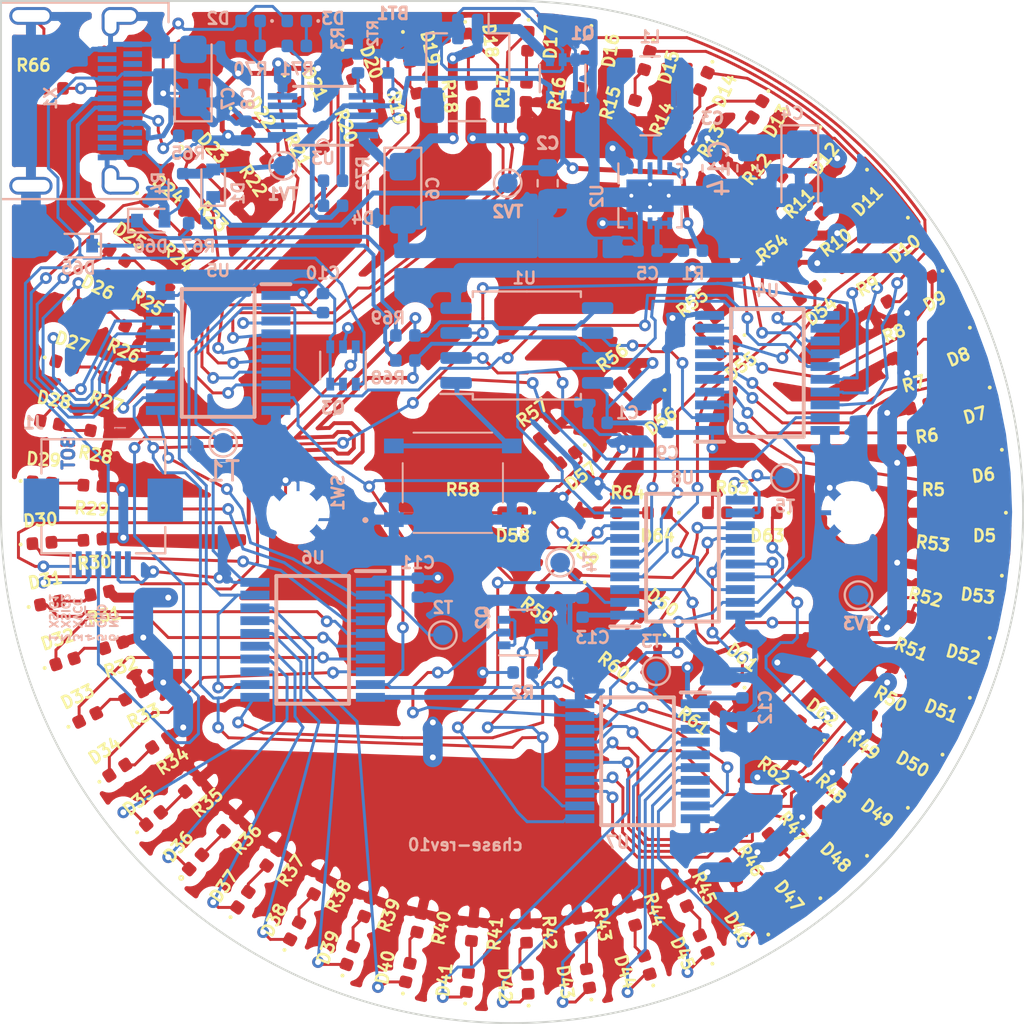
<source format=kicad_pcb>
(kicad_pcb (version 20171130) (host pcbnew 5.1.5-52549c5~84~ubuntu18.04.1)
  (layers (0 F.Cu signal hide) (31 B.Cu signal) (34 B.Paste user) (35 F.Paste user) (36 B.SilkS user) (37 F.SilkS user) (38 B.Mask user) (39 F.Mask user) (44 Edge.Cuts user))
  (net 0 "")
  (net 1 VCC)
  (net 2 GND)
  (net 3 "Net-(D2-Pad1)")
  (net 4 "Net-(D3-Pad1)")
  (net 5 "Net-(D4-Pad1)")
  (net 6 "Net-(D5-Pad1)")
  (net 7 "Net-(D5-Pad2)")
  (net 8 VBUS)
  (net 9 "Net-(BT1-Pad1)")
  (net 10 VBATOUT)
  (net 11 "Net-(L1-Pad2)")
  (net 12 "Net-(L1-Pad1)")
  (net 13 "Net-(X1-PadB2)")
  (net 14 "Net-(X1-PadA11)")
  (net 15 "Net-(X1-PadB3)")
  (net 16 "Net-(X1-PadA10)")
  (net 17 "Net-(X1-PadA8)")
  (net 18 "Net-(X1-PadB8)")
  (net 19 "Net-(X1-PadB10)")
  (net 20 "Net-(X1-PadA3)")
  (net 21 "Net-(X1-PadB11)")
  (net 22 "Net-(X1-PadA2)")
  (net 23 "Net-(C5-Pad2)")
  (net 24 "Net-(R3-Pad1)")
  (net 25 "/LED Driver 1/RCK")
  (net 26 "/LED Driver 1/~CLR")
  (net 27 "/LED Driver 1/SER_IN")
  (net 28 "/LED Driver 1/SRCK")
  (net 29 "Net-(D6-Pad2)")
  (net 30 "Net-(D6-Pad1)")
  (net 31 "Net-(D7-Pad2)")
  (net 32 "Net-(D7-Pad1)")
  (net 33 "Net-(D8-Pad2)")
  (net 34 "Net-(D8-Pad1)")
  (net 35 "Net-(D9-Pad2)")
  (net 36 "Net-(D9-Pad1)")
  (net 37 "Net-(D10-Pad2)")
  (net 38 "Net-(D10-Pad1)")
  (net 39 "Net-(D11-Pad2)")
  (net 40 "Net-(D11-Pad1)")
  (net 41 "Net-(D12-Pad2)")
  (net 42 "Net-(D12-Pad1)")
  (net 43 "Net-(D13-Pad2)")
  (net 44 "Net-(D13-Pad1)")
  (net 45 "Net-(D14-Pad2)")
  (net 46 "Net-(D14-Pad1)")
  (net 47 "Net-(D15-Pad2)")
  (net 48 "Net-(D15-Pad1)")
  (net 49 "Net-(D16-Pad2)")
  (net 50 "Net-(D16-Pad1)")
  (net 51 "Net-(D17-Pad2)")
  (net 52 "Net-(D17-Pad1)")
  (net 53 "Net-(D18-Pad2)")
  (net 54 "Net-(D18-Pad1)")
  (net 55 "Net-(D19-Pad2)")
  (net 56 "Net-(D19-Pad1)")
  (net 57 "Net-(D20-Pad2)")
  (net 58 "Net-(D20-Pad1)")
  (net 59 "Net-(D21-Pad2)")
  (net 60 "Net-(D21-Pad1)")
  (net 61 "Net-(D22-Pad2)")
  (net 62 "Net-(D22-Pad1)")
  (net 63 "Net-(D23-Pad2)")
  (net 64 "Net-(D23-Pad1)")
  (net 65 "Net-(D24-Pad2)")
  (net 66 "Net-(D24-Pad1)")
  (net 67 "Net-(D25-Pad2)")
  (net 68 "Net-(D25-Pad1)")
  (net 69 "Net-(D26-Pad2)")
  (net 70 "Net-(D26-Pad1)")
  (net 71 "Net-(D27-Pad2)")
  (net 72 "Net-(D27-Pad1)")
  (net 73 "Net-(D28-Pad2)")
  (net 74 "Net-(D28-Pad1)")
  (net 75 "Net-(D29-Pad2)")
  (net 76 "Net-(D29-Pad1)")
  (net 77 "Net-(D30-Pad2)")
  (net 78 "Net-(D30-Pad1)")
  (net 79 "Net-(D31-Pad2)")
  (net 80 "Net-(D31-Pad1)")
  (net 81 "Net-(D32-Pad2)")
  (net 82 "Net-(D32-Pad1)")
  (net 83 "Net-(D33-Pad2)")
  (net 84 "Net-(D33-Pad1)")
  (net 85 "Net-(D34-Pad2)")
  (net 86 "Net-(D34-Pad1)")
  (net 87 "Net-(D35-Pad2)")
  (net 88 "Net-(D35-Pad1)")
  (net 89 "Net-(D36-Pad2)")
  (net 90 "Net-(D36-Pad1)")
  (net 91 "Net-(D37-Pad2)")
  (net 92 "Net-(D37-Pad1)")
  (net 93 "Net-(D38-Pad2)")
  (net 94 "Net-(D38-Pad1)")
  (net 95 "Net-(D39-Pad2)")
  (net 96 "Net-(D39-Pad1)")
  (net 97 "Net-(D40-Pad2)")
  (net 98 "Net-(D40-Pad1)")
  (net 99 "Net-(D41-Pad2)")
  (net 100 "Net-(D41-Pad1)")
  (net 101 "Net-(D42-Pad2)")
  (net 102 "Net-(D42-Pad1)")
  (net 103 "Net-(D43-Pad2)")
  (net 104 "Net-(D43-Pad1)")
  (net 105 "Net-(D44-Pad2)")
  (net 106 "Net-(D44-Pad1)")
  (net 107 "Net-(D45-Pad2)")
  (net 108 "Net-(D45-Pad1)")
  (net 109 "Net-(D46-Pad2)")
  (net 110 "Net-(D46-Pad1)")
  (net 111 "Net-(D47-Pad2)")
  (net 112 "Net-(D47-Pad1)")
  (net 113 "Net-(D48-Pad2)")
  (net 114 "Net-(D48-Pad1)")
  (net 115 "Net-(D49-Pad2)")
  (net 116 "Net-(D49-Pad1)")
  (net 117 "Net-(D50-Pad2)")
  (net 118 "Net-(D50-Pad1)")
  (net 119 "Net-(D51-Pad2)")
  (net 120 "Net-(D51-Pad1)")
  (net 121 "Net-(D52-Pad2)")
  (net 122 "Net-(D52-Pad1)")
  (net 123 "Net-(D53-Pad2)")
  (net 124 "Net-(D53-Pad1)")
  (net 125 "Net-(D54-Pad2)")
  (net 126 "Net-(D54-Pad1)")
  (net 127 "Net-(D55-Pad2)")
  (net 128 "Net-(D55-Pad1)")
  (net 129 "Net-(D56-Pad2)")
  (net 130 "Net-(D56-Pad1)")
  (net 131 "Net-(D57-Pad2)")
  (net 132 "Net-(D57-Pad1)")
  (net 133 "Net-(D58-Pad2)")
  (net 134 "Net-(D58-Pad1)")
  (net 135 "Net-(D59-Pad2)")
  (net 136 "Net-(D59-Pad1)")
  (net 137 "Net-(D60-Pad2)")
  (net 138 "Net-(D60-Pad1)")
  (net 139 "Net-(D61-Pad2)")
  (net 140 "Net-(D61-Pad1)")
  (net 141 "Net-(D62-Pad2)")
  (net 142 "Net-(D62-Pad1)")
  (net 143 "Net-(D63-Pad2)")
  (net 144 "Net-(D63-Pad1)")
  (net 145 "Net-(D64-Pad2)")
  (net 146 "Net-(D64-Pad1)")
  (net 147 "/LED Driver 2/SER_IN")
  (net 148 "/LED Driver 3/SER_IN")
  (net 149 "/LED Driver 4/SER_IN")
  (net 150 "/LED Driver 5/SER_IN")
  (net 151 "/LED Driver 5/SER_OUT")
  (net 152 "Net-(SW1-PadC1)")
  (net 153 "Net-(R65-Pad2)")
  (net 154 "Net-(R66-Pad2)")
  (net 155 "Net-(RT2-Pad2)")
  (net 156 "Net-(Q2-Pad1)")
  (net 157 /USBD+)
  (net 158 /USBD-)
  (net 159 D+)
  (net 160 D-)
  (net 161 "Net-(X1-PadA7)")
  (net 162 "Net-(X1-PadA6)")
  (net 163 "Net-(R70-Pad1)")
  (net 164 "Net-(R71-Pad1)")
  (net 165 "Net-(R72-Pad1)")
  (net 166 XVCC)
  (net 167 "Net-(J1-Pad6)")
  (module Connector_FFC-FPC:Hirose_FH12-6S-0.5SH_1x06-1MP_P0.50mm_Horizontal (layer B.Cu) (at 105.957 127.547)
    (fp_text reference J1 (at -3.556 -5.334) (layer B.SilkS) (effects (font (size 0.6 0.6)) (justify mirror)))
    (fp_text value "FH12-6S-0.5SH(55)")
    (pad 6 smd rect (at 1.25 1.85) (size 0.3 1.3) (layers B.Cu B.Paste B.Mask) (net 167 "Net-(J1-Pad6)"))
    (pad 5 smd rect (at 0.75 1.85) (size 0.3 1.3) (layers B.Cu B.Paste B.Mask) (net 2 GND))
    (pad 4 smd rect (at 0.25 1.85) (size 0.3 1.3) (layers B.Cu B.Paste B.Mask) (net 8 VBUS))
    (pad 3 smd rect (at -0.25 1.85) (size 0.3 1.3) (layers B.Cu B.Paste B.Mask) (net 166 XVCC))
    (pad 2 smd rect (at -0.75 1.85) (size 0.3 1.3) (layers B.Cu B.Paste B.Mask) (net 159 D+))
    (pad 1 smd rect (at -1.25 1.85) (size 0.3 1.3) (layers B.Cu B.Paste B.Mask) (net 160 D-))
    (pad MP smd rect (at -3.15 -1.4) (size 1.8 2.2) (layers B.Cu B.Paste B.Mask))
    (pad MP smd rect (at 3.15 -1.4) (size 1.8 2.2) (layers B.Cu B.Paste B.Mask))
  )
  (module TestPoint:TestPoint_Pad_D1.0mm (layer B.Cu) (at 144.3745 130.976)
    (fp_text reference TV3 (at 0 1.448) (layer B.SilkS) (effects (font (size 0.6 0.6)) (justify mirror)))
    (fp_text value TestPoint)
    (pad 1 smd circle (at 0 0) (size 1 1) (layers B.Cu B.Mask) (net 1 VCC))
  )
  (module MountingHole:MountingHole_2.2mm_M2_ISO7380 (layer F.Cu) (at 144.0795 126.785)
    (fp_text reference H2 hide)
    (fp_text value MountingHole_Pad hide)
    (pad 1 np_thru_hole circle (at 0 0) (size 2.2 2.2) (drill 2.2) (layers *.Cu *.Mask) (net 2 GND))
  )
  (module MountingHole:MountingHole_2.2mm_M2_ISO7380 (layer F.Cu) (at 115.863 126.785)
    (fp_text reference H1 hide)
    (fp_text value MountingHole_Pad hide)
    (pad 1 np_thru_hole circle (at 0 0) (size 2.2 2.2) (drill 2.2) (layers *.Cu *.Mask) (net 2 GND))
  )
  (module Package_TO_SOT_SMD:SOT-363_SC-70-6 (layer B.Cu) (at 118.149 119.292 90)
    (fp_text reference Q3 (at -2.159 -0.508 180) (layer B.SilkS) (effects (font (size 0.6 0.6)) (justify mirror)))
    (fp_text value DMN61D9UDW)
    (pad 6 smd rect (at 0.95 0.65 90) (size 0.65 0.4) (layers B.Cu B.Paste B.Mask) (net 166 XVCC))
    (pad 4 smd rect (at 0.95 -0.65 90) (size 0.65 0.4) (layers B.Cu B.Paste B.Mask) (net 2 GND))
    (pad 2 smd rect (at -0.95 0 90) (size 0.65 0.4) (layers B.Cu B.Paste B.Mask) (net 2 GND))
    (pad 5 smd rect (at 0.95 0 90) (size 0.65 0.4) (layers B.Cu B.Paste B.Mask) (net 1 VCC))
    (pad 3 smd rect (at -0.95 -0.65 90) (size 0.65 0.4) (layers B.Cu B.Paste B.Mask) (net 2 GND))
    (pad 1 smd rect (at -0.95 0.65 90) (size 0.65 0.4) (layers B.Cu B.Paste B.Mask) (net 8 VBUS))
  )
  (module Capacitor_SMD:C_0603_1608Metric (layer B.Cu) (at 128.563 110.021 270)
    (fp_text reference C2 (at -2.032 0 180) (layer B.SilkS) (effects (font (size 0.6 0.6)) (justify mirror)))
    (fp_text value 10uF)
    (pad 2 smd roundrect (at 0.7875 0 270) (size 0.875 0.95) (layers B.Cu B.Paste B.Mask) (net 2 GND))
    (pad 1 smd roundrect (at -0.7875 0 270) (size 0.875 0.95) (layers B.Cu B.Paste B.Mask) (net 10 VBATOUT))
  )
  (module Package_TO_SOT_SMD:SOT-363_SC-70-6 (layer B.Cu) (at 129.325 104.687 90)
    (fp_text reference Q1 (at 2.286 1.016 180) (layer B.SilkS) (effects (font (size 0.6 0.6)) (justify mirror)))
    (fp_text value DMC3400SDW-7)
    (pad 6 smd rect (at 0.95 0.65 90) (size 0.65 0.4) (layers B.Cu B.Paste B.Mask) (net 2 GND))
    (pad 4 smd rect (at 0.95 -0.65 90) (size 0.65 0.4) (layers B.Cu B.Paste B.Mask) (net 9 "Net-(BT1-Pad1)"))
    (pad 2 smd rect (at -0.95 0 90) (size 0.65 0.4) (layers B.Cu B.Paste B.Mask) (net 10 VBATOUT))
    (pad 5 smd rect (at 0.95 0 90) (size 0.65 0.4) (layers B.Cu B.Paste B.Mask) (net 2 GND))
    (pad 3 smd rect (at -0.95 -0.65 90) (size 0.65 0.4) (layers B.Cu B.Paste B.Mask) (net 8 VBUS))
    (pad 1 smd rect (at -0.95 0.65 90) (size 0.65 0.4) (layers B.Cu B.Paste B.Mask) (net 2 GND))
  )
  (module Capacitor_SMD:C_0603_1608Metric (layer B.Cu) (at 138.723 109.259 270)
    (fp_text reference C14 (at 0 1.43 90) (layer B.SilkS) (effects (justify mirror)))
    (fp_text value 10uF)
    (pad 2 smd roundrect (at 0.7875 0 270) (size 0.875 0.95) (layers B.Cu B.Paste B.Mask) (net 2 GND))
    (pad 1 smd roundrect (at -0.7875 0 270) (size 0.875 0.95) (layers B.Cu B.Paste B.Mask) (net 1 VCC))
  )
  (module Capacitor_SMD:C_0603_1608Metric (layer B.Cu) (at 136.945 109.259 270)
    (fp_text reference C3 (at -2.54 0 180) (layer B.SilkS) (effects (font (size 0.6 0.6)) (justify mirror)))
    (fp_text value 10uF)
    (pad 2 smd roundrect (at 0.7875 0 270) (size 0.875 0.95) (layers B.Cu B.Paste B.Mask) (net 2 GND))
    (pad 1 smd roundrect (at -0.7875 0 270) (size 0.875 0.95) (layers B.Cu B.Paste B.Mask) (net 1 VCC))
  )
  (module TestPoint:TestPoint_Pad_D1.0mm (layer B.Cu) (at 112.053 123.229)
    (fp_text reference T1 (at 0 1.448) (layer B.SilkS) (effects (justify mirror)))
    (fp_text value TestPoint)
    (pad 1 smd circle (at 0 0) (size 1 1) (layers B.Cu B.Mask) (net 147 "/LED Driver 2/SER_IN"))
  )
  (module Connector_JST:JST_SH_SM02B-SRSS-TB_1x02-1MP_P1.00mm_Horizontal (layer B.Cu) (at 124.499 104.179 180)
    (fp_text reference BT1 (at 3.81 2.794) (layer B.SilkS) (effects (font (size 0.6 0.6)) (justify mirror)))
    (fp_text value Battery_Cell)
    (pad MP smd roundrect (at 1.8 -1.875 180) (size 1.2 1.8) (layers B.Cu B.Paste B.Mask) (roundrect_rratio 0.208333))
    (pad MP smd roundrect (at -1.8 -1.875 180) (size 1.2 1.8) (layers B.Cu B.Paste B.Mask) (roundrect_rratio 0.208333))
    (pad 2 smd roundrect (at 0.5 2 180) (size 0.6 1.55) (layers B.Cu B.Paste B.Mask) (net 2 GND))
    (pad 1 smd roundrect (at -0.5 2 180) (size 0.6 1.55) (layers B.Cu B.Paste B.Mask) (net 9 "Net-(BT1-Pad1)"))
  )
  (module Capacitor_Tantalum_SMD:CP_EIA-3216-18_Kemet-A (layer B.Cu) (at 121.197 110.529 270)
    (fp_text reference C6 (at -0.254 -1.524 270) (layer B.SilkS) (effects (font (size 0.6 0.6) (thickness 0.13)) (justify mirror)))
    (fp_text value 47uF hide)
    (pad 2 smd roundrect (at 1.35 0 270) (size 1.4 1.35) (layers B.Cu B.Paste B.Mask) (roundrect_rratio 0.185185) (net 2 GND))
    (pad 1 smd roundrect (at -1.35 0 270) (size 1.4 1.35) (layers B.Cu B.Paste B.Mask) (roundrect_rratio 0.185185) (net 9 "Net-(BT1-Pad1)"))
  )
  (module Diode_SMD:D_SOD-523 (layer B.Cu) (at 108.37 111.926)
    (fp_text reference D66 (at 0 1.3) (layer B.SilkS) (effects (font (size 0.6 0.6) (thickness 0.13)) (justify mirror)))
    (fp_text value 3V6)
    (pad 1 smd rect (at -0.7 0 180) (size 0.6 0.7) (layers B.Cu B.Paste B.Mask) (net 158 /USBD-))
    (pad 2 smd rect (at 0.7 0 180) (size 0.6 0.7) (layers B.Cu B.Paste B.Mask) (net 2 GND))
  )
  (module Diode_SMD:D_SOD-523 (layer B.Cu) (at 104.687 113.196 180)
    (fp_text reference D65 (at 0 -1.143) (layer B.SilkS) (effects (font (size 0.6 0.6) (thickness 0.13)) (justify mirror)))
    (fp_text value 3V6)
    (pad 1 smd rect (at -0.7 0) (size 0.6 0.7) (layers B.Cu B.Paste B.Mask) (net 157 /USBD+))
    (pad 2 smd rect (at 0.7 0) (size 0.6 0.7) (layers B.Cu B.Paste B.Mask) (net 2 GND))
  )
  (module Resistor_SMD:R_0402_1005Metric (layer B.Cu) (at 121.324 117.768 180)
    (fp_text reference R69 (at 0.889 0.889) (layer B.SilkS) (effects (font (size 0.6 0.6) (thickness 0.13)) (justify mirror)))
    (fp_text value 75.1)
    (pad 2 smd roundrect (at 0.485 0 180) (size 0.59 0.64) (layers B.Cu B.Paste B.Mask) (net 158 /USBD-))
    (pad 1 smd roundrect (at -0.485 0 180) (size 0.59 0.64) (layers B.Cu B.Paste B.Mask) (net 160 D-))
  )
  (module Resistor_SMD:R_0402_1005Metric (layer B.Cu) (at 121.324 119.038 180)
    (fp_text reference R68 (at 0.889 -0.889) (layer B.SilkS) (effects (font (size 0.6 0.6) (thickness 0.13)) (justify mirror)))
    (fp_text value 75.1)
    (pad 2 smd roundrect (at 0.485 0 180) (size 0.59 0.64) (layers B.Cu B.Paste B.Mask) (net 157 /USBD+))
    (pad 1 smd roundrect (at -0.485 0 180) (size 0.59 0.64) (layers B.Cu B.Paste B.Mask) (net 159 D+))
  )
  (module Resistor_SMD:R_0402_1005Metric (layer B.Cu) (at 110.783 112.053)
    (fp_text reference R67 (at 0 1.17) (layer B.SilkS) (effects (font (size 0.6 0.6) (thickness 0.13)) (justify mirror)))
    (fp_text value 1K5)
    (pad 2 smd roundrect (at 0.485 0) (size 0.59 0.64) (layers B.Cu B.Paste B.Mask) (net 8 VBUS))
    (pad 1 smd roundrect (at -0.485 0) (size 0.59 0.64) (layers B.Cu B.Paste B.Mask) (net 158 /USBD-))
  )
  (module Resistor_SMD:R_0402_1005Metric (layer B.Cu) (at 127.293 134.913 180)
    (fp_text reference R2 (at 0 -1.016) (layer B.SilkS) (effects (font (size 0.6 0.6)) (justify mirror)))
    (fp_text value 430)
    (pad 2 smd roundrect (at 0.485 0 180) (size 0.59 0.64) (layers B.Cu B.Paste B.Mask) (net 1 VCC))
    (pad 1 smd roundrect (at -0.485 0 180) (size 0.59 0.64) (layers B.Cu B.Paste B.Mask) (net 26 "/LED Driver 1/~CLR"))
  )
  (module Package_TO_SOT_SMD:SOT-363_SC-70-6 (layer B.Cu) (at 127.293 132.881)
    (fp_text reference Q2 (at -2.032 -0.762 90) (layer B.SilkS) (effects (font (size 0.6 0.6)) (justify mirror)))
    (fp_text value DMN61D9UDW)
    (pad 6 smd rect (at 0.95 0.65) (size 0.65 0.4) (layers B.Cu B.Paste B.Mask) (net 26 "/LED Driver 1/~CLR"))
    (pad 4 smd rect (at 0.95 -0.65) (size 0.65 0.4) (layers B.Cu B.Paste B.Mask) (net 2 GND))
    (pad 2 smd rect (at -0.95 0) (size 0.65 0.4) (layers B.Cu B.Paste B.Mask) (net 28 "/LED Driver 1/SRCK"))
    (pad 5 smd rect (at 0.95 0) (size 0.65 0.4) (layers B.Cu B.Paste B.Mask) (net 25 "/LED Driver 1/RCK"))
    (pad 3 smd rect (at -0.95 -0.65) (size 0.65 0.4) (layers B.Cu B.Paste B.Mask) (net 156 "Net-(Q2-Pad1)"))
    (pad 1 smd rect (at -0.95 0.65) (size 0.65 0.4) (layers B.Cu B.Paste B.Mask) (net 156 "Net-(Q2-Pad1)"))
  )
  (module Resistor_SMD:R_0402_1005Metric (layer B.Cu) (at 110.275 107.608 180)
    (fp_text reference R65 (at 0 -0.889) (layer B.SilkS) (effects (font (size 0.6 0.6) (thickness 0.13)) (justify mirror)))
    (fp_text value 5.1K)
    (pad 1 smd roundrect (at -0.485 0 180) (size 0.59 0.64) (layers B.Cu B.Paste B.Mask) (net 2 GND))
    (pad 2 smd roundrect (at 0.485 0 180) (size 0.59 0.64) (layers B.Cu B.Paste B.Mask) (net 153 "Net-(R65-Pad2)"))
  )
  (module TestPoint:TestPoint_Pad_D1.0mm (layer B.Cu) (at 126.531 110.021)
    (fp_text reference TV2 (at 0 1.448) (layer B.SilkS) (effects (font (size 0.6 0.6)) (justify mirror)))
    (fp_text value TestPoint)
    (pad 1 smd circle (at 0 0) (size 1 1) (layers B.Cu B.Mask) (net 10 VBATOUT))
  )
  (module TestPoint:TestPoint_Pad_D1.0mm (layer B.Cu) (at 115.101 109.132)
    (fp_text reference TV1 (at 0 1.448) (layer B.SilkS) (effects (font (size 0.6 0.6)) (justify mirror)))
    (fp_text value TestPoint)
    (pad 1 smd circle (at 0 0) (size 1 1) (layers B.Cu B.Mask) (net 8 VBUS))
  )
  (module TestPoint:TestPoint_Pad_D1.0mm (layer B.Cu) (at 140.628 125.007)
    (fp_text reference T5 (at 0 1.448) (layer B.SilkS) (effects (font (size 0.6 0.6) (thickness 0.13)) (justify mirror)))
    (fp_text value TestPoint)
    (pad 1 smd circle (at 0 0) (size 1 1) (layers B.Cu B.Mask) (net 151 "/LED Driver 5/SER_OUT"))
  )
  (module TestPoint:TestPoint_Pad_D1.0mm (layer B.Cu) (at 129.198 129.325)
    (fp_text reference T4 (at 1.524 0 90) (layer B.SilkS) (effects (font (size 0.6 0.6) (thickness 0.13)) (justify mirror)))
    (fp_text value TestPoint)
    (pad 1 smd circle (at 0 0) (size 1 1) (layers B.Cu B.Mask) (net 150 "/LED Driver 5/SER_IN"))
  )
  (module TestPoint:TestPoint_Pad_D1.0mm (layer B.Cu) (at 134.0875 134.8495)
    (fp_text reference T3 (at -0.254 -1.524) (layer B.SilkS) (effects (font (size 0.6 0.6) (thickness 0.13)) (justify mirror)))
    (fp_text value TestPoint)
    (pad 1 smd circle (at 0 0) (size 1 1) (layers B.Cu B.Mask) (net 149 "/LED Driver 4/SER_IN"))
  )
  (module TestPoint:TestPoint_Pad_D1.0mm (layer B.Cu) (at 123.229 133.008)
    (fp_text reference T2 (at 0 -1.397 180) (layer B.SilkS) (effects (font (size 0.6 0.6) (thickness 0.13)) (justify mirror)))
    (fp_text value TestPoint)
    (pad 1 smd circle (at 0 0) (size 1 1) (layers B.Cu B.Mask) (net 148 "/LED Driver 3/SER_IN"))
  )
  (module Package_SO:SOIC-8_5.275x5.275mm_P1.27mm (layer B.Cu) (at 127.503 118.276)
    (fp_text reference U1 (at -0.127 -3.429) (layer B.SilkS) (effects (font (size 0.6 0.6) (thickness 0.13)) (justify mirror)))
    (fp_text value ATtiny85V)
    (pad 1 smd roundrect (at -3.6 1.905) (size 1.6 0.6) (layers B.Cu B.Paste B.Mask) (net 152 "Net-(SW1-PadC1)"))
    (pad 2 smd roundrect (at -3.6 0.635) (size 1.6 0.6) (layers B.Cu B.Paste B.Mask) (net 28 "/LED Driver 1/SRCK"))
    (pad 3 smd roundrect (at -3.6 -0.635) (size 1.6 0.6) (layers B.Cu B.Paste B.Mask) (net 25 "/LED Driver 1/RCK"))
    (pad 4 smd roundrect (at -3.6 -1.905) (size 1.6 0.6) (layers B.Cu B.Paste B.Mask) (net 2 GND))
    (pad 5 smd roundrect (at 3.6 -1.905) (size 1.6 0.6) (layers B.Cu B.Paste B.Mask) (net 160 D-))
    (pad 6 smd roundrect (at 3.6 -0.635) (size 1.6 0.6) (layers B.Cu B.Paste B.Mask) (net 27 "/LED Driver 1/SER_IN"))
    (pad 7 smd roundrect (at 3.6 0.635) (size 1.6 0.6) (layers B.Cu B.Paste B.Mask) (net 159 D+))
    (pad 8 smd roundrect (at 3.6 1.905) (size 1.6 0.6) (layers B.Cu B.Paste B.Mask) (net 1 VCC))
  )
  (module Resistor_SMD:R_0402_1005Metric (layer F.Cu) (at 103.417 105.195)
    (fp_text reference R66 (at -1.016 -1.17 180) (layer F.SilkS) (effects (font (size 0.6 0.6) (thickness 0.13))))
    (fp_text value 5.1K)
    (pad 1 smd roundrect (at -0.485 0) (size 0.59 0.64) (layers F.Cu F.Paste F.Mask) (net 2 GND))
    (pad 2 smd roundrect (at 0.485 0) (size 0.59 0.64) (layers F.Cu F.Paste F.Mask) (net 154 "Net-(R66-Pad2)"))
  )
  (module TS-1187A-B-A-B:TS1187ABAB (layer B.Cu) (at 123.737 125.261)
    (fp_text reference SW1 (at -5.842 0.508 90) (layer B.SilkS) (effects (font (size 0.6 0.6) (thickness 0.13)) (justify mirror)))
    (fp_text value TS-1187A-B-A-B hide)
    (pad A1 smd rect (at -3 1.875 270) (size 0.75 1) (layers B.Cu B.Paste B.Mask) (net 2 GND))
    (pad B1 smd rect (at 3 1.875 270) (size 0.75 1) (layers B.Cu B.Paste B.Mask) (net 2 GND))
    (pad C1 smd rect (at -3 -1.875 270) (size 0.75 1) (layers B.Cu B.Paste B.Mask) (net 152 "Net-(SW1-PadC1)"))
    (pad D1 smd rect (at 3 -1.875 270) (size 0.75 1) (layers B.Cu B.Paste B.Mask) (net 152 "Net-(SW1-PadC1)"))
  )
  (module LED_SMD:LED_0402_1005Metric (layer F.Cu) (at 149.031 135.791 158)
    (fp_text reference D51 (at 0 -1.17 158) (layer F.SilkS) (effects (font (size 0.6 0.6) (thickness 0.13))))
    (fp_text value LED hide)
    (pad 1 smd roundrect (at -0.485 0 158) (size 0.59 0.64) (layers F.Cu F.Paste F.Mask) (net 120 "Net-(D51-Pad1)"))
    (pad 2 smd roundrect (at 0.485 0 158) (size 0.59 0.64) (layers F.Cu F.Paste F.Mask) (net 119 "Net-(D51-Pad2)"))
  )
  (module TLC6C5912PWR:SOP65P640X120-20N (layer B.Cu) (at 135.421 129.071)
    (fp_text reference U8 (at 0 -4.064) (layer B.SilkS) (effects (font (size 0.6 0.6) (thickness 0.13)) (justify mirror)))
    (fp_text value TLC6C5912GQPWRQ1 hide)
    (pad 1 smd rect (at -2.938 2.925 270) (size 0.45 1.475) (layers B.Cu B.Paste B.Mask) (net 1 VCC))
    (pad 2 smd rect (at -2.938 2.275 270) (size 0.45 1.475) (layers B.Cu B.Paste B.Mask) (net 150 "/LED Driver 5/SER_IN"))
    (pad 3 smd rect (at -2.938 1.625 270) (size 0.45 1.475) (layers B.Cu B.Paste B.Mask) (net 124 "Net-(D53-Pad1)"))
    (pad 4 smd rect (at -2.938 0.975 270) (size 0.45 1.475) (layers B.Cu B.Paste B.Mask) (net 126 "Net-(D54-Pad1)"))
    (pad 5 smd rect (at -2.938 0.325 270) (size 0.45 1.475) (layers B.Cu B.Paste B.Mask) (net 128 "Net-(D55-Pad1)"))
    (pad 6 smd rect (at -2.938 -0.325 270) (size 0.45 1.475) (layers B.Cu B.Paste B.Mask) (net 130 "Net-(D56-Pad1)"))
    (pad 7 smd rect (at -2.938 -0.975 270) (size 0.45 1.475) (layers B.Cu B.Paste B.Mask) (net 132 "Net-(D57-Pad1)"))
    (pad 8 smd rect (at -2.938 -1.625 270) (size 0.45 1.475) (layers B.Cu B.Paste B.Mask) (net 134 "Net-(D58-Pad1)"))
    (pad 9 smd rect (at -2.938 -2.275 270) (size 0.45 1.475) (layers B.Cu B.Paste B.Mask) (net 26 "/LED Driver 1/~CLR"))
    (pad 10 smd rect (at -2.938 -2.925 270) (size 0.45 1.475) (layers B.Cu B.Paste B.Mask) (net 2 GND))
    (pad 11 smd rect (at 2.938 -2.925 270) (size 0.45 1.475) (layers B.Cu B.Paste B.Mask) (net 151 "/LED Driver 5/SER_OUT"))
    (pad 12 smd rect (at 2.938 -2.275 270) (size 0.45 1.475) (layers B.Cu B.Paste B.Mask) (net 25 "/LED Driver 1/RCK"))
    (pad 13 smd rect (at 2.938 -1.625 270) (size 0.45 1.475) (layers B.Cu B.Paste B.Mask) (net 136 "Net-(D59-Pad1)"))
    (pad 14 smd rect (at 2.938 -0.975 270) (size 0.45 1.475) (layers B.Cu B.Paste B.Mask) (net 138 "Net-(D60-Pad1)"))
    (pad 15 smd rect (at 2.938 -0.325 270) (size 0.45 1.475) (layers B.Cu B.Paste B.Mask) (net 140 "Net-(D61-Pad1)"))
    (pad 16 smd rect (at 2.938 0.325 270) (size 0.45 1.475) (layers B.Cu B.Paste B.Mask) (net 142 "Net-(D62-Pad1)"))
    (pad 17 smd rect (at 2.938 0.975 270) (size 0.45 1.475) (layers B.Cu B.Paste B.Mask) (net 144 "Net-(D63-Pad1)"))
    (pad 18 smd rect (at 2.938 1.625 270) (size 0.45 1.475) (layers B.Cu B.Paste B.Mask) (net 146 "Net-(D64-Pad1)"))
    (pad 19 smd rect (at 2.938 2.275 270) (size 0.45 1.475) (layers B.Cu B.Paste B.Mask) (net 28 "/LED Driver 1/SRCK"))
    (pad 20 smd rect (at 2.938 2.925 270) (size 0.45 1.475) (layers B.Cu B.Paste B.Mask) (net 2 GND))
  )
  (module TLC6C5912PWR:SOP65P640X120-20N (layer B.Cu) (at 133.134 139.428 180)
    (fp_text reference U7 (at 1.015 -4.121) (layer B.SilkS) (effects (font (size 0.6 0.6) (thickness 0.13)) (justify mirror)))
    (fp_text value TLC6C5912GQPWRQ1 hide)
    (pad 1 smd rect (at -2.938 2.925 90) (size 0.45 1.475) (layers B.Cu B.Paste B.Mask) (net 1 VCC))
    (pad 2 smd rect (at -2.938 2.275 90) (size 0.45 1.475) (layers B.Cu B.Paste B.Mask) (net 149 "/LED Driver 4/SER_IN"))
    (pad 3 smd rect (at -2.938 1.625 90) (size 0.45 1.475) (layers B.Cu B.Paste B.Mask) (net 100 "Net-(D41-Pad1)"))
    (pad 4 smd rect (at -2.938 0.975 90) (size 0.45 1.475) (layers B.Cu B.Paste B.Mask) (net 102 "Net-(D42-Pad1)"))
    (pad 5 smd rect (at -2.938 0.325 90) (size 0.45 1.475) (layers B.Cu B.Paste B.Mask) (net 104 "Net-(D43-Pad1)"))
    (pad 6 smd rect (at -2.938 -0.325 90) (size 0.45 1.475) (layers B.Cu B.Paste B.Mask) (net 106 "Net-(D44-Pad1)"))
    (pad 7 smd rect (at -2.938 -0.975 90) (size 0.45 1.475) (layers B.Cu B.Paste B.Mask) (net 108 "Net-(D45-Pad1)"))
    (pad 8 smd rect (at -2.938 -1.625 90) (size 0.45 1.475) (layers B.Cu B.Paste B.Mask) (net 110 "Net-(D46-Pad1)"))
    (pad 9 smd rect (at -2.938 -2.275 90) (size 0.45 1.475) (layers B.Cu B.Paste B.Mask) (net 26 "/LED Driver 1/~CLR"))
    (pad 10 smd rect (at -2.938 -2.925 90) (size 0.45 1.475) (layers B.Cu B.Paste B.Mask) (net 2 GND))
    (pad 11 smd rect (at 2.938 -2.925 90) (size 0.45 1.475) (layers B.Cu B.Paste B.Mask) (net 150 "/LED Driver 5/SER_IN"))
    (pad 12 smd rect (at 2.938 -2.275 90) (size 0.45 1.475) (layers B.Cu B.Paste B.Mask) (net 25 "/LED Driver 1/RCK"))
    (pad 13 smd rect (at 2.938 -1.625 90) (size 0.45 1.475) (layers B.Cu B.Paste B.Mask) (net 112 "Net-(D47-Pad1)"))
    (pad 14 smd rect (at 2.938 -0.975 90) (size 0.45 1.475) (layers B.Cu B.Paste B.Mask) (net 114 "Net-(D48-Pad1)"))
    (pad 15 smd rect (at 2.938 -0.325 90) (size 0.45 1.475) (layers B.Cu B.Paste B.Mask) (net 116 "Net-(D49-Pad1)"))
    (pad 16 smd rect (at 2.938 0.325 90) (size 0.45 1.475) (layers B.Cu B.Paste B.Mask) (net 118 "Net-(D50-Pad1)"))
    (pad 17 smd rect (at 2.938 0.975 90) (size 0.45 1.475) (layers B.Cu B.Paste B.Mask) (net 120 "Net-(D51-Pad1)"))
    (pad 18 smd rect (at 2.938 1.625 90) (size 0.45 1.475) (layers B.Cu B.Paste B.Mask) (net 122 "Net-(D52-Pad1)"))
    (pad 19 smd rect (at 2.938 2.275 90) (size 0.45 1.475) (layers B.Cu B.Paste B.Mask) (net 28 "/LED Driver 1/SRCK"))
    (pad 20 smd rect (at 2.938 2.925 90) (size 0.45 1.475) (layers B.Cu B.Paste B.Mask) (net 2 GND))
  )
  (module TLC6C5912PWR:SOP65P640X120-20N (layer B.Cu) (at 116.606 133.252 180)
    (fp_text reference U6 (at -0.019 4.181) (layer B.SilkS) (effects (font (size 0.6 0.6) (thickness 0.13)) (justify mirror)))
    (fp_text value TLC6C5912GQPWRQ1 hide)
    (pad 1 smd rect (at -2.938 2.925 90) (size 0.45 1.475) (layers B.Cu B.Paste B.Mask) (net 1 VCC))
    (pad 2 smd rect (at -2.938 2.275 90) (size 0.45 1.475) (layers B.Cu B.Paste B.Mask) (net 148 "/LED Driver 3/SER_IN"))
    (pad 3 smd rect (at -2.938 1.625 90) (size 0.45 1.475) (layers B.Cu B.Paste B.Mask) (net 76 "Net-(D29-Pad1)"))
    (pad 4 smd rect (at -2.938 0.975 90) (size 0.45 1.475) (layers B.Cu B.Paste B.Mask) (net 78 "Net-(D30-Pad1)"))
    (pad 5 smd rect (at -2.938 0.325 90) (size 0.45 1.475) (layers B.Cu B.Paste B.Mask) (net 80 "Net-(D31-Pad1)"))
    (pad 6 smd rect (at -2.938 -0.325 90) (size 0.45 1.475) (layers B.Cu B.Paste B.Mask) (net 82 "Net-(D32-Pad1)"))
    (pad 7 smd rect (at -2.938 -0.975 90) (size 0.45 1.475) (layers B.Cu B.Paste B.Mask) (net 84 "Net-(D33-Pad1)"))
    (pad 8 smd rect (at -2.938 -1.625 90) (size 0.45 1.475) (layers B.Cu B.Paste B.Mask) (net 86 "Net-(D34-Pad1)"))
    (pad 9 smd rect (at -2.938 -2.275 90) (size 0.45 1.475) (layers B.Cu B.Paste B.Mask) (net 26 "/LED Driver 1/~CLR"))
    (pad 10 smd rect (at -2.938 -2.925 90) (size 0.45 1.475) (layers B.Cu B.Paste B.Mask) (net 2 GND))
    (pad 11 smd rect (at 2.938 -2.925 90) (size 0.45 1.475) (layers B.Cu B.Paste B.Mask) (net 149 "/LED Driver 4/SER_IN"))
    (pad 12 smd rect (at 2.938 -2.275 90) (size 0.45 1.475) (layers B.Cu B.Paste B.Mask) (net 25 "/LED Driver 1/RCK"))
    (pad 13 smd rect (at 2.938 -1.625 90) (size 0.45 1.475) (layers B.Cu B.Paste B.Mask) (net 88 "Net-(D35-Pad1)"))
    (pad 14 smd rect (at 2.938 -0.975 90) (size 0.45 1.475) (layers B.Cu B.Paste B.Mask) (net 90 "Net-(D36-Pad1)"))
    (pad 15 smd rect (at 2.938 -0.325 90) (size 0.45 1.475) (layers B.Cu B.Paste B.Mask) (net 92 "Net-(D37-Pad1)"))
    (pad 16 smd rect (at 2.938 0.325 90) (size 0.45 1.475) (layers B.Cu B.Paste B.Mask) (net 94 "Net-(D38-Pad1)"))
    (pad 17 smd rect (at 2.938 0.975 90) (size 0.45 1.475) (layers B.Cu B.Paste B.Mask) (net 96 "Net-(D39-Pad1)"))
    (pad 18 smd rect (at 2.938 1.625 90) (size 0.45 1.475) (layers B.Cu B.Paste B.Mask) (net 98 "Net-(D40-Pad1)"))
    (pad 19 smd rect (at 2.938 2.275 90) (size 0.45 1.475) (layers B.Cu B.Paste B.Mask) (net 28 "/LED Driver 1/SRCK"))
    (pad 20 smd rect (at 2.938 2.925 90) (size 0.45 1.475) (layers B.Cu B.Paste B.Mask) (net 2 GND))
  )
  (module TLC6C5912PWR:SOP65P640X120-20N (layer B.Cu) (at 111.799 118.657 180)
    (fp_text reference U5 (at 0 4.191) (layer B.SilkS) (effects (font (size 0.6 0.6) (thickness 0.13)) (justify mirror)))
    (fp_text value TLC6C5912GQPWRQ1 hide)
    (pad 1 smd rect (at -2.938 2.925 90) (size 0.45 1.475) (layers B.Cu B.Paste B.Mask) (net 1 VCC))
    (pad 2 smd rect (at -2.938 2.275 90) (size 0.45 1.475) (layers B.Cu B.Paste B.Mask) (net 147 "/LED Driver 2/SER_IN"))
    (pad 3 smd rect (at -2.938 1.625 90) (size 0.45 1.475) (layers B.Cu B.Paste B.Mask) (net 52 "Net-(D17-Pad1)"))
    (pad 4 smd rect (at -2.938 0.975 90) (size 0.45 1.475) (layers B.Cu B.Paste B.Mask) (net 54 "Net-(D18-Pad1)"))
    (pad 5 smd rect (at -2.938 0.325 90) (size 0.45 1.475) (layers B.Cu B.Paste B.Mask) (net 56 "Net-(D19-Pad1)"))
    (pad 6 smd rect (at -2.938 -0.325 90) (size 0.45 1.475) (layers B.Cu B.Paste B.Mask) (net 58 "Net-(D20-Pad1)"))
    (pad 7 smd rect (at -2.938 -0.975 90) (size 0.45 1.475) (layers B.Cu B.Paste B.Mask) (net 60 "Net-(D21-Pad1)"))
    (pad 8 smd rect (at -2.938 -1.625 90) (size 0.45 1.475) (layers B.Cu B.Paste B.Mask) (net 62 "Net-(D22-Pad1)"))
    (pad 9 smd rect (at -2.938 -2.275 90) (size 0.45 1.475) (layers B.Cu B.Paste B.Mask) (net 26 "/LED Driver 1/~CLR"))
    (pad 10 smd rect (at -2.938 -2.925 90) (size 0.45 1.475) (layers B.Cu B.Paste B.Mask) (net 2 GND))
    (pad 11 smd rect (at 2.938 -2.925 90) (size 0.45 1.475) (layers B.Cu B.Paste B.Mask) (net 148 "/LED Driver 3/SER_IN"))
    (pad 12 smd rect (at 2.938 -2.275 90) (size 0.45 1.475) (layers B.Cu B.Paste B.Mask) (net 25 "/LED Driver 1/RCK"))
    (pad 13 smd rect (at 2.938 -1.625 90) (size 0.45 1.475) (layers B.Cu B.Paste B.Mask) (net 64 "Net-(D23-Pad1)"))
    (pad 14 smd rect (at 2.938 -0.975 90) (size 0.45 1.475) (layers B.Cu B.Paste B.Mask) (net 66 "Net-(D24-Pad1)"))
    (pad 15 smd rect (at 2.938 -0.325 90) (size 0.45 1.475) (layers B.Cu B.Paste B.Mask) (net 68 "Net-(D25-Pad1)"))
    (pad 16 smd rect (at 2.938 0.325 90) (size 0.45 1.475) (layers B.Cu B.Paste B.Mask) (net 70 "Net-(D26-Pad1)"))
    (pad 17 smd rect (at 2.938 0.975 90) (size 0.45 1.475) (layers B.Cu B.Paste B.Mask) (net 72 "Net-(D27-Pad1)"))
    (pad 18 smd rect (at 2.938 1.625 90) (size 0.45 1.475) (layers B.Cu B.Paste B.Mask) (net 74 "Net-(D28-Pad1)"))
    (pad 19 smd rect (at 2.938 2.275 90) (size 0.45 1.475) (layers B.Cu B.Paste B.Mask) (net 28 "/LED Driver 1/SRCK"))
    (pad 20 smd rect (at 2.938 2.925 90) (size 0.45 1.475) (layers B.Cu B.Paste B.Mask) (net 2 GND))
  )
  (module TLC6C5912PWR:SOP65P640X120-20N (layer B.Cu) (at 139.739 119.673)
    (fp_text reference U4 (at 0 -4.191) (layer B.SilkS) (effects (font (size 0.6 0.6) (thickness 0.13)) (justify mirror)))
    (fp_text value TLC6C5912GQPWRQ1 hide)
    (pad 1 smd rect (at -2.938 2.925 270) (size 0.45 1.475) (layers B.Cu B.Paste B.Mask) (net 1 VCC))
    (pad 2 smd rect (at -2.938 2.275 270) (size 0.45 1.475) (layers B.Cu B.Paste B.Mask) (net 27 "/LED Driver 1/SER_IN"))
    (pad 3 smd rect (at -2.938 1.625 270) (size 0.45 1.475) (layers B.Cu B.Paste B.Mask) (net 6 "Net-(D5-Pad1)"))
    (pad 4 smd rect (at -2.938 0.975 270) (size 0.45 1.475) (layers B.Cu B.Paste B.Mask) (net 30 "Net-(D6-Pad1)"))
    (pad 5 smd rect (at -2.938 0.325 270) (size 0.45 1.475) (layers B.Cu B.Paste B.Mask) (net 32 "Net-(D7-Pad1)"))
    (pad 6 smd rect (at -2.938 -0.325 270) (size 0.45 1.475) (layers B.Cu B.Paste B.Mask) (net 34 "Net-(D8-Pad1)"))
    (pad 7 smd rect (at -2.938 -0.975 270) (size 0.45 1.475) (layers B.Cu B.Paste B.Mask) (net 36 "Net-(D9-Pad1)"))
    (pad 8 smd rect (at -2.938 -1.625 270) (size 0.45 1.475) (layers B.Cu B.Paste B.Mask) (net 38 "Net-(D10-Pad1)"))
    (pad 9 smd rect (at -2.938 -2.275 270) (size 0.45 1.475) (layers B.Cu B.Paste B.Mask) (net 26 "/LED Driver 1/~CLR"))
    (pad 10 smd rect (at -2.938 -2.925 270) (size 0.45 1.475) (layers B.Cu B.Paste B.Mask) (net 2 GND))
    (pad 11 smd rect (at 2.938 -2.925 270) (size 0.45 1.475) (layers B.Cu B.Paste B.Mask) (net 147 "/LED Driver 2/SER_IN"))
    (pad 12 smd rect (at 2.938 -2.275 270) (size 0.45 1.475) (layers B.Cu B.Paste B.Mask) (net 25 "/LED Driver 1/RCK"))
    (pad 13 smd rect (at 2.938 -1.625 270) (size 0.45 1.475) (layers B.Cu B.Paste B.Mask) (net 40 "Net-(D11-Pad1)"))
    (pad 14 smd rect (at 2.938 -0.975 270) (size 0.45 1.475) (layers B.Cu B.Paste B.Mask) (net 42 "Net-(D12-Pad1)"))
    (pad 15 smd rect (at 2.938 -0.325 270) (size 0.45 1.475) (layers B.Cu B.Paste B.Mask) (net 44 "Net-(D13-Pad1)"))
    (pad 16 smd rect (at 2.938 0.325 270) (size 0.45 1.475) (layers B.Cu B.Paste B.Mask) (net 46 "Net-(D14-Pad1)"))
    (pad 17 smd rect (at 2.938 0.975 270) (size 0.45 1.475) (layers B.Cu B.Paste B.Mask) (net 48 "Net-(D15-Pad1)"))
    (pad 18 smd rect (at 2.938 1.625 270) (size 0.45 1.475) (layers B.Cu B.Paste B.Mask) (net 50 "Net-(D16-Pad1)"))
    (pad 19 smd rect (at 2.938 2.275 270) (size 0.45 1.475) (layers B.Cu B.Paste B.Mask) (net 28 "/LED Driver 1/SRCK"))
    (pad 20 smd rect (at 2.938 2.925 270) (size 0.45 1.475) (layers B.Cu B.Paste B.Mask) (net 2 GND))
  )
  (module Resistor_SMD:R_0402_1005Metric (layer F.Cu) (at 131.611 126.785)
    (fp_text reference R64 (at 1.016 -1.016) (layer F.SilkS) (effects (font (size 0.6 0.6) (thickness 0.13))))
    (fp_text value 430 hide)
    (pad 1 smd roundrect (at -0.485 0) (size 0.59 0.64) (layers F.Cu F.Paste F.Mask) (net 1 VCC))
    (pad 2 smd roundrect (at 0.485 0) (size 0.59 0.64) (layers F.Cu F.Paste F.Mask) (net 145 "Net-(D64-Pad2)"))
  )
  (module Resistor_SMD:R_0402_1005Metric (layer F.Cu) (at 137.199 126.785)
    (fp_text reference R63 (at 0.762 -1.27) (layer F.SilkS) (effects (font (size 0.6 0.6) (thickness 0.13))))
    (fp_text value 430 hide)
    (pad 1 smd roundrect (at -0.485 0) (size 0.59 0.64) (layers F.Cu F.Paste F.Mask) (net 1 VCC))
    (pad 2 smd roundrect (at 0.485 0) (size 0.59 0.64) (layers F.Cu F.Paste F.Mask) (net 143 "Net-(D63-Pad2)"))
  )
  (module Resistor_SMD:R_0402_1005Metric (layer F.Cu) (at 140.755 138.977 143)
    (fp_text reference R62 (at 0 -1.17 143) (layer F.SilkS) (effects (font (size 0.6 0.6) (thickness 0.13))))
    (fp_text value 430 hide)
    (pad 1 smd roundrect (at -0.485 0 143) (size 0.59 0.64) (layers F.Cu F.Paste F.Mask) (net 1 VCC))
    (pad 2 smd roundrect (at 0.485 0 143) (size 0.59 0.64) (layers F.Cu F.Paste F.Mask) (net 141 "Net-(D62-Pad2)"))
  )
  (module Resistor_SMD:R_0402_1005Metric (layer F.Cu) (at 136.691 136.437 143)
    (fp_text reference R61 (at 0 -1.17 143) (layer F.SilkS) (effects (font (size 0.6 0.6) (thickness 0.13))))
    (fp_text value 430 hide)
    (pad 1 smd roundrect (at -0.485 0 143) (size 0.59 0.64) (layers F.Cu F.Paste F.Mask) (net 1 VCC))
    (pad 2 smd roundrect (at 0.485 0 143) (size 0.59 0.64) (layers F.Cu F.Paste F.Mask) (net 139 "Net-(D61-Pad2)"))
  )
  (module Resistor_SMD:R_0402_1005Metric (layer F.Cu) (at 132.627 133.643 143)
    (fp_text reference R60 (at 0 -1.17 143) (layer F.SilkS) (effects (font (size 0.6 0.6) (thickness 0.13))))
    (fp_text value 430 hide)
    (pad 1 smd roundrect (at -0.485 0 143) (size 0.59 0.64) (layers F.Cu F.Paste F.Mask) (net 1 VCC))
    (pad 2 smd roundrect (at 0.485 0 143) (size 0.59 0.64) (layers F.Cu F.Paste F.Mask) (net 137 "Net-(D60-Pad2)"))
  )
  (module Resistor_SMD:R_0402_1005Metric (layer F.Cu) (at 128.698 130.849 143)
    (fp_text reference R59 (at 0 -1.17 143) (layer F.SilkS) (effects (font (size 0.6 0.6) (thickness 0.13))))
    (fp_text value 430 hide)
    (pad 1 smd roundrect (at -0.485 0 143) (size 0.59 0.64) (layers F.Cu F.Paste F.Mask) (net 1 VCC))
    (pad 2 smd roundrect (at 0.485 0 143) (size 0.59 0.64) (layers F.Cu F.Paste F.Mask) (net 135 "Net-(D59-Pad2)"))
  )
  (module Resistor_SMD:R_0402_1005Metric (layer F.Cu) (at 124.245 126.785)
    (fp_text reference R58 (at 0 -1.17) (layer F.SilkS) (effects (font (size 0.6 0.6) (thickness 0.13))))
    (fp_text value 430 hide)
    (pad 1 smd roundrect (at -0.485 0) (size 0.59 0.64) (layers F.Cu F.Paste F.Mask) (net 1 VCC))
    (pad 2 smd roundrect (at 0.485 0) (size 0.59 0.64) (layers F.Cu F.Paste F.Mask) (net 133 "Net-(D58-Pad2)"))
  )
  (module Resistor_SMD:R_0402_1005Metric (layer F.Cu) (at 128.563 122.721 217)
    (fp_text reference R57 (at 0.003766 1.269994 37) (layer F.SilkS) (effects (font (size 0.6 0.6) (thickness 0.13))))
    (fp_text value 430 hide)
    (pad 1 smd roundrect (at -0.485 0 217) (size 0.59 0.64) (layers F.Cu F.Paste F.Mask) (net 1 VCC))
    (pad 2 smd roundrect (at 0.485 0 217) (size 0.59 0.64) (layers F.Cu F.Paste F.Mask) (net 131 "Net-(D57-Pad2)"))
  )
  (module Resistor_SMD:R_0402_1005Metric (layer F.Cu) (at 132.627 119.927 217)
    (fp_text reference R56 (at 0.003766 1.269994 37) (layer F.SilkS) (effects (font (size 0.6 0.6) (thickness 0.13))))
    (fp_text value 430 hide)
    (pad 1 smd roundrect (at -0.485 0 217) (size 0.59 0.64) (layers F.Cu F.Paste F.Mask) (net 1 VCC))
    (pad 2 smd roundrect (at 0.485 0 217) (size 0.59 0.64) (layers F.Cu F.Paste F.Mask) (net 129 "Net-(D56-Pad2)"))
  )
  (module Resistor_SMD:R_0402_1005Metric (layer F.Cu) (at 136.691 117.133 217)
    (fp_text reference R55 (at 0.003766 1.269994 37) (layer F.SilkS) (effects (font (size 0.6 0.6) (thickness 0.13))))
    (fp_text value 430 hide)
    (pad 1 smd roundrect (at -0.485 0 217) (size 0.59 0.64) (layers F.Cu F.Paste F.Mask) (net 1 VCC))
    (pad 2 smd roundrect (at 0.485 0 217) (size 0.59 0.64) (layers F.Cu F.Paste F.Mask) (net 127 "Net-(D55-Pad2)"))
  )
  (module Resistor_SMD:R_0402_1005Metric (layer F.Cu) (at 140.755 114.339 217)
    (fp_text reference R54 (at 0.003766 1.269994 37) (layer F.SilkS) (effects (font (size 0.6 0.6) (thickness 0.13))))
    (fp_text value 430 hide)
    (pad 1 smd roundrect (at -0.485 0 217) (size 0.59 0.64) (layers F.Cu F.Paste F.Mask) (net 1 VCC))
    (pad 2 smd roundrect (at 0.485 0 217) (size 0.59 0.64) (layers F.Cu F.Paste F.Mask) (net 125 "Net-(D54-Pad2)"))
  )
  (module Resistor_SMD:R_0402_1005Metric (layer F.Cu) (at 148.009306 129.521571 352.6530612)
    (fp_text reference R53 (at 0 -1.17 352.6530612) (layer F.SilkS) (effects (font (size 0.6 0.6) (thickness 0.13))))
    (fp_text value 430 hide)
    (pad 1 smd roundrect (at -0.485 0 352.6530612) (size 0.59 0.64) (layers F.Cu F.Paste F.Mask) (net 1 VCC))
    (pad 2 smd roundrect (at 0.485 0 352.6530612) (size 0.59 0.64) (layers F.Cu F.Paste F.Mask) (net 123 "Net-(D53-Pad2)"))
  )
  (module Resistor_SMD:R_0402_1005Metric (layer F.Cu) (at 147.48511 132.213208 345.3061224)
    (fp_text reference R52 (at 0 -1.17 345.3061224) (layer F.SilkS) (effects (font (size 0.6 0.6) (thickness 0.13))))
    (fp_text value 430 hide)
    (pad 1 smd roundrect (at -0.485 0 345.3061224) (size 0.59 0.64) (layers F.Cu F.Paste F.Mask) (net 1 VCC))
    (pad 2 smd roundrect (at 0.485 0 345.3061224) (size 0.59 0.64) (layers F.Cu F.Paste F.Mask) (net 121 "Net-(D52-Pad2)"))
  )
  (module Resistor_SMD:R_0402_1005Metric (layer F.Cu) (at 146.621018 134.815713 337.9591837)
    (fp_text reference R51 (at 0 -1.17 337.9591837) (layer F.SilkS) (effects (font (size 0.6 0.6) (thickness 0.13))))
    (fp_text value 430 hide)
    (pad 1 smd roundrect (at -0.485 0 337.9591837) (size 0.59 0.64) (layers F.Cu F.Paste F.Mask) (net 1 VCC))
    (pad 2 smd roundrect (at 0.485 0 337.9591837) (size 0.59 0.64) (layers F.Cu F.Paste F.Mask) (net 119 "Net-(D51-Pad2)"))
  )
  (module Resistor_SMD:R_0402_1005Metric (layer F.Cu) (at 145.43122 137.286355 330.6122449)
    (fp_text reference R50 (at 0 -1.17 330.6122449) (layer F.SilkS) (effects (font (size 0.6 0.6) (thickness 0.13))))
    (fp_text value 430 hide)
    (pad 1 smd roundrect (at -0.485 0 330.6122449) (size 0.59 0.64) (layers F.Cu F.Paste F.Mask) (net 1 VCC))
    (pad 2 smd roundrect (at 0.485 0 330.6122449) (size 0.59 0.64) (layers F.Cu F.Paste F.Mask) (net 117 "Net-(D50-Pad2)"))
  )
  (module Resistor_SMD:R_0402_1005Metric (layer F.Cu) (at 143.935251 139.584565 323.2653061)
    (fp_text reference R49 (at 0 -1.17 323.2653061) (layer F.SilkS) (effects (font (size 0.6 0.6) (thickness 0.13))))
    (fp_text value 430 hide)
    (pad 1 smd roundrect (at -0.485 0 323.2653061) (size 0.59 0.64) (layers F.Cu F.Paste F.Mask) (net 1 VCC))
    (pad 2 smd roundrect (at 0.485 0 323.2653061) (size 0.59 0.64) (layers F.Cu F.Paste F.Mask) (net 115 "Net-(D49-Pad2)"))
  )
  (module Resistor_SMD:R_0402_1005Metric (layer F.Cu) (at 142.157676 141.672606 315.9183673)
    (fp_text reference R48 (at 0 -1.17 315.9183673) (layer F.SilkS) (effects (font (size 0.6 0.6) (thickness 0.13))))
    (fp_text value 430 hide)
    (pad 1 smd roundrect (at -0.485 0 315.9183673) (size 0.59 0.64) (layers F.Cu F.Paste F.Mask) (net 1 VCC))
    (pad 2 smd roundrect (at 0.485 0 315.9183673) (size 0.59 0.64) (layers F.Cu F.Paste F.Mask) (net 113 "Net-(D48-Pad2)"))
  )
  (module Resistor_SMD:R_0402_1005Metric (layer F.Cu) (at 140.127681 143.516193 308.5714286)
    (fp_text reference R47 (at 0 -1.17 308.5714286) (layer F.SilkS) (effects (font (size 0.6 0.6) (thickness 0.13))))
    (fp_text value 430 hide)
    (pad 1 smd roundrect (at -0.485 0 308.5714286) (size 0.59 0.64) (layers F.Cu F.Paste F.Mask) (net 1 VCC))
    (pad 2 smd roundrect (at 0.485 0 308.5714286) (size 0.59 0.64) (layers F.Cu F.Paste F.Mask) (net 111 "Net-(D47-Pad2)"))
  )
  (module Resistor_SMD:R_0402_1005Metric (layer F.Cu) (at 137.8786 145.085055 301.2244898)
    (fp_text reference R46 (at 0 -1.17 301.2244898) (layer F.SilkS) (effects (font (size 0.6 0.6) (thickness 0.13))))
    (fp_text value 430 hide)
    (pad 1 smd roundrect (at -0.485 0 301.2244898) (size 0.59 0.64) (layers F.Cu F.Paste F.Mask) (net 1 VCC))
    (pad 2 smd roundrect (at 0.485 0 301.2244898) (size 0.59 0.64) (layers F.Cu F.Paste F.Mask) (net 109 "Net-(D46-Pad2)"))
  )
  (module Resistor_SMD:R_0402_1005Metric (layer F.Cu) (at 135.447363 146.35343 293.877551)
    (fp_text reference R45 (at 0 -1.17 293.877551) (layer F.SilkS) (effects (font (size 0.6 0.6) (thickness 0.13))))
    (fp_text value 430 hide)
    (pad 1 smd roundrect (at -0.485 0 293.877551) (size 0.59 0.64) (layers F.Cu F.Paste F.Mask) (net 1 VCC))
    (pad 2 smd roundrect (at 0.485 0 293.877551) (size 0.59 0.64) (layers F.Cu F.Paste F.Mask) (net 107 "Net-(D45-Pad2)"))
  )
  (module Resistor_SMD:R_0402_1005Metric (layer F.Cu) (at 132.87389 147.300492 286.5306122)
    (fp_text reference R44 (at 0 -1.17 286.5306122) (layer F.SilkS) (effects (font (size 0.6 0.6) (thickness 0.13))))
    (fp_text value 430 hide)
    (pad 1 smd roundrect (at -0.485 0 286.5306122) (size 0.59 0.64) (layers F.Cu F.Paste F.Mask) (net 1 VCC))
    (pad 2 smd roundrect (at 0.485 0 286.5306122) (size 0.59 0.64) (layers F.Cu F.Paste F.Mask) (net 105 "Net-(D44-Pad2)"))
  )
  (module Resistor_SMD:R_0402_1005Metric (layer F.Cu) (at 130.200437 147.91069 279.1836735)
    (fp_text reference R43 (at 0 -1.17 279.1836735) (layer F.SilkS) (effects (font (size 0.6 0.6) (thickness 0.13))))
    (fp_text value 430 hide)
    (pad 1 smd roundrect (at -0.485 0 279.1836735) (size 0.59 0.64) (layers F.Cu F.Paste F.Mask) (net 1 VCC))
    (pad 2 smd roundrect (at 0.485 0 279.1836735) (size 0.59 0.64) (layers F.Cu F.Paste F.Mask) (net 103 "Net-(D43-Pad2)"))
  )
  (module Resistor_SMD:R_0402_1005Metric (layer F.Cu) (at 127.470903 148.174005 271.8367347)
    (fp_text reference R42 (at 0 -1.17 271.8367347) (layer F.SilkS) (effects (font (size 0.6 0.6) (thickness 0.13))))
    (fp_text value 430 hide)
    (pad 1 smd roundrect (at -0.485 0 271.8367347) (size 0.59 0.64) (layers F.Cu F.Paste F.Mask) (net 1 VCC))
    (pad 2 smd roundrect (at 0.485 0 271.8367347) (size 0.59 0.64) (layers F.Cu F.Paste F.Mask) (net 101 "Net-(D42-Pad2)"))
  )
  (module Resistor_SMD:R_0402_1005Metric (layer F.Cu) (at 124.730107 148.086113 264.4897959)
    (fp_text reference R41 (at 0 -1.17 264.4897959) (layer F.SilkS) (effects (font (size 0.6 0.6) (thickness 0.13))))
    (fp_text value 430 hide)
    (pad 1 smd roundrect (at -0.485 0 264.4897959) (size 0.59 0.64) (layers F.Cu F.Paste F.Mask) (net 1 VCC))
    (pad 2 smd roundrect (at 0.485 0 264.4897959) (size 0.59 0.64) (layers F.Cu F.Paste F.Mask) (net 99 "Net-(D41-Pad2)"))
  )
  (module Resistor_SMD:R_0402_1005Metric (layer F.Cu) (at 122.023052 147.648457 257.1428571)
    (fp_text reference R40 (at 0 -1.17 257.1428571) (layer F.SilkS) (effects (font (size 0.6 0.6) (thickness 0.13))))
    (fp_text value 430 hide)
    (pad 1 smd roundrect (at -0.485 0 257.1428571) (size 0.59 0.64) (layers F.Cu F.Paste F.Mask) (net 1 VCC))
    (pad 2 smd roundrect (at 0.485 0 257.1428571) (size 0.59 0.64) (layers F.Cu F.Paste F.Mask) (net 97 "Net-(D40-Pad2)"))
  )
  (module Resistor_SMD:R_0402_1005Metric (layer F.Cu) (at 119.394187 146.868224 249.7959184)
    (fp_text reference R39 (at 0 -1.17 249.7959184) (layer F.SilkS) (effects (font (size 0.6 0.6) (thickness 0.13))))
    (fp_text value 430 hide)
    (pad 1 smd roundrect (at -0.485 0 249.7959184) (size 0.59 0.64) (layers F.Cu F.Paste F.Mask) (net 1 VCC))
    (pad 2 smd roundrect (at 0.485 0 249.7959184) (size 0.59 0.64) (layers F.Cu F.Paste F.Mask) (net 95 "Net-(D39-Pad2)"))
  )
  (module Resistor_SMD:R_0402_1005Metric (layer F.Cu) (at 116.88668 145.758225 242.4489796)
    (fp_text reference R38 (at 0 -1.17 242.4489796) (layer F.SilkS) (effects (font (size 0.6 0.6) (thickness 0.13))))
    (fp_text value 430 hide)
    (pad 1 smd roundrect (at -0.485 0 242.4489796) (size 0.59 0.64) (layers F.Cu F.Paste F.Mask) (net 1 VCC))
    (pad 2 smd roundrect (at 0.485 0 242.4489796) (size 0.59 0.64) (layers F.Cu F.Paste F.Mask) (net 93 "Net-(D38-Pad2)"))
  )
  (module Resistor_SMD:R_0402_1005Metric (layer F.Cu) (at 114.541703 144.336686 235.1020408)
    (fp_text reference R37 (at 0 -1.17 235.1020408) (layer F.SilkS) (effects (font (size 0.6 0.6) (thickness 0.13))))
    (fp_text value 430 hide)
    (pad 1 smd roundrect (at -0.485 0 235.1020408) (size 0.59 0.64) (layers F.Cu F.Paste F.Mask) (net 1 VCC))
    (pad 2 smd roundrect (at 0.485 0 235.1020408) (size 0.59 0.64) (layers F.Cu F.Paste F.Mask) (net 91 "Net-(D37-Pad2)"))
  )
  (module Resistor_SMD:R_0402_1005Metric (layer F.Cu) (at 112.39776 142.626949 227.755102)
    (fp_text reference R36 (at 0 -1.17 227.755102) (layer F.SilkS) (effects (font (size 0.6 0.6) (thickness 0.13))))
    (fp_text value 430 hide)
    (pad 1 smd roundrect (at -0.485 0 227.755102) (size 0.59 0.64) (layers F.Cu F.Paste F.Mask) (net 1 VCC))
    (pad 2 smd roundrect (at 0.485 0 227.755102) (size 0.59 0.64) (layers F.Cu F.Paste F.Mask) (net 89 "Net-(D36-Pad2)"))
  )
  (module Resistor_SMD:R_0402_1005Metric (layer F.Cu) (at 110.490056 140.657087 220.4081633)
    (fp_text reference R35 (at 0 -1.17 220.4081633) (layer F.SilkS) (effects (font (size 0.6 0.6) (thickness 0.13))))
    (fp_text value 430 hide)
    (pad 1 smd roundrect (at -0.485 0 220.4081633) (size 0.59 0.64) (layers F.Cu F.Paste F.Mask) (net 1 VCC))
    (pad 2 smd roundrect (at 0.485 0 220.4081633) (size 0.59 0.64) (layers F.Cu F.Paste F.Mask) (net 87 "Net-(D35-Pad2)"))
  )
  (module Resistor_SMD:R_0402_1005Metric (layer F.Cu) (at 108.849914 138.459446 213.0612245)
    (fp_text reference R34 (at 0 -1.17 213.0612245) (layer F.SilkS) (effects (font (size 0.6 0.6) (thickness 0.13))))
    (fp_text value 430 hide)
    (pad 1 smd roundrect (at -0.485 0 213.0612245) (size 0.59 0.64) (layers F.Cu F.Paste F.Mask) (net 1 VCC))
    (pad 2 smd roundrect (at 0.485 0 213.0612245) (size 0.59 0.64) (layers F.Cu F.Paste F.Mask) (net 85 "Net-(D34-Pad2)"))
  )
  (module Resistor_SMD:R_0402_1005Metric (layer F.Cu) (at 107.504266 136.070112 205.7142857)
    (fp_text reference R33 (at 0 -1.17 205.7142857) (layer F.SilkS) (effects (font (size 0.6 0.6) (thickness 0.13))))
    (fp_text value 430 hide)
    (pad 1 smd roundrect (at -0.485 0 205.7142857) (size 0.59 0.64) (layers F.Cu F.Paste F.Mask) (net 1 VCC))
    (pad 2 smd roundrect (at 0.485 0 205.7142857) (size 0.59 0.64) (layers F.Cu F.Paste F.Mask) (net 83 "Net-(D33-Pad2)"))
  )
  (module Resistor_SMD:R_0402_1005Metric (layer F.Cu) (at 106.475207 133.528315 198.3673469)
    (fp_text reference R32 (at 0 -1.17 198.3673469) (layer F.SilkS) (effects (font (size 0.6 0.6) (thickness 0.13))))
    (fp_text value 430 hide)
    (pad 1 smd roundrect (at -0.485 0 198.3673469) (size 0.59 0.64) (layers F.Cu F.Paste F.Mask) (net 1 VCC))
    (pad 2 smd roundrect (at 0.485 0 198.3673469) (size 0.59 0.64) (layers F.Cu F.Paste F.Mask) (net 81 "Net-(D32-Pad2)"))
  )
  (module Resistor_SMD:R_0402_1005Metric (layer F.Cu) (at 105.779634 130.875794 191.0204082)
    (fp_text reference R31 (at 0 -1.17 191.0204082) (layer F.SilkS) (effects (font (size 0.6 0.6) (thickness 0.13))))
    (fp_text value 430 hide)
    (pad 1 smd roundrect (at -0.485 0 191.0204082) (size 0.59 0.64) (layers F.Cu F.Paste F.Mask) (net 1 VCC))
    (pad 2 smd roundrect (at 0.485 0 191.0204082) (size 0.59 0.64) (layers F.Cu F.Paste F.Mask) (net 79 "Net-(D31-Pad2)"))
  )
  (module Resistor_SMD:R_0402_1005Metric (layer F.Cu) (at 105.428968 128.156102 183.6734694)
    (fp_text reference R30 (at 0 -1.17 183.6734694) (layer F.SilkS) (effects (font (size 0.6 0.6) (thickness 0.13))))
    (fp_text value 430 hide)
    (pad 1 smd roundrect (at -0.485 0 183.6734694) (size 0.59 0.64) (layers F.Cu F.Paste F.Mask) (net 1 VCC))
    (pad 2 smd roundrect (at 0.485 0 183.6734694) (size 0.59 0.64) (layers F.Cu F.Paste F.Mask) (net 77 "Net-(D30-Pad2)"))
  )
  (module Resistor_SMD:R_0402_1005Metric (layer F.Cu) (at 105.428968 125.413897 176.3265306)
    (fp_text reference R29 (at 0 -1.17 176.3265306) (layer F.SilkS) (effects (font (size 0.6 0.6) (thickness 0.13))))
    (fp_text value 430 hide)
    (pad 1 smd roundrect (at -0.485 0 176.3265306) (size 0.59 0.64) (layers F.Cu F.Paste F.Mask) (net 1 VCC))
    (pad 2 smd roundrect (at 0.485 0 176.3265306) (size 0.59 0.64) (layers F.Cu F.Paste F.Mask) (net 75 "Net-(D29-Pad2)"))
  )
  (module Resistor_SMD:R_0402_1005Metric (layer F.Cu) (at 105.779634 122.694205 168.9795918)
    (fp_text reference R28 (at 0 -1.17 168.9795918) (layer F.SilkS) (effects (font (size 0.6 0.6) (thickness 0.13))))
    (fp_text value 430 hide)
    (pad 1 smd roundrect (at -0.485 0 168.9795918) (size 0.59 0.64) (layers F.Cu F.Paste F.Mask) (net 1 VCC))
    (pad 2 smd roundrect (at 0.485 0 168.9795918) (size 0.59 0.64) (layers F.Cu F.Paste F.Mask) (net 73 "Net-(D28-Pad2)"))
  )
  (module Resistor_SMD:R_0402_1005Metric (layer F.Cu) (at 106.475207 120.041684 161.6326531)
    (fp_text reference R27 (at 0 -1.17 161.6326531) (layer F.SilkS) (effects (font (size 0.6 0.6) (thickness 0.13))))
    (fp_text value 430 hide)
    (pad 1 smd roundrect (at -0.485 0 161.6326531) (size 0.59 0.64) (layers F.Cu F.Paste F.Mask) (net 1 VCC))
    (pad 2 smd roundrect (at 0.485 0 161.6326531) (size 0.59 0.64) (layers F.Cu F.Paste F.Mask) (net 71 "Net-(D27-Pad2)"))
  )
  (module Resistor_SMD:R_0402_1005Metric (layer F.Cu) (at 107.504266 117.499887 154.2857143)
    (fp_text reference R26 (at 0 -1.17 154.2857143) (layer F.SilkS) (effects (font (size 0.6 0.6) (thickness 0.13))))
    (fp_text value 430 hide)
    (pad 1 smd roundrect (at -0.485 0 154.2857143) (size 0.59 0.64) (layers F.Cu F.Paste F.Mask) (net 1 VCC))
    (pad 2 smd roundrect (at 0.485 0 154.2857143) (size 0.59 0.64) (layers F.Cu F.Paste F.Mask) (net 69 "Net-(D26-Pad2)"))
  )
  (module Resistor_SMD:R_0402_1005Metric (layer F.Cu) (at 108.849914 115.110553 146.9387755)
    (fp_text reference R25 (at 0 -1.17 146.9387755) (layer F.SilkS) (effects (font (size 0.6 0.6) (thickness 0.13))))
    (fp_text value 430 hide)
    (pad 1 smd roundrect (at -0.485 0 146.9387755) (size 0.59 0.64) (layers F.Cu F.Paste F.Mask) (net 1 VCC))
    (pad 2 smd roundrect (at 0.485 0 146.9387755) (size 0.59 0.64) (layers F.Cu F.Paste F.Mask) (net 67 "Net-(D25-Pad2)"))
  )
  (module Resistor_SMD:R_0402_1005Metric (layer F.Cu) (at 110.490056 112.912912 139.5918367)
    (fp_text reference R24 (at 0 -1.17 139.5918367) (layer F.SilkS) (effects (font (size 0.6 0.6) (thickness 0.13))))
    (fp_text value 430 hide)
    (pad 1 smd roundrect (at -0.485 0 139.5918367) (size 0.59 0.64) (layers F.Cu F.Paste F.Mask) (net 1 VCC))
    (pad 2 smd roundrect (at 0.485 0 139.5918367) (size 0.59 0.64) (layers F.Cu F.Paste F.Mask) (net 65 "Net-(D24-Pad2)"))
  )
  (module Resistor_SMD:R_0402_1005Metric (layer F.Cu) (at 112.39776 110.94305 132.244898)
    (fp_text reference R23 (at 0 -1.17 132.244898) (layer F.SilkS) (effects (font (size 0.6 0.6) (thickness 0.13))))
    (fp_text value 430 hide)
    (pad 1 smd roundrect (at -0.485 0 132.244898) (size 0.59 0.64) (layers F.Cu F.Paste F.Mask) (net 1 VCC))
    (pad 2 smd roundrect (at 0.485 0 132.244898) (size 0.59 0.64) (layers F.Cu F.Paste F.Mask) (net 63 "Net-(D23-Pad2)"))
  )
  (module Resistor_SMD:R_0402_1005Metric (layer F.Cu) (at 114.541703 109.233313 124.8979592)
    (fp_text reference R22 (at 0 -1.17 124.8979592) (layer F.SilkS) (effects (font (size 0.6 0.6) (thickness 0.13))))
    (fp_text value 430 hide)
    (pad 1 smd roundrect (at -0.485 0 124.8979592) (size 0.59 0.64) (layers F.Cu F.Paste F.Mask) (net 1 VCC))
    (pad 2 smd roundrect (at 0.485 0 124.8979592) (size 0.59 0.64) (layers F.Cu F.Paste F.Mask) (net 61 "Net-(D22-Pad2)"))
  )
  (module Resistor_SMD:R_0402_1005Metric (layer F.Cu) (at 116.88668 107.811774 117.5510204)
    (fp_text reference R21 (at 0 -1.17 117.5510204) (layer F.SilkS) (effects (font (size 0.6 0.6) (thickness 0.13))))
    (fp_text value 430 hide)
    (pad 1 smd roundrect (at -0.485 0 117.5510204) (size 0.59 0.64) (layers F.Cu F.Paste F.Mask) (net 1 VCC))
    (pad 2 smd roundrect (at 0.485 0 117.5510204) (size 0.59 0.64) (layers F.Cu F.Paste F.Mask) (net 59 "Net-(D21-Pad2)"))
  )
  (module Resistor_SMD:R_0402_1005Metric (layer F.Cu) (at 119.394187 106.701775 110.2040816)
    (fp_text reference R20 (at 0 -1.17 110.2040816) (layer F.SilkS) (effects (font (size 0.6 0.6) (thickness 0.13))))
    (fp_text value 430 hide)
    (pad 1 smd roundrect (at -0.485 0 110.2040816) (size 0.59 0.64) (layers F.Cu F.Paste F.Mask) (net 1 VCC))
    (pad 2 smd roundrect (at 0.485 0 110.2040816) (size 0.59 0.64) (layers F.Cu F.Paste F.Mask) (net 57 "Net-(D20-Pad2)"))
  )
  (module Resistor_SMD:R_0402_1005Metric (layer F.Cu) (at 122.023052 105.921542 102.8571429)
    (fp_text reference R19 (at 0 -1.17 102.8571429) (layer F.SilkS) (effects (font (size 0.6 0.6) (thickness 0.13))))
    (fp_text value 430 hide)
    (pad 1 smd roundrect (at -0.485 0 102.8571429) (size 0.59 0.64) (layers F.Cu F.Paste F.Mask) (net 1 VCC))
    (pad 2 smd roundrect (at 0.485 0 102.8571429) (size 0.59 0.64) (layers F.Cu F.Paste F.Mask) (net 55 "Net-(D19-Pad2)"))
  )
  (module Resistor_SMD:R_0402_1005Metric (layer F.Cu) (at 124.730107 105.483886 95.51020408)
    (fp_text reference R18 (at 0 -1.17 95.51020408) (layer F.SilkS) (effects (font (size 0.6 0.6) (thickness 0.13))))
    (fp_text value 430 hide)
    (pad 1 smd roundrect (at -0.485 0 95.51020408) (size 0.59 0.64) (layers F.Cu F.Paste F.Mask) (net 1 VCC))
    (pad 2 smd roundrect (at 0.485 0 95.51020408) (size 0.59 0.64) (layers F.Cu F.Paste F.Mask) (net 53 "Net-(D18-Pad2)"))
  )
  (module Resistor_SMD:R_0402_1005Metric (layer F.Cu) (at 127.470903 105.395994 88.16326531)
    (fp_text reference R17 (at 0 -1.17 88.16326531) (layer F.SilkS) (effects (font (size 0.6 0.6) (thickness 0.13))))
    (fp_text value 430 hide)
    (pad 1 smd roundrect (at -0.485 0 88.16326531) (size 0.59 0.64) (layers F.Cu F.Paste F.Mask) (net 1 VCC))
    (pad 2 smd roundrect (at 0.485 0 88.16326531) (size 0.59 0.64) (layers F.Cu F.Paste F.Mask) (net 51 "Net-(D17-Pad2)"))
  )
  (module Resistor_SMD:R_0402_1005Metric (layer F.Cu) (at 130.200437 105.659309 80.81632653)
    (fp_text reference R16 (at 0 -1.17 80.81632653) (layer F.SilkS) (effects (font (size 0.6 0.6) (thickness 0.13))))
    (fp_text value 430 hide)
    (pad 1 smd roundrect (at -0.485 0 80.81632653) (size 0.59 0.64) (layers F.Cu F.Paste F.Mask) (net 1 VCC))
    (pad 2 smd roundrect (at 0.485 0 80.81632653) (size 0.59 0.64) (layers F.Cu F.Paste F.Mask) (net 49 "Net-(D16-Pad2)"))
  )
  (module Resistor_SMD:R_0402_1005Metric (layer F.Cu) (at 132.87389 106.269507 73.46938776)
    (fp_text reference R15 (at 0 -1.17 73.46938776) (layer F.SilkS) (effects (font (size 0.6 0.6) (thickness 0.13))))
    (fp_text value 430 hide)
    (pad 1 smd roundrect (at -0.485 0 73.46938776) (size 0.59 0.64) (layers F.Cu F.Paste F.Mask) (net 1 VCC))
    (pad 2 smd roundrect (at 0.485 0 73.46938776) (size 0.59 0.64) (layers F.Cu F.Paste F.Mask) (net 47 "Net-(D15-Pad2)"))
  )
  (module Resistor_SMD:R_0402_1005Metric (layer F.Cu) (at 135.447363 107.216569 66.12244898)
    (fp_text reference R14 (at 0 -1.17 66.12244898) (layer F.SilkS) (effects (font (size 0.6 0.6) (thickness 0.13))))
    (fp_text value 430 hide)
    (pad 1 smd roundrect (at -0.485 0 66.12244898) (size 0.59 0.64) (layers F.Cu F.Paste F.Mask) (net 1 VCC))
    (pad 2 smd roundrect (at 0.485 0 66.12244898) (size 0.59 0.64) (layers F.Cu F.Paste F.Mask) (net 45 "Net-(D14-Pad2)"))
  )
  (module Resistor_SMD:R_0402_1005Metric (layer F.Cu) (at 137.8786 108.484944 58.7755102)
    (fp_text reference R13 (at 0 -1.17 58.7755102) (layer F.SilkS) (effects (font (size 0.6 0.6) (thickness 0.13))))
    (fp_text value 430 hide)
    (pad 1 smd roundrect (at -0.485 0 58.7755102) (size 0.59 0.64) (layers F.Cu F.Paste F.Mask) (net 1 VCC))
    (pad 2 smd roundrect (at 0.485 0 58.7755102) (size 0.59 0.64) (layers F.Cu F.Paste F.Mask) (net 43 "Net-(D13-Pad2)"))
  )
  (module Resistor_SMD:R_0402_1005Metric (layer F.Cu) (at 140.127681 110.053806 51.42857143)
    (fp_text reference R12 (at 0 -1.17 51.42857143) (layer F.SilkS) (effects (font (size 0.6 0.6) (thickness 0.13))))
    (fp_text value 430 hide)
    (pad 1 smd roundrect (at -0.485 0 51.42857143) (size 0.59 0.64) (layers F.Cu F.Paste F.Mask) (net 1 VCC))
    (pad 2 smd roundrect (at 0.485 0 51.42857143) (size 0.59 0.64) (layers F.Cu F.Paste F.Mask) (net 41 "Net-(D12-Pad2)"))
  )
  (module Resistor_SMD:R_0402_1005Metric (layer F.Cu) (at 142.157676 111.897393 44.08163265)
    (fp_text reference R11 (at 0 -1.17 44.08163265) (layer F.SilkS) (effects (font (size 0.6 0.6) (thickness 0.13))))
    (fp_text value 430 hide)
    (pad 1 smd roundrect (at -0.485 0 44.08163265) (size 0.59 0.64) (layers F.Cu F.Paste F.Mask) (net 1 VCC))
    (pad 2 smd roundrect (at 0.485 0 44.08163265) (size 0.59 0.64) (layers F.Cu F.Paste F.Mask) (net 39 "Net-(D11-Pad2)"))
  )
  (module Resistor_SMD:R_0402_1005Metric (layer F.Cu) (at 143.935251 113.985434 36.73469388)
    (fp_text reference R10 (at 0 -1.17 36.73469388) (layer F.SilkS) (effects (font (size 0.6 0.6) (thickness 0.13))))
    (fp_text value 430 hide)
    (pad 1 smd roundrect (at -0.485 0 36.73469388) (size 0.59 0.64) (layers F.Cu F.Paste F.Mask) (net 1 VCC))
    (pad 2 smd roundrect (at 0.485 0 36.73469388) (size 0.59 0.64) (layers F.Cu F.Paste F.Mask) (net 37 "Net-(D10-Pad2)"))
  )
  (module Resistor_SMD:R_0402_1005Metric (layer F.Cu) (at 145.43122 116.283644 29.3877551)
    (fp_text reference R9 (at 0 -1.17 29.3877551) (layer F.SilkS) (effects (font (size 0.6 0.6) (thickness 0.13))))
    (fp_text value 430 hide)
    (pad 1 smd roundrect (at -0.485 0 29.3877551) (size 0.59 0.64) (layers F.Cu F.Paste F.Mask) (net 1 VCC))
    (pad 2 smd roundrect (at 0.485 0 29.3877551) (size 0.59 0.64) (layers F.Cu F.Paste F.Mask) (net 35 "Net-(D9-Pad2)"))
  )
  (module Resistor_SMD:R_0402_1005Metric (layer F.Cu) (at 146.621018 118.754286 22.04081633)
    (fp_text reference R8 (at 0 -1.17 22.04081633) (layer F.SilkS) (effects (font (size 0.6 0.6) (thickness 0.13))))
    (fp_text value 430 hide)
    (pad 1 smd roundrect (at -0.485 0 22.04081633) (size 0.59 0.64) (layers F.Cu F.Paste F.Mask) (net 1 VCC))
    (pad 2 smd roundrect (at 0.485 0 22.04081633) (size 0.59 0.64) (layers F.Cu F.Paste F.Mask) (net 33 "Net-(D8-Pad2)"))
  )
  (module Resistor_SMD:R_0402_1005Metric (layer F.Cu) (at 147.48511 121.356791 14.69387755)
    (fp_text reference R7 (at 0 -1.17 14.69387755) (layer F.SilkS) (effects (font (size 0.6 0.6) (thickness 0.13))))
    (fp_text value 430 hide)
    (pad 1 smd roundrect (at -0.485 0 14.69387755) (size 0.59 0.64) (layers F.Cu F.Paste F.Mask) (net 1 VCC))
    (pad 2 smd roundrect (at 0.485 0 14.69387755) (size 0.59 0.64) (layers F.Cu F.Paste F.Mask) (net 31 "Net-(D7-Pad2)"))
  )
  (module Resistor_SMD:R_0402_1005Metric (layer F.Cu) (at 148.009306 124.048428 7.346938776)
    (fp_text reference R6 (at 0 -1.17 7.346938776) (layer F.SilkS) (effects (font (size 0.6 0.6) (thickness 0.13))))
    (fp_text value 430 hide)
    (pad 1 smd roundrect (at -0.485 0 7.346938776) (size 0.59 0.64) (layers F.Cu F.Paste F.Mask) (net 1 VCC))
    (pad 2 smd roundrect (at 0.485 0 7.346938776) (size 0.59 0.64) (layers F.Cu F.Paste F.Mask) (net 29 "Net-(D6-Pad2)"))
  )
  (module Resistor_SMD:R_0402_1005Metric (layer F.Cu) (at 148.185 126.785)
    (fp_text reference R5 (at 0 -1.17 180) (layer F.SilkS) (effects (font (size 0.6 0.6) (thickness 0.13))))
    (fp_text value 430 hide)
    (pad 1 smd roundrect (at -0.485 0) (size 0.59 0.64) (layers F.Cu F.Paste F.Mask) (net 1 VCC))
    (pad 2 smd roundrect (at 0.485 0) (size 0.59 0.64) (layers F.Cu F.Paste F.Mask) (net 7 "Net-(D5-Pad2)"))
  )
  (module LED_SMD:LED_0402_1005Metric (layer F.Cu) (at 134.151 126.785 180)
    (fp_text reference D64 (at 0 -1.17) (layer F.SilkS) (effects (font (size 0.6 0.6) (thickness 0.13))))
    (fp_text value LED hide)
    (pad 1 smd roundrect (at -0.485 0 180) (size 0.59 0.64) (layers F.Cu F.Paste F.Mask) (net 146 "Net-(D64-Pad1)"))
    (pad 2 smd roundrect (at 0.485 0 180) (size 0.59 0.64) (layers F.Cu F.Paste F.Mask) (net 145 "Net-(D64-Pad2)"))
  )
  (module LED_SMD:LED_0402_1005Metric (layer F.Cu) (at 139.739 126.785 180)
    (fp_text reference D63 (at 0 -1.17) (layer F.SilkS) (effects (font (size 0.6 0.6) (thickness 0.13))))
    (fp_text value LED hide)
    (pad 1 smd roundrect (at -0.485 0 180) (size 0.59 0.64) (layers F.Cu F.Paste F.Mask) (net 144 "Net-(D63-Pad1)"))
    (pad 2 smd roundrect (at 0.485 0 180) (size 0.59 0.64) (layers F.Cu F.Paste F.Mask) (net 143 "Net-(D63-Pad2)"))
  )
  (module LED_SMD:LED_0402_1005Metric (layer F.Cu) (at 141.771 137.707 143)
    (fp_text reference D62 (at -0.155563 1.066343 143) (layer F.SilkS) (effects (font (size 0.6 0.6) (thickness 0.13))))
    (fp_text value LED hide)
    (pad 1 smd roundrect (at -0.485 0 143) (size 0.59 0.64) (layers F.Cu F.Paste F.Mask) (net 142 "Net-(D62-Pad1)"))
    (pad 2 smd roundrect (at 0.485 0 143) (size 0.59 0.64) (layers F.Cu F.Paste F.Mask) (net 141 "Net-(D62-Pad2)"))
  )
  (module LED_SMD:LED_0402_1005Metric (layer F.Cu) (at 137.707 135.028 143)
    (fp_text reference D61 (at -0.087035 1.15828 143) (layer F.SilkS) (effects (font (size 0.6 0.6) (thickness 0.13))))
    (fp_text value LED hide)
    (pad 1 smd roundrect (at -0.485 0 143) (size 0.59 0.64) (layers F.Cu F.Paste F.Mask) (net 140 "Net-(D61-Pad1)"))
    (pad 2 smd roundrect (at 0.485 0 143) (size 0.59 0.64) (layers F.Cu F.Paste F.Mask) (net 139 "Net-(D61-Pad2)"))
  )
  (module LED_SMD:LED_0402_1005Metric (layer F.Cu) (at 133.643 132.348 143)
    (fp_text reference D60 (at -0.018508 1.250217 143) (layer F.SilkS) (effects (font (size 0.6 0.6) (thickness 0.13))))
    (fp_text value LED hide)
    (pad 1 smd roundrect (at -0.485 0 143) (size 0.59 0.64) (layers F.Cu F.Paste F.Mask) (net 138 "Net-(D60-Pad1)"))
    (pad 2 smd roundrect (at 0.485 0 143) (size 0.59 0.64) (layers F.Cu F.Paste F.Mask) (net 137 "Net-(D60-Pad2)"))
  )
  (module LED_SMD:LED_0402_1005Metric (layer F.Cu) (at 129.579 129.669 143)
    (fp_text reference D59 (at -0.101776 1.138503 143) (layer F.SilkS) (effects (font (size 0.6 0.6) (thickness 0.13))))
    (fp_text value LED hide)
    (pad 1 smd roundrect (at -0.485 0 143) (size 0.59 0.64) (layers F.Cu F.Paste F.Mask) (net 136 "Net-(D59-Pad1)"))
    (pad 2 smd roundrect (at 0.485 0 143) (size 0.59 0.64) (layers F.Cu F.Paste F.Mask) (net 135 "Net-(D59-Pad2)"))
  )
  (module LED_SMD:LED_0402_1005Metric (layer F.Cu) (at 126.785 126.785 180)
    (fp_text reference D58 (at 0 -1.17) (layer F.SilkS) (effects (font (size 0.6 0.6) (thickness 0.13))))
    (fp_text value LED hide)
    (pad 1 smd roundrect (at -0.485 0 180) (size 0.59 0.64) (layers F.Cu F.Paste F.Mask) (net 134 "Net-(D58-Pad1)"))
    (pad 2 smd roundrect (at 0.485 0 180) (size 0.59 0.64) (layers F.Cu F.Paste F.Mask) (net 133 "Net-(D58-Pad2)"))
  )
  (module LED_SMD:LED_0402_1005Metric (layer F.Cu) (at 129.579 123.991 217)
    (fp_text reference D57 (at 0 -1.17 37) (layer F.SilkS) (effects (font (size 0.6 0.6) (thickness 0.13))))
    (fp_text value LED hide)
    (pad 1 smd roundrect (at -0.485 0 217) (size 0.59 0.64) (layers F.Cu F.Paste F.Mask) (net 132 "Net-(D57-Pad1)"))
    (pad 2 smd roundrect (at 0.485 0 217) (size 0.59 0.64) (layers F.Cu F.Paste F.Mask) (net 131 "Net-(D57-Pad2)"))
  )
  (module LED_SMD:LED_0402_1005Metric (layer F.Cu) (at 133.643 121.197 217)
    (fp_text reference D56 (at 0 -1.17 37) (layer F.SilkS) (effects (font (size 0.6 0.6) (thickness 0.13))))
    (fp_text value LED hide)
    (pad 1 smd roundrect (at -0.485 0 217) (size 0.59 0.64) (layers F.Cu F.Paste F.Mask) (net 130 "Net-(D56-Pad1)"))
    (pad 2 smd roundrect (at 0.485 0 217) (size 0.59 0.64) (layers F.Cu F.Paste F.Mask) (net 129 "Net-(D56-Pad2)"))
  )
  (module LED_SMD:LED_0402_1005Metric (layer F.Cu) (at 137.707 118.403 217)
    (fp_text reference D55 (at 0 -1.17 37) (layer F.SilkS) (effects (font (size 0.6 0.6) (thickness 0.13))))
    (fp_text value LED hide)
    (pad 1 smd roundrect (at -0.485 0 217) (size 0.59 0.64) (layers F.Cu F.Paste F.Mask) (net 128 "Net-(D55-Pad1)"))
    (pad 2 smd roundrect (at 0.485 0 217) (size 0.59 0.64) (layers F.Cu F.Paste F.Mask) (net 127 "Net-(D55-Pad2)"))
  )
  (module LED_SMD:LED_0402_1005Metric (layer F.Cu) (at 141.771 115.609 217)
    (fp_text reference D54 (at 0 -1.17 37) (layer F.SilkS) (effects (font (size 0.6 0.6) (thickness 0.13))))
    (fp_text value LED hide)
    (pad 1 smd roundrect (at -0.485 0 217) (size 0.59 0.64) (layers F.Cu F.Paste F.Mask) (net 126 "Net-(D54-Pad1)"))
    (pad 2 smd roundrect (at 0.485 0 217) (size 0.59 0.64) (layers F.Cu F.Paste F.Mask) (net 125 "Net-(D54-Pad2)"))
  )
  (module LED_SMD:LED_0402_1005Metric (layer F.Cu) (at 150.588 129.854 173)
    (fp_text reference D53 (at 0 -1.17 173) (layer F.SilkS) (effects (font (size 0.6 0.6) (thickness 0.13))))
    (fp_text value LED hide)
    (pad 1 smd roundrect (at -0.485 0 173) (size 0.59 0.64) (layers F.Cu F.Paste F.Mask) (net 124 "Net-(D53-Pad1)"))
    (pad 2 smd roundrect (at 0.485 0 173) (size 0.59 0.64) (layers F.Cu F.Paste F.Mask) (net 123 "Net-(D53-Pad2)"))
  )
  (module LED_SMD:LED_0402_1005Metric (layer F.Cu) (at 150 132.873 165)
    (fp_text reference D52 (at 0 -1.17 165) (layer F.SilkS) (effects (font (size 0.6 0.6) (thickness 0.13))))
    (fp_text value LED hide)
    (pad 1 smd roundrect (at -0.485 0 165) (size 0.59 0.64) (layers F.Cu F.Paste F.Mask) (net 122 "Net-(D52-Pad1)"))
    (pad 2 smd roundrect (at 0.485 0 165) (size 0.59 0.64) (layers F.Cu F.Paste F.Mask) (net 121 "Net-(D52-Pad2)"))
  )
  (module LED_SMD:LED_0402_1005Metric (layer F.Cu) (at 147.697 138.562 151)
    (fp_text reference D50 (at 0 -1.17 151) (layer F.SilkS) (effects (font (size 0.6 0.6) (thickness 0.13))))
    (fp_text value LED hide)
    (pad 1 smd roundrect (at -0.485 0 151) (size 0.59 0.64) (layers F.Cu F.Paste F.Mask) (net 118 "Net-(D50-Pad1)"))
    (pad 2 smd roundrect (at 0.485 0 151) (size 0.59 0.64) (layers F.Cu F.Paste F.Mask) (net 117 "Net-(D50-Pad2)"))
  )
  (module LED_SMD:LED_0402_1005Metric (layer F.Cu) (at 146.019 141.14 143)
    (fp_text reference D49 (at 0 -1.17 143) (layer F.SilkS) (effects (font (size 0.6 0.6) (thickness 0.13))))
    (fp_text value LED hide)
    (pad 1 smd roundrect (at -0.485 0 143) (size 0.59 0.64) (layers F.Cu F.Paste F.Mask) (net 116 "Net-(D49-Pad1)"))
    (pad 2 smd roundrect (at 0.485 0 143) (size 0.59 0.64) (layers F.Cu F.Paste F.Mask) (net 115 "Net-(D49-Pad2)"))
  )
  (module LED_SMD:LED_0402_1005Metric (layer F.Cu) (at 144.025 143.481 136)
    (fp_text reference D48 (at 0 -1.17 136) (layer F.SilkS) (effects (font (size 0.6 0.6) (thickness 0.13))))
    (fp_text value LED hide)
    (pad 1 smd roundrect (at -0.485 0 136) (size 0.59 0.64) (layers F.Cu F.Paste F.Mask) (net 114 "Net-(D48-Pad1)"))
    (pad 2 smd roundrect (at 0.485 0 136) (size 0.59 0.64) (layers F.Cu F.Paste F.Mask) (net 113 "Net-(D48-Pad2)"))
  )
  (module LED_SMD:LED_0402_1005Metric (layer F.Cu) (at 141.749 145.549 129)
    (fp_text reference D47 (at 0 -1.17 129) (layer F.SilkS) (effects (font (size 0.6 0.6) (thickness 0.13))))
    (fp_text value LED hide)
    (pad 1 smd roundrect (at -0.485 0 129) (size 0.59 0.64) (layers F.Cu F.Paste F.Mask) (net 112 "Net-(D47-Pad1)"))
    (pad 2 smd roundrect (at 0.485 0 129) (size 0.59 0.64) (layers F.Cu F.Paste F.Mask) (net 111 "Net-(D47-Pad2)"))
  )
  (module LED_SMD:LED_0402_1005Metric (layer F.Cu) (at 139.226 147.308 121)
    (fp_text reference D46 (at 0 -1.17 121) (layer F.SilkS) (effects (font (size 0.6 0.6) (thickness 0.13))))
    (fp_text value LED hide)
    (pad 1 smd roundrect (at -0.485 0 121) (size 0.59 0.64) (layers F.Cu F.Paste F.Mask) (net 110 "Net-(D46-Pad1)"))
    (pad 2 smd roundrect (at 0.485 0 121) (size 0.59 0.64) (layers F.Cu F.Paste F.Mask) (net 109 "Net-(D46-Pad2)"))
  )
  (module LED_SMD:LED_0402_1005Metric (layer F.Cu) (at 136.5 148.731 114)
    (fp_text reference D45 (at 0 -1.17 114) (layer F.SilkS) (effects (font (size 0.6 0.6) (thickness 0.13))))
    (fp_text value LED hide)
    (pad 1 smd roundrect (at -0.485 0 114) (size 0.59 0.64) (layers F.Cu F.Paste F.Mask) (net 108 "Net-(D45-Pad1)"))
    (pad 2 smd roundrect (at 0.485 0 114) (size 0.59 0.64) (layers F.Cu F.Paste F.Mask) (net 107 "Net-(D45-Pad2)"))
  )
  (module LED_SMD:LED_0402_1005Metric (layer F.Cu) (at 133.614 149.793 107)
    (fp_text reference D44 (at 0 -1.17 107) (layer F.SilkS) (effects (font (size 0.6 0.6) (thickness 0.13))))
    (fp_text value LED hide)
    (pad 1 smd roundrect (at -0.485 0 107) (size 0.59 0.64) (layers F.Cu F.Paste F.Mask) (net 106 "Net-(D44-Pad1)"))
    (pad 2 smd roundrect (at 0.485 0 107) (size 0.59 0.64) (layers F.Cu F.Paste F.Mask) (net 105 "Net-(D44-Pad2)"))
  )
  (module LED_SMD:LED_0402_1005Metric (layer F.Cu) (at 130.615 150.477 99)
    (fp_text reference D43 (at 0 -1.17 99) (layer F.SilkS) (effects (font (size 0.6 0.6) (thickness 0.13))))
    (fp_text value LED hide)
    (pad 1 smd roundrect (at -0.485 0 99) (size 0.59 0.64) (layers F.Cu F.Paste F.Mask) (net 104 "Net-(D43-Pad1)"))
    (pad 2 smd roundrect (at 0.485 0 99) (size 0.59 0.64) (layers F.Cu F.Paste F.Mask) (net 103 "Net-(D43-Pad2)"))
  )
  (module LED_SMD:LED_0402_1005Metric (layer F.Cu) (at 127.554 150.773 92)
    (fp_text reference D42 (at 0 -1.17 92) (layer F.SilkS) (effects (font (size 0.6 0.6) (thickness 0.13))))
    (fp_text value LED hide)
    (pad 1 smd roundrect (at -0.485 0 92) (size 0.59 0.64) (layers F.Cu F.Paste F.Mask) (net 102 "Net-(D42-Pad1)"))
    (pad 2 smd roundrect (at 0.485 0 92) (size 0.59 0.64) (layers F.Cu F.Paste F.Mask) (net 101 "Net-(D42-Pad2)"))
  )
  (module LED_SMD:LED_0402_1005Metric (layer F.Cu) (at 124.48 150.674 84)
    (fp_text reference D41 (at 0 -1.17 84) (layer F.SilkS) (effects (font (size 0.6 0.6) (thickness 0.13))))
    (fp_text value LED hide)
    (pad 1 smd roundrect (at -0.485 0 84) (size 0.59 0.64) (layers F.Cu F.Paste F.Mask) (net 100 "Net-(D41-Pad1)"))
    (pad 2 smd roundrect (at 0.485 0 84) (size 0.59 0.64) (layers F.Cu F.Paste F.Mask) (net 99 "Net-(D41-Pad2)"))
  )
  (module LED_SMD:LED_0402_1005Metric (layer F.Cu) (at 121.444 150.183 77)
    (fp_text reference D40 (at 0 -1.17 77) (layer F.SilkS) (effects (font (size 0.6 0.6) (thickness 0.13))))
    (fp_text value LED hide)
    (pad 1 smd roundrect (at -0.485 0 77) (size 0.59 0.64) (layers F.Cu F.Paste F.Mask) (net 98 "Net-(D40-Pad1)"))
    (pad 2 smd roundrect (at 0.485 0 77) (size 0.59 0.64) (layers F.Cu F.Paste F.Mask) (net 97 "Net-(D40-Pad2)"))
  )
  (module LED_SMD:LED_0402_1005Metric (layer F.Cu) (at 118.496 149.308 70)
    (fp_text reference D39 (at 0 -1.17 70) (layer F.SilkS) (effects (font (size 0.6 0.6) (thickness 0.13))))
    (fp_text value LED hide)
    (pad 1 smd roundrect (at -0.485 0 70) (size 0.59 0.64) (layers F.Cu F.Paste F.Mask) (net 96 "Net-(D39-Pad1)"))
    (pad 2 smd roundrect (at 0.485 0 70) (size 0.59 0.64) (layers F.Cu F.Paste F.Mask) (net 95 "Net-(D39-Pad2)"))
  )
  (module LED_SMD:LED_0402_1005Metric (layer F.Cu) (at 115.684 148.063 62)
    (fp_text reference D38 (at 0 -1.17 62) (layer F.SilkS) (effects (font (size 0.6 0.6) (thickness 0.13))))
    (fp_text value LED hide)
    (pad 1 smd roundrect (at -0.485 0 62) (size 0.59 0.64) (layers F.Cu F.Paste F.Mask) (net 94 "Net-(D38-Pad1)"))
    (pad 2 smd roundrect (at 0.485 0 62) (size 0.59 0.64) (layers F.Cu F.Paste F.Mask) (net 93 "Net-(D38-Pad2)"))
  )
  (module LED_SMD:LED_0402_1005Metric (layer F.Cu) (at 113.054 146.469 55)
    (fp_text reference D37 (at 0 -1.17 55) (layer F.SilkS) (effects (font (size 0.6 0.6) (thickness 0.13))))
    (fp_text value LED hide)
    (pad 1 smd roundrect (at -0.485 0 55) (size 0.59 0.64) (layers F.Cu F.Paste F.Mask) (net 92 "Net-(D37-Pad1)"))
    (pad 2 smd roundrect (at 0.485 0 55) (size 0.59 0.64) (layers F.Cu F.Paste F.Mask) (net 91 "Net-(D37-Pad2)"))
  )
  (module LED_SMD:LED_0402_1005Metric (layer F.Cu) (at 110.65 144.552 48)
    (fp_text reference D36 (at 0 -1.17 48) (layer F.SilkS) (effects (font (size 0.6 0.6) (thickness 0.13))))
    (fp_text value LED hide)
    (pad 1 smd roundrect (at -0.485 0 48) (size 0.59 0.64) (layers F.Cu F.Paste F.Mask) (net 90 "Net-(D36-Pad1)"))
    (pad 2 smd roundrect (at 0.485 0 48) (size 0.59 0.64) (layers F.Cu F.Paste F.Mask) (net 89 "Net-(D36-Pad2)"))
  )
  (module LED_SMD:LED_0402_1005Metric (layer F.Cu) (at 108.51 142.342 40)
    (fp_text reference D35 (at 0 -1.17 40) (layer F.SilkS) (effects (font (size 0.6 0.6) (thickness 0.13))))
    (fp_text value LED hide)
    (pad 1 smd roundrect (at -0.485 0 40) (size 0.59 0.64) (layers F.Cu F.Paste F.Mask) (net 88 "Net-(D35-Pad1)"))
    (pad 2 smd roundrect (at 0.485 0 40) (size 0.59 0.64) (layers F.Cu F.Paste F.Mask) (net 87 "Net-(D35-Pad2)"))
  )
  (module LED_SMD:LED_0402_1005Metric (layer F.Cu) (at 106.671 139.878 33)
    (fp_text reference D34 (at 0 -1.17 33) (layer F.SilkS) (effects (font (size 0.6 0.6) (thickness 0.13))))
    (fp_text value LED hide)
    (pad 1 smd roundrect (at -0.485 0 33) (size 0.59 0.64) (layers F.Cu F.Paste F.Mask) (net 86 "Net-(D34-Pad1)"))
    (pad 2 smd roundrect (at 0.485 0 33) (size 0.59 0.64) (layers F.Cu F.Paste F.Mask) (net 85 "Net-(D34-Pad2)"))
  )
  (module LED_SMD:LED_0402_1005Metric (layer F.Cu) (at 105.162 137.198 26)
    (fp_text reference D33 (at 0 -1.17 26) (layer F.SilkS) (effects (font (size 0.6 0.6) (thickness 0.13))))
    (fp_text value LED hide)
    (pad 1 smd roundrect (at -0.485 0 26) (size 0.59 0.64) (layers F.Cu F.Paste F.Mask) (net 84 "Net-(D33-Pad1)"))
    (pad 2 smd roundrect (at 0.485 0 26) (size 0.59 0.64) (layers F.Cu F.Paste F.Mask) (net 83 "Net-(D33-Pad2)"))
  )
  (module LED_SMD:LED_0402_1005Metric (layer F.Cu) (at 104.008 134.348 18)
    (fp_text reference D32 (at 0 -1.17 18) (layer F.SilkS) (effects (font (size 0.6 0.6) (thickness 0.13))))
    (fp_text value LED hide)
    (pad 1 smd roundrect (at -0.485 0 18) (size 0.59 0.64) (layers F.Cu F.Paste F.Mask) (net 82 "Net-(D32-Pad1)"))
    (pad 2 smd roundrect (at 0.485 0 18) (size 0.59 0.64) (layers F.Cu F.Paste F.Mask) (net 81 "Net-(D32-Pad2)"))
  )
  (module LED_SMD:LED_0402_1005Metric (layer F.Cu) (at 103.228 131.373 11)
    (fp_text reference D31 (at 0 -1.17 11) (layer F.SilkS) (effects (font (size 0.6 0.6) (thickness 0.13))))
    (fp_text value LED hide)
    (pad 1 smd roundrect (at -0.485 0 11) (size 0.59 0.64) (layers F.Cu F.Paste F.Mask) (net 80 "Net-(D31-Pad1)"))
    (pad 2 smd roundrect (at 0.485 0 11) (size 0.59 0.64) (layers F.Cu F.Paste F.Mask) (net 79 "Net-(D31-Pad2)"))
  )
  (module LED_SMD:LED_0402_1005Metric (layer F.Cu) (at 102.834 128.323 4)
    (fp_text reference D30 (at 0 -1.17 4) (layer F.SilkS) (effects (font (size 0.6 0.6) (thickness 0.13))))
    (fp_text value LED hide)
    (pad 1 smd roundrect (at -0.485 0 4) (size 0.59 0.64) (layers F.Cu F.Paste F.Mask) (net 78 "Net-(D30-Pad1)"))
    (pad 2 smd roundrect (at 0.485 0 4) (size 0.59 0.64) (layers F.Cu F.Paste F.Mask) (net 77 "Net-(D30-Pad2)"))
  )
  (module LED_SMD:LED_0402_1005Metric (layer F.Cu) (at 102.834 125.247 356)
    (fp_text reference D29 (at 0 -1.17 356) (layer F.SilkS) (effects (font (size 0.6 0.6) (thickness 0.13))))
    (fp_text value LED hide)
    (pad 1 smd roundrect (at -0.485 0 356) (size 0.59 0.64) (layers F.Cu F.Paste F.Mask) (net 76 "Net-(D29-Pad1)"))
    (pad 2 smd roundrect (at 0.485 0 356) (size 0.59 0.64) (layers F.Cu F.Paste F.Mask) (net 75 "Net-(D29-Pad2)"))
  )
  (module LED_SMD:LED_0402_1005Metric (layer F.Cu) (at 103.228 122.197 349)
    (fp_text reference D28 (at 0 -1.17 349) (layer F.SilkS) (effects (font (size 0.6 0.6) (thickness 0.13))))
    (fp_text value LED hide)
    (pad 1 smd roundrect (at -0.485 0 349) (size 0.59 0.64) (layers F.Cu F.Paste F.Mask) (net 74 "Net-(D28-Pad1)"))
    (pad 2 smd roundrect (at 0.485 0 349) (size 0.59 0.64) (layers F.Cu F.Paste F.Mask) (net 73 "Net-(D28-Pad2)"))
  )
  (module LED_SMD:LED_0402_1005Metric (layer F.Cu) (at 104.008 119.222 342)
    (fp_text reference D27 (at 0 -1.17 342) (layer F.SilkS) (effects (font (size 0.6 0.6) (thickness 0.13))))
    (fp_text value LED hide)
    (pad 1 smd roundrect (at -0.485 0 342) (size 0.59 0.64) (layers F.Cu F.Paste F.Mask) (net 72 "Net-(D27-Pad1)"))
    (pad 2 smd roundrect (at 0.485 0 342) (size 0.59 0.64) (layers F.Cu F.Paste F.Mask) (net 71 "Net-(D27-Pad2)"))
  )
  (module LED_SMD:LED_0402_1005Metric (layer F.Cu) (at 105.162 116.372 334)
    (fp_text reference D26 (at 0 -1.17 334) (layer F.SilkS) (effects (font (size 0.6 0.6) (thickness 0.13))))
    (fp_text value LED hide)
    (pad 1 smd roundrect (at -0.485 0 334) (size 0.59 0.64) (layers F.Cu F.Paste F.Mask) (net 70 "Net-(D26-Pad1)"))
    (pad 2 smd roundrect (at 0.485 0 334) (size 0.59 0.64) (layers F.Cu F.Paste F.Mask) (net 69 "Net-(D26-Pad2)"))
  )
  (module LED_SMD:LED_0402_1005Metric (layer F.Cu) (at 106.671 113.692 327)
    (fp_text reference D25 (at 0 -1.17 327) (layer F.SilkS) (effects (font (size 0.6 0.6) (thickness 0.13))))
    (fp_text value LED hide)
    (pad 1 smd roundrect (at -0.485 0 327) (size 0.59 0.64) (layers F.Cu F.Paste F.Mask) (net 68 "Net-(D25-Pad1)"))
    (pad 2 smd roundrect (at 0.485 0 327) (size 0.59 0.64) (layers F.Cu F.Paste F.Mask) (net 67 "Net-(D25-Pad2)"))
  )
  (module LED_SMD:LED_0402_1005Metric (layer F.Cu) (at 108.51 111.228 320)
    (fp_text reference D24 (at 0 -1.17 320) (layer F.SilkS) (effects (font (size 0.6 0.6) (thickness 0.13))))
    (fp_text value LED hide)
    (pad 1 smd roundrect (at -0.485 0 320) (size 0.59 0.64) (layers F.Cu F.Paste F.Mask) (net 66 "Net-(D24-Pad1)"))
    (pad 2 smd roundrect (at 0.485 0 320) (size 0.59 0.64) (layers F.Cu F.Paste F.Mask) (net 65 "Net-(D24-Pad2)"))
  )
  (module LED_SMD:LED_0402_1005Metric (layer F.Cu) (at 110.65 109.018 312)
    (fp_text reference D23 (at 0 -1.17 312) (layer F.SilkS) (effects (font (size 0.6 0.6) (thickness 0.13))))
    (fp_text value LED hide)
    (pad 1 smd roundrect (at -0.485 0 312) (size 0.59 0.64) (layers F.Cu F.Paste F.Mask) (net 64 "Net-(D23-Pad1)"))
    (pad 2 smd roundrect (at 0.485 0 312) (size 0.59 0.64) (layers F.Cu F.Paste F.Mask) (net 63 "Net-(D23-Pad2)"))
  )
  (module LED_SMD:LED_0402_1005Metric (layer F.Cu) (at 113.054 107.101 305)
    (fp_text reference D22 (at 0 -1.17 305) (layer F.SilkS) (effects (font (size 0.6 0.6) (thickness 0.13))))
    (fp_text value LED hide)
    (pad 1 smd roundrect (at -0.485 0 305) (size 0.59 0.64) (layers F.Cu F.Paste F.Mask) (net 62 "Net-(D22-Pad1)"))
    (pad 2 smd roundrect (at 0.485 0 305) (size 0.59 0.64) (layers F.Cu F.Paste F.Mask) (net 61 "Net-(D22-Pad2)"))
  )
  (module LED_SMD:LED_0402_1005Metric (layer F.Cu) (at 115.684 105.507 298)
    (fp_text reference D21 (at 0 -1.17 298) (layer F.SilkS) (effects (font (size 0.6 0.6) (thickness 0.13))))
    (fp_text value LED hide)
    (pad 1 smd roundrect (at -0.485 0 298) (size 0.59 0.64) (layers F.Cu F.Paste F.Mask) (net 60 "Net-(D21-Pad1)"))
    (pad 2 smd roundrect (at 0.485 0 298) (size 0.59 0.64) (layers F.Cu F.Paste F.Mask) (net 59 "Net-(D21-Pad2)"))
  )
  (module LED_SMD:LED_0402_1005Metric (layer F.Cu) (at 118.496 104.262 290)
    (fp_text reference D20 (at 0 -1.17 290) (layer F.SilkS) (effects (font (size 0.6 0.6) (thickness 0.13))))
    (fp_text value LED hide)
    (pad 1 smd roundrect (at -0.485 0 290) (size 0.59 0.64) (layers F.Cu F.Paste F.Mask) (net 58 "Net-(D20-Pad1)"))
    (pad 2 smd roundrect (at 0.485 0 290) (size 0.59 0.64) (layers F.Cu F.Paste F.Mask) (net 57 "Net-(D20-Pad2)"))
  )
  (module LED_SMD:LED_0402_1005Metric (layer F.Cu) (at 121.444 103.387 283)
    (fp_text reference D19 (at 0 -1.17 283) (layer F.SilkS) (effects (font (size 0.6 0.6) (thickness 0.13))))
    (fp_text value LED hide)
    (pad 1 smd roundrect (at -0.485 0 283) (size 0.59 0.64) (layers F.Cu F.Paste F.Mask) (net 56 "Net-(D19-Pad1)"))
    (pad 2 smd roundrect (at 0.485 0 283) (size 0.59 0.64) (layers F.Cu F.Paste F.Mask) (net 55 "Net-(D19-Pad2)"))
  )
  (module LED_SMD:LED_0402_1005Metric (layer F.Cu) (at 124.48 102.896 276)
    (fp_text reference D18 (at 0 -1.17 276) (layer F.SilkS) (effects (font (size 0.6 0.6) (thickness 0.13))))
    (fp_text value LED hide)
    (pad 1 smd roundrect (at -0.485 0 276) (size 0.59 0.64) (layers F.Cu F.Paste F.Mask) (net 54 "Net-(D18-Pad1)"))
    (pad 2 smd roundrect (at 0.485 0 276) (size 0.59 0.64) (layers F.Cu F.Paste F.Mask) (net 53 "Net-(D18-Pad2)"))
  )
  (module LED_SMD:LED_0402_1005Metric (layer F.Cu) (at 127.554 102.797 268)
    (fp_text reference D17 (at 0 -1.17 268) (layer F.SilkS) (effects (font (size 0.6 0.6) (thickness 0.13))))
    (fp_text value LED hide)
    (pad 1 smd roundrect (at -0.485 0 268) (size 0.59 0.64) (layers F.Cu F.Paste F.Mask) (net 52 "Net-(D17-Pad1)"))
    (pad 2 smd roundrect (at 0.485 0 268) (size 0.59 0.64) (layers F.Cu F.Paste F.Mask) (net 51 "Net-(D17-Pad2)"))
  )
  (module LED_SMD:LED_0402_1005Metric (layer F.Cu) (at 130.615 103.093 261)
    (fp_text reference D16 (at 0 -1.17 261) (layer F.SilkS) (effects (font (size 0.6 0.6) (thickness 0.13))))
    (fp_text value LED hide)
    (pad 1 smd roundrect (at -0.485 0 261) (size 0.59 0.64) (layers F.Cu F.Paste F.Mask) (net 50 "Net-(D16-Pad1)"))
    (pad 2 smd roundrect (at 0.485 0 261) (size 0.59 0.64) (layers F.Cu F.Paste F.Mask) (net 49 "Net-(D16-Pad2)"))
  )
  (module LED_SMD:LED_0402_1005Metric (layer F.Cu) (at 133.614 103.777 253)
    (fp_text reference D15 (at 0 -1.17 253) (layer F.SilkS) (effects (font (size 0.6 0.6) (thickness 0.13))))
    (fp_text value LED hide)
    (pad 1 smd roundrect (at -0.485 0 253) (size 0.59 0.64) (layers F.Cu F.Paste F.Mask) (net 48 "Net-(D15-Pad1)"))
    (pad 2 smd roundrect (at 0.485 0 253) (size 0.59 0.64) (layers F.Cu F.Paste F.Mask) (net 47 "Net-(D15-Pad2)"))
  )
  (module LED_SMD:LED_0402_1005Metric (layer F.Cu) (at 136.5 104.839 246)
    (fp_text reference D14 (at 0 -1.17 246) (layer F.SilkS) (effects (font (size 0.6 0.6) (thickness 0.13))))
    (fp_text value LED hide)
    (pad 1 smd roundrect (at -0.485 0 246) (size 0.59 0.64) (layers F.Cu F.Paste F.Mask) (net 46 "Net-(D14-Pad1)"))
    (pad 2 smd roundrect (at 0.485 0 246) (size 0.59 0.64) (layers F.Cu F.Paste F.Mask) (net 45 "Net-(D14-Pad2)"))
  )
  (module LED_SMD:LED_0402_1005Metric (layer F.Cu) (at 139.226 106.262 239)
    (fp_text reference D13 (at 0 -1.17 239) (layer F.SilkS) (effects (font (size 0.6 0.6) (thickness 0.13))))
    (fp_text value LED hide)
    (pad 1 smd roundrect (at -0.485 0 239) (size 0.59 0.64) (layers F.Cu F.Paste F.Mask) (net 44 "Net-(D13-Pad1)"))
    (pad 2 smd roundrect (at 0.485 0 239) (size 0.59 0.64) (layers F.Cu F.Paste F.Mask) (net 43 "Net-(D13-Pad2)"))
  )
  (module LED_SMD:LED_0402_1005Metric (layer F.Cu) (at 141.749 108.021 231)
    (fp_text reference D12 (at 0 -1.17 231) (layer F.SilkS) (effects (font (size 0.6 0.6) (thickness 0.13))))
    (fp_text value LED hide)
    (pad 1 smd roundrect (at -0.485 0 231) (size 0.59 0.64) (layers F.Cu F.Paste F.Mask) (net 42 "Net-(D12-Pad1)"))
    (pad 2 smd roundrect (at 0.485 0 231) (size 0.59 0.64) (layers F.Cu F.Paste F.Mask) (net 41 "Net-(D12-Pad2)"))
  )
  (module LED_SMD:LED_0402_1005Metric (layer F.Cu) (at 144.025 110.089 224)
    (fp_text reference D11 (at 0 -1.17 224) (layer F.SilkS) (effects (font (size 0.6 0.6) (thickness 0.13))))
    (fp_text value LED hide)
    (pad 1 smd roundrect (at -0.485 0 224) (size 0.59 0.64) (layers F.Cu F.Paste F.Mask) (net 40 "Net-(D11-Pad1)"))
    (pad 2 smd roundrect (at 0.485 0 224) (size 0.59 0.64) (layers F.Cu F.Paste F.Mask) (net 39 "Net-(D11-Pad2)"))
  )
  (module LED_SMD:LED_0402_1005Metric (layer F.Cu) (at 146.019 112.43 217)
    (fp_text reference D10 (at 0 -1.17 217) (layer F.SilkS) (effects (font (size 0.6 0.6) (thickness 0.13))))
    (fp_text value LED hide)
    (pad 1 smd roundrect (at -0.485 0 217) (size 0.59 0.64) (layers F.Cu F.Paste F.Mask) (net 38 "Net-(D10-Pad1)"))
    (pad 2 smd roundrect (at 0.485 0 217) (size 0.59 0.64) (layers F.Cu F.Paste F.Mask) (net 37 "Net-(D10-Pad2)"))
  )
  (module LED_SMD:LED_0402_1005Metric (layer F.Cu) (at 147.697 115.008 209)
    (fp_text reference D9 (at 0 -1.17 209) (layer F.SilkS) (effects (font (size 0.6 0.6) (thickness 0.13))))
    (fp_text value LED hide)
    (pad 1 smd roundrect (at -0.485 0 209) (size 0.59 0.64) (layers F.Cu F.Paste F.Mask) (net 36 "Net-(D9-Pad1)"))
    (pad 2 smd roundrect (at 0.485 0 209) (size 0.59 0.64) (layers F.Cu F.Paste F.Mask) (net 35 "Net-(D9-Pad2)"))
  )
  (module LED_SMD:LED_0402_1005Metric (layer F.Cu) (at 149.031 117.779 202)
    (fp_text reference D8 (at 0 -1.17 202) (layer F.SilkS) (effects (font (size 0.6 0.6) (thickness 0.13))))
    (fp_text value LED hide)
    (pad 1 smd roundrect (at -0.485 0 202) (size 0.59 0.64) (layers F.Cu F.Paste F.Mask) (net 34 "Net-(D8-Pad1)"))
    (pad 2 smd roundrect (at 0.485 0 202) (size 0.59 0.64) (layers F.Cu F.Paste F.Mask) (net 33 "Net-(D8-Pad2)"))
  )
  (module LED_SMD:LED_0402_1005Metric (layer F.Cu) (at 150 120.697 195)
    (fp_text reference D7 (at 0 -1.17 195) (layer F.SilkS) (effects (font (size 0.6 0.6) (thickness 0.13))))
    (fp_text value LED hide)
    (pad 1 smd roundrect (at -0.485 0 195) (size 0.59 0.64) (layers F.Cu F.Paste F.Mask) (net 32 "Net-(D7-Pad1)"))
    (pad 2 smd roundrect (at 0.485 0 195) (size 0.59 0.64) (layers F.Cu F.Paste F.Mask) (net 31 "Net-(D7-Pad2)"))
  )
  (module LED_SMD:LED_0402_1005Metric (layer F.Cu) (at 150.588 123.716 187)
    (fp_text reference D6 (at 0 -1.17 187) (layer F.SilkS) (effects (font (size 0.6 0.6) (thickness 0.13))))
    (fp_text value LED hide)
    (pad 1 smd roundrect (at -0.485 0 187) (size 0.59 0.64) (layers F.Cu F.Paste F.Mask) (net 30 "Net-(D6-Pad1)"))
    (pad 2 smd roundrect (at 0.485 0 187) (size 0.59 0.64) (layers F.Cu F.Paste F.Mask) (net 29 "Net-(D6-Pad2)"))
  )
  (module Capacitor_SMD:C_0402_1005Metric (layer B.Cu) (at 130.341 131.611 270)
    (fp_text reference C13 (at 1.524 -0.508 180) (layer B.SilkS) (effects (font (size 0.6 0.6) (thickness 0.13)) (justify mirror)))
    (fp_text value 100n hide)
    (pad 1 smd roundrect (at -0.485 0 270) (size 0.59 0.64) (layers B.Cu B.Paste B.Mask) (net 2 GND))
    (pad 2 smd roundrect (at 0.485 0 270) (size 0.59 0.64) (layers B.Cu B.Paste B.Mask) (net 1 VCC))
  )
  (module Capacitor_SMD:C_0402_1005Metric (layer B.Cu) (at 138.469 136.691 90)
    (fp_text reference C12 (at 0 1.17 90) (layer B.SilkS) (effects (font (size 0.6 0.6) (thickness 0.13)) (justify mirror)))
    (fp_text value 100n hide)
    (pad 1 smd roundrect (at -0.485 0 90) (size 0.59 0.64) (layers B.Cu B.Paste B.Mask) (net 2 GND))
    (pad 2 smd roundrect (at 0.485 0 90) (size 0.59 0.64) (layers B.Cu B.Paste B.Mask) (net 1 VCC))
  )
  (module Capacitor_SMD:C_0402_1005Metric (layer B.Cu) (at 121.959 130.595 90)
    (fp_text reference C11 (at 1.27 0 180) (layer B.SilkS) (effects (font (size 0.6 0.6) (thickness 0.13)) (justify mirror)))
    (fp_text value 100n hide)
    (pad 1 smd roundrect (at -0.485 0 90) (size 0.59 0.64) (layers B.Cu B.Paste B.Mask) (net 2 GND))
    (pad 2 smd roundrect (at 0.485 0 90) (size 0.59 0.64) (layers B.Cu B.Paste B.Mask) (net 1 VCC))
  )
  (module Capacitor_SMD:C_0402_1005Metric (layer B.Cu) (at 117.133 116.117 270)
    (fp_text reference C10 (at -1.524 0 180) (layer B.SilkS) (effects (font (size 0.6 0.6) (thickness 0.13)) (justify mirror)))
    (fp_text value 100n hide)
    (pad 1 smd roundrect (at -0.485 0 270) (size 0.59 0.64) (layers B.Cu B.Paste B.Mask) (net 2 GND))
    (pad 2 smd roundrect (at 0.485 0 270) (size 0.59 0.64) (layers B.Cu B.Paste B.Mask) (net 1 VCC))
  )
  (module Capacitor_SMD:C_0402_1005Metric (layer B.Cu) (at 134.659 122.213 270)
    (fp_text reference C9 (at 1.524 0 180) (layer B.SilkS) (effects (font (size 0.6 0.6) (thickness 0.13)) (justify mirror)))
    (fp_text value 100n hide)
    (pad 1 smd roundrect (at -0.485 0 270) (size 0.59 0.64) (layers B.Cu B.Paste B.Mask) (net 2 GND))
    (pad 2 smd roundrect (at 0.485 0 270) (size 0.59 0.64) (layers B.Cu B.Paste B.Mask) (net 1 VCC))
  )
  (module LED_SMD:LED_0402_1005Metric (layer F.Cu) (at 150.785 126.785 180)
    (fp_text reference D5 (at 0 -1.17) (layer F.SilkS) (effects (font (size 0.6 0.6) (thickness 0.13))))
    (fp_text value LED hide)
    (pad 1 smd roundrect (at -0.485 0 180) (size 0.59 0.64) (layers F.Cu F.Paste F.Mask) (net 6 "Net-(D5-Pad1)"))
    (pad 2 smd roundrect (at 0.485 0 180) (size 0.59 0.64) (layers F.Cu F.Paste F.Mask) (net 7 "Net-(D5-Pad2)"))
  )
  (module Capacitor_SMD:C_0402_1005Metric (layer B.Cu) (at 131.103 122.213 180)
    (fp_text reference C1 (at -1.524 0.508 180) (layer B.SilkS) (effects (font (size 0.6 0.6) (thickness 0.13)) (justify mirror)))
    (fp_text value 100n hide)
    (pad 2 smd roundrect (at 0.485 0 180) (size 0.59 0.64) (layers B.Cu B.Paste B.Mask) (net 2 GND))
    (pad 1 smd roundrect (at -0.485 0 180) (size 0.59 0.64) (layers B.Cu B.Paste B.Mask) (net 1 VCC))
  )
  (module chase-libs:Type-C_3.1_24P (layer B.Cu) (at 102.274 105.83 90)
    (fp_text reference X1 (at 0.125 1 -90) (layer B.SilkS) (effects (font (size 0.6 0.6) (thickness 0.13)) (justify mirror)))
    (fp_text value USB3.1_TYPEC hide)
    (pad B1 smd rect (at 2.625 3.875 90) (size 0.3 0.95) (layers B.Cu B.Paste B.Mask) (net 2 GND))
    (pad A12 smd rect (at 2.875 5.175 90) (size 0.3 0.95) (layers B.Cu B.Paste B.Mask) (net 2 GND))
    (pad B2 smd rect (at 2.125 3.875 90) (size 0.3 0.95) (layers B.Cu B.Paste B.Mask) (net 13 "Net-(X1-PadB2)"))
    (pad A11 smd rect (at 2.375 5.175 90) (size 0.3 0.95) (layers B.Cu B.Paste B.Mask) (net 14 "Net-(X1-PadA11)"))
    (pad B3 smd rect (at 1.625 3.875 90) (size 0.3 0.95) (layers B.Cu B.Paste B.Mask) (net 15 "Net-(X1-PadB3)"))
    (pad A10 smd rect (at 1.875 5.175 90) (size 0.3 0.95) (layers B.Cu B.Paste B.Mask) (net 16 "Net-(X1-PadA10)"))
    (pad B4 smd rect (at 1.125 3.875 90) (size 0.3 0.95) (layers B.Cu B.Paste B.Mask) (net 8 VBUS))
    (pad A9 smd rect (at 1.375 5.175 90) (size 0.3 0.95) (layers B.Cu B.Paste B.Mask) (net 8 VBUS))
    (pad B5 smd rect (at 0.625 3.875 90) (size 0.3 0.95) (layers B.Cu B.Paste B.Mask) (net 154 "Net-(R66-Pad2)"))
    (pad A8 smd rect (at 0.875 5.175 90) (size 0.3 0.95) (layers B.Cu B.Paste B.Mask) (net 17 "Net-(X1-PadA8)"))
    (pad B6 smd rect (at 0.125 3.875 90) (size 0.3 0.95) (layers B.Cu B.Paste B.Mask) (net 157 /USBD+))
    (pad A7 smd rect (at 0.375 5.175 90) (size 0.3 0.95) (layers B.Cu B.Paste B.Mask) (net 161 "Net-(X1-PadA7)"))
    (pad B7 smd rect (at -0.375 3.875 90) (size 0.3 0.95) (layers B.Cu B.Paste B.Mask) (net 158 /USBD-))
    (pad A6 smd rect (at -0.125 5.175 90) (size 0.3 0.95) (layers B.Cu B.Paste B.Mask) (net 162 "Net-(X1-PadA6)"))
    (pad B8 smd rect (at -0.875 3.875 90) (size 0.3 0.95) (layers B.Cu B.Paste B.Mask) (net 18 "Net-(X1-PadB8)"))
    (pad A5 smd rect (at -0.625 5.175 90) (size 0.3 0.95) (layers B.Cu B.Paste B.Mask) (net 153 "Net-(R65-Pad2)"))
    (pad B9 smd rect (at -1.375 3.875 90) (size 0.3 0.95) (layers B.Cu B.Paste B.Mask) (net 8 VBUS))
    (pad A4 smd rect (at -1.125 5.175 90) (size 0.3 0.95) (layers B.Cu B.Paste B.Mask) (net 8 VBUS))
    (pad B10 smd rect (at -1.875 3.875 90) (size 0.3 0.95) (layers B.Cu B.Paste B.Mask) (net 19 "Net-(X1-PadB10)"))
    (pad A3 smd rect (at -1.625 5.175 90) (size 0.3 0.95) (layers B.Cu B.Paste B.Mask) (net 20 "Net-(X1-PadA3)"))
    (pad B11 smd rect (at -2.375 3.875 90) (size 0.3 0.95) (layers B.Cu B.Paste B.Mask) (net 21 "Net-(X1-PadB11)"))
    (pad A2 smd rect (at -2.125 5.175 90) (size 0.3 0.95) (layers B.Cu B.Paste B.Mask) (net 22 "Net-(X1-PadA2)"))
    (pad B12 smd rect (at -2.875 3.875 90) (size 0.3 0.95) (layers B.Cu B.Paste B.Mask) (net 2 GND))
    (pad "" np_thru_hole circle (at -3.4 3.2 90) (size 0.5 0.5) (drill 0.5) (layers *.Cu *.Mask))
    (pad "" np_thru_hole circle (at 3.4 3.2 90) (size 0.5 0.5) (drill 0.5) (layers *.Cu *.Mask))
    (pad SHELL thru_hole oval (at -4.32 0 90) (size 0.9 2.2) (drill oval 0.6 1.9) (layers *.Cu *.Mask) (net 2 GND))
    (pad SHELL thru_hole oval (at 4.32 0 90) (size 0.9 2.2) (drill oval 0.6 1.9) (layers *.Cu *.Mask) (net 2 GND))
    (pad SHELL thru_hole oval (at 4.32 4.55 90) (size 0.9 1.9) (drill oval 0.6 1.6) (layers *.Cu *.Mask) (net 2 GND))
    (pad A1 smd rect (at -2.625 5.175 90) (size 0.3 0.95) (layers B.Cu B.Paste B.Mask) (net 2 GND))
    (pad SHELL thru_hole oval (at -4.32 4.55 90) (size 0.9 1.9) (drill oval 0.6 1.6) (layers *.Cu *.Mask) (net 2 GND))
    (pad SHELL thru_hole oval (at -4.02 4.05 90) (size 1.5 0.9) (drill oval 1.2 0.6) (layers *.Cu *.Mask) (net 2 GND))
    (pad SHELL thru_hole oval (at 4.02 4.05 90) (size 1.5 0.9) (drill oval 1.2 0.6) (layers *.Cu *.Mask) (net 2 GND))
  )
  (module Package_SON:Texas_DRC0010J_ThermalVias (layer B.Cu) (at 133.77 110.656 270)
    (fp_text reference U2 (at 0.02032 2.7 90) (layer B.SilkS) (effects (font (size 0.6 0.6) (thickness 0.13)) (justify mirror)))
    (fp_text value TPS63000 hide)
    (pad 11 thru_hole circle (at 0 0.95 270) (size 0.5 0.5) (drill 0.2) (layers *.Cu) (net 2 GND))
    (pad 11 thru_hole circle (at 0.575 0 270) (size 0.5 0.5) (drill 0.2) (layers *.Cu) (net 2 GND))
    (pad 11 thru_hole circle (at -0.575 0 270) (size 0.5 0.5) (drill 0.2) (layers *.Cu) (net 2 GND))
    (pad 11 thru_hole circle (at 0 -0.95 270) (size 0.5 0.5) (drill 0.2) (layers *.Cu) (net 2 GND))
    (pad 11 smd custom (at 0 0 270) (size 1.65 2.4) (layers B.Cu B.Mask) (net 2 GND) (options (clearance outline) (anchor rect)) (primitives (gr_poly (pts (xy -0.375 1.1) (xy -0.375 1.7) (xy -0.125 1.7) (xy -0.125 1.1) (xy 0.125 1.1) (xy 0.125 1.7) (xy 0.375 1.7) (xy 0.375 -1.7) (xy 0.125 -1.7) (xy 0.125 -1.1) (xy -0.125 -1.1) (xy -0.125 -1.7) (xy -0.375 -1.7)) (width 0))))
    (pad 10 smd rect (at 1.4 1 270) (size 0.6 0.24) (layers B.Cu B.Paste B.Mask) (net 1 VCC))
    (pad 9 smd rect (at 1.4 0.5 270) (size 0.6 0.24) (layers B.Cu B.Paste B.Mask) (net 2 GND))
    (pad 8 smd rect (at 1.4 0 270) (size 0.6 0.24) (layers B.Cu B.Paste B.Mask) (net 23 "Net-(C5-Pad2)"))
    (pad 7 smd rect (at 1.4 -0.5 270) (size 0.6 0.24) (layers B.Cu B.Paste B.Mask) (net 23 "Net-(C5-Pad2)"))
    (pad 6 smd rect (at 1.4 -1 270) (size 0.6 0.24) (layers B.Cu B.Paste B.Mask) (net 23 "Net-(C5-Pad2)"))
    (pad 5 smd rect (at -1.4 -1 270) (size 0.6 0.24) (layers B.Cu B.Paste B.Mask) (net 10 VBATOUT))
    (pad 4 smd rect (at -1.4 -0.5 270) (size 0.6 0.24) (layers B.Cu B.Paste B.Mask) (net 12 "Net-(L1-Pad1)"))
    (pad 3 smd rect (at -1.4 0 270) (size 0.6 0.24) (layers B.Cu B.Paste B.Mask) (net 2 GND))
    (pad 2 smd rect (at -1.4 0.5 270) (size 0.6 0.24) (layers B.Cu B.Paste B.Mask) (net 11 "Net-(L1-Pad2)"))
    (pad 1 smd rect (at -1.4 1 270) (size 0.6 0.24) (layers B.Cu B.Paste B.Mask) (net 1 VCC))
  )
  (module Resistor_SMD:R_0402_1005Metric (layer B.Cu) (at 135.952 113.45)
    (fp_text reference R1 (at 0 1.17) (layer B.SilkS) (effects (font (size 0.6 0.6) (thickness 0.13)) (justify mirror)))
    (fp_text value 100 hide)
    (pad 1 smd roundrect (at -0.485 0) (size 0.59 0.64) (layers B.Cu B.Paste B.Mask) (net 23 "Net-(C5-Pad2)"))
    (pad 2 smd roundrect (at 0.485 0) (size 0.59 0.64) (layers B.Cu B.Paste B.Mask) (net 10 VBATOUT))
  )
  (module Resistor_SMD:R_0402_1005Metric (layer B.Cu) (at 118.911 103.925 90)
    (fp_text reference R3 (at 1.27 -1.016 90) (layer B.SilkS) (effects (font (size 0.6 0.6) (thickness 0.13)) (justify mirror)))
    (fp_text value 1K hide)
    (pad 1 smd roundrect (at -0.485 0 90) (size 0.59 0.64) (layers B.Cu B.Paste B.Mask) (net 24 "Net-(R3-Pad1)"))
    (pad 2 smd roundrect (at 0.485 0 90) (size 0.59 0.64) (layers B.Cu B.Paste B.Mask) (net 2 GND))
  )
  (module Inductor_SMD:L_Coilcraft_LPS4018 (layer B.Cu) (at 133.77 105.576 180)
    (fp_text reference L1 (at 0 3) (layer B.SilkS) (effects (font (size 0.6 0.6) (thickness 0.13)) (justify mirror)))
    (fp_text value 2.2uH hide)
    (pad 1 smd rect (at -1.765 0 180) (size 0.87 2.79) (layers B.Cu B.Paste B.Mask) (net 12 "Net-(L1-Pad1)"))
    (pad 1 smd rect (at -1.195 1.5575 180) (size 0.89 0.775) (layers B.Cu B.Paste B.Mask) (net 12 "Net-(L1-Pad1)"))
    (pad 1 smd rect (at -1.219 1.0475 44.3) (size 0.5 0.831) (layers B.Cu B.Paste B.Mask) (net 12 "Net-(L1-Pad1)"))
    (pad 1 smd rect (at -1.7435 1.493 45.5) (size 0.5 0.789) (layers B.Cu B.Paste B.Mask) (net 12 "Net-(L1-Pad1)"))
    (pad 1 smd rect (at -1.7435 -1.493 314.5) (size 0.5 0.789) (layers B.Cu B.Paste B.Mask) (net 12 "Net-(L1-Pad1)"))
    (pad 1 smd rect (at -1.195 -1.5575 180) (size 0.89 0.775) (layers B.Cu B.Paste B.Mask) (net 12 "Net-(L1-Pad1)"))
    (pad 1 smd rect (at -1.219 -1.0475 315.7) (size 0.5 0.831) (layers B.Cu B.Paste B.Mask) (net 12 "Net-(L1-Pad1)"))
    (pad 2 smd rect (at 1.765 0 180) (size 0.87 2.79) (layers B.Cu B.Paste B.Mask) (net 11 "Net-(L1-Pad2)"))
    (pad 2 smd rect (at 1.195 1.5575 180) (size 0.89 0.775) (layers B.Cu B.Paste B.Mask) (net 11 "Net-(L1-Pad2)"))
    (pad 2 smd rect (at 1.219 1.0475 315.7) (size 0.5 0.831) (layers B.Cu B.Paste B.Mask) (net 11 "Net-(L1-Pad2)"))
    (pad 2 smd rect (at 1.7435 1.493 314.5) (size 0.5 0.789) (layers B.Cu B.Paste B.Mask) (net 11 "Net-(L1-Pad2)"))
    (pad 2 smd rect (at 1.195 -1.5575 180) (size 0.89 0.775) (layers B.Cu B.Paste B.Mask) (net 11 "Net-(L1-Pad2)"))
    (pad 2 smd rect (at 1.219 -1.0475 44.3) (size 0.5 0.831) (layers B.Cu B.Paste B.Mask) (net 11 "Net-(L1-Pad2)"))
    (pad 2 smd rect (at 1.7435 -1.493 45.5) (size 0.5 0.789) (layers B.Cu B.Paste B.Mask) (net 11 "Net-(L1-Pad2)"))
  )
  (module Capacitor_SMD:C_0402_1005Metric (layer B.Cu) (at 133.643 113.45)
    (fp_text reference C5 (at 0 1.17) (layer B.SilkS) (effects (font (size 0.6 0.6) (thickness 0.13)) (justify mirror)))
    (fp_text value 100n hide)
    (pad 1 smd roundrect (at -0.485 0) (size 0.59 0.64) (layers B.Cu B.Paste B.Mask) (net 2 GND))
    (pad 2 smd roundrect (at 0.485 0) (size 0.59 0.64) (layers B.Cu B.Paste B.Mask) (net 23 "Net-(C5-Pad2)"))
  )
  (module Capacitor_Tantalum_SMD:CP_EIA-3216-18_Kemet-A (layer B.Cu) (at 141.39 109.386 270)
    (fp_text reference C4 (at -2.921 0.381 180) (layer B.SilkS) (effects (font (size 0.6 0.6) (thickness 0.13)) (justify mirror)))
    (fp_text value 47uF)
    (pad 1 smd roundrect (at -1.35 0 270) (size 1.4 1.35) (layers B.Cu B.Paste B.Mask) (roundrect_rratio 0.185185) (net 1 VCC))
    (pad 2 smd roundrect (at 1.35 0 270) (size 1.4 1.35) (layers B.Cu B.Paste B.Mask) (roundrect_rratio 0.185185) (net 2 GND))
  )
  (module Resistor_SMD:R_0402_1005Metric (layer B.Cu) (at 117.641 109.894 180)
    (fp_text reference R72 (at -1.524 0.381 90) (layer B.SilkS) (effects (font (size 0.6 0.6) (thickness 0.13)) (justify mirror)))
    (fp_text value 430 hide)
    (pad 1 smd roundrect (at -0.485 0 180) (size 0.59 0.64) (layers B.Cu B.Paste B.Mask) (net 165 "Net-(R72-Pad1)"))
    (pad 2 smd roundrect (at 0.485 0 180) (size 0.59 0.64) (layers B.Cu B.Paste B.Mask) (net 5 "Net-(D4-Pad1)"))
  )
  (module Resistor_SMD:R_0402_1005Metric (layer B.Cu) (at 115.7995 103.036)
    (fp_text reference R71 (at 0 1.17) (layer B.SilkS) (effects (font (size 0.6 0.6) (thickness 0.13)) (justify mirror)))
    (fp_text value 430 hide)
    (pad 1 smd roundrect (at -0.485 0) (size 0.59 0.64) (layers B.Cu B.Paste B.Mask) (net 164 "Net-(R71-Pad1)"))
    (pad 2 smd roundrect (at 0.485 0) (size 0.59 0.64) (layers B.Cu B.Paste B.Mask) (net 4 "Net-(D3-Pad1)"))
  )
  (module Resistor_SMD:R_0402_1005Metric (layer B.Cu) (at 113.45 103.036)
    (fp_text reference R70 (at 0 1.17) (layer B.SilkS) (effects (font (size 0.6 0.6) (thickness 0.13)) (justify mirror)))
    (fp_text value 430 hide)
    (pad 1 smd roundrect (at -0.485 0) (size 0.59 0.64) (layers B.Cu B.Paste B.Mask) (net 163 "Net-(R70-Pad1)"))
    (pad 2 smd roundrect (at 0.485 0) (size 0.59 0.64) (layers B.Cu B.Paste B.Mask) (net 3 "Net-(D2-Pad1)"))
  )
  (module Resistor_SMD:R_0402_1005Metric (layer B.Cu) (at 110.021 110.021 90)
    (fp_text reference R4 (at 0 -1.27 90) (layer B.SilkS) (effects (font (size 0.6 0.6) (thickness 0.13)) (justify mirror)))
    (fp_text value 100K hide)
    (pad 1 smd roundrect (at -0.485 0 90) (size 0.59 0.64) (layers B.Cu B.Paste B.Mask) (net 2 GND))
    (pad 2 smd roundrect (at 0.485 0 90) (size 0.59 0.64) (layers B.Cu B.Paste B.Mask) (net 8 VBUS))
  )
  (module Resistor_SMD:R_0402_1005Metric (layer B.Cu) (at 120.435 103.925 270)
    (fp_text reference RT2 (at -1.524 0.762 270) (layer B.SilkS) (effects (font (size 0.5 0.5) (thickness 0.125)) (justify mirror)))
    (fp_text value 10K hide)
    (pad 1 smd roundrect (at -0.485 0 270) (size 0.59 0.64) (layers B.Cu B.Paste B.Mask) (net 2 GND))
    (pad 2 smd roundrect (at 0.485 0 270) (size 0.59 0.64) (layers B.Cu B.Paste B.Mask) (net 155 "Net-(RT2-Pad2)"))
  )
  (module LED_SMD:LED_0402_1005Metric (layer B.Cu) (at 117.641 111.164)
    (fp_text reference D4 (at 1.524 0.635) (layer B.SilkS) (effects (font (size 0.6 0.6) (thickness 0.13)) (justify mirror)))
    (fp_text value LED)
    (pad 1 smd roundrect (at -0.485 0) (size 0.59 0.64) (layers B.Cu B.Paste B.Mask) (net 5 "Net-(D4-Pad1)"))
    (pad 2 smd roundrect (at 0.485 0) (size 0.59 0.64) (layers B.Cu B.Paste B.Mask) (net 8 VBUS))
  )
  (module LED_SMD:LED_0402_1005Metric (layer B.Cu) (at 115.7995 101.766 180)
    (fp_text reference D3 (at -1.8415 0.127) (layer B.SilkS) (effects (font (size 0.6 0.6) (thickness 0.13)) (justify mirror)))
    (fp_text value LED)
    (pad 1 smd roundrect (at -0.485 0 180) (size 0.59 0.64) (layers B.Cu B.Paste B.Mask) (net 4 "Net-(D3-Pad1)"))
    (pad 2 smd roundrect (at 0.485 0 180) (size 0.59 0.64) (layers B.Cu B.Paste B.Mask) (net 8 VBUS))
  )
  (module LED_SMD:LED_0402_1005Metric (layer B.Cu) (at 113.45 101.766 180)
    (fp_text reference D2 (at 1.651 0.127) (layer B.SilkS) (effects (font (size 0.6 0.6) (thickness 0.13)) (justify mirror)))
    (fp_text value LED hide)
    (pad 1 smd roundrect (at -0.485 0 180) (size 0.59 0.64) (layers B.Cu B.Paste B.Mask) (net 3 "Net-(D2-Pad1)"))
    (pad 2 smd roundrect (at 0.485 0 180) (size 0.59 0.64) (layers B.Cu B.Paste B.Mask) (net 8 VBUS))
  )
  (module Diode_SMD:D_SOD-523 (layer B.Cu) (at 111.545 110.021 90)
    (fp_text reference D1 (at -0.508 1.27 90) (layer B.SilkS) (effects (font (size 0.6 0.6) (thickness 0.13)) (justify mirror)))
    (fp_text value D hide)
    (pad 2 smd rect (at 0.7 0 270) (size 0.6 0.7) (layers B.Cu B.Paste B.Mask) (net 8 VBUS))
    (pad 1 smd rect (at -0.7 0 270) (size 0.6 0.7) (layers B.Cu B.Paste B.Mask) (net 10 VBATOUT))
  )
  (module MCP73837-FCI_UN:SOP50P490X110-8N (layer B.Cu) (at 117.133 106.592)
    (fp_text reference U3 (at 0 2.159) (layer B.SilkS) (effects (font (size 0.6 0.6) (thickness 0.13)) (justify mirror)))
    (fp_text value MCP73837-FCI_UN hide)
    (pad 1 smd rect (at -2.0574 0.9906) (size 1.4986 0.3302) (layers B.Cu B.Paste B.Mask) (net 2 GND))
    (pad 2 smd rect (at -2.0574 0.508) (size 1.4986 0.3302) (layers B.Cu B.Paste B.Mask) (net 8 VBUS))
    (pad 3 smd rect (at -2.0574 0) (size 1.4986 0.3302) (layers B.Cu B.Paste B.Mask) (net 163 "Net-(R70-Pad1)"))
    (pad 4 smd rect (at -2.0574 -0.508) (size 1.4986 0.3302) (layers B.Cu B.Paste B.Mask) (net 164 "Net-(R71-Pad1)"))
    (pad 5 smd rect (at -2.0574 -0.9906) (size 1.4986 0.3302) (layers B.Cu B.Paste B.Mask) (net 2 GND))
    (pad 6 smd rect (at 2.0574 -0.9906) (size 1.4986 0.3302) (layers B.Cu B.Paste B.Mask) (net 24 "Net-(R3-Pad1)"))
    (pad 7 smd rect (at 2.0574 -0.508) (size 1.4986 0.3302) (layers B.Cu B.Paste B.Mask) (net 8 VBUS))
    (pad 8 smd rect (at 2.0574 0) (size 1.4986 0.3302) (layers B.Cu B.Paste B.Mask) (net 165 "Net-(R72-Pad1)"))
    (pad 9 smd rect (at 2.0574 0.508) (size 1.4986 0.3302) (layers B.Cu B.Paste B.Mask) (net 155 "Net-(RT2-Pad2)"))
    (pad 10 smd rect (at 2.0574 0.9906) (size 1.4986 0.3302) (layers B.Cu B.Paste B.Mask) (net 9 "Net-(BT1-Pad1)"))
  )
  (module Capacitor_SMD:C_0402_1005Metric (layer B.Cu) (at 113.196 107.354 90)
    (fp_text reference C8 (at 1.651 0.127 90) (layer B.SilkS) (effects (font (size 0.6 0.6) (thickness 0.13)) (justify mirror)))
    (fp_text value 100n hide)
    (pad 1 smd roundrect (at -0.485 0 90) (size 0.59 0.64) (layers B.Cu B.Paste B.Mask) (net 2 GND))
    (pad 2 smd roundrect (at 0.485 0 90) (size 0.59 0.64) (layers B.Cu B.Paste B.Mask) (net 8 VBUS))
  )
  (module Capacitor_Tantalum_SMD:CP_EIA-3216-18_Kemet-A (layer B.Cu) (at 110.529 104.56 90)
    (fp_text reference C7 (at -1.143 1.778 90) (layer B.SilkS) (effects (font (size 0.6 0.6) (thickness 0.13)) (justify mirror)))
    (fp_text value 47uF hide)
    (pad 1 smd roundrect (at -1.35 0 90) (size 1.4 1.35) (layers B.Cu B.Paste B.Mask) (roundrect_rratio 0.185185) (net 8 VBUS))
    (pad 2 smd roundrect (at 1.35 0 90) (size 1.4 1.35) (layers B.Cu B.Paste B.Mask) (roundrect_rratio 0.185185) (net 2 GND))
  )
  (gr_text "6 NC" (at 106.465 132.576143 270) (layer B.SilkS) (effects (font (size 0.4 0.4) (thickness 0.1)) (justify mirror)))
  (gr_text "1 XSIG1" (at 103.417 132.119 270) (layer B.SilkS) (effects (font (size 0.4 0.4) (thickness 0.1)) (justify mirror)))
  (gr_text "2 XSIG2" (at 104.0266 132.119 270) (layer B.SilkS) (effects (font (size 0.4 0.4) (thickness 0.1)) (justify mirror)))
  (gr_text "3 XVCC" (at 104.6362 132.223762 270) (layer B.SilkS) (effects (font (size 0.4 0.4) (thickness 0.1)) (justify mirror)))
  (gr_text "4 EN_" (at 105.2458 132.442809 270) (layer B.SilkS) (effects (font (size 0.4 0.4) (thickness 0.1)) (justify mirror)))
  (gr_text "5 GND" (at 105.8554 132.376143 270) (layer B.SilkS) (effects (font (size 0.4 0.4) (thickness 0.1)) (justify mirror)))
  (gr_text BOT (at 104.179 123.737 90) (layer B.Cu) (effects (font (size 0.6 0.6)) (justify mirror)))
  (gr_text chase-rev10 (at 124.372 143.676) (layer B.SilkS) (effects (font (size 0.6 0.6) (thickness 0.13)) (justify mirror)))
  (gr_line (start 100.75 100.75) (end 126.75 100.75) (layer Edge.Cuts) (width 0.1))
  (gr_arc (start 126.75 126.75) (end 126.75 100.75) (angle 270) (layer Edge.Cuts) (width 0.1))
  (gr_line (start 100.75 100.75) (end 100.75 126.75) (layer Edge.Cuts) (width 0.1))
  (gr_text TOP (at 104.179 123.737 90) (layer F.Cu) (effects (font (size 0.6 0.6))))
  (via (at 122.721 139.231) (size 0.6) (drill 0.3) (layers F.Cu B.Cu) (net 1))
  (via (at 125.261 134.913) (size 0.6) (drill 0.3) (layers F.Cu B.Cu) (net 1))
  (via (at 143.295 112.561) (size 0.6) (drill 0.3) (layers F.Cu B.Cu) (net 1))
  (via (at 142.279 114.085) (size 0.6) (drill 0.3) (layers F.Cu B.Cu) (net 1))
  (via (at 134.151 131.357) (size 0.6) (drill 0.3) (layers F.Cu B.Cu) (net 1))
  (via (at 140.247 134.405) (size 0.6) (drill 0.3) (layers F.Cu B.Cu) (net 1))
  (via (at 135.675 134.659) (size 0.6) (drill 0.3) (layers F.Cu B.Cu) (net 1))
  (via (at 139.231 144.057) (size 0.6) (drill 0.3) (layers F.Cu B.Cu) (net 1))
  (segment (start 139.825288 143.137005) (end 139.825288 143.462712) (width 0.25) (layer F.Cu) (net 1))
  (segment (start 139.825288 143.462712) (end 139.231 144.057) (width 0.25) (layer F.Cu) (net 1))
  (via (at 141.517 142.279) (size 0.6) (drill 0.3) (layers F.Cu B.Cu) (net 1))
  (via (at 143.041 139.993) (size 0.6) (drill 0.3) (layers F.Cu B.Cu) (net 1))
  (via (at 144.565 137.961) (size 0.6) (drill 0.3) (layers F.Cu B.Cu) (net 1))
  (via (at 145.835 135.421) (size 0.6) (drill 0.3) (layers F.Cu B.Cu) (net 1))
  (via (at 136.691 145.073) (size 0.6) (drill 0.3) (layers F.Cu B.Cu) (net 1))
  (via (at 131.865 108.243) (size 0.6) (drill 0.3) (layers F.Cu B.Cu) (net 1))
  (via (at 133.897 119.165) (size 0.6) (drill 0.3) (layers F.Cu B.Cu) (net 1))
  (segment (start 136.701 122.698) (end 136.801 122.598) (width 0.25) (layer B.Cu) (net 1))
  (segment (start 134.659 122.698) (end 136.701 122.698) (width 0.25) (layer B.Cu) (net 1))
  (segment (start 114.837 115.632) (end 114.737 115.732) (width 0.25) (layer B.Cu) (net 1))
  (segment (start 119.761 130.11) (end 119.544 130.327) (width 0.25) (layer B.Cu) (net 1))
  (segment (start 121.959 130.11) (end 119.761 130.11) (width 0.25) (layer B.Cu) (net 1))
  (segment (start 136.369 136.206) (end 136.072 136.503) (width 0.25) (layer B.Cu) (net 1))
  (segment (start 138.469 136.206) (end 136.369 136.206) (width 0.25) (layer B.Cu) (net 1))
  (segment (start 130.441 131.996) (end 130.341 132.096) (width 0.25) (layer B.Cu) (net 1))
  (segment (start 132.483 131.996) (end 130.441 131.996) (width 0.25) (layer B.Cu) (net 1))
  (segment (start 131.588 120.749) (end 131.147 120.308) (width 0.15) (layer B.Cu) (net 1))
  (segment (start 131.588 122.213) (end 131.588 120.749) (width 0.15) (layer B.Cu) (net 1))
  (segment (start 131.588 121.474) (end 131.588 122.213) (width 0.15) (layer B.Cu) (net 1))
  (segment (start 133.897 119.165) (end 131.588 121.474) (width 0.15) (layer B.Cu) (net 1))
  (segment (start 133.484458 119.165) (end 133.014338 119.63512) (width 0.15) (layer F.Cu) (net 1))
  (segment (start 133.897 119.165) (end 133.484458 119.165) (width 0.15) (layer F.Cu) (net 1))
  (segment (start 132.77 109.148) (end 131.865 108.243) (width 0.25) (layer B.Cu) (net 1))
  (segment (start 132.77 109.256) (end 132.77 109.148) (width 0.25) (layer B.Cu) (net 1))
  (via (at 136.691 107.735) (size 0.6) (drill 0.3) (layers F.Cu B.Cu) (net 1))
  (via (at 109.005 135.421) (size 0.6) (drill 0.3) (layers F.Cu B.Cu) (net 1))
  (via (at 110.021 137.707) (size 0.6) (drill 0.3) (layers F.Cu B.Cu) (net 1))
  (via (at 107.989 133.135) (size 0.6) (drill 0.3) (layers F.Cu B.Cu) (net 1))
  (via (at 139.231 140.247) (size 0.6) (drill 0.3) (layers F.Cu B.Cu) (net 1))
  (segment (start 141.009 140.247) (end 141.771 141.263) (width 0.25) (layer B.Cu) (net 1))
  (segment (start 139.231 140.247) (end 140.086903 140.247) (width 0.25) (layer F.Cu) (net 1))
  (segment (start 140.086903 140.247) (end 140.258491 140.152727) (width 0.25) (layer F.Cu) (net 1))
  (segment (start 140.843131 139.568087) (end 141.142338 139.26888) (width 0.25) (layer F.Cu) (net 1))
  (segment (start 140.258491 140.152727) (end 140.843131 139.568087) (width 0.25) (layer F.Cu) (net 1))
  (segment (start 135.675 136.106) (end 136.072 136.503) (width 0.25) (layer B.Cu) (net 1))
  (segment (start 135.675 134.659) (end 135.675 136.106) (width 0.25) (layer B.Cu) (net 1))
  (segment (start 141.009 134.405) (end 144.565 137.961) (width 0.25) (layer B.Cu) (net 1))
  (segment (start 140.247 134.405) (end 141.009 134.405) (width 0.25) (layer B.Cu) (net 1))
  (segment (start 139.947001 134.704999) (end 140.247 134.405) (width 0.15) (layer F.Cu) (net 1))
  (segment (start 137.641764 137.010236) (end 139.947001 134.704999) (width 0.15) (layer F.Cu) (net 1))
  (segment (start 137.359694 137.010236) (end 137.641764 137.010236) (width 0.15) (layer F.Cu) (net 1))
  (segment (start 137.078338 136.72888) (end 137.359694 137.010236) (width 0.15) (layer F.Cu) (net 1))
  (segment (start 133.738458 134.659) (end 133.014338 133.93488) (width 0.15) (layer F.Cu) (net 1))
  (segment (start 135.675 134.659) (end 133.738458 134.659) (width 0.15) (layer F.Cu) (net 1))
  (segment (start 135.974999 134.359001) (end 135.675 134.659) (width 0.25) (layer F.Cu) (net 1))
  (segment (start 137.961 133.643) (end 135.974999 134.359001) (width 0.25) (layer F.Cu) (net 1))
  (segment (start 140.247 134.405) (end 138.723 133.389) (width 0.25) (layer F.Cu) (net 1))
  (segment (start 138.723 133.389) (end 137.961 133.643) (width 0.25) (layer F.Cu) (net 1))
  (segment (start 123.483 127.062) (end 123.76 126.785) (width 0.15) (layer F.Cu) (net 1))
  (via (at 122.975 130.087) (size 0.6) (drill 0.3) (layers F.Cu B.Cu) (net 1))
  (segment (start 122.975 130.087) (end 123.483 127.062) (width 0.15) (layer F.Cu) (net 1))
  (segment (start 121.982 130.087) (end 121.959 130.11) (width 0.25) (layer B.Cu) (net 1))
  (segment (start 122.975 130.087) (end 121.982 130.087) (width 0.25) (layer B.Cu) (net 1))
  (segment (start 123.76 127.205) (end 123.76 126.785) (width 0.15) (layer F.Cu) (net 1))
  (segment (start 123.76 127.226998) (end 123.76 127.205) (width 0.15) (layer F.Cu) (net 1))
  (segment (start 127.738927 131.205925) (end 123.76 127.226998) (width 0.15) (layer F.Cu) (net 1))
  (segment (start 129.085338 131.14088) (end 128.309 131.611) (width 0.15) (layer F.Cu) (net 1))
  (segment (start 128.309 131.611) (end 127.738927 131.205925) (width 0.15) (layer F.Cu) (net 1))
  (segment (start 129.366694 131.422236) (end 129.085338 131.14088) (width 0.15) (layer F.Cu) (net 1))
  (segment (start 132.373 134.659) (end 129.366694 131.422236) (width 0.15) (layer F.Cu) (net 1))
  (segment (start 133.014338 133.93488) (end 132.949293 133.999925) (width 0.15) (layer F.Cu) (net 1))
  (segment (start 132.949293 133.999925) (end 132.373 134.659) (width 0.15) (layer F.Cu) (net 1))
  (segment (start 133.512 131.996) (end 134.151 131.357) (width 0.25) (layer B.Cu) (net 1))
  (segment (start 132.483 131.996) (end 133.512 131.996) (width 0.25) (layer B.Cu) (net 1))
  (via (at 145.835 132.627) (size 0.6) (drill 0.3) (layers F.Cu B.Cu) (net 1))
  (segment (start 141.66301 132.98899) (end 143.91099 132.98899) (width 0.25) (layer F.Cu) (net 1))
  (segment (start 140.247 134.405) (end 141.66301 132.98899) (width 0.25) (layer F.Cu) (net 1))
  (segment (start 145.535001 132.926999) (end 145.835 132.627) (width 0.25) (layer F.Cu) (net 1))
  (segment (start 144.761301 133.135) (end 144.969302 132.926999) (width 0.25) (layer F.Cu) (net 1))
  (segment (start 144.057 133.135) (end 144.761301 133.135) (width 0.25) (layer F.Cu) (net 1))
  (segment (start 144.969302 132.926999) (end 145.535001 132.926999) (width 0.25) (layer F.Cu) (net 1))
  (segment (start 143.91099 132.98899) (end 144.057 133.135) (width 0.25) (layer F.Cu) (net 1))
  (segment (start 146.479158 132.627) (end 147.015972 132.090186) (width 0.15) (layer F.Cu) (net 1))
  (segment (start 145.835 132.627) (end 146.479158 132.627) (width 0.15) (layer F.Cu) (net 1))
  (segment (start 136.945 126.554) (end 136.714 126.785) (width 0.15) (layer F.Cu) (net 1))
  (via (at 136.945 123.483) (size 0.6) (drill 0.3) (layers F.Cu B.Cu) (net 1))
  (segment (start 136.945 123.483) (end 136.945 126.554) (width 0.15) (layer F.Cu) (net 1))
  (segment (start 136.945 122.742) (end 136.801 122.598) (width 0.15) (layer B.Cu) (net 1))
  (segment (start 136.945 123.483) (end 136.945 122.742) (width 0.15) (layer B.Cu) (net 1))
  (segment (start 129.41033 122.42912) (end 128.950338 122.42912) (width 0.15) (layer F.Cu) (net 1))
  (segment (start 132.170122 122.42912) (end 129.41033 122.42912) (width 0.15) (layer F.Cu) (net 1))
  (segment (start 132.948001 123.206999) (end 132.170122 122.42912) (width 0.15) (layer F.Cu) (net 1))
  (segment (start 132.948001 125.029001) (end 132.948001 123.206999) (width 0.15) (layer F.Cu) (net 1))
  (segment (start 132.649001 125.328001) (end 132.948001 125.029001) (width 0.15) (layer F.Cu) (net 1))
  (segment (start 132.582999 125.328001) (end 132.649001 125.328001) (width 0.15) (layer F.Cu) (net 1))
  (segment (start 131.126 126.785) (end 132.582999 125.328001) (width 0.15) (layer F.Cu) (net 1))
  (segment (start 145.835 134.970172) (end 146.171463 134.633709) (width 0.25) (layer F.Cu) (net 1))
  (segment (start 145.835 135.421) (end 145.835 134.970172) (width 0.25) (layer F.Cu) (net 1))
  (via (at 146.343 124.245) (size 0.6) (drill 0.3) (layers F.Cu B.Cu) (net 1))
  (via (at 145.835 121.705) (size 0.6) (drill 0.3) (layers F.Cu B.Cu) (net 1))
  (segment (start 134.659 122.698) (end 134.324832 122.363832) (width 0.25) (layer B.Cu) (net 1))
  (via (at 146.851 119.673) (size 0.6) (drill 0.3) (layers F.Cu B.Cu) (net 1))
  (segment (start 146.851 119.673) (end 146.171463 118.93629) (width 0.25) (layer F.Cu) (net 1))
  (segment (start 142.24112 114.04712) (end 142.279 114.085) (width 0.25) (layer F.Cu) (net 1))
  (segment (start 141.142338 114.04712) (end 142.24112 114.04712) (width 0.25) (layer F.Cu) (net 1))
  (segment (start 143.356047 114.085) (end 143.546565 114.275518) (width 0.25) (layer F.Cu) (net 1))
  (segment (start 142.279 114.085) (end 143.356047 114.085) (width 0.25) (layer F.Cu) (net 1))
  (segment (start 142.135478 112.561) (end 143.295 112.561) (width 0.25) (layer F.Cu) (net 1))
  (segment (start 141.809277 112.234799) (end 142.135478 112.561) (width 0.25) (layer F.Cu) (net 1))
  (segment (start 141.816999 141.217001) (end 141.771 141.263) (width 0.25) (layer B.Cu) (net 1))
  (segment (start 141.771 141.263) (end 143.041 139.993) (width 0.25) (layer B.Cu) (net 1))
  (segment (start 141.517 142.279) (end 141.816999 141.979001) (width 0.25) (layer B.Cu) (net 1))
  (segment (start 141.816999 141.979001) (end 141.816999 141.217001) (width 0.25) (layer B.Cu) (net 1))
  (segment (start 141.809277 141.986723) (end 141.517 142.279) (width 0.25) (layer F.Cu) (net 1))
  (segment (start 141.809277 141.3352) (end 141.809277 141.986723) (width 0.25) (layer F.Cu) (net 1))
  (segment (start 143.295 112.561) (end 141.517 112.561) (width 0.25) (layer F.Cu) (net 1))
  (segment (start 141.517 112.561) (end 141.263 112.307) (width 0.25) (layer F.Cu) (net 1))
  (segment (start 141.263 112.307) (end 141.009 112.307) (width 0.25) (layer F.Cu) (net 1))
  (segment (start 141.009 112.307) (end 140.755 112.561) (width 0.25) (layer F.Cu) (net 1))
  (segment (start 137.62718 108.67118) (end 136.691 107.735) (width 0.25) (layer F.Cu) (net 1))
  (segment (start 137.62718 108.899688) (end 137.62718 108.67118) (width 0.25) (layer F.Cu) (net 1))
  (segment (start 142.870736 112.561) (end 143.295 112.561) (width 0.25) (layer F.Cu) (net 1))
  (segment (start 142.616736 112.815) (end 142.870736 112.561) (width 0.25) (layer F.Cu) (net 1))
  (segment (start 143.295 108.751) (end 141.807622 110.238378) (width 0.25) (layer F.Cu) (net 1))
  (segment (start 140.501 112.815) (end 142.616736 112.815) (width 0.25) (layer F.Cu) (net 1))
  (segment (start 140.501 112.561) (end 140.501 112.815) (width 0.25) (layer F.Cu) (net 1))
  (via (at 143.295 108.751) (size 0.6) (drill 0.3) (layers F.Cu B.Cu) (net 1))
  (segment (start 143.295 108.751) (end 143.041 110.021) (width 0.25) (layer F.Cu) (net 1))
  (segment (start 143.041 110.021) (end 140.501 112.561) (width 0.25) (layer F.Cu) (net 1))
  (segment (start 143.546565 139.487435) (end 143.041 139.993) (width 0.25) (layer F.Cu) (net 1))
  (segment (start 143.546565 139.294481) (end 143.546565 139.487435) (width 0.25) (layer F.Cu) (net 1))
  (segment (start 116.094 115.632) (end 114.837 115.632) (width 0.25) (layer B.Cu) (net 1))
  (via (at 116.094 115.632) (size 0.6) (drill 0.3) (layers F.Cu B.Cu) (net 1))
  (segment (start 117.54499 107.807796) (end 117.54499 103.06699) (width 0.15) (layer F.Cu) (net 1))
  (segment (start 117.111011 108.241775) (end 117.54499 107.807796) (width 0.15) (layer F.Cu) (net 1))
  (segment (start 117.54499 103.06699) (end 117.387 102.909) (width 0.15) (layer F.Cu) (net 1))
  (segment (start 119.911904 102.893904) (end 119.673 102.655) (width 0.25) (layer F.Cu) (net 1))
  (segment (start 110.561645 113.525015) (end 110.859357 113.227303) (width 0.25) (layer F.Cu) (net 1))
  (segment (start 109.256387 114.830273) (end 110.561645 113.525015) (width 0.25) (layer F.Cu) (net 1))
  (segment (start 109.256387 115.375137) (end 109.256387 114.830273) (width 0.25) (layer F.Cu) (net 1))
  (segment (start 131.865 108.667264) (end 132.202736 109.005) (width 0.75) (layer B.Cu) (net 1))
  (segment (start 131.865 108.243) (end 131.865 108.667264) (width 0.75) (layer B.Cu) (net 1))
  (segment (start 132.445483 109.005) (end 132.536242 109.095759) (width 0.75) (layer B.Cu) (net 1))
  (segment (start 132.202736 109.005) (end 132.445483 109.005) (width 0.75) (layer B.Cu) (net 1))
  (segment (start 137.787 107.735) (end 138.088 108.036) (width 1) (layer B.Cu) (net 1))
  (segment (start 136.691 107.735) (end 137.787 107.735) (width 1) (layer B.Cu) (net 1))
  (segment (start 138.088 108.036) (end 141.39 108.036) (width 1) (layer B.Cu) (net 1))
  (segment (start 142.58 108.036) (end 143.295 108.751) (width 1) (layer B.Cu) (net 1))
  (segment (start 141.39 108.036) (end 142.58 108.036) (width 1) (layer B.Cu) (net 1))
  (segment (start 143.295 113.069) (end 142.279 114.085) (width 1) (layer B.Cu) (net 1))
  (segment (start 143.295 112.561) (end 143.295 113.069) (width 1) (layer B.Cu) (net 1))
  (segment (start 110.021 136.437) (end 109.005 135.421) (width 1) (layer B.Cu) (net 1))
  (segment (start 110.021 137.707) (end 110.021 136.437) (width 1) (layer B.Cu) (net 1))
  (segment (start 109.005 134.151) (end 107.989 133.135) (width 1) (layer B.Cu) (net 1))
  (segment (start 109.005 135.421) (end 109.005 134.151) (width 1) (layer B.Cu) (net 1))
  (segment (start 138.215 145.073) (end 139.231 144.057) (width 1) (layer B.Cu) (net 1))
  (segment (start 136.691 145.073) (end 138.215 145.073) (width 1) (layer B.Cu) (net 1))
  (segment (start 139.739 144.057) (end 141.517 142.279) (width 1) (layer B.Cu) (net 1))
  (segment (start 139.231 144.057) (end 139.739 144.057) (width 1) (layer B.Cu) (net 1))
  (segment (start 141.517 142.279) (end 141.517 141.517) (width 1) (layer B.Cu) (net 1))
  (segment (start 143.041 139.485) (end 144.565 137.961) (width 1) (layer B.Cu) (net 1))
  (segment (start 143.041 139.993) (end 143.041 139.485) (width 1) (layer B.Cu) (net 1))
  (segment (start 144.565 136.691) (end 145.835 135.421) (width 1) (layer B.Cu) (net 1))
  (segment (start 144.565 137.961) (end 144.565 136.691) (width 1) (layer B.Cu) (net 1))
  (segment (start 141.009 140.247) (end 141.898 141.136) (width 0.75) (layer B.Cu) (net 1))
  (segment (start 139.231 140.247) (end 141.009 140.247) (width 0.75) (layer B.Cu) (net 1))
  (segment (start 141.517 141.517) (end 141.898 141.136) (width 1) (layer B.Cu) (net 1))
  (segment (start 141.898 141.136) (end 143.041 139.993) (width 1) (layer B.Cu) (net 1))
  (segment (start 141.771 134.659) (end 140.492026 134.405) (width 1) (layer B.Cu) (net 1))
  (segment (start 141.687264 134.659) (end 141.771 134.659) (width 1) (layer B.Cu) (net 1))
  (segment (start 144.565 137.961) (end 144.565 137.536736) (width 1) (layer B.Cu) (net 1))
  (segment (start 144.565 137.536736) (end 141.687264 134.659) (width 1) (layer B.Cu) (net 1))
  (segment (start 146.851 120.689) (end 146.851 119.673) (width 1) (layer B.Cu) (net 1))
  (segment (start 145.835 121.705) (end 146.851 120.689) (width 1) (layer B.Cu) (net 1))
  (segment (start 145.835 123.737) (end 146.343 124.245) (width 1) (layer B.Cu) (net 1))
  (segment (start 145.835 121.705) (end 145.835 123.737) (width 1) (layer B.Cu) (net 1))
  (segment (start 146.343 132.119) (end 145.835 132.627) (width 1) (layer B.Cu) (net 1))
  (segment (start 146.343 124.245) (end 146.343 129.325) (width 1) (layer B.Cu) (net 1))
  (segment (start 146.851 119.673) (end 146.851 117.57122) (width 1) (layer B.Cu) (net 1))
  (segment (start 145.820425 116.893575) (end 145.00863 116.521642) (width 0.25) (layer F.Cu) (net 1))
  (segment (start 146.851 116.625) (end 145.820425 116.893575) (width 0.25) (layer F.Cu) (net 1))
  (via (at 146.851 116.625) (size 0.6) (drill 0.3) (layers F.Cu B.Cu) (net 1))
  (segment (start 146.851 119.673) (end 146.851 116.625) (width 1) (layer B.Cu) (net 1))
  (segment (start 142.703264 114.085) (end 142.279 114.085) (width 1) (layer B.Cu) (net 1))
  (segment (start 146.807002 114.085) (end 142.703264 114.085) (width 1) (layer B.Cu) (net 1))
  (segment (start 147.359 114.636998) (end 146.807002 114.085) (width 1) (layer B.Cu) (net 1))
  (segment (start 147.359 116.117) (end 147.359 114.636998) (width 1) (layer B.Cu) (net 1))
  (segment (start 146.851 116.625) (end 147.359 116.117) (width 1) (layer B.Cu) (net 1))
  (segment (start 132.164999 109.050999) (end 132.36999 109.25599) (width 0.75) (layer B.Cu) (net 1))
  (segment (start 131.865 108.243) (end 132.164999 108.542999) (width 0.75) (layer B.Cu) (net 1))
  (segment (start 132.164999 108.542999) (end 132.164999 109.050999) (width 0.75) (layer B.Cu) (net 1))
  (segment (start 132.491482 109.050999) (end 132.56999 109.129507) (width 0.75) (layer B.Cu) (net 1))
  (segment (start 132.164999 109.050999) (end 132.491482 109.050999) (width 0.75) (layer B.Cu) (net 1))
  (segment (start 131.865 108.243) (end 128.606998 108.243) (width 1) (layer F.Cu) (net 1))
  (segment (start 134.339 122.698) (end 134.659 122.698) (width 0.25) (layer B.Cu) (net 1))
  (segment (start 133.854 122.213) (end 134.339 122.698) (width 0.25) (layer B.Cu) (net 1))
  (segment (start 131.588 122.213) (end 133.854 122.213) (width 0.25) (layer B.Cu) (net 1))
  (segment (start 133.897 119.165) (end 132.119 119.165) (width 0.5) (layer F.Cu) (net 1))
  (segment (start 151.804 129.579) (end 151.658912 128.798912) (width 0.15) (layer F.Cu) (net 1))
  (segment (start 151.677 130.722) (end 151.804 129.579) (width 0.15) (layer F.Cu) (net 1))
  (segment (start 150.295274 131.709714) (end 151.677 130.722) (width 0.15) (layer F.Cu) (net 1))
  (segment (start 146.978 132.119) (end 147.232 131.484) (width 0.15) (layer F.Cu) (net 1))
  (segment (start 147.232 131.484) (end 150.295274 131.709714) (width 0.15) (layer F.Cu) (net 1))
  (segment (start 146.343 128.998894) (end 146.343 132.119) (width 0.25) (layer B.Cu) (net 1))
  (segment (start 118.920068 112.805932) (end 118.920068 107.725932) (width 0.25) (layer F.Cu) (net 1))
  (segment (start 118.920068 107.725932) (end 119.673 106.973) (width 0.25) (layer F.Cu) (net 1))
  (segment (start 116.094 115.632) (end 118.920068 112.805932) (width 0.25) (layer F.Cu) (net 1))
  (segment (start 129.865684 105.880745) (end 130.123031 106.138092) (width 0.25) (layer F.Cu) (net 1))
  (segment (start 127.455358 105.880745) (end 129.865684 105.880745) (width 0.25) (layer F.Cu) (net 1))
  (segment (start 128.606998 107.327536) (end 128.606998 108.243) (width 0.25) (layer F.Cu) (net 1))
  (segment (start 127.455358 106.175896) (end 128.606998 107.327536) (width 0.25) (layer F.Cu) (net 1))
  (segment (start 132.139525 106.138092) (end 132.735894 106.734461) (width 0.25) (layer F.Cu) (net 1))
  (segment (start 130.123031 106.138092) (end 132.139525 106.138092) (width 0.25) (layer F.Cu) (net 1))
  (segment (start 134.325445 106.734461) (end 135.251043 107.660059) (width 0.25) (layer F.Cu) (net 1))
  (segment (start 132.735894 106.734461) (end 134.325445 106.734461) (width 0.25) (layer F.Cu) (net 1))
  (segment (start 106.25569 122.786917) (end 106.25569 123.31131) (width 0.25) (layer F.Cu) (net 1))
  (segment (start 105.912972 123.654028) (end 105.912972 125.444971) (width 0.25) (layer F.Cu) (net 1))
  (segment (start 106.25569 123.31131) (end 105.912972 123.654028) (width 0.25) (layer F.Cu) (net 1))
  (segment (start 127.455358 105.880745) (end 127.455358 106.175896) (width 0.25) (layer F.Cu) (net 1))
  (segment (start 106.61015 122.732999) (end 107.215001 122.732999) (width 0.5) (layer F.Cu) (net 1))
  (segment (start 106.25569 122.786917) (end 106.556232 122.786917) (width 0.5) (layer F.Cu) (net 1))
  (segment (start 106.556232 122.786917) (end 106.61015 122.732999) (width 0.5) (layer F.Cu) (net 1))
  (segment (start 107.215001 122.732999) (end 107.989 121.959) (width 0.5) (layer F.Cu) (net 1))
  (segment (start 110.859357 113.227303) (end 110.941925 113.144735) (width 0.5) (layer F.Cu) (net 1))
  (via (at 124.753 107.735) (size 0.6) (drill 0.3) (layers F.Cu B.Cu) (net 1))
  (segment (start 124.776678 105.966645) (end 124.753 107.735) (width 0.75) (layer F.Cu) (net 1))
  (segment (start 127.293 107.735) (end 124.753 107.735) (width 0.5) (layer B.Cu) (net 1))
  (via (at 127.293 107.735) (size 0.6) (drill 0.3) (layers F.Cu B.Cu) (net 1))
  (segment (start 127.547 106.465) (end 127.455358 105.880745) (width 0.5) (layer F.Cu) (net 1))
  (segment (start 127.293 107.735) (end 127.547 106.465) (width 0.5) (layer F.Cu) (net 1))
  (segment (start 116.393999 115.332001) (end 116.094 115.632) (width 0.5) (layer F.Cu) (net 1))
  (segment (start 118.868292 112.857708) (end 116.393999 115.332001) (width 0.5) (layer F.Cu) (net 1))
  (segment (start 118.868292 107.741528) (end 118.868292 112.857708) (width 0.5) (layer F.Cu) (net 1))
  (segment (start 122.718654 103.922654) (end 122.213 101.639) (width 0.5) (layer F.Cu) (net 1))
  (segment (start 124.050492 108.861772) (end 122.713578 108.861772) (width 0.5) (layer F.Cu) (net 1))
  (segment (start 124.753 107.735) (end 124.753 108.159264) (width 0.5) (layer F.Cu) (net 1))
  (segment (start 122.713578 108.861772) (end 122.718654 103.922654) (width 0.5) (layer F.Cu) (net 1))
  (segment (start 124.753 108.159264) (end 124.050492 108.861772) (width 0.5) (layer F.Cu) (net 1))
  (segment (start 122.213 101.639) (end 120.181 102.147) (width 0.5) (layer F.Cu) (net 1))
  (segment (start 119.673 103.417) (end 119.751695 103.34655) (width 0.5) (layer F.Cu) (net 1))
  (segment (start 120.181 102.147) (end 119.673 103.417) (width 0.5) (layer F.Cu) (net 1))
  (segment (start 107.746999 122.201001) (end 106.580001 122.201001) (width 0.5) (layer F.Cu) (net 1))
  (segment (start 107.989 121.959) (end 107.746999 122.201001) (width 0.5) (layer F.Cu) (net 1))
  (segment (start 106.580001 122.201001) (end 105.957 121.578) (width 0.5) (layer F.Cu) (net 1))
  (segment (start 125.261 134.913) (end 126.808 134.913) (width 0.15) (layer B.Cu) (net 1))
  (segment (start 123.229 132.119) (end 122.975 130.087) (width 0.15) (layer F.Cu) (net 1))
  (segment (start 125.261 134.913) (end 123.229 132.119) (width 0.15) (layer F.Cu) (net 1))
  (segment (start 119.927 104.687) (end 119.911904 102.893904) (width 0.25) (layer F.Cu) (net 1))
  (segment (start 119.927 105.449) (end 119.927 104.687) (width 0.5) (layer F.Cu) (net 1))
  (segment (start 120.181 106.719) (end 120.036904 106.211) (width 0.5) (layer F.Cu) (net 1))
  (segment (start 119.561689 107.156932) (end 120.181 106.719) (width 0.5) (layer F.Cu) (net 1))
  (segment (start 119.927 105.797002) (end 119.927 105.449) (width 0.5) (layer F.Cu) (net 1))
  (segment (start 120.036904 105.906906) (end 119.927 105.797002) (width 0.5) (layer F.Cu) (net 1))
  (segment (start 120.036904 106.211) (end 120.036904 105.906906) (width 0.5) (layer F.Cu) (net 1))
  (segment (start 136.945 108.4715) (end 136.945 108.497) (width 1) (layer B.Cu) (net 1))
  (segment (start 136.691 108.243) (end 136.691 107.735) (width 1) (layer B.Cu) (net 1))
  (segment (start 136.945 108.497) (end 136.691 108.243) (width 1) (layer B.Cu) (net 1))
  (segment (start 127.293 109.556998) (end 128.606998 108.243) (width 0.15) (layer F.Cu) (net 1))
  (segment (start 127.293 110.021) (end 127.293 109.556998) (width 0.15) (layer F.Cu) (net 1))
  (segment (start 124.626 112.688) (end 127.293 110.021) (width 0.15) (layer F.Cu) (net 1))
  (segment (start 106.25569 122.460905) (end 106.25569 122.786917) (width 0.5) (layer F.Cu) (net 1))
  (segment (start 106.222999 122.428214) (end 106.25569 122.460905) (width 0.5) (layer F.Cu) (net 1))
  (segment (start 106.222999 120.907011) (end 106.222999 122.428214) (width 0.5) (layer F.Cu) (net 1))
  (segment (start 106.935499 120.194511) (end 106.222999 120.907011) (width 0.5) (layer F.Cu) (net 1))
  (segment (start 145.835 132.4365) (end 145.835 132.627) (width 0.15) (layer B.Cu) (net 1))
  (segment (start 144.3745 130.976) (end 145.835 132.4365) (width 0.15) (layer B.Cu) (net 1))
  (segment (start 116.813 116.602) (end 117.133 116.602) (width 0.15) (layer B.Cu) (net 1))
  (segment (start 116.639736 116.602) (end 116.813 116.602) (width 0.15) (layer B.Cu) (net 1))
  (segment (start 116.094 116.056264) (end 116.639736 116.602) (width 0.15) (layer B.Cu) (net 1))
  (segment (start 116.094 115.632) (end 116.094 116.056264) (width 0.15) (layer B.Cu) (net 1))
  (segment (start 105.912972 127.80437) (end 105.912972 128.125028) (width 0.15) (layer F.Cu) (net 1))
  (segment (start 105.916342 127.801) (end 105.912972 127.80437) (width 0.15) (layer F.Cu) (net 1))
  (segment (start 106.775971 125.444971) (end 105.912972 125.444971) (width 0.15) (layer F.Cu) (net 1))
  (via (at 109.259 131.103) (size 0.6) (drill 0.3) (layers F.Cu B.Cu) (net 1))
  (segment (start 107.989 131.103) (end 107.989 133.135) (width 1) (layer B.Cu) (net 1))
  (segment (start 109.259 131.103) (end 107.989 131.103) (width 1) (layer B.Cu) (net 1))
  (segment (start 106.9095 125.5785) (end 106.775971 125.444971) (width 0.15) (layer F.Cu) (net 1))
  (via (at 106.9095 125.5785) (size 0.6) (drill 0.3) (layers F.Cu B.Cu) (net 1))
  (segment (start 106.575608 131.103) (end 109.259 131.103) (width 0.5) (layer F.Cu) (net 1))
  (segment (start 106.25569 130.783082) (end 106.575608 131.103) (width 0.5) (layer F.Cu) (net 1))
  (via (at 122.721 137.453) (size 0.6) (drill 0.3) (layers F.Cu B.Cu) (net 1))
  (segment (start 122.721 137.794218) (end 122.703132 137.77635) (width 1) (layer B.Cu) (net 1))
  (segment (start 122.721 139.231) (end 122.721 137.794218) (width 1) (layer B.Cu) (net 1))
  (segment (start 135.251043 108.327043) (end 135.251043 107.660059) (width 0.5) (layer F.Cu) (net 1))
  (segment (start 135.675 108.751) (end 135.251043 108.327043) (width 0.5) (layer F.Cu) (net 1))
  (via (at 135.675 108.751) (size 0.6) (drill 0.3) (layers F.Cu B.Cu) (net 1))
  (segment (start 135.675 108.751) (end 136.691 107.735) (width 0.5) (layer B.Cu) (net 1))
  (segment (start 146.343 129.325) (end 146.343 132.119) (width 1) (layer B.Cu) (net 1))
  (via (at 146.343 129.325) (size 0.6) (drill 0.3) (layers F.Cu B.Cu) (net 1))
  (segment (start 145.918736 129.325) (end 146.343 129.325) (width 0.5) (layer F.Cu) (net 1))
  (segment (start 144.325498 129.325) (end 145.918736 129.325) (width 0.5) (layer F.Cu) (net 1))
  (segment (start 142.529499 127.529001) (end 144.325498 129.325) (width 0.5) (layer F.Cu) (net 1))
  (segment (start 142.529499 127.068497) (end 142.529499 127.529001) (width 0.5) (layer F.Cu) (net 1))
  (segment (start 138.944002 123.483) (end 142.529499 127.068497) (width 0.5) (layer F.Cu) (net 1))
  (segment (start 136.945 123.483) (end 138.944002 123.483) (width 0.5) (layer F.Cu) (net 1))
  (via (at 106.973 128.055) (size 0.6) (drill 0.3) (layers F.Cu B.Cu) (net 1))
  (segment (start 105.983 128.055) (end 105.912972 128.125028) (width 0.5) (layer F.Cu) (net 1))
  (segment (start 106.973 128.055) (end 105.983 128.055) (width 0.5) (layer F.Cu) (net 1))
  (segment (start 106.973 125.642) (end 106.9095 125.5785) (width 0.5) (layer B.Cu) (net 1))
  (segment (start 106.973 128.055) (end 106.973 125.642) (width 0.5) (layer B.Cu) (net 1))
  (segment (start 119.927 117.387) (end 124.626 112.688) (width 0.15) (layer F.Cu) (net 1))
  (segment (start 118.403 117.387) (end 119.927 117.387) (width 0.15) (layer F.Cu) (net 1))
  (via (at 118.403 117.387) (size 0.6) (drill 0.3) (layers F.Cu B.Cu) (net 1))
  (segment (start 118.403 117.387) (end 118.149 118.342) (width 0.15) (layer B.Cu) (net 1))
  (segment (start 132.77 112.056) (end 132.77 112.164) (width 0.25) (layer B.Cu) (net 1))
  (via (at 131.357 112.053) (size 0.6) (drill 0.3) (layers F.Cu B.Cu) (net 1))
  (segment (start 132.767 112.053) (end 132.77 112.056) (width 0.25) (layer B.Cu) (net 1))
  (segment (start 131.357 112.053) (end 132.767 112.053) (width 0.25) (layer B.Cu) (net 1))
  (via (at 112.307 107.608) (size 0.6) (drill 0.3) (layers F.Cu B.Cu) (net 2))
  (via (at 114.847 103.925) (size 0.6) (drill 0.3) (layers F.Cu B.Cu) (net 2))
  (via (at 132.373 123.483) (size 0.6) (drill 0.3) (layers F.Cu B.Cu) (net 2))
  (segment (start 110.274 102.955) (end 110.529 103.21) (width 0.25) (layer B.Cu) (net 2))
  (segment (start 107.449 102.955) (end 110.274 102.955) (width 0.25) (layer B.Cu) (net 2))
  (segment (start 106.399 102.955) (end 106.149 103.205) (width 0.25) (layer B.Cu) (net 2))
  (segment (start 107.449 102.955) (end 106.399 102.955) (width 0.25) (layer B.Cu) (net 2))
  (segment (start 107.199 108.705) (end 107.449 108.455) (width 0.25) (layer B.Cu) (net 2))
  (segment (start 106.149 108.705) (end 107.199 108.705) (width 0.25) (layer B.Cu) (net 2))
  (segment (start 106.149 103.205) (end 105.424 103.205) (width 0.25) (layer B.Cu) (net 2))
  (segment (start 106.149 109.675) (end 106.324 109.85) (width 0.25) (layer B.Cu) (net 2))
  (segment (start 106.149 108.705) (end 106.149 109.675) (width 0.25) (layer B.Cu) (net 2))
  (segment (start 106.324 103.03) (end 106.149 103.205) (width 0.25) (layer B.Cu) (net 2))
  (segment (start 106.324 101.81) (end 106.324 103.03) (width 0.25) (layer B.Cu) (net 2))
  (segment (start 114.826701 107.839) (end 115.0756 107.590101) (width 0.25) (layer B.Cu) (net 2))
  (segment (start 113.196 107.839) (end 114.826701 107.839) (width 0.25) (layer B.Cu) (net 2))
  (segment (start 133.27 111.156) (end 133.77 110.656) (width 0.25) (layer B.Cu) (net 2))
  (segment (start 133.27 112.056) (end 133.27 111.156) (width 0.25) (layer B.Cu) (net 2))
  (segment (start 133.77 109.256) (end 133.77 110.081) (width 0.25) (layer B.Cu) (net 2))
  (segment (start 134.8 110.736) (end 134.72 110.656) (width 0.25) (layer B.Cu) (net 2))
  (segment (start 138.088 110.736) (end 134.8 110.736) (width 0.25) (layer B.Cu) (net 2))
  (segment (start 133.27 113.338) (end 133.27 112.056) (width 0.25) (layer B.Cu) (net 2))
  (segment (start 133.158 113.45) (end 133.27 113.338) (width 0.25) (layer B.Cu) (net 2))
  (segment (start 138.008 110.656) (end 138.088 110.736) (width 1) (layer B.Cu) (net 2))
  (segment (start 133.77 110.656) (end 138.008 110.656) (width 1) (layer B.Cu) (net 2))
  (segment (start 137.3135 116.748) (end 136.801 116.748) (width 0.25) (layer B.Cu) (net 2))
  (segment (start 130.295 131.08) (end 130.341 131.126) (width 0.25) (layer B.Cu) (net 2))
  (segment (start 139.11401 133.22601) (end 138.359 132.471) (width 0.25) (layer B.Cu) (net 2))
  (segment (start 139.11401 136.549222) (end 139.11401 133.22601) (width 0.25) (layer B.Cu) (net 2))
  (segment (start 138.8214 136.841832) (end 139.11401 136.549222) (width 0.25) (layer B.Cu) (net 2))
  (segment (start 138.803168 136.841832) (end 138.8214 136.841832) (width 0.25) (layer B.Cu) (net 2))
  (segment (start 138.469 137.176) (end 138.803168 136.841832) (width 0.25) (layer B.Cu) (net 2))
  (segment (start 130.618 122.213) (end 131.21301 122.80801) (width 0.15) (layer B.Cu) (net 2))
  (segment (start 132.373 122.975) (end 132.20601 122.80801) (width 0.15) (layer B.Cu) (net 2))
  (segment (start 132.373 123.483) (end 132.373 122.975) (width 0.15) (layer B.Cu) (net 2))
  (segment (start 131.21301 122.80801) (end 132.20601 122.80801) (width 0.15) (layer B.Cu) (net 2))
  (segment (start 118.911 103.44) (end 120.435 103.44) (width 0.25) (layer B.Cu) (net 2))
  (segment (start 138.469 137.571) (end 138.469 137.176) (width 0.25) (layer B.Cu) (net 2))
  (segment (start 138.469 140.9435) (end 138.469 137.571) (width 0.25) (layer B.Cu) (net 2))
  (segment (start 137.0595 142.353) (end 138.469 140.9435) (width 0.25) (layer B.Cu) (net 2))
  (segment (start 136.072 142.353) (end 137.0595 142.353) (width 0.25) (layer B.Cu) (net 2))
  (segment (start 128.8825 136.177) (end 120.5315 136.177) (width 0.25) (layer B.Cu) (net 2))
  (segment (start 129.2085 136.503) (end 128.8825 136.177) (width 0.25) (layer B.Cu) (net 2))
  (segment (start 120.5315 136.177) (end 119.544 136.177) (width 0.25) (layer B.Cu) (net 2))
  (segment (start 130.196 136.503) (end 129.2085 136.503) (width 0.25) (layer B.Cu) (net 2))
  (segment (start 113.668 130.327) (end 113.1555 130.327) (width 0.15) (layer B.Cu) (net 2))
  (segment (start 111.545 125.149) (end 114.737 121.957) (width 0.15) (layer B.Cu) (net 2))
  (segment (start 111.545 128.7165) (end 111.545 125.149) (width 0.15) (layer B.Cu) (net 2))
  (segment (start 140.755 114.339) (end 141.39 113.704) (width 0.25) (layer B.Cu) (net 2))
  (segment (start 141.39 113.704) (end 141.39 110.736) (width 0.25) (layer B.Cu) (net 2))
  (segment (start 124.268 131.08) (end 130.295 131.08) (width 0.25) (layer B.Cu) (net 2))
  (segment (start 121.959 131.08) (end 124.268 131.08) (width 0.25) (layer B.Cu) (net 2))
  (segment (start 129.325 126.023) (end 129.325 126.023) (width 0.25) (layer B.Cu) (net 2))
  (via (at 129.325 126.023) (size 0.6) (drill 0.3) (layers F.Cu B.Cu) (net 2))
  (segment (start 129.325 126.023) (end 129.325 126.023) (width 0.25) (layer B.Cu) (net 2))
  (via (at 129.325 126.023) (size 0.6) (drill 0.3) (layers F.Cu B.Cu) (net 2))
  (segment (start 129.69599 135.28399) (end 130.196 135.784) (width 0.25) (layer B.Cu) (net 2))
  (segment (start 129.69599 131.35101) (end 129.69599 135.28399) (width 0.25) (layer B.Cu) (net 2))
  (segment (start 129.921 131.126) (end 129.69599 131.35101) (width 0.25) (layer B.Cu) (net 2))
  (segment (start 130.196 135.784) (end 130.196 136.028) (width 0.25) (layer B.Cu) (net 2))
  (segment (start 130.341 131.126) (end 129.921 131.126) (width 0.25) (layer B.Cu) (net 2))
  (segment (start 130.7085 136.503) (end 131.357 135.8545) (width 0.25) (layer B.Cu) (net 2))
  (segment (start 130.196 136.503) (end 130.7085 136.503) (width 0.25) (layer B.Cu) (net 2))
  (segment (start 131.357 135.8545) (end 130.4155 135.8545) (width 0.25) (layer B.Cu) (net 2))
  (segment (start 130.3695 135.8545) (end 130.341 135.883) (width 0.25) (layer B.Cu) (net 2))
  (segment (start 130.4155 135.8545) (end 130.3695 135.8545) (width 0.25) (layer B.Cu) (net 2))
  (segment (start 130.341 135.883) (end 130.549 135.883) (width 0.25) (layer B.Cu) (net 2))
  (segment (start 135.929 114.339) (end 140.755 114.339) (width 0.25) (layer B.Cu) (net 2))
  (via (at 135.929 114.339) (size 0.6) (drill 0.3) (layers F.Cu B.Cu) (net 2))
  (segment (start 131.103 125.261) (end 132.373 126.036) (width 0.15) (layer B.Cu) (net 2))
  (segment (start 130.595 124.753) (end 129.325 126.023) (width 0.25) (layer F.Cu) (net 2))
  (segment (start 132.373 126.036) (end 132.483 126.146) (width 0.15) (layer B.Cu) (net 2))
  (segment (start 131.103 125.261) (end 132.373 123.483) (width 0.25) (layer F.Cu) (net 2))
  (via (at 131.103 125.261) (size 0.6) (drill 0.3) (layers F.Cu B.Cu) (net 2))
  (segment (start 131.103 125.261) (end 130.595 124.753) (width 0.25) (layer F.Cu) (net 2))
  (segment (start 135.167 115.101) (end 135.929 114.339) (width 1) (layer F.Cu) (net 2))
  (via (at 134.913 116.879) (size 0.6) (drill 0.3) (layers F.Cu B.Cu) (net 2))
  (segment (start 134.913 116.879) (end 136.437 116.625) (width 0.25) (layer B.Cu) (net 2))
  (segment (start 134.659 121.728) (end 134.659 117.641) (width 0.25) (layer B.Cu) (net 2))
  (segment (start 134.659 117.641) (end 134.913 116.879) (width 0.25) (layer B.Cu) (net 2))
  (segment (start 110.529 103.21) (end 111.592 103.21) (width 0.25) (layer B.Cu) (net 2))
  (segment (start 111.592 103.21) (end 112.815 104.433) (width 0.25) (layer B.Cu) (net 2))
  (via (at 112.815 104.433) (size 0.6) (drill 0.3) (layers F.Cu B.Cu) (net 2))
  (segment (start 114.593 104.433) (end 112.815 104.433) (width 0.25) (layer F.Cu) (net 2))
  (segment (start 114.847 103.925) (end 114.593 104.433) (width 0.25) (layer F.Cu) (net 2))
  (segment (start 116.879 104.179) (end 115.609 104.179) (width 0.25) (layer F.Cu) (net 2))
  (segment (start 117.872 103.44) (end 118.911 103.44) (width 0.25) (layer B.Cu) (net 2))
  (via (at 116.879 104.179) (size 0.6) (drill 0.3) (layers F.Cu B.Cu) (net 2))
  (segment (start 115.609 104.179) (end 114.847 103.925) (width 0.25) (layer F.Cu) (net 2))
  (segment (start 116.879 104.179) (end 117.872 103.44) (width 0.25) (layer B.Cu) (net 2))
  (segment (start 129.325 103.737) (end 129.975 103.737) (width 0.25) (layer B.Cu) (net 2))
  (segment (start 129.975 103.737) (end 129.975 105.637) (width 0.25) (layer B.Cu) (net 2))
  (segment (start 134.913 116.879) (end 135.124666 115.397334) (width 1) (layer F.Cu) (net 2))
  (segment (start 135.124666 115.397334) (end 135.167 115.101) (width 1) (layer F.Cu) (net 2))
  (segment (start 138.088 110.736) (end 141.39 110.736) (width 1) (layer B.Cu) (net 2))
  (segment (start 113.092 107.735) (end 113.196 107.839) (width 0.15) (layer B.Cu) (net 2))
  (segment (start 103.524 101.51) (end 105.195 103.181) (width 0.15) (layer B.Cu) (net 2))
  (segment (start 105.195 103.181) (end 105.195 103.417) (width 0.15) (layer B.Cu) (net 2))
  (segment (start 102.274 101.51) (end 103.524 101.51) (width 0.15) (layer B.Cu) (net 2))
  (segment (start 105.424 103.205) (end 105.195 103.417) (width 0.25) (layer B.Cu) (net 2))
  (segment (start 105.195 103.417) (end 105.195 103.434) (width 0.25) (layer B.Cu) (net 2))
  (segment (start 124.382861 129.716861) (end 123.2345 131.08) (width 0.25) (layer B.Cu) (net 2))
  (segment (start 123.2345 131.08) (end 121.959 131.08) (width 0.25) (layer B.Cu) (net 2))
  (segment (start 121.802 127.136) (end 120.737 127.136) (width 0.25) (layer B.Cu) (net 2))
  (segment (start 124.382861 129.716861) (end 121.802 127.136) (width 0.25) (layer B.Cu) (net 2))
  (segment (start 120.737 127.136) (end 126.737 127.136) (width 0.25) (layer B.Cu) (net 2))
  (segment (start 126.737 127.136) (end 128.212 127.136) (width 0.25) (layer B.Cu) (net 2))
  (segment (start 128.212 127.136) (end 129.325 126.023) (width 0.25) (layer B.Cu) (net 2))
  (segment (start 124.268 131.08) (end 129.325 126.023) (width 0.25) (layer B.Cu) (net 2))
  (segment (start 110.506 108.055) (end 109.937 108.624) (width 0.15) (layer B.Cu) (net 2))
  (segment (start 109.937 108.624) (end 109.513 108.624) (width 0.15) (layer B.Cu) (net 2))
  (segment (start 109.513 108.624) (end 108.878 109.259) (width 0.15) (layer B.Cu) (net 2))
  (segment (start 109.701 110.506) (end 110.021 110.506) (width 0.15) (layer B.Cu) (net 2))
  (segment (start 108.878 109.683) (end 109.701 110.506) (width 0.15) (layer B.Cu) (net 2))
  (segment (start 108.878 109.259) (end 108.878 109.683) (width 0.15) (layer B.Cu) (net 2))
  (segment (start 108.074 108.455) (end 107.449 108.455) (width 0.15) (layer B.Cu) (net 2))
  (segment (start 108.878 109.259) (end 108.074 108.455) (width 0.15) (layer B.Cu) (net 2))
  (segment (start 112.538 107.839) (end 112.307 107.608) (width 0.5) (layer B.Cu) (net 2))
  (segment (start 113.196 107.839) (end 112.538 107.839) (width 0.5) (layer B.Cu) (net 2))
  (segment (start 112.007001 107.308001) (end 112.007001 105.240999) (width 0.25) (layer F.Cu) (net 2))
  (segment (start 112.007001 105.240999) (end 112.815 104.433) (width 0.25) (layer F.Cu) (net 2))
  (segment (start 112.307 107.608) (end 112.007001 107.308001) (width 0.25) (layer F.Cu) (net 2))
  (segment (start 110.76 107.928) (end 110.76 107.608) (width 0.15) (layer B.Cu) (net 2))
  (segment (start 110.633 108.055) (end 110.76 107.928) (width 0.15) (layer B.Cu) (net 2))
  (segment (start 110.506 108.055) (end 110.633 108.055) (width 0.15) (layer B.Cu) (net 2))
  (segment (start 121.973 102.179) (end 123.999 102.179) (width 0.75) (layer B.Cu) (net 2))
  (segment (start 120.435 103.145) (end 121.959 102.147) (width 0.75) (layer B.Cu) (net 2))
  (segment (start 120.435 103.44) (end 120.435 103.145) (width 0.75) (layer B.Cu) (net 2))
  (segment (start 127.84199 101.12899) (end 129.975 103.262) (width 0.15) (layer B.Cu) (net 2))
  (segment (start 124.27401 101.12899) (end 127.84199 101.12899) (width 0.15) (layer B.Cu) (net 2))
  (segment (start 129.975 103.262) (end 129.975 103.737) (width 0.15) (layer B.Cu) (net 2))
  (segment (start 127.19199 101.12899) (end 124.27401 101.12899) (width 0.15) (layer B.Cu) (net 2))
  (segment (start 123.999 101.404) (end 123.999 102.179) (width 0.15) (layer B.Cu) (net 2))
  (segment (start 124.27401 101.12899) (end 123.999 101.404) (width 0.15) (layer B.Cu) (net 2))
  (segment (start 129.325 103.262) (end 127.19199 101.12899) (width 0.15) (layer B.Cu) (net 2))
  (segment (start 129.325 103.737) (end 129.325 103.262) (width 0.15) (layer B.Cu) (net 2))
  (segment (start 123.161999 103.016001) (end 123.699 102.479) (width 0.15) (layer B.Cu) (net 2))
  (segment (start 123.161999 103.947001) (end 123.161999 103.016001) (width 0.15) (layer B.Cu) (net 2))
  (segment (start 123.699 102.479) (end 123.999 102.179) (width 0.15) (layer B.Cu) (net 2))
  (segment (start 123.460999 104.246001) (end 123.161999 103.947001) (width 0.15) (layer B.Cu) (net 2))
  (segment (start 128.163999 104.246001) (end 123.460999 104.246001) (width 0.15) (layer B.Cu) (net 2))
  (segment (start 128.254999 104.337001) (end 128.163999 104.246001) (width 0.15) (layer B.Cu) (net 2))
  (segment (start 129.199999 104.337001) (end 128.254999 104.337001) (width 0.15) (layer B.Cu) (net 2))
  (segment (start 129.325 104.212) (end 129.199999 104.337001) (width 0.15) (layer B.Cu) (net 2))
  (segment (start 129.325 103.737) (end 129.325 104.212) (width 0.15) (layer B.Cu) (net 2))
  (segment (start 132.74 110.736) (end 132.82 110.656) (width 1) (layer B.Cu) (net 2))
  (segment (start 129.833 110.736) (end 132.74 110.736) (width 1) (layer B.Cu) (net 2))
  (segment (start 110.991 107.839) (end 113.196 107.839) (width 0.5) (layer B.Cu) (net 2))
  (segment (start 110.76 107.608) (end 110.991 107.839) (width 0.5) (layer B.Cu) (net 2))
  (segment (start 109.7485 115.732) (end 110.423501 115.056999) (width 0.15) (layer B.Cu) (net 2))
  (segment (start 108.861 115.732) (end 109.7485 115.732) (width 0.15) (layer B.Cu) (net 2))
  (segment (start 130.196 136.028) (end 130.196 136.503) (width 0.25) (layer B.Cu) (net 2))
  (segment (start 132.952001 133.271999) (end 130.196 136.028) (width 0.25) (layer B.Cu) (net 2))
  (segment (start 136.971003 134.776001) (end 135.467001 133.271999) (width 0.25) (layer B.Cu) (net 2))
  (segment (start 138.769001 134.776001) (end 136.971003 134.776001) (width 0.25) (layer B.Cu) (net 2))
  (segment (start 135.467001 133.271999) (end 132.952001 133.271999) (width 0.25) (layer B.Cu) (net 2))
  (segment (start 139.094001 134.451001) (end 138.769001 134.776001) (width 0.25) (layer B.Cu) (net 2))
  (segment (start 139.094001 133.206001) (end 139.094001 134.451001) (width 0.25) (layer B.Cu) (net 2))
  (segment (start 138.359 132.471) (end 139.094001 133.206001) (width 0.25) (layer B.Cu) (net 2))
  (segment (start 138.359 131.996) (end 138.359 132.471) (width 0.25) (layer B.Cu) (net 2))
  (segment (start 138.37501 114.45099) (end 141.39 111.436) (width 0.75) (layer B.Cu) (net 2))
  (segment (start 141.39 111.436) (end 141.39 110.736) (width 0.75) (layer B.Cu) (net 2))
  (segment (start 124.127992 114.45099) (end 138.37501 114.45099) (width 0.75) (layer B.Cu) (net 2))
  (segment (start 109.767 111.291) (end 110.021 110.801) (width 0.15) (layer B.Cu) (net 2))
  (segment (start 110.021 110.801) (end 110.021 110.506) (width 0.15) (layer B.Cu) (net 2))
  (segment (start 109.07 111.926) (end 109.005 111.799) (width 0.15) (layer B.Cu) (net 2))
  (segment (start 109.005 111.799) (end 109.767 111.291) (width 0.15) (layer B.Cu) (net 2))
  (segment (start 130.021 131.126) (end 130.341 131.126) (width 0.15) (layer B.Cu) (net 2))
  (segment (start 128.998 131.126) (end 130.021 131.126) (width 0.15) (layer B.Cu) (net 2))
  (segment (start 128.243 131.881) (end 128.998 131.126) (width 0.15) (layer B.Cu) (net 2))
  (segment (start 128.243 132.231) (end 128.243 131.881) (width 0.15) (layer B.Cu) (net 2))
  (segment (start 115.0756 104.1536) (end 114.847 103.925) (width 0.15) (layer B.Cu) (net 2))
  (segment (start 115.0756 105.6014) (end 115.0756 104.1536) (width 0.15) (layer B.Cu) (net 2))
  (segment (start 102.274 111.483) (end 103.987 113.196) (width 1) (layer B.Cu) (net 2))
  (segment (start 102.274 110.15) (end 102.274 111.483) (width 1) (layer B.Cu) (net 2))
  (segment (start 102.932 102.168) (end 102.274 101.51) (width 0.15) (layer F.Cu) (net 2))
  (segment (start 102.932 105.195) (end 102.932 102.168) (width 0.15) (layer F.Cu) (net 2))
  (segment (start 130.675 105.637) (end 129.975 105.637) (width 0.5) (layer B.Cu) (net 2))
  (segment (start 130.95801 105.92001) (end 130.675 105.637) (width 0.5) (layer B.Cu) (net 2))
  (segment (start 130.95801 110.529) (end 130.95801 105.92001) (width 0.5) (layer B.Cu) (net 2))
  (segment (start 129.7605 110.8085) (end 129.833 110.736) (width 1) (layer B.Cu) (net 2))
  (segment (start 128.563 110.8085) (end 129.7605 110.8085) (width 1) (layer B.Cu) (net 2))
  (segment (start 136.945 110.484) (end 136.945 110.0465) (width 1) (layer B.Cu) (net 2))
  (segment (start 137.117 110.656) (end 136.945 110.484) (width 1) (layer B.Cu) (net 2))
  (segment (start 138.008 110.656) (end 137.117 110.656) (width 1) (layer B.Cu) (net 2))
  (segment (start 121.197 111.879) (end 122.006 111.879) (width 1) (layer B.Cu) (net 2))
  (segment (start 122.006 111.879) (end 122.467 111.418) (width 1) (layer B.Cu) (net 2))
  (segment (start 128.462991 111.346009) (end 128.563 111.246) (width 1) (layer B.Cu) (net 2))
  (segment (start 123.046991 111.346009) (end 128.462991 111.346009) (width 1) (layer B.Cu) (net 2))
  (segment (start 128.563 111.246) (end 128.563 110.8085) (width 1) (layer B.Cu) (net 2))
  (segment (start 122.975 111.418) (end 123.046991 111.346009) (width 1) (layer B.Cu) (net 2))
  (segment (start 122.467 111.418) (end 122.975 111.418) (width 1) (layer B.Cu) (net 2))
  (segment (start 133.158 113.13) (end 133.158 113.45) (width 0.15) (layer B.Cu) (net 2))
  (segment (start 132.843 112.815) (end 133.158 113.13) (width 0.15) (layer B.Cu) (net 2))
  (segment (start 130.7475 112.815) (end 132.843 112.815) (width 0.15) (layer B.Cu) (net 2))
  (segment (start 117.499 120.242) (end 118.149 120.242) (width 0.15) (layer B.Cu) (net 2))
  (segment (start 117.499 118.342) (end 117.499 120.242) (width 0.15) (layer B.Cu) (net 2))
  (segment (start 113.1555 130.327) (end 112.307 129.5155) (width 0.15) (layer B.Cu) (net 2))
  (segment (start 112.307 129.5155) (end 111.545 128.7165) (width 0.15) (layer B.Cu) (net 2))
  (segment (start 112.6105 130.327) (end 113.668 130.327) (width 0.15) (layer B.Cu) (net 2))
  (segment (start 111.8625 130.087) (end 112.307 129.5155) (width 0.15) (layer B.Cu) (net 2))
  (segment (start 111.8625 130.087) (end 112.6105 130.327) (width 0.15) (layer B.Cu) (net 2))
  (via (at 111.8625 130.087) (size 0.6) (drill 0.3) (layers F.Cu B.Cu) (net 2))
  (segment (start 139.3465 131.996) (end 138.359 131.996) (width 0.25) (layer B.Cu) (net 2))
  (segment (start 142.0885 129.198) (end 139.3465 131.996) (width 0.25) (layer B.Cu) (net 2))
  (segment (start 144.0795 126.785) (end 142.3425 126.785) (width 0.25) (layer B.Cu) (net 2))
  (segment (start 142.677 122.598) (end 142.3425 126.785) (width 0.25) (layer B.Cu) (net 2))
  (segment (start 142.3425 126.785) (end 142.0885 129.198) (width 0.25) (layer B.Cu) (net 2))
  (segment (start 116.214 127.136) (end 116.02175 126.94375) (width 0.15) (layer B.Cu) (net 2))
  (segment (start 120.737 127.136) (end 116.214 127.136) (width 0.15) (layer B.Cu) (net 2))
  (segment (start 114.737 124.103366) (end 114.737 121.957) (width 0.15) (layer B.Cu) (net 2))
  (segment (start 115.863 125.229366) (end 114.737 124.103366) (width 0.15) (layer B.Cu) (net 2))
  (segment (start 115.863 126.785) (end 115.863 125.229366) (width 0.15) (layer B.Cu) (net 2))
  (segment (start 116.02175 126.94375) (end 115.863 126.785) (width 0.15) (layer B.Cu) (net 2))
  (via (at 115.228 125.134) (size 0.6) (drill 0.3) (layers F.Cu B.Cu) (net 2))
  (segment (start 115.228 126.15) (end 115.863 126.785) (width 0.15) (layer F.Cu) (net 2))
  (segment (start 115.228 125.134) (end 115.228 126.15) (width 0.15) (layer F.Cu) (net 2))
  (via (at 142.914 125.515) (size 0.6) (drill 0.3) (layers F.Cu B.Cu) (net 2))
  (segment (start 144.0795 126.6805) (end 144.0795 126.785) (width 0.15) (layer F.Cu) (net 2))
  (segment (start 142.914 125.515) (end 144.0795 126.6805) (width 0.15) (layer F.Cu) (net 2))
  (segment (start 123.903 114.675982) (end 124.127992 114.45099) (width 0.15) (layer B.Cu) (net 2))
  (segment (start 123.903 116.371) (end 123.903 114.675982) (width 0.15) (layer B.Cu) (net 2))
  (segment (start 117.133 115.337) (end 116.389 114.593) (width 0.15) (layer B.Cu) (net 2))
  (segment (start 108.861 115.357) (end 108.861 115.732) (width 0.15) (layer B.Cu) (net 2))
  (segment (start 109.161001 115.056999) (end 108.861 115.357) (width 0.15) (layer B.Cu) (net 2))
  (segment (start 116.852999 115.056999) (end 109.161001 115.056999) (width 0.15) (layer B.Cu) (net 2))
  (segment (start 112.562999 124.131001) (end 114.737 121.957) (width 0.15) (layer B.Cu) (net 2))
  (segment (start 110.791999 124.131001) (end 112.562999 124.131001) (width 0.15) (layer B.Cu) (net 2))
  (segment (start 114.737 121.957) (end 114.737 121.582) (width 0.15) (layer B.Cu) (net 2))
  (segment (start 110.313991 123.652993) (end 110.791999 124.131001) (width 0.15) (layer B.Cu) (net 2))
  (segment (start 110.313991 118.616019) (end 110.313991 123.652993) (width 0.15) (layer B.Cu) (net 2))
  (segment (start 113.873011 115.056999) (end 110.313991 118.616019) (width 0.15) (layer B.Cu) (net 2))
  (segment (start 116.852999 115.056999) (end 113.873011 115.056999) (width 0.15) (layer B.Cu) (net 2))
  (segment (start 117.133 115.337) (end 116.852999 115.056999) (width 0.15) (layer B.Cu) (net 2))
  (segment (start 117.133 115.632) (end 117.133 115.337) (width 0.15) (layer B.Cu) (net 2))
  (segment (start 117.499 117.867) (end 117.499 118.342) (width 0.15) (layer B.Cu) (net 2))
  (segment (start 117.72801 117.63799) (end 117.499 117.867) (width 0.15) (layer B.Cu) (net 2))
  (segment (start 117.72801 115.90701) (end 117.72801 117.63799) (width 0.15) (layer B.Cu) (net 2))
  (segment (start 117.453 115.632) (end 117.72801 115.90701) (width 0.15) (layer B.Cu) (net 2))
  (segment (start 117.133 115.632) (end 117.453 115.632) (width 0.15) (layer B.Cu) (net 2))
  (segment (start 111.7355 130.087) (end 111.8625 130.087) (width 0.15) (layer F.Cu) (net 2))
  (via (at 108.497 129.7695) (size 0.6) (drill 0.3) (layers F.Cu B.Cu) (net 2))
  (segment (start 108.497 129.7695) (end 111.7355 130.087) (width 0.15) (layer F.Cu) (net 2))
  (segment (start 106.707 130.197) (end 106.707 129.397) (width 0.15) (layer B.Cu) (net 2))
  (segment (start 106.832001 130.322001) (end 106.707 130.197) (width 0.15) (layer B.Cu) (net 2))
  (segment (start 107.944499 130.322001) (end 106.832001 130.322001) (width 0.15) (layer B.Cu) (net 2))
  (segment (start 108.497 129.7695) (end 107.944499 130.322001) (width 0.15) (layer B.Cu) (net 2))
  (segment (start 113.935 101.766) (end 113.935 103.036) (width 0.15) (layer B.Cu) (net 3))
  (segment (start 116.2845 101.766) (end 116.2845 103.036) (width 0.15) (layer B.Cu) (net 4))
  (segment (start 117.156 109.894) (end 117.156 111.164) (width 0.25) (layer B.Cu) (net 5))
  (via (at 138.469 122.467) (size 0.6) (drill 0.3) (layers F.Cu B.Cu) (net 6))
  (segment (start 137.724264 121.298) (end 137.961 121.534736) (width 0.15) (layer B.Cu) (net 6))
  (segment (start 136.801 121.298) (end 137.724264 121.298) (width 0.15) (layer B.Cu) (net 6))
  (segment (start 137.961 121.959) (end 138.469 122.467) (width 0.15) (layer B.Cu) (net 6))
  (segment (start 137.961 121.534736) (end 137.961 121.959) (width 0.15) (layer B.Cu) (net 6))
  (segment (start 150.915 126.43) (end 151.27 126.785) (width 0.15) (layer F.Cu) (net 6))
  (segment (start 150.153 125.515) (end 150.915 126.43) (width 0.15) (layer F.Cu) (net 6))
  (segment (start 138.469 122.467) (end 141.1995 124.1815) (width 0.15) (layer F.Cu) (net 6))
  (segment (start 141.1995 124.1815) (end 150.153 125.515) (width 0.15) (layer F.Cu) (net 6))
  (segment (start 148.67 126.785) (end 150.3 126.785) (width 0.15) (layer F.Cu) (net 7))
  (via (at 109.005 105.449) (size 0.6) (drill 0.3) (layers F.Cu B.Cu) (net 8))
  (segment (start 109.005 102.655) (end 109.005 105.449) (width 0.15) (layer F.Cu) (net 8))
  (segment (start 109.767 101.893) (end 109.005 102.655) (width 0.15) (layer F.Cu) (net 8))
  (segment (start 109.005 105.449) (end 110.068 105.449) (width 0.15) (layer B.Cu) (net 8))
  (segment (start 110.068 105.449) (end 110.529 105.91) (width 0.15) (layer B.Cu) (net 8))
  (via (at 109.767 101.893) (size 0.6) (drill 0.3) (layers F.Cu B.Cu) (net 8))
  (segment (start 109.074 104.455) (end 107.449 104.455) (width 0.25) (layer B.Cu) (net 8))
  (segment (start 110.529 105.91) (end 109.074 104.455) (width 0.25) (layer B.Cu) (net 8))
  (segment (start 106.918998 104.455) (end 107.449 104.455) (width 0.15) (layer B.Cu) (net 8))
  (segment (start 106.668998 104.705) (end 106.918998 104.455) (width 0.15) (layer B.Cu) (net 8))
  (segment (start 106.149 104.705) (end 106.668998 104.705) (width 0.15) (layer B.Cu) (net 8))
  (segment (start 106.849001 106.955) (end 107.449 106.955) (width 0.15) (layer B.Cu) (net 8))
  (segment (start 106.599001 107.205) (end 106.849001 106.955) (width 0.15) (layer B.Cu) (net 8))
  (segment (start 106.149 107.205) (end 106.599001 107.205) (width 0.15) (layer B.Cu) (net 8))
  (segment (start 112.630832 102.100168) (end 112.965 101.766) (width 0.15) (layer B.Cu) (net 8))
  (segment (start 110.066999 102.192999) (end 112.538001 102.192999) (width 0.15) (layer B.Cu) (net 8))
  (segment (start 112.538001 102.192999) (end 112.630832 102.100168) (width 0.15) (layer B.Cu) (net 8))
  (segment (start 109.767 101.893) (end 110.066999 102.192999) (width 0.15) (layer B.Cu) (net 8))
  (segment (start 114.980332 101.431832) (end 115.3145 101.766) (width 0.15) (layer B.Cu) (net 8))
  (segment (start 114.57351 101.02501) (end 114.980332 101.431832) (width 0.15) (layer B.Cu) (net 8))
  (segment (start 113.70599 101.02501) (end 114.57351 101.02501) (width 0.15) (layer B.Cu) (net 8))
  (segment (start 112.965 101.766) (end 113.70599 101.02501) (width 0.15) (layer B.Cu) (net 8))
  (segment (start 112.237 105.91) (end 113.196 106.869) (width 0.25) (layer B.Cu) (net 8))
  (segment (start 110.529 105.91) (end 112.237 105.91) (width 0.25) (layer B.Cu) (net 8))
  (segment (start 119.1904 106.084) (end 118.1911 106.084) (width 0.25) (layer B.Cu) (net 8))
  (segment (start 116.58599 107.68911) (end 117.34455 106.93055) (width 0.25) (layer B.Cu) (net 8))
  (segment (start 116.58599 111.51151) (end 116.58599 107.68911) (width 0.25) (layer B.Cu) (net 8))
  (segment (start 116.83349 111.75901) (end 116.58599 111.51151) (width 0.25) (layer B.Cu) (net 8))
  (segment (start 117.53099 111.75901) (end 116.83349 111.75901) (width 0.25) (layer B.Cu) (net 8))
  (segment (start 118.126 111.164) (end 117.53099 111.75901) (width 0.25) (layer B.Cu) (net 8))
  (segment (start 117.34455 106.93055) (end 117.182601 107.092499) (width 0.25) (layer B.Cu) (net 8))
  (segment (start 118.1911 106.084) (end 117.34455 106.93055) (width 0.25) (layer B.Cu) (net 8))
  (segment (start 112.876 106.869) (end 112.772 106.973) (width 0.25) (layer B.Cu) (net 8))
  (segment (start 113.196 106.869) (end 112.876 106.869) (width 0.25) (layer B.Cu) (net 8))
  (segment (start 112.688 106.973) (end 112.434 106.719) (width 0.25) (layer B.Cu) (net 8))
  (segment (start 112.772 106.973) (end 112.688 106.973) (width 0.25) (layer B.Cu) (net 8))
  (segment (start 112.434 106.719) (end 112.307 106.719) (width 0.25) (layer B.Cu) (net 8))
  (segment (start 111.33 109.536) (end 111.545 109.321) (width 0.5) (layer B.Cu) (net 8))
  (segment (start 110.021 109.536) (end 111.33 109.536) (width 0.5) (layer B.Cu) (net 8))
  (segment (start 111.61 109.386) (end 111.545 109.321) (width 0.25) (layer B.Cu) (net 8))
  (segment (start 115.101 109.132) (end 111.61 109.386) (width 0.25) (layer B.Cu) (net 8))
  (segment (start 107.449 107.068) (end 107.460999 107.079999) (width 0.15) (layer B.Cu) (net 8))
  (segment (start 107.449 106.955) (end 107.449 107.068) (width 0.15) (layer B.Cu) (net 8))
  (segment (start 111.545 106.926) (end 110.529 105.91) (width 0.5) (layer B.Cu) (net 8))
  (segment (start 109.386 105.83) (end 109.005 105.449) (width 0.25) (layer B.Cu) (net 8))
  (segment (start 109.386 106.973) (end 109.386 105.83) (width 0.25) (layer B.Cu) (net 8))
  (segment (start 109.005 107.608) (end 109.386 106.973) (width 0.25) (layer B.Cu) (net 8))
  (segment (start 108.243 107.227) (end 108.243 107.735) (width 0.25) (layer B.Cu) (net 8))
  (segment (start 107.989 106.973) (end 108.243 107.227) (width 0.25) (layer B.Cu) (net 8))
  (segment (start 107.449 106.955) (end 107.989 106.973) (width 0.25) (layer B.Cu) (net 8))
  (segment (start 108.243 107.735) (end 109.005 107.608) (width 0.25) (layer B.Cu) (net 8))
  (segment (start 128.055 104.687) (end 128.675 105.062) (width 0.25) (layer B.Cu) (net 8))
  (segment (start 121.451 104.687) (end 128.055 104.687) (width 0.25) (layer B.Cu) (net 8))
  (segment (start 128.675 105.062) (end 128.675 105.637) (width 0.25) (layer B.Cu) (net 8))
  (segment (start 119.1904 106.084) (end 121.197 106.084) (width 0.25) (layer B.Cu) (net 8))
  (segment (start 121.197 106.084) (end 121.451 104.687) (width 0.25) (layer B.Cu) (net 8))
  (segment (start 117.140501 107.092499) (end 117.182601 107.092499) (width 0.5) (layer B.Cu) (net 8))
  (segment (start 115.101 109.132) (end 117.140501 107.092499) (width 0.5) (layer B.Cu) (net 8))
  (segment (start 111.045 109.321) (end 111.545 109.321) (width 0.15) (layer B.Cu) (net 8))
  (segment (start 110.969999 112.049999) (end 110.969999 109.396001) (width 0.15) (layer B.Cu) (net 8))
  (segment (start 110.969999 109.396001) (end 111.045 109.321) (width 0.15) (layer B.Cu) (net 8))
  (segment (start 110.973 112.053) (end 110.969999 112.049999) (width 0.15) (layer B.Cu) (net 8))
  (segment (start 111.268 112.053) (end 110.973 112.053) (width 0.15) (layer B.Cu) (net 8))
  (segment (start 113.196 106.869) (end 113.516 106.869) (width 0.25) (layer B.Cu) (net 8))
  (segment (start 113.516 106.869) (end 113.739499 107.092499) (width 0.25) (layer B.Cu) (net 8))
  (segment (start 118.30201 106.084) (end 119.1904 106.084) (width 0.15) (layer B.Cu) (net 8))
  (segment (start 117.28601 107.1) (end 118.30201 106.084) (width 0.15) (layer B.Cu) (net 8))
  (segment (start 115.0756 107.1) (end 117.28601 107.1) (width 0.15) (layer B.Cu) (net 8))
  (segment (start 105.488999 104.669999) (end 105.524 104.705) (width 0.15) (layer B.Cu) (net 8))
  (segment (start 104.561999 104.669999) (end 105.488999 104.669999) (width 0.15) (layer B.Cu) (net 8))
  (segment (start 103.163 106.068998) (end 104.561999 104.669999) (width 0.15) (layer B.Cu) (net 8))
  (segment (start 103.64901 109.74501) (end 103.163 109.259) (width 0.15) (layer B.Cu) (net 8))
  (segment (start 104.762008 113.62601) (end 104.762008 112.87498) (width 0.15) (layer B.Cu) (net 8))
  (segment (start 103.64901 111.761982) (end 103.64901 109.74501) (width 0.15) (layer B.Cu) (net 8))
  (segment (start 105.524 104.705) (end 106.149 104.705) (width 0.15) (layer B.Cu) (net 8))
  (segment (start 104.762008 112.87498) (end 103.64901 111.761982) (width 0.15) (layer B.Cu) (net 8))
  (segment (start 103.163 109.259) (end 103.163 106.068998) (width 0.15) (layer B.Cu) (net 8))
  (segment (start 113.739499 107.092499) (end 115.0756 107.092499) (width 0.25) (layer B.Cu) (net 8))
  (segment (start 106.207 129.397) (end 106.207 124.365613) (width 0.15) (layer B.Cu) (net 8))
  (segment (start 104.066019 114.321999) (end 104.762008 113.62601) (width 0.15) (layer B.Cu) (net 8))
  (segment (start 106.207 124.365613) (end 101.991972 120.150585) (width 0.15) (layer B.Cu) (net 8))
  (segment (start 102.783999 114.321999) (end 104.066019 114.321999) (width 0.15) (layer B.Cu) (net 8))
  (segment (start 101.991972 115.114026) (end 102.783999 114.321999) (width 0.15) (layer B.Cu) (net 8))
  (segment (start 101.991972 120.150585) (end 101.991972 115.114026) (width 0.15) (layer B.Cu) (net 8))
  (segment (start 104.966998 113.831) (end 104.762008 113.62601) (width 0.15) (layer B.Cu) (net 8))
  (segment (start 116.744508 113.831) (end 104.966998 113.831) (width 0.15) (layer B.Cu) (net 8))
  (segment (start 119.224001 117.617949) (end 118.657 116.625) (width 0.15) (layer B.Cu) (net 8))
  (segment (start 118.799 120.242) (end 119.149 120.242) (width 0.15) (layer B.Cu) (net 8))
  (segment (start 119.224001 120.166999) (end 119.224001 117.617949) (width 0.15) (layer B.Cu) (net 8))
  (segment (start 118.07802 115.164512) (end 116.744508 113.831) (width 0.15) (layer B.Cu) (net 8))
  (segment (start 119.149 120.242) (end 119.224001 120.166999) (width 0.15) (layer B.Cu) (net 8))
  (segment (start 118.657 116.625) (end 118.07802 115.164512) (width 0.15) (layer B.Cu) (net 8))
  (segment (start 119.2628 107.655) (end 119.1904 107.5826) (width 0.25) (layer B.Cu) (net 9))
  (via (at 123.737 107.735) (size 0.6) (drill 0.3) (layers F.Cu B.Cu) (net 9))
  (segment (start 127.117 102.179) (end 128.675 103.737) (width 0.5) (layer B.Cu) (net 9))
  (segment (start 124.999 102.179) (end 127.117 102.179) (width 0.5) (layer B.Cu) (net 9))
  (segment (start 122.641 107.735) (end 121.197 109.179) (width 0.5) (layer B.Cu) (net 9))
  (segment (start 123.737 107.735) (end 122.641 107.735) (width 0.5) (layer B.Cu) (net 9))
  (segment (start 119.1904 107.8474) (end 119.1904 107.665101) (width 0.5) (layer B.Cu) (net 9))
  (segment (start 121.197 109.179) (end 120.522 109.179) (width 0.5) (layer B.Cu) (net 9))
  (segment (start 120.522 109.179) (end 119.1904 107.8474) (width 0.5) (layer B.Cu) (net 9))
  (segment (start 123.737 103.671) (end 123.737 107.735) (width 0.5) (layer F.Cu) (net 9))
  (segment (start 123.925 103.737) (end 123.737 103.671) (width 0.15) (layer B.Cu) (net 9))
  (segment (start 124.999 103.087264) (end 124.999 102.179) (width 0.5) (layer B.Cu) (net 9))
  (via (at 123.737 103.671) (size 0.6) (drill 0.3) (layers F.Cu B.Cu) (net 9))
  (segment (start 123.737 103.671) (end 125.007 103.163) (width 0.5) (layer B.Cu) (net 9))
  (segment (start 125.007 103.163) (end 124.999 103.087264) (width 0.5) (layer B.Cu) (net 9))
  (segment (start 136.183 113.196) (end 136.437 113.45) (width 0.25) (layer B.Cu) (net 10))
  (segment (start 135.675 112.053) (end 136.183 113.196) (width 0.25) (layer B.Cu) (net 10))
  (via (at 135.675 112.053) (size 0.6) (drill 0.3) (layers F.Cu B.Cu) (net 10))
  (via (at 129.833 109.259) (size 0.6) (drill 0.3) (layers F.Cu B.Cu) (net 10))
  (segment (start 129.325 108.751) (end 129.833 109.259) (width 0.25) (layer B.Cu) (net 10))
  (segment (start 129.325 105.637) (end 129.325 108.751) (width 0.25) (layer B.Cu) (net 10))
  (segment (start 129.038 109.2335) (end 129.325 108.9465) (width 0.25) (layer B.Cu) (net 10))
  (segment (start 129.325 108.9465) (end 129.325 108.751) (width 0.25) (layer B.Cu) (net 10))
  (segment (start 128.563 109.2335) (end 129.038 109.2335) (width 0.25) (layer B.Cu) (net 10))
  (segment (start 127.3185 109.2335) (end 126.531 110.021) (width 0.25) (layer B.Cu) (net 10))
  (segment (start 128.563 109.2335) (end 127.3185 109.2335) (width 0.25) (layer B.Cu) (net 10))
  (segment (start 111.545 111.271) (end 111.545 110.721) (width 0.25) (layer B.Cu) (net 10))
  (segment (start 112.43302 112.15902) (end 111.545 111.271) (width 0.25) (layer B.Cu) (net 10))
  (segment (start 118.0485 112.15902) (end 112.43302 112.15902) (width 0.25) (layer B.Cu) (net 10))
  (segment (start 119.686521 110.520999) (end 118.0485 112.15902) (width 0.25) (layer B.Cu) (net 10))
  (segment (start 126.031001 110.520999) (end 119.686521 110.520999) (width 0.25) (layer B.Cu) (net 10))
  (segment (start 126.531 110.021) (end 126.031001 110.520999) (width 0.25) (layer B.Cu) (net 10))
  (segment (start 134.773 109.259) (end 134.77 109.256) (width 0.25) (layer B.Cu) (net 10))
  (segment (start 135.421 109.513) (end 134.773 109.259) (width 0.25) (layer B.Cu) (net 10))
  (via (at 135.421 109.513) (size 0.6) (drill 0.3) (layers F.Cu B.Cu) (net 10))
  (segment (start 129.833 109.259) (end 135.421 109.513) (width 0.25) (layer F.Cu) (net 10))
  (segment (start 135.421 109.513) (end 135.675 112.053) (width 0.25) (layer F.Cu) (net 10))
  (segment (start 133.27 108.706) (end 133.27 109.256) (width 0.25) (layer B.Cu) (net 11))
  (segment (start 133.27 108.486) (end 133.27 108.706) (width 0.25) (layer B.Cu) (net 11))
  (segment (start 132.005 107.221) (end 133.27 108.486) (width 0.25) (layer B.Cu) (net 11))
  (segment (start 132.005 105.576) (end 132.005 107.221) (width 0.25) (layer B.Cu) (net 11))
  (segment (start 132.091 107.1335) (end 132.0265 107.069) (width 0.25) (layer B.Cu) (net 11))
  (segment (start 132.575 107.1335) (end 132.091 107.1335) (width 0.25) (layer B.Cu) (net 11))
  (segment (start 132.575 106.6475) (end 132.551 106.6235) (width 0.25) (layer B.Cu) (net 11))
  (segment (start 132.575 107.1335) (end 132.575 106.6475) (width 0.25) (layer B.Cu) (net 11))
  (segment (start 132.005 105.0745) (end 132.551 104.5285) (width 0.25) (layer B.Cu) (net 11))
  (segment (start 132.005 105.576) (end 132.005 105.0745) (width 0.25) (layer B.Cu) (net 11))
  (segment (start 132.551 104.0425) (end 132.575 104.0185) (width 0.25) (layer B.Cu) (net 11))
  (segment (start 132.551 104.5285) (end 132.551 104.0425) (width 0.25) (layer B.Cu) (net 11))
  (segment (start 132.005 104.5885) (end 132.575 104.0185) (width 0.25) (layer B.Cu) (net 11))
  (segment (start 132.005 105.576) (end 132.005 104.5885) (width 0.25) (layer B.Cu) (net 11))
  (segment (start 132.005 104.1045) (end 132.0265 104.083) (width 0.25) (layer B.Cu) (net 11))
  (segment (start 132.005 105.576) (end 132.005 104.1045) (width 0.25) (layer B.Cu) (net 11))
  (segment (start 133.27 107.8285) (end 132.575 107.1335) (width 0.75) (layer B.Cu) (net 11))
  (segment (start 133.27 108.486) (end 133.27 107.8285) (width 0.75) (layer B.Cu) (net 11))
  (segment (start 134.27 108.3125) (end 134.27 109.256) (width 0.25) (layer B.Cu) (net 12))
  (segment (start 134.965 107.1335) (end 134.965 104.0185) (width 0.25) (layer B.Cu) (net 12))
  (segment (start 135.4345 104.083) (end 134.989 104.5285) (width 0.25) (layer B.Cu) (net 12))
  (segment (start 135.5135 104.083) (end 135.4345 104.083) (width 0.25) (layer B.Cu) (net 12))
  (segment (start 134.989 105.03) (end 135.535 105.576) (width 0.25) (layer B.Cu) (net 12))
  (segment (start 134.989 104.5285) (end 134.989 105.03) (width 0.25) (layer B.Cu) (net 12))
  (segment (start 135.535 107.0475) (end 135.5135 107.069) (width 0.25) (layer B.Cu) (net 12))
  (segment (start 135.535 105.576) (end 135.535 107.0475) (width 0.25) (layer B.Cu) (net 12))
  (segment (start 134.27 108.3125) (end 135.5135 107.069) (width 0.75) (layer B.Cu) (net 12))
  (segment (start 134.27 107.87) (end 134.27 108.3125) (width 0.75) (layer B.Cu) (net 12))
  (segment (start 134.965 107.175) (end 134.27 107.87) (width 0.75) (layer B.Cu) (net 12))
  (segment (start 134.965 107.1335) (end 134.965 107.175) (width 0.75) (layer B.Cu) (net 12))
  (segment (start 134.128 113.45) (end 135.467 113.45) (width 0.25) (layer B.Cu) (net 23))
  (segment (start 134.128 112.198) (end 134.27 112.056) (width 0.25) (layer B.Cu) (net 23))
  (segment (start 134.128 113.45) (end 134.128 112.198) (width 0.25) (layer B.Cu) (net 23))
  (segment (start 133.77 112.056) (end 134.77 112.056) (width 0.25) (layer B.Cu) (net 23))
  (segment (start 118.911 105.322) (end 119.1904 105.6014) (width 0.15) (layer B.Cu) (net 24))
  (segment (start 118.911 104.41) (end 118.911 105.322) (width 0.15) (layer B.Cu) (net 24))
  (via (at 125.261 117.641) (size 0.6) (drill 0.3) (layers F.Cu B.Cu) (net 25))
  (via (at 125.515 137.707) (size 0.6) (drill 0.3) (layers F.Cu B.Cu) (net 25))
  (segment (start 113.668 135.527) (end 112.724002 135.527) (width 0.15) (layer B.Cu) (net 25))
  (segment (start 112.724002 135.527) (end 112.051001 136.200001) (width 0.15) (layer B.Cu) (net 25))
  (segment (start 112.051001 136.200001) (end 111.816001 136.200001) (width 0.15) (layer B.Cu) (net 25))
  (segment (start 111.799 136.217002) (end 111.816001 136.200001) (width 0.15) (layer B.Cu) (net 25))
  (via (at 111.799 137.707) (size 0.6) (drill 0.3) (layers F.Cu B.Cu) (net 25))
  (segment (start 111.799 137.707) (end 111.799 136.217002) (width 0.15) (layer B.Cu) (net 25))
  (via (at 128.309 138.215) (size 0.6) (drill 0.3) (layers F.Cu B.Cu) (net 25))
  (segment (start 129.3085 141.703) (end 130.196 141.703) (width 0.15) (layer B.Cu) (net 25))
  (segment (start 128.309 140.7035) (end 129.3085 141.703) (width 0.15) (layer B.Cu) (net 25))
  (segment (start 128.309 138.215) (end 128.309 140.7035) (width 0.15) (layer B.Cu) (net 25))
  (segment (start 112.324001 138.232001) (end 111.799 137.707) (width 0.15) (layer F.Cu) (net 25))
  (segment (start 126.785 138.723) (end 112.324001 138.232001) (width 0.15) (layer F.Cu) (net 25))
  (segment (start 128.309 138.215) (end 127.275999 138.232001) (width 0.15) (layer F.Cu) (net 25))
  (segment (start 127.275999 138.232001) (end 126.785 138.723) (width 0.15) (layer F.Cu) (net 25))
  (segment (start 143.803 116.989502) (end 143.394502 117.398) (width 0.15) (layer B.Cu) (net 25))
  (segment (start 143.803 116.117) (end 143.803 116.989502) (width 0.15) (layer B.Cu) (net 25))
  (segment (start 143.394502 117.398) (end 142.677 117.398) (width 0.15) (layer B.Cu) (net 25))
  (segment (start 137.199 115.101) (end 143.803 116.117) (width 0.15) (layer B.Cu) (net 25))
  (via (at 108.497 123.483) (size 0.6) (drill 0.3) (layers F.Cu B.Cu) (net 25))
  (segment (start 108.497 123.483) (end 107.526999 121.913001) (width 0.15) (layer B.Cu) (net 25))
  (segment (start 107.9735 120.932) (end 108.861 120.932) (width 0.15) (layer B.Cu) (net 25))
  (segment (start 107.526999 121.378501) (end 107.9735 120.932) (width 0.15) (layer B.Cu) (net 25))
  (segment (start 107.526999 121.913001) (end 107.526999 121.378501) (width 0.15) (layer B.Cu) (net 25))
  (segment (start 127.801 137.707) (end 128.309 138.215) (width 0.15) (layer B.Cu) (net 25))
  (segment (start 125.515 137.707) (end 127.801 137.707) (width 0.15) (layer B.Cu) (net 25))
  (segment (start 127.293 135.929) (end 125.515 137.707) (width 0.15) (layer F.Cu) (net 25))
  (via (at 127.293 133.897) (size 0.6) (drill 0.3) (layers F.Cu B.Cu) (net 25))
  (segment (start 127.293 133.897) (end 127.293 135.929) (width 0.15) (layer F.Cu) (net 25))
  (segment (start 127.547 133.135) (end 128.243 132.881) (width 0.15) (layer B.Cu) (net 25))
  (segment (start 127.293 133.897) (end 127.547 133.135) (width 0.15) (layer B.Cu) (net 25))
  (segment (start 118.149 123.229) (end 108.497 123.483) (width 0.15) (layer F.Cu) (net 25))
  (via (at 118.149 123.229) (size 0.6) (drill 0.3) (layers F.Cu B.Cu) (net 25))
  (segment (start 125.261 116.879) (end 125.261 117.641) (width 0.15) (layer F.Cu) (net 25))
  (segment (start 125.261 115.355) (end 125.261 116.879) (width 0.15) (layer F.Cu) (net 25))
  (via (at 125.261 115.355) (size 0.6) (drill 0.3) (layers F.Cu B.Cu) (net 25))
  (segment (start 125.261 115.355) (end 138.469 115.101) (width 0.15) (layer B.Cu) (net 25))
  (segment (start 125.261 117.641) (end 122.975 119.927) (width 0.15) (layer F.Cu) (net 25))
  (segment (start 123.903 117.641) (end 125.261 117.641) (width 0.15) (layer B.Cu) (net 25))
  (segment (start 122.975 119.927) (end 127.801 120.181) (width 0.15) (layer F.Cu) (net 25))
  (segment (start 139.321501 126.720999) (end 139.2465 126.796) (width 0.15) (layer B.Cu) (net 25))
  (segment (start 139.321501 125.740999) (end 139.321501 126.720999) (width 0.15) (layer B.Cu) (net 25))
  (segment (start 139.2465 126.796) (end 138.359 126.796) (width 0.15) (layer B.Cu) (net 25))
  (segment (start 127.801 120.181) (end 128.309 121.646614) (width 0.15) (layer B.Cu) (net 25))
  (via (at 127.801 120.181) (size 0.6) (drill 0.3) (layers F.Cu B.Cu) (net 25))
  (segment (start 131.348385 124.685999) (end 138.266501 124.685999) (width 0.15) (layer B.Cu) (net 25))
  (segment (start 128.309 121.646614) (end 131.348385 124.685999) (width 0.15) (layer B.Cu) (net 25))
  (segment (start 138.266501 124.685999) (end 139.321501 125.740999) (width 0.15) (layer B.Cu) (net 25))
  (segment (start 109.005 124.753) (end 110.118002 124.753) (width 0.15) (layer B.Cu) (net 25))
  (segment (start 110.89498 125.529978) (end 110.89498 135.547982) (width 0.15) (layer B.Cu) (net 25))
  (segment (start 108.497 123.483) (end 108.497 124.006002) (width 0.15) (layer B.Cu) (net 25))
  (segment (start 110.118002 124.753) (end 110.89498 125.529978) (width 0.15) (layer B.Cu) (net 25))
  (segment (start 108.497 124.006002) (end 109.005 124.753) (width 0.15) (layer B.Cu) (net 25))
  (segment (start 110.89498 135.547982) (end 111.564 136.217002) (width 0.15) (layer B.Cu) (net 25))
  (segment (start 111.564 136.217002) (end 111.799 136.217002) (width 0.15) (layer B.Cu) (net 25))
  (segment (start 118.149 123.229) (end 121.705 121.197) (width 0.15) (layer B.Cu) (net 25))
  (via (at 121.705 121.197) (size 0.6) (drill 0.3) (layers F.Cu B.Cu) (net 25))
  (segment (start 121.705 121.197) (end 122.975 119.927) (width 0.15) (layer F.Cu) (net 25))
  (via (at 137.707 139.739) (size 0.6) (drill 0.3) (layers F.Cu B.Cu) (net 26))
  (segment (start 137.707 140.9555) (end 137.707 140.163264) (width 0.15) (layer B.Cu) (net 26))
  (segment (start 137.707 140.163264) (end 137.707 139.739) (width 0.15) (layer B.Cu) (net 26))
  (segment (start 136.9595 141.703) (end 137.707 140.9555) (width 0.15) (layer B.Cu) (net 26))
  (segment (start 136.072 141.703) (end 136.9595 141.703) (width 0.15) (layer B.Cu) (net 26))
  (segment (start 120.4315 135.527) (end 119.544 135.527) (width 0.15) (layer B.Cu) (net 26))
  (segment (start 132.119 136.945) (end 135.167 137.961) (width 0.15) (layer F.Cu) (net 26))
  (segment (start 137.407001 139.439001) (end 137.707 139.739) (width 0.15) (layer F.Cu) (net 26))
  (segment (start 135.167 137.961) (end 137.407001 139.439001) (width 0.15) (layer F.Cu) (net 26))
  (via (at 129.071 135.421) (size 0.6) (drill 0.3) (layers F.Cu B.Cu) (net 26))
  (segment (start 129.071 135.421) (end 132.119 136.945) (width 0.15) (layer F.Cu) (net 26))
  (segment (start 121.197 132.627) (end 121.197 134.7615) (width 0.15) (layer B.Cu) (net 26))
  (segment (start 121.197 134.7615) (end 120.4315 135.527) (width 0.15) (layer B.Cu) (net 26))
  (via (at 121.197 132.627) (size 0.6) (drill 0.3) (layers F.Cu B.Cu) (net 26))
  (segment (start 120.5795 135.675) (end 120.4315 135.527) (width 0.15) (layer B.Cu) (net 26))
  (segment (start 128.563 135.421) (end 129.071 135.421) (width 0.15) (layer B.Cu) (net 26))
  (segment (start 128.309 135.675) (end 128.563 135.421) (width 0.15) (layer B.Cu) (net 26))
  (segment (start 127.778 134.913) (end 127.778 135.233) (width 0.15) (layer B.Cu) (net 26))
  (segment (start 127.778 135.233) (end 128.055 135.51) (width 0.15) (layer B.Cu) (net 26))
  (segment (start 128.309 135.675) (end 128.055 135.675) (width 0.15) (layer B.Cu) (net 26))
  (segment (start 128.055 135.51) (end 128.055 135.675) (width 0.15) (layer B.Cu) (net 26))
  (segment (start 128.055 135.675) (end 120.5795 135.675) (width 0.15) (layer B.Cu) (net 26))
  (segment (start 128.243 134.743) (end 128.073 134.913) (width 0.15) (layer B.Cu) (net 26))
  (segment (start 128.073 134.913) (end 127.778 134.913) (width 0.15) (layer B.Cu) (net 26))
  (segment (start 128.243 133.531) (end 128.243 134.743) (width 0.15) (layer B.Cu) (net 26))
  (segment (start 121.197 128.055) (end 121.197 132.627) (width 0.15) (layer F.Cu) (net 26))
  (via (at 119.4825 125.4515) (size 0.6) (drill 0.3) (layers F.Cu B.Cu) (net 26))
  (segment (start 119.4825 125.4515) (end 121.197 128.055) (width 0.15) (layer F.Cu) (net 26))
  (segment (start 130.949002 126.796) (end 132.483 126.796) (width 0.15) (layer B.Cu) (net 26))
  (segment (start 129.304503 125.151501) (end 129.655251 125.502249) (width 0.15) (layer B.Cu) (net 26))
  (segment (start 119.4825 125.4515) (end 119.782499 125.151501) (width 0.15) (layer B.Cu) (net 26))
  (segment (start 119.782499 125.151501) (end 129.304503 125.151501) (width 0.15) (layer B.Cu) (net 26))
  (segment (start 129.601001 125.447999) (end 129.655251 125.502249) (width 0.15) (layer B.Cu) (net 26))
  (segment (start 129.655251 125.502249) (end 130.949002 126.796) (width 0.15) (layer B.Cu) (net 26))
  (segment (start 115.6245 120.932) (end 114.737 120.932) (width 0.15) (layer B.Cu) (net 26))
  (segment (start 115.863 122.34) (end 115.863 121.324) (width 0.15) (layer B.Cu) (net 26))
  (segment (start 115.863 121.324) (end 115.6245 120.932) (width 0.15) (layer B.Cu) (net 26))
  (segment (start 119.4825 125.4515) (end 117.768 124.3085) (width 0.15) (layer B.Cu) (net 26))
  (segment (start 117.768 124.3085) (end 115.863 122.34) (width 0.15) (layer B.Cu) (net 26))
  (segment (start 133.918135 116.025936) (end 133.849616 116.816614) (width 0.15) (layer B.Cu) (net 26))
  (segment (start 137.536438 116.025936) (end 133.918135 116.025936) (width 0.15) (layer B.Cu) (net 26))
  (segment (start 137.931 116.420498) (end 137.536438 116.025936) (width 0.15) (layer B.Cu) (net 26))
  (segment (start 137.931 117.398) (end 137.931 116.420498) (width 0.15) (layer B.Cu) (net 26))
  (segment (start 136.801 117.398) (end 137.931 117.398) (width 0.15) (layer B.Cu) (net 26))
  (segment (start 134.035535 117.002533) (end 134.035535 117.898467) (width 0.15) (layer B.Cu) (net 26))
  (segment (start 133.849616 116.816614) (end 134.035535 117.002533) (width 0.15) (layer B.Cu) (net 26))
  (segment (start 134.035535 117.898467) (end 132.497992 119.43601) (width 0.15) (layer B.Cu) (net 26))
  (segment (start 132.497992 119.43601) (end 129.76599 119.43601) (width 0.15) (layer B.Cu) (net 26))
  (segment (start 129.76599 119.43601) (end 127.039 119.673) (width 0.15) (layer B.Cu) (net 26))
  (segment (start 129.304503 124.673501) (end 129.304503 125.151501) (width 0.15) (layer B.Cu) (net 26))
  (segment (start 127.039 122.407998) (end 129.304503 124.673501) (width 0.15) (layer B.Cu) (net 26))
  (segment (start 127.039 119.673) (end 127.039 122.407998) (width 0.15) (layer B.Cu) (net 26))
  (segment (start 132.881 118.276) (end 133.516 118.276) (width 0.15) (layer F.Cu) (net 27))
  (segment (start 134.845999 118.589999) (end 135.121001 118.865001) (width 0.15) (layer F.Cu) (net 27))
  (segment (start 133.516 118.276) (end 133.829999 118.589999) (width 0.15) (layer F.Cu) (net 27))
  (segment (start 133.829999 118.589999) (end 134.845999 118.589999) (width 0.15) (layer F.Cu) (net 27))
  (segment (start 135.121001 118.865001) (end 135.421 119.165) (width 0.15) (layer F.Cu) (net 27))
  (via (at 132.881 118.276) (size 0.6) (drill 0.3) (layers F.Cu B.Cu) (net 27))
  (segment (start 136.801 121.948) (end 135.9135 121.948) (width 0.15) (layer B.Cu) (net 27))
  (segment (start 135.9135 121.948) (end 135.421 121.4555) (width 0.15) (layer B.Cu) (net 27))
  (segment (start 135.421 119.589264) (end 135.421 119.165) (width 0.15) (layer B.Cu) (net 27))
  (segment (start 135.421 121.4555) (end 135.421 119.589264) (width 0.15) (layer B.Cu) (net 27))
  (via (at 135.421 119.165) (size 0.6) (drill 0.3) (layers F.Cu B.Cu) (net 27))
  (segment (start 131.738 118.276) (end 131.103 117.641) (width 0.15) (layer B.Cu) (net 27))
  (segment (start 132.881 118.276) (end 131.738 118.276) (width 0.15) (layer B.Cu) (net 27))
  (via (at 135.167 133.897) (size 0.6) (drill 0.3) (layers F.Cu B.Cu) (net 28))
  (via (at 111.799 135.675) (size 0.6) (drill 0.3) (layers F.Cu B.Cu) (net 28))
  (segment (start 142.677 121.948) (end 141.189498 121.948) (width 0.15) (layer B.Cu) (net 28))
  (segment (start 141.189498 121.948) (end 140.458749 122.678749) (width 0.15) (layer B.Cu) (net 28))
  (segment (start 111.799 131.9585) (end 112.7805 130.977) (width 0.15) (layer B.Cu) (net 28))
  (segment (start 111.799 135.675) (end 111.799 131.9585) (width 0.15) (layer B.Cu) (net 28))
  (segment (start 121.705 135.675) (end 111.799 135.675) (width 0.15) (layer F.Cu) (net 28))
  (segment (start 135.211398 132.328602) (end 136.935499 131.882001) (width 0.15) (layer B.Cu) (net 28))
  (segment (start 135.04 132.373) (end 135.211398 132.328602) (width 0.15) (layer B.Cu) (net 28))
  (segment (start 137.4715 131.346) (end 138.359 131.346) (width 0.15) (layer B.Cu) (net 28))
  (segment (start 136.935499 131.882001) (end 137.4715 131.346) (width 0.15) (layer B.Cu) (net 28))
  (via (at 135.211398 132.328602) (size 0.6) (drill 0.3) (layers F.Cu B.Cu) (net 28))
  (segment (start 135.167 132.373) (end 135.211398 132.328602) (width 0.15) (layer F.Cu) (net 28))
  (segment (start 135.167 133.897) (end 135.167 132.373) (width 0.15) (layer F.Cu) (net 28))
  (segment (start 131.0835 137.153) (end 130.196 137.153) (width 0.15) (layer B.Cu) (net 28))
  (segment (start 131.75701 136.47949) (end 131.0835 137.153) (width 0.15) (layer B.Cu) (net 28))
  (segment (start 131.75701 135.725988) (end 131.75701 136.47949) (width 0.15) (layer B.Cu) (net 28))
  (segment (start 133.585998 133.897) (end 131.75701 135.725988) (width 0.15) (layer B.Cu) (net 28))
  (segment (start 135.167 133.897) (end 133.585998 133.897) (width 0.15) (layer B.Cu) (net 28))
  (via (at 122.975 134.913) (size 0.6) (drill 0.3) (layers F.Cu B.Cu) (net 28))
  (segment (start 125.868 132.881) (end 126.343 132.881) (width 0.15) (layer B.Cu) (net 28))
  (segment (start 122.975 134.913) (end 123.483 134.913) (width 0.15) (layer B.Cu) (net 28))
  (segment (start 123.483 134.913) (end 125.868 132.881) (width 0.15) (layer B.Cu) (net 28))
  (segment (start 122.467 134.913) (end 121.705 135.675) (width 0.15) (layer F.Cu) (net 28))
  (segment (start 122.975 134.913) (end 122.467 134.913) (width 0.15) (layer F.Cu) (net 28))
  (segment (start 141.5805 123.991) (end 140.374 122.7845) (width 0.15) (layer B.Cu) (net 28))
  (segment (start 140.458749 122.678749) (end 140.374 122.7845) (width 0.15) (layer B.Cu) (net 28))
  (segment (start 141.5805 129.012) (end 141.5805 123.991) (width 0.15) (layer B.Cu) (net 28))
  (segment (start 138.359 131.346) (end 139.2465 131.346) (width 0.15) (layer B.Cu) (net 28))
  (segment (start 139.2465 131.346) (end 141.5805 129.012) (width 0.15) (layer B.Cu) (net 28))
  (via (at 125.261 118.911) (size 0.6) (drill 0.3) (layers F.Cu B.Cu) (net 28))
  (segment (start 123.903 118.911) (end 125.261 118.911) (width 0.15) (layer B.Cu) (net 28))
  (segment (start 127.577997 119.627001) (end 127.531998 119.673) (width 0.15) (layer F.Cu) (net 28))
  (segment (start 129.325 120.181) (end 129.025001 119.627001) (width 0.15) (layer F.Cu) (net 28))
  (segment (start 127.531998 119.673) (end 126.023 119.673) (width 0.15) (layer F.Cu) (net 28))
  (segment (start 129.025001 119.627001) (end 127.577997 119.627001) (width 0.15) (layer F.Cu) (net 28))
  (segment (start 129.325 120.181) (end 129.325 121.83752) (width 0.15) (layer B.Cu) (net 28))
  (segment (start 129.325 121.83752) (end 131.545481 124.058001) (width 0.15) (layer B.Cu) (net 28))
  (segment (start 139.079497 124.058001) (end 140.374 122.7845) (width 0.15) (layer B.Cu) (net 28))
  (via (at 129.325 120.181) (size 0.6) (drill 0.3) (layers F.Cu B.Cu) (net 28))
  (segment (start 126.023 119.673) (end 125.261 118.911) (width 0.15) (layer F.Cu) (net 28))
  (segment (start 131.545481 124.058001) (end 139.079497 124.058001) (width 0.15) (layer B.Cu) (net 28))
  (segment (start 112.7805 130.977) (end 113.668 130.977) (width 0.15) (layer B.Cu) (net 28))
  (segment (start 111.19499 125.40571) (end 111.19499 130.270492) (width 0.15) (layer B.Cu) (net 28))
  (segment (start 111.901498 130.977) (end 112.7805 130.977) (width 0.15) (layer B.Cu) (net 28))
  (segment (start 109.823501 124.034221) (end 111.19499 125.40571) (width 0.15) (layer B.Cu) (net 28))
  (segment (start 111.19499 130.270492) (end 111.901498 130.977) (width 0.15) (layer B.Cu) (net 28))
  (segment (start 109.823501 116.626999) (end 109.823501 124.034221) (width 0.15) (layer B.Cu) (net 28))
  (segment (start 109.578502 116.382) (end 109.823501 116.626999) (width 0.15) (layer B.Cu) (net 28))
  (segment (start 108.861 116.382) (end 109.578502 116.382) (width 0.15) (layer B.Cu) (net 28))
  (via (at 121.705 136.945) (size 0.6) (drill 0.3) (layers F.Cu B.Cu) (net 28))
  (segment (start 121.705 136.945) (end 121.705 135.675) (width 0.15) (layer F.Cu) (net 28))
  (segment (start 122.467 136.691) (end 130.196 137.153) (width 0.15) (layer B.Cu) (net 28))
  (segment (start 121.705 136.945) (end 122.467 136.691) (width 0.15) (layer B.Cu) (net 28))
  (segment (start 149.895314 123.986408) (end 150.106615 123.775107) (width 0.15) (layer F.Cu) (net 29))
  (segment (start 148.490324 123.986408) (end 149.895314 123.986408) (width 0.15) (layer F.Cu) (net 29))
  (via (at 138.723 121.705) (size 0.6) (drill 0.3) (layers F.Cu B.Cu) (net 30))
  (segment (start 138.723 121.705) (end 137.92 120.648) (width 0.15) (layer B.Cu) (net 30))
  (segment (start 137.92 120.648) (end 136.801 120.648) (width 0.15) (layer B.Cu) (net 30))
  (segment (start 138.723 121.705) (end 139.739 122.721) (width 0.15) (layer F.Cu) (net 30))
  (segment (start 150.133492 122.721) (end 151.069385 123.656893) (width 0.15) (layer F.Cu) (net 30))
  (segment (start 139.739 122.721) (end 150.133492 122.721) (width 0.15) (layer F.Cu) (net 30))
  (segment (start 148.36549 120.822527) (end 147.954248 121.233769) (width 0.15) (layer F.Cu) (net 31))
  (segment (start 149.531526 120.822527) (end 148.36549 120.822527) (width 0.15) (layer F.Cu) (net 31))
  (via (at 138.977 120.943) (size 0.6) (drill 0.3) (layers F.Cu B.Cu) (net 32))
  (segment (start 137.961 119.998) (end 136.801 119.998) (width 0.15) (layer B.Cu) (net 32))
  (segment (start 138.977 120.943) (end 137.961 119.998) (width 0.15) (layer B.Cu) (net 32))
  (segment (start 144.565 122.213) (end 145.073 121.451) (width 0.15) (layer F.Cu) (net 32))
  (segment (start 145.073 121.451) (end 146.227545 120.804455) (width 0.15) (layer F.Cu) (net 32))
  (segment (start 140.501 122.213) (end 144.565 122.213) (width 0.15) (layer F.Cu) (net 32))
  (segment (start 138.977 120.943) (end 140.501 122.213) (width 0.15) (layer F.Cu) (net 32))
  (segment (start 150.153 119.927) (end 150.468474 120.571473) (width 0.15) (layer F.Cu) (net 32))
  (segment (start 146.227545 120.804455) (end 150.153 119.927) (width 0.15) (layer F.Cu) (net 32))
  (segment (start 147.682171 117.960684) (end 148.581316 117.960684) (width 0.15) (layer F.Cu) (net 33))
  (segment (start 147.070573 118.572282) (end 147.682171 117.960684) (width 0.15) (layer F.Cu) (net 33))
  (segment (start 137.707 119.419) (end 136.801 119.348) (width 0.15) (layer B.Cu) (net 34))
  (segment (start 138.977 120.181) (end 137.707 119.419) (width 0.15) (layer B.Cu) (net 34))
  (via (at 138.977 120.181) (size 0.6) (drill 0.3) (layers F.Cu B.Cu) (net 34))
  (segment (start 138.977 120.181) (end 140.755 121.705) (width 0.15) (layer F.Cu) (net 34))
  (segment (start 144.057 121.705) (end 145.708 120.562) (width 0.15) (layer F.Cu) (net 34))
  (segment (start 140.755 121.705) (end 144.057 121.705) (width 0.15) (layer F.Cu) (net 34))
  (segment (start 149.947585 119.116415) (end 149.469154 119.594846) (width 0.15) (layer F.Cu) (net 34))
  (segment (start 149.947585 118.862415) (end 149.947585 119.116415) (width 0.15) (layer F.Cu) (net 34))
  (segment (start 149.947585 118.862415) (end 149.480684 117.597316) (width 0.15) (layer F.Cu) (net 34))
  (segment (start 145.708 120.562) (end 149.469154 119.594846) (width 0.15) (layer F.Cu) (net 34))
  (segment (start 146.470296 116.045646) (end 147.272809 115.243133) (width 0.15) (layer F.Cu) (net 35))
  (segment (start 145.85381 116.045646) (end 146.470296 116.045646) (width 0.15) (layer F.Cu) (net 35))
  (segment (start 139.485 119.419) (end 138.428 118.698) (width 0.15) (layer B.Cu) (net 36))
  (via (at 139.485 119.419) (size 0.6) (drill 0.3) (layers F.Cu B.Cu) (net 36))
  (segment (start 138.428 118.698) (end 136.801 118.698) (width 0.15) (layer B.Cu) (net 36))
  (segment (start 148.121 115.863) (end 148.121191 114.772867) (width 0.15) (layer F.Cu) (net 36))
  (segment (start 146.851 117.641) (end 148.121 115.863) (width 0.15) (layer F.Cu) (net 36))
  (segment (start 139.485 119.419) (end 142.533 119.927) (width 0.15) (layer F.Cu) (net 36))
  (segment (start 142.533 119.927) (end 146.851 117.641) (width 0.15) (layer F.Cu) (net 36))
  (segment (start 145.297407 112.72188) (end 145.631662 112.72188) (width 0.15) (layer F.Cu) (net 37))
  (segment (start 144.323937 113.69535) (end 145.297407 112.72188) (width 0.15) (layer F.Cu) (net 37))
  (segment (start 137.6885 118.048) (end 136.801 118.048) (width 0.15) (layer B.Cu) (net 38))
  (via (at 140.501 118.911) (size 0.6) (drill 0.3) (layers F.Cu B.Cu) (net 38))
  (segment (start 140.501 118.911) (end 137.6885 118.048) (width 0.15) (layer B.Cu) (net 38))
  (segment (start 146.406338 113.005662) (end 146.406338 112.13812) (width 0.15) (layer F.Cu) (net 38))
  (segment (start 140.501 118.911) (end 143.041 115.609) (width 0.15) (layer F.Cu) (net 38))
  (segment (start 143.041 115.609) (end 146.406338 113.005662) (width 0.15) (layer F.Cu) (net 38))
  (segment (start 143.640153 110.425909) (end 143.67612 110.425909) (width 0.15) (layer F.Cu) (net 39))
  (segment (start 142.506075 111.559987) (end 143.640153 110.425909) (width 0.15) (layer F.Cu) (net 39))
  (via (at 140.247 116.879) (size 0.6) (drill 0.3) (layers F.Cu B.Cu) (net 40))
  (segment (start 140.546999 117.178999) (end 141.217001 117.178999) (width 0.15) (layer B.Cu) (net 40))
  (segment (start 140.247 116.879) (end 140.546999 117.178999) (width 0.15) (layer B.Cu) (net 40))
  (segment (start 141.217001 117.178999) (end 141.517 117.478998) (width 0.15) (layer B.Cu) (net 40))
  (segment (start 141.7895 118.048) (end 142.677 118.048) (width 0.15) (layer B.Cu) (net 40))
  (segment (start 141.517 117.7755) (end 141.7895 118.048) (width 0.15) (layer B.Cu) (net 40))
  (segment (start 141.517 117.478998) (end 141.517 117.7755) (width 0.15) (layer B.Cu) (net 40))
  (segment (start 140.546999 116.579001) (end 140.247 116.879) (width 0.15) (layer F.Cu) (net 40))
  (segment (start 140.546999 116.416999) (end 140.546999 116.579001) (width 0.15) (layer F.Cu) (net 40))
  (segment (start 139.485 115.355) (end 140.546999 116.416999) (width 0.15) (layer F.Cu) (net 40))
  (segment (start 145.327 112.053) (end 143.295 113.577) (width 0.15) (layer F.Cu) (net 40))
  (segment (start 141.009 113.323) (end 139.485 114.339) (width 0.15) (layer F.Cu) (net 40))
  (segment (start 144.37388 109.752091) (end 145.327 112.053) (width 0.15) (layer F.Cu) (net 40))
  (segment (start 143.295 113.577) (end 141.009 113.323) (width 0.15) (layer F.Cu) (net 40))
  (segment (start 139.485 114.339) (end 139.485 115.355) (width 0.15) (layer F.Cu) (net 40))
  (segment (start 141.44378 108.660912) (end 141.44378 108.397916) (width 0.15) (layer F.Cu) (net 41))
  (segment (start 140.430074 109.674618) (end 141.44378 108.660912) (width 0.15) (layer F.Cu) (net 41))
  (segment (start 139.473767 117.629767) (end 139.473767 117.629767) (width 0.15) (layer F.Cu) (net 42))
  (via (at 139.473767 117.629767) (size 0.6) (drill 0.3) (layers F.Cu B.Cu) (net 42))
  (segment (start 141.959498 118.698) (end 142.677 118.698) (width 0.15) (layer B.Cu) (net 42))
  (segment (start 140.891265 117.629767) (end 141.959498 118.698) (width 0.15) (layer B.Cu) (net 42))
  (segment (start 139.473767 117.629767) (end 140.891265 117.629767) (width 0.15) (layer B.Cu) (net 42))
  (segment (start 138.723 113.831) (end 139.473767 117.629767) (width 0.15) (layer F.Cu) (net 42))
  (segment (start 139.993 111.545) (end 138.723 113.831) (width 0.15) (layer F.Cu) (net 42))
  (segment (start 142.05422 107.644084) (end 142.533 108.497) (width 0.15) (layer F.Cu) (net 42))
  (segment (start 142.533 108.497) (end 139.993 111.545) (width 0.15) (layer F.Cu) (net 42))
  (segment (start 138.13002 107.523913) (end 138.976207 106.677726) (width 0.15) (layer F.Cu) (net 43))
  (segment (start 138.13002 108.0702) (end 138.13002 107.523913) (width 0.15) (layer F.Cu) (net 43))
  (via (at 138.723 116.879) (size 0.6) (drill 0.3) (layers F.Cu B.Cu) (net 44))
  (segment (start 141.7895 119.348) (end 142.677 119.348) (width 0.15) (layer B.Cu) (net 44))
  (segment (start 140.668244 118.226744) (end 141.7895 119.348) (width 0.15) (layer B.Cu) (net 44))
  (segment (start 139.293742 118.226744) (end 140.668244 118.226744) (width 0.15) (layer B.Cu) (net 44))
  (segment (start 138.723 117.656002) (end 139.293742 118.226744) (width 0.15) (layer B.Cu) (net 44))
  (segment (start 138.723 116.879) (end 138.723 117.656002) (width 0.15) (layer B.Cu) (net 44))
  (segment (start 138.40459 113.767258) (end 138.469 114.093164) (width 0.15) (layer F.Cu) (net 44))
  (segment (start 138.469 114.093164) (end 138.723 116.879) (width 0.15) (layer F.Cu) (net 44))
  (segment (start 137.464691 105.846274) (end 136.691 106.211) (width 0.15) (layer F.Cu) (net 44))
  (segment (start 139.475793 105.846274) (end 137.464691 105.846274) (width 0.15) (layer F.Cu) (net 44))
  (segment (start 135.929 107.989) (end 138.40459 110.703588) (width 0.15) (layer F.Cu) (net 44))
  (segment (start 136.691 106.211) (end 135.929 107.989) (width 0.15) (layer F.Cu) (net 44))
  (segment (start 138.40459 110.703588) (end 138.40459 113.767258) (width 0.15) (layer F.Cu) (net 44))
  (segment (start 136.302733 106.114029) (end 135.643683 106.773079) (width 0.15) (layer F.Cu) (net 45))
  (segment (start 136.302733 105.28207) (end 136.302733 106.114029) (width 0.15) (layer F.Cu) (net 45))
  (segment (start 143.5645 119.998) (end 142.677 119.998) (width 0.15) (layer B.Cu) (net 46))
  (segment (start 143.6355 119.927) (end 143.5645 119.998) (width 0.15) (layer B.Cu) (net 46))
  (segment (start 144.311 119.927) (end 143.6355 119.927) (width 0.15) (layer B.Cu) (net 46))
  (segment (start 144.311 116.879) (end 144.311 119.927) (width 0.15) (layer B.Cu) (net 46))
  (segment (start 139.76451 105.258658) (end 138.723 104.687) (width 0.15) (layer F.Cu) (net 46))
  (segment (start 144.972299 109.551071) (end 143.156224 107.734996) (width 0.15) (layer F.Cu) (net 46))
  (segment (start 143.156224 107.734996) (end 143.041 107.734996) (width 0.15) (layer F.Cu) (net 46))
  (segment (start 146.704019 111.482371) (end 146.513111 111.236044) (width 0.15) (layer F.Cu) (net 46))
  (segment (start 144.057 115.609) (end 147.000223 113.173777) (width 0.15) (layer F.Cu) (net 46))
  (via (at 144.057 115.609) (size 0.6) (drill 0.3) (layers F.Cu B.Cu) (net 46))
  (segment (start 139.789069 105.273361) (end 139.76451 105.258658) (width 0.15) (layer F.Cu) (net 46))
  (segment (start 140.054368 105.436691) (end 139.789069 105.273361) (width 0.15) (layer F.Cu) (net 46))
  (segment (start 147.000223 113.173777) (end 147.105 112.053) (width 0.15) (layer F.Cu) (net 46))
  (segment (start 146.400863 111.094863) (end 144.972299 109.666299) (width 0.15) (layer F.Cu) (net 46))
  (segment (start 147.105 112.053) (end 146.89179 111.730957) (width 0.15) (layer F.Cu) (net 46))
  (segment (start 142.099981 106.859262) (end 141.852107 106.670414) (width 0.15) (layer F.Cu) (net 46))
  (segment (start 143.041 107.734996) (end 142.404431 107.098427) (width 0.15) (layer F.Cu) (net 46))
  (segment (start 142.404431 107.098427) (end 142.345403 107.051097) (width 0.15) (layer F.Cu) (net 46))
  (segment (start 144.057 115.609) (end 144.311 116.879) (width 0.15) (layer B.Cu) (net 46))
  (segment (start 144.972299 109.666299) (end 144.972299 109.551071) (width 0.15) (layer F.Cu) (net 46))
  (segment (start 141.601988 106.484714) (end 141.349531 106.302088) (width 0.15) (layer F.Cu) (net 46))
  (segment (start 140.837875 105.946272) (end 140.57886 105.773203) (width 0.15) (layer F.Cu) (net 46))
  (segment (start 146.89179 111.730957) (end 146.704019 111.482371) (width 0.15) (layer F.Cu) (net 46))
  (segment (start 142.345403 107.051097) (end 142.099981 106.859262) (width 0.15) (layer F.Cu) (net 46))
  (segment (start 141.852107 106.670414) (end 141.601988 106.484714) (width 0.15) (layer F.Cu) (net 46))
  (segment (start 141.349531 106.302088) (end 141.094805 106.122593) (width 0.15) (layer F.Cu) (net 46))
  (segment (start 138.723 104.687) (end 136.697267 104.39593) (width 0.15) (layer F.Cu) (net 46))
  (segment (start 146.513111 111.236044) (end 146.400863 111.094863) (width 0.15) (layer F.Cu) (net 46))
  (segment (start 141.094805 106.122593) (end 140.837875 105.946272) (width 0.15) (layer F.Cu) (net 46))
  (segment (start 140.57886 105.773203) (end 140.317634 105.603306) (width 0.15) (layer F.Cu) (net 46))
  (segment (start 140.317634 105.603306) (end 140.054368 105.436691) (width 0.15) (layer F.Cu) (net 46))
  (segment (start 133.011886 104.701122) (end 133.4722 104.240808) (width 0.15) (layer F.Cu) (net 47))
  (segment (start 133.011886 105.804553) (end 133.011886 104.701122) (width 0.15) (layer F.Cu) (net 47))
  (segment (start 143.5645 120.648) (end 142.677 120.648) (width 0.15) (layer B.Cu) (net 48))
  (segment (start 143.6055 120.689) (end 143.5645 120.648) (width 0.15) (layer B.Cu) (net 48))
  (segment (start 144.819 117.133) (end 144.819 120.689) (width 0.15) (layer B.Cu) (net 48))
  (segment (start 144.819 120.689) (end 143.6055 120.689) (width 0.15) (layer B.Cu) (net 48))
  (via (at 145.327 115.355) (size 0.6) (drill 0.3) (layers F.Cu B.Cu) (net 48))
  (segment (start 145.327 115.355) (end 144.819 117.133) (width 0.15) (layer B.Cu) (net 48))
  (segment (start 136.605772 103.313192) (end 133.7558 103.313192) (width 0.15) (layer F.Cu) (net 48))
  (segment (start 136.866721 103.424454) (end 136.605772 103.313192) (width 0.15) (layer F.Cu) (net 48))
  (segment (start 137.155239 103.551722) (end 136.866721 103.424454) (width 0.15) (layer F.Cu) (net 48))
  (segment (start 139.127273 104.541168) (end 138.85095 104.389407) (width 0.15) (layer F.Cu) (net 48))
  (segment (start 139.401699 104.696347) (end 139.127273 104.541168) (width 0.15) (layer F.Cu) (net 48))
  (segment (start 140.743998 105.522726) (end 140.479655 105.350802) (width 0.15) (layer F.Cu) (net 48))
  (segment (start 141.006105 105.697861) (end 140.743998 105.522726) (width 0.15) (layer F.Cu) (net 48))
  (segment (start 141.523887 106.057939) (end 141.266091 105.87628) (width 0.15) (layer F.Cu) (net 48))
  (segment (start 141.779333 106.242727) (end 141.523887 106.057939) (width 0.15) (layer F.Cu) (net 48))
  (segment (start 142.032486 106.43068) (end 141.779333 106.242727) (width 0.15) (layer F.Cu) (net 48))
  (segment (start 140.479655 105.350802) (end 140.213257 105.182204) (width 0.15) (layer F.Cu) (net 48))
  (segment (start 142.28325 106.62173) (end 142.032486 106.43068) (width 0.15) (layer F.Cu) (net 48))
  (segment (start 137.7273 103.81688) (end 137.442127 103.682544) (width 0.15) (layer F.Cu) (net 48))
  (segment (start 146.151378 110.317848) (end 145.94615 110.078559) (width 0.15) (layer F.Cu) (net 48))
  (segment (start 145.095834 109.147173) (end 144.87617 108.92106) (width 0.15) (layer F.Cu) (net 48))
  (segment (start 144.596506 108.751) (end 143.262261 107.416755) (width 0.15) (layer F.Cu) (net 48))
  (segment (start 146.35371 110.559768) (end 146.151378 110.317848) (width 0.15) (layer F.Cu) (net 48))
  (segment (start 146.942306 111.300084) (end 146.749117 111.050814) (width 0.15) (layer F.Cu) (net 48))
  (segment (start 146.749117 111.050814) (end 146.552961 110.804096) (width 0.15) (layer F.Cu) (net 48))
  (segment (start 141.266091 105.87628) (end 141.006105 105.697861) (width 0.15) (layer F.Cu) (net 48))
  (segment (start 145.526759 109.607583) (end 145.312747 109.376067) (width 0.15) (layer F.Cu) (net 48))
  (segment (start 139.944766 105.016909) (end 139.674271 104.854971) (width 0.15) (layer F.Cu) (net 48))
  (segment (start 140.213257 105.182204) (end 139.944766 105.016909) (width 0.15) (layer F.Cu) (net 48))
  (segment (start 146.552961 110.804096) (end 146.35371 110.559768) (width 0.15) (layer F.Cu) (net 48))
  (segment (start 138.572726 104.241063) (end 138.292628 104.096152) (width 0.15) (layer F.Cu) (net 48))
  (segment (start 147.447845 111.984925) (end 147.319282 111.805647) (width 0.15) (layer F.Cu) (net 48))
  (segment (start 147.359 113.323) (end 147.447846 112.39586) (width 0.15) (layer F.Cu) (net 48))
  (segment (start 145.327 115.355) (end 147.359 113.323) (width 0.15) (layer F.Cu) (net 48))
  (segment (start 138.85095 104.389407) (end 138.572726 104.241063) (width 0.15) (layer F.Cu) (net 48))
  (segment (start 147.447846 112.39586) (end 147.447845 111.984925) (width 0.15) (layer F.Cu) (net 48))
  (segment (start 139.674271 104.854971) (end 139.401699 104.696347) (width 0.15) (layer F.Cu) (net 48))
  (segment (start 147.132298 111.551611) (end 146.942306 111.300084) (width 0.15) (layer F.Cu) (net 48))
  (segment (start 144.706811 108.751) (end 144.596506 108.751) (width 0.15) (layer F.Cu) (net 48))
  (segment (start 147.319282 111.805647) (end 147.132298 111.551611) (width 0.15) (layer F.Cu) (net 48))
  (segment (start 137.442127 103.682544) (end 137.155239 103.551722) (width 0.15) (layer F.Cu) (net 48))
  (segment (start 145.94615 110.078559) (end 145.737833 109.841679) (width 0.15) (layer F.Cu) (net 48))
  (segment (start 138.010879 103.954787) (end 137.7273 103.81688) (width 0.15) (layer F.Cu) (net 48))
  (segment (start 138.292628 104.096152) (end 138.010879 103.954787) (width 0.15) (layer F.Cu) (net 48))
  (segment (start 145.737833 109.841679) (end 145.526759 109.607583) (width 0.15) (layer F.Cu) (net 48))
  (segment (start 142.777697 107.01318) (end 142.531662 106.815902) (width 0.15) (layer F.Cu) (net 48))
  (segment (start 144.87617 108.92106) (end 144.706811 108.751) (width 0.15) (layer F.Cu) (net 48))
  (segment (start 143.0212 107.213441) (end 142.777697 107.01318) (width 0.15) (layer F.Cu) (net 48))
  (segment (start 145.312747 109.376067) (end 145.095834 109.147173) (width 0.15) (layer F.Cu) (net 48))
  (segment (start 143.262261 107.416755) (end 143.0212 107.213441) (width 0.15) (layer F.Cu) (net 48))
  (segment (start 142.531662 106.815902) (end 142.28325 106.62173) (width 0.15) (layer F.Cu) (net 48))
  (segment (start 130.539129 104.91924) (end 130.277843 105.180526) (width 0.15) (layer F.Cu) (net 49))
  (segment (start 130.539129 103.572029) (end 130.539129 104.91924) (width 0.15) (layer F.Cu) (net 49))
  (segment (start 141.43743 105.630003) (end 141.698208 105.813764) (width 0.15) (layer F.Cu) (net 50))
  (segment (start 137.856848 103.546276) (end 138.143746 103.685797) (width 0.15) (layer F.Cu) (net 50))
  (segment (start 145.531805 109.171073) (end 145.748342 109.405321) (width 0.15) (layer F.Cu) (net 50))
  (segment (start 145.961948 109.642227) (end 146.172663 109.881833) (width 0.15) (layer F.Cu) (net 50))
  (segment (start 140.909101 105.272226) (end 141.174342 105.449455) (width 0.15) (layer F.Cu) (net 50))
  (segment (start 138.712296 103.975489) (end 138.99373 104.125545) (width 0.15) (layer F.Cu) (net 50))
  (segment (start 140.641732 105.098333) (end 140.909101 105.272226) (width 0.15) (layer F.Cu) (net 50))
  (segment (start 140.372153 104.927722) (end 140.641732 105.098333) (width 0.15) (layer F.Cu) (net 50))
  (segment (start 147.561983 111.629279) (end 147.747855 111.888474) (width 0.15) (layer F.Cu) (net 50))
  (segment (start 147.3728 111.372257) (end 147.561983 111.629279) (width 0.15) (layer F.Cu) (net 50))
  (segment (start 138.99373 104.125545) (end 139.273365 104.279125) (width 0.15) (layer F.Cu) (net 50))
  (segment (start 139.273365 104.279125) (end 139.551022 104.436132) (width 0.15) (layer F.Cu) (net 50))
  (segment (start 139.826749 104.596592) (end 140.100485 104.760471) (width 0.15) (layer F.Cu) (net 50))
  (segment (start 147.180574 111.117772) (end 147.3728 111.372257) (width 0.15) (layer F.Cu) (net 50))
  (segment (start 138.143746 103.685797) (end 138.428838 103.82884) (width 0.15) (layer F.Cu) (net 50))
  (segment (start 138.428838 103.82884) (end 138.712296 103.975489) (width 0.15) (layer F.Cu) (net 50))
  (segment (start 137.568321 103.41036) (end 137.856848 103.546276) (width 0.15) (layer F.Cu) (net 50))
  (segment (start 141.174342 105.449455) (end 141.43743 105.630003) (width 0.15) (layer F.Cu) (net 50))
  (segment (start 130.690871 102.613971) (end 135.649529 102.613971) (width 0.15) (layer F.Cu) (net 50))
  (segment (start 145.748342 109.405321) (end 145.961948 109.642227) (width 0.15) (layer F.Cu) (net 50))
  (segment (start 136.397775 102.902666) (end 136.692665 103.0241) (width 0.15) (layer F.Cu) (net 50))
  (segment (start 142.212843 106.19093) (end 142.466537 106.384212) (width 0.15) (layer F.Cu) (net 50))
  (segment (start 142.466537 106.384212) (end 142.717887 106.580681) (width 0.15) (layer F.Cu) (net 50))
  (segment (start 142.717887 106.580681) (end 142.966828 106.780288) (width 0.15) (layer F.Cu) (net 50))
  (segment (start 136.986119 103.149221) (end 137.277993 103.277969) (width 0.15) (layer F.Cu) (net 50))
  (segment (start 142.966828 106.780288) (end 143.213185 106.982896) (width 0.15) (layer F.Cu) (net 50))
  (segment (start 136.692665 103.0241) (end 136.986119 103.149221) (width 0.15) (layer F.Cu) (net 50))
  (segment (start 143.213185 106.982896) (end 143.457027 107.188555) (width 0.15) (layer F.Cu) (net 50))
  (segment (start 135.649529 102.613971) (end 135.80328 102.670693) (width 0.15) (layer F.Cu) (net 50))
  (segment (start 140.100485 104.760471) (end 140.372153 104.927722) (width 0.15) (layer F.Cu) (net 50))
  (segment (start 146.380329 110.123965) (end 146.58499 110.36867) (width 0.15) (layer F.Cu) (net 50))
  (segment (start 144.406426 108.041032) (end 144.637057 108.261406) (width 0.15) (layer F.Cu) (net 50))
  (segment (start 135.80328 102.670693) (end 136.101177 102.784809) (width 0.15) (layer F.Cu) (net 50))
  (segment (start 141.956666 106.000731) (end 142.212843 106.19093) (width 0.15) (layer F.Cu) (net 50))
  (segment (start 143.457027 107.188555) (end 143.698361 107.397276) (width 0.15) (layer F.Cu) (net 50))
  (segment (start 143.698361 107.397276) (end 143.937018 107.608911) (width 0.15) (layer F.Cu) (net 50))
  (segment (start 136.101177 102.784809) (end 136.397775 102.902666) (width 0.15) (layer F.Cu) (net 50))
  (segment (start 143.937018 107.608911) (end 144.173037 107.823493) (width 0.15) (layer F.Cu) (net 50))
  (segment (start 144.637057 108.261406) (end 144.864973 108.484661) (width 0.15) (layer F.Cu) (net 50))
  (segment (start 137.277993 103.277969) (end 137.568321 103.41036) (width 0.15) (layer F.Cu) (net 50))
  (segment (start 144.173037 107.823493) (end 144.406426 108.041032) (width 0.15) (layer F.Cu) (net 50))
  (segment (start 145.090068 108.710688) (end 145.312362 108.939509) (width 0.15) (layer F.Cu) (net 50))
  (segment (start 146.985132 110.865595) (end 147.180574 111.117772) (width 0.15) (layer F.Cu) (net 50))
  (segment (start 144.864973 108.484661) (end 145.090068 108.710688) (width 0.15) (layer F.Cu) (net 50))
  (segment (start 145.312362 108.939509) (end 145.531805 109.171073) (width 0.15) (layer F.Cu) (net 50))
  (segment (start 139.551022 104.436132) (end 139.826749 104.596592) (width 0.15) (layer F.Cu) (net 50))
  (segment (start 146.172663 109.881833) (end 146.380329 110.123965) (width 0.15) (layer F.Cu) (net 50))
  (segment (start 146.58499 110.36867) (end 146.786638 110.615937) (width 0.15) (layer F.Cu) (net 50))
  (segment (start 141.698208 105.813764) (end 141.956666 106.000731) (width 0.15) (layer F.Cu) (net 50))
  (segment (start 146.786638 110.615937) (end 146.985132 110.865595) (width 0.15) (layer F.Cu) (net 50))
  (segment (start 147.56198 111.629274) (end 147.372806 111.372265) (width 0.15) (layer F.Cu) (net 50))
  (segment (start 147.747855 111.888474) (end 147.56198 111.629274) (width 0.15) (layer F.Cu) (net 50))
  (segment (start 146.786636 110.615934) (end 146.584988 110.368667) (width 0.15) (layer F.Cu) (net 50))
  (segment (start 147.372806 111.372265) (end 147.180574 111.117771) (width 0.15) (layer F.Cu) (net 50))
  (segment (start 146.380331 110.123967) (end 146.172658 109.881828) (width 0.15) (layer F.Cu) (net 50))
  (segment (start 145.090064 108.710684) (end 144.864975 108.484663) (width 0.15) (layer F.Cu) (net 50))
  (segment (start 147.180574 111.117771) (end 146.98514 110.865605) (width 0.15) (layer F.Cu) (net 50))
  (segment (start 145.961948 109.642226) (end 145.748346 109.405325) (width 0.15) (layer F.Cu) (net 50))
  (segment (start 145.748346 109.405325) (end 145.531808 109.171076) (width 0.15) (layer F.Cu) (net 50))
  (segment (start 146.98514 110.865605) (end 146.786636 110.615934) (width 0.15) (layer F.Cu) (net 50))
  (segment (start 145.531808 109.171076) (end 145.312362 108.939509) (width 0.15) (layer F.Cu) (net 50))
  (segment (start 146.584988 110.368667) (end 146.380331 110.123967) (width 0.15) (layer F.Cu) (net 50))
  (segment (start 145.312362 108.939509) (end 145.090064 108.710684) (width 0.15) (layer F.Cu) (net 50))
  (segment (start 146.172658 109.881828) (end 145.961948 109.642226) (width 0.15) (layer F.Cu) (net 50))
  (segment (start 144.864975 108.484663) (end 144.637057 108.261406) (width 0.15) (layer F.Cu) (net 50))
  (segment (start 145.581 117.279377) (end 145.835 119.927) (width 0.15) (layer B.Cu) (net 50))
  (segment (start 146.089 116.371) (end 145.581 117.279377) (width 0.15) (layer B.Cu) (net 50))
  (via (at 146.343 115.101) (size 0.6) (drill 0.3) (layers F.Cu B.Cu) (net 50))
  (segment (start 143.5645 121.298) (end 142.677 121.298) (width 0.15) (layer B.Cu) (net 50))
  (segment (start 145.835 119.927) (end 145.073 121.197) (width 0.15) (layer B.Cu) (net 50))
  (segment (start 146.343 115.101) (end 146.089 116.371) (width 0.15) (layer B.Cu) (net 50))
  (segment (start 145.073 121.197) (end 143.5645 121.298) (width 0.15) (layer B.Cu) (net 50))
  (segment (start 147.805719 113.515719) (end 147.747855 111.888474) (width 0.15) (layer F.Cu) (net 50))
  (segment (start 146.343 115.101) (end 147.805719 113.515719) (width 0.15) (layer F.Cu) (net 50))
  (segment (start 127.486448 103.332331) (end 127.537074 103.281705) (width 0.15) (layer F.Cu) (net 51))
  (segment (start 127.486448 104.911243) (end 127.486448 103.332331) (width 0.15) (layer F.Cu) (net 51))
  (segment (start 113.069 117.133) (end 113.069 117.133) (width 0.25) (layer F.Cu) (net 52))
  (via (at 113.069 117.133) (size 0.6) (drill 0.3) (layers F.Cu B.Cu) (net 52))
  (segment (start 114.636 117.133) (end 114.737 117.032) (width 0.15) (layer B.Cu) (net 52))
  (segment (start 113.069 117.133) (end 114.636 117.133) (width 0.15) (layer B.Cu) (net 52))
  (segment (start 117.698698 117.133) (end 113.069 117.133) (width 0.15) (layer F.Cu) (net 52))
  (segment (start 126.531 103.352221) (end 126.404 107.354) (width 0.15) (layer F.Cu) (net 52))
  (segment (start 127.570926 102.312295) (end 126.531 103.352221) (width 0.15) (layer F.Cu) (net 52))
  (segment (start 126.404 107.354) (end 126.785 108.243) (width 0.15) (layer F.Cu) (net 52))
  (segment (start 126.785 108.243) (end 126.531 110.275) (width 0.15) (layer F.Cu) (net 52))
  (segment (start 126.531 110.275) (end 117.698698 117.133) (width 0.15) (layer F.Cu) (net 52))
  (segment (start 124.530696 104.848287) (end 124.683536 105.001127) (width 0.15) (layer F.Cu) (net 53))
  (segment (start 124.530696 103.378343) (end 124.530696 104.848287) (width 0.15) (layer F.Cu) (net 53))
  (segment (start 126.021001 104.005354) (end 124.429304 102.413657) (width 0.15) (layer F.Cu) (net 54))
  (segment (start 126.021001 107.971999) (end 126.021001 104.005354) (width 0.15) (layer F.Cu) (net 54))
  (segment (start 126.258035 110.039965) (end 126.294001 109.752239) (width 0.15) (layer F.Cu) (net 54))
  (segment (start 112.55522 117.88922) (end 112.543999 117.385001) (width 0.15) (layer F.Cu) (net 54))
  (segment (start 119.499379 115.355) (end 125.957608 110.340392) (width 0.15) (layer F.Cu) (net 54))
  (via (at 112.55522 117.88922) (size 0.6) (drill 0.3) (layers F.Cu B.Cu) (net 54))
  (segment (start 126.294001 108.244999) (end 126.021001 107.971999) (width 0.15) (layer F.Cu) (net 54))
  (segment (start 112.816999 116.607999) (end 117.658001 116.607999) (width 0.15) (layer F.Cu) (net 54))
  (segment (start 117.658001 116.607999) (end 118.911 115.355) (width 0.15) (layer F.Cu) (net 54))
  (segment (start 118.911 115.355) (end 119.499379 115.355) (width 0.15) (layer F.Cu) (net 54))
  (segment (start 112.543999 116.880999) (end 112.816999 116.607999) (width 0.15) (layer F.Cu) (net 54))
  (segment (start 126.294001 109.752239) (end 126.294001 108.244999) (width 0.15) (layer F.Cu) (net 54))
  (segment (start 112.543999 117.385001) (end 112.543999 116.880999) (width 0.15) (layer F.Cu) (net 54))
  (segment (start 125.957608 110.340392) (end 126.258035 110.039965) (width 0.15) (layer F.Cu) (net 54))
  (segment (start 112.55522 117.88922) (end 114.737 117.682) (width 0.15) (layer B.Cu) (net 54))
  (segment (start 121.553101 105.086674) (end 121.915129 105.448702) (width 0.15) (layer F.Cu) (net 55))
  (segment (start 121.553101 103.859569) (end 121.553101 105.086674) (width 0.15) (layer F.Cu) (net 55))
  (via (at 111.799 118.403) (size 0.6) (drill 0.3) (layers F.Cu B.Cu) (net 56))
  (segment (start 111.799 118.403) (end 112.030219 118.634219) (width 0.15) (layer F.Cu) (net 56))
  (segment (start 113.8495 118.332) (end 114.737 118.332) (width 0.15) (layer B.Cu) (net 56))
  (segment (start 111.799 118.403) (end 112.053 118.657) (width 0.15) (layer B.Cu) (net 56))
  (segment (start 112.053 118.657) (end 113.8495 118.332) (width 0.15) (layer B.Cu) (net 56))
  (segment (start 121.334899 105.29275) (end 120.979401 104.937252) (width 0.15) (layer F.Cu) (net 56))
  (segment (start 120.57833 103.671) (end 120.979401 103.269929) (width 0.15) (layer F.Cu) (net 56))
  (segment (start 121.334899 106.333897) (end 121.334899 105.29275) (width 0.15) (layer F.Cu) (net 56))
  (segment (start 121.468001 106.466999) (end 121.334899 106.333897) (width 0.15) (layer F.Cu) (net 56))
  (segment (start 116.500997 116.207001) (end 119.401999 113.305999) (width 0.15) (layer F.Cu) (net 56))
  (segment (start 120.979401 104.937252) (end 120.954254 104.937252) (width 0.15) (layer F.Cu) (net 56))
  (segment (start 119.401999 109.514999) (end 121.468001 107.448997) (width 0.15) (layer F.Cu) (net 56))
  (segment (start 112.030219 116.393781) (end 112.216999 116.207001) (width 0.15) (layer F.Cu) (net 56))
  (segment (start 111.799 118.403) (end 112.030219 116.393781) (width 0.15) (layer F.Cu) (net 56))
  (segment (start 112.216999 116.207001) (end 116.500997 116.207001) (width 0.15) (layer F.Cu) (net 56))
  (segment (start 120.435 104.417998) (end 120.435 103.671) (width 0.15) (layer F.Cu) (net 56))
  (segment (start 121.468001 107.448997) (end 121.468001 106.466999) (width 0.15) (layer F.Cu) (net 56))
  (segment (start 119.401999 113.305999) (end 119.401999 109.514999) (width 0.15) (layer F.Cu) (net 56))
  (segment (start 120.954254 104.937252) (end 120.435 104.417998) (width 0.15) (layer F.Cu) (net 56))
  (segment (start 120.435 103.671) (end 120.57833 103.671) (width 0.15) (layer F.Cu) (net 56))
  (segment (start 120.979401 103.269929) (end 121.334899 102.914431) (width 0.15) (layer F.Cu) (net 56))
  (segment (start 119.226685 105.282556) (end 118.66188 104.717751) (width 0.15) (layer F.Cu) (net 57))
  (segment (start 119.226685 106.246618) (end 119.226685 105.282556) (width 0.15) (layer F.Cu) (net 57))
  (via (at 112.561 119.165) (size 0.6) (drill 0.3) (layers F.Cu B.Cu) (net 58))
  (segment (start 112.561 119.165) (end 114.737 118.982) (width 0.15) (layer B.Cu) (net 58))
  (segment (start 117.895 110.087413) (end 117.895 104.687) (width 0.15) (layer F.Cu) (net 58))
  (segment (start 111.273999 116.708414) (end 117.895 110.087413) (width 0.15) (layer F.Cu) (net 58))
  (segment (start 111.273999 118.639999) (end 111.273999 116.708414) (width 0.15) (layer F.Cu) (net 58))
  (segment (start 112.561 119.165) (end 111.799 119.165) (width 0.15) (layer F.Cu) (net 58))
  (segment (start 111.799 119.165) (end 111.273999 118.639999) (width 0.15) (layer F.Cu) (net 58))
  (segment (start 117.895 104.687) (end 118.33012 103.806249) (width 0.15) (layer F.Cu) (net 58))
  (segment (start 115.911694 106.631118) (end 116.662349 107.381773) (width 0.15) (layer F.Cu) (net 59))
  (segment (start 115.911694 105.93523) (end 115.911694 106.631118) (width 0.15) (layer F.Cu) (net 59))
  (segment (start 111.545 119.927) (end 111.545 119.927) (width 0.15) (layer F.Cu) (net 60))
  (via (at 111.545 119.927) (size 0.6) (drill 0.3) (layers F.Cu B.Cu) (net 60))
  (segment (start 111.969264 119.927) (end 111.545 119.927) (width 0.15) (layer B.Cu) (net 60))
  (segment (start 112.576002 119.927) (end 111.969264 119.927) (width 0.15) (layer B.Cu) (net 60))
  (segment (start 112.871002 119.632) (end 112.576002 119.927) (width 0.15) (layer B.Cu) (net 60))
  (segment (start 114.737 119.632) (end 112.871002 119.632) (width 0.15) (layer B.Cu) (net 60))
  (segment (start 110.973989 119.355989) (end 111.545 119.927) (width 0.15) (layer F.Cu) (net 60))
  (segment (start 114.847 105.449) (end 115.318307 108.365544) (width 0.15) (layer F.Cu) (net 60))
  (segment (start 115.456306 105.07877) (end 114.847 105.449) (width 0.15) (layer F.Cu) (net 60))
  (segment (start 115.318307 108.365544) (end 117.255449 110.302686) (width 0.15) (layer F.Cu) (net 60))
  (segment (start 117.255449 110.302686) (end 110.973989 116.584146) (width 0.15) (layer F.Cu) (net 60))
  (segment (start 110.973989 116.584146) (end 110.973989 119.355989) (width 0.15) (layer F.Cu) (net 60))
  (segment (start 114.264226 108.43033) (end 114.264226 108.835529) (width 0.15) (layer F.Cu) (net 61))
  (segment (start 113.332185 107.498289) (end 114.264226 108.43033) (width 0.15) (layer F.Cu) (net 61))
  (segment (start 112.307 120.689) (end 112.307 120.689) (width 0.15) (layer F.Cu) (net 62))
  (via (at 112.307 120.689) (size 0.6) (drill 0.3) (layers F.Cu B.Cu) (net 62))
  (segment (start 112.714 120.282) (end 114.737 120.282) (width 0.15) (layer B.Cu) (net 62))
  (segment (start 112.307 120.689) (end 112.714 120.282) (width 0.15) (layer B.Cu) (net 62))
  (segment (start 110.673979 119.832981) (end 111.529998 120.689) (width 0.15) (layer F.Cu) (net 62))
  (segment (start 110.673979 116.459878) (end 110.673979 119.832981) (width 0.15) (layer F.Cu) (net 62))
  (segment (start 115.609 111.524857) (end 110.673979 116.459878) (width 0.15) (layer F.Cu) (net 62))
  (segment (start 114.847 107.989) (end 114.847 108.497) (width 0.15) (layer F.Cu) (net 62))
  (segment (start 113.831 106.719) (end 114.847 107.989) (width 0.15) (layer F.Cu) (net 62))
  (segment (start 112.775815 106.703711) (end 113.831 106.719) (width 0.15) (layer F.Cu) (net 62))
  (segment (start 115.863 109.767) (end 115.609 111.524857) (width 0.15) (layer F.Cu) (net 62))
  (segment (start 112.053 120.689) (end 112.307 120.689) (width 0.15) (layer F.Cu) (net 62))
  (segment (start 111.529998 120.689) (end 112.053 120.689) (width 0.15) (layer F.Cu) (net 62))
  (segment (start 114.847 108.497) (end 115.863 109.767) (width 0.15) (layer F.Cu) (net 62))
  (segment (start 112.071694 110.475591) (end 112.071694 110.584015) (width 0.15) (layer F.Cu) (net 63))
  (segment (start 110.974528 109.378425) (end 112.071694 110.475591) (width 0.15) (layer F.Cu) (net 63))
  (segment (start 111.799 113.831) (end 111.545 111.545) (width 0.15) (layer F.Cu) (net 64))
  (segment (start 110.275 114.847) (end 111.799 113.831) (width 0.15) (layer F.Cu) (net 64))
  (segment (start 109.896609 118.527391) (end 110.275 114.847) (width 0.15) (layer F.Cu) (net 64))
  (segment (start 106.973 121.451) (end 107.9735 120.282) (width 0.15) (layer B.Cu) (net 64))
  (segment (start 111.545 111.545) (end 110.021 109.618059) (width 0.15) (layer F.Cu) (net 64))
  (via (at 106.973 121.451) (size 0.6) (drill 0.3) (layers F.Cu B.Cu) (net 64))
  (segment (start 110.021 109.618059) (end 110.325472 108.657575) (width 0.15) (layer F.Cu) (net 64))
  (segment (start 107.9735 120.282) (end 108.861 120.282) (width 0.15) (layer B.Cu) (net 64))
  (segment (start 106.973 121.451) (end 109.896609 118.527391) (width 0.15) (layer F.Cu) (net 64))
  (segment (start 109.940301 112.598521) (end 110.120755 112.598521) (width 0.15) (layer F.Cu) (net 65))
  (segment (start 108.881532 111.539752) (end 109.940301 112.598521) (width 0.15) (layer F.Cu) (net 65))
  (segment (start 106.973 111.164) (end 108.138468 110.916248) (width 0.15) (layer F.Cu) (net 66))
  (via (at 103.036 114.847) (size 0.6) (drill 0.3) (layers F.Cu B.Cu) (net 66))
  (segment (start 103.036 114.847) (end 106.973 111.164) (width 0.15) (layer F.Cu) (net 66))
  (segment (start 107.747778 119.632) (end 107.9735 119.632) (width 0.15) (layer B.Cu) (net 66))
  (segment (start 105.456249 121.923529) (end 107.747778 119.632) (width 0.15) (layer B.Cu) (net 66))
  (segment (start 104.189196 121.92353) (end 105.456249 121.923529) (width 0.15) (layer B.Cu) (net 66))
  (segment (start 102.291982 120.026317) (end 104.189196 121.92353) (width 0.15) (layer B.Cu) (net 66))
  (segment (start 107.9735 119.632) (end 108.861 119.632) (width 0.15) (layer B.Cu) (net 66))
  (segment (start 102.291982 115.591018) (end 102.291982 120.026317) (width 0.15) (layer B.Cu) (net 66))
  (segment (start 103.036 114.847) (end 102.291982 115.591018) (width 0.15) (layer B.Cu) (net 66))
  (segment (start 107.553622 113.95615) (end 108.443441 114.845969) (width 0.15) (layer F.Cu) (net 67))
  (segment (start 107.077755 113.95615) (end 107.553622 113.95615) (width 0.15) (layer F.Cu) (net 67))
  (segment (start 105.861095 113.831) (end 106.264245 113.42785) (width 0.15) (layer F.Cu) (net 68))
  (via (at 103.925 114.847) (size 0.6) (drill 0.3) (layers F.Cu B.Cu) (net 68))
  (segment (start 103.925 114.847) (end 105.861095 113.831) (width 0.15) (layer F.Cu) (net 68))
  (segment (start 105.33198 121.62352) (end 106.1475 120.808) (width 0.15) (layer B.Cu) (net 68))
  (segment (start 104.313464 121.62352) (end 105.33198 121.62352) (width 0.15) (layer B.Cu) (net 68))
  (segment (start 102.59199 119.902048) (end 104.313464 121.62352) (width 0.15) (layer B.Cu) (net 68))
  (segment (start 103.925 114.847) (end 102.591989 116.180011) (width 0.15) (layer B.Cu) (net 68))
  (segment (start 102.591989 116.180011) (end 102.59199 119.902048) (width 0.15) (layer B.Cu) (net 68))
  (segment (start 106.1475 119.855354) (end 106.52851 119.10149) (width 0.15) (layer B.Cu) (net 68))
  (segment (start 106.1475 120.808) (end 106.1475 119.855354) (width 0.15) (layer B.Cu) (net 68))
  (segment (start 106.648 118.982) (end 108.861 118.982) (width 0.15) (layer B.Cu) (net 68))
  (segment (start 106.52851 119.10149) (end 106.648 118.982) (width 0.15) (layer B.Cu) (net 68))
  (segment (start 106.362453 116.58461) (end 107.067296 117.289453) (width 0.15) (layer F.Cu) (net 69))
  (segment (start 105.597915 116.58461) (end 106.362453 116.58461) (width 0.15) (layer F.Cu) (net 69))
  (segment (start 104.687 115.101) (end 104.687 115.101) (width 0.15) (layer B.Cu) (net 70))
  (via (at 104.687 115.101) (size 0.6) (drill 0.3) (layers F.Cu B.Cu) (net 70))
  (segment (start 104.687 116.120305) (end 104.726085 116.15939) (width 0.15) (layer F.Cu) (net 70))
  (segment (start 104.687 115.101) (end 104.687 116.120305) (width 0.15) (layer F.Cu) (net 70))
  (segment (start 105.19027 121.32351) (end 105.7665 120.74728) (width 0.15) (layer B.Cu) (net 70))
  (segment (start 104.437731 121.323511) (end 105.19027 121.32351) (width 0.15) (layer B.Cu) (net 70))
  (segment (start 102.891999 119.777779) (end 104.437731 121.323511) (width 0.15) (layer B.Cu) (net 70))
  (segment (start 104.687 115.101) (end 102.891999 116.896001) (width 0.15) (layer B.Cu) (net 70))
  (segment (start 102.891999 116.896001) (end 102.891999 119.777779) (width 0.15) (layer B.Cu) (net 70))
  (segment (start 105.7665 120.74728) (end 105.7665 119.944095) (width 0.15) (layer B.Cu) (net 70))
  (segment (start 105.7665 119.944095) (end 106.579879 118.334747) (width 0.15) (layer B.Cu) (net 70))
  (segment (start 106.582626 118.332) (end 108.861 118.332) (width 0.15) (layer B.Cu) (net 70))
  (segment (start 106.579879 118.334747) (end 106.582626 118.332) (width 0.15) (layer B.Cu) (net 70))
  (segment (start 105.497931 119.371873) (end 106.014915 119.888857) (width 0.15) (layer F.Cu) (net 71))
  (segment (start 104.469262 119.371873) (end 105.497931 119.371873) (width 0.15) (layer F.Cu) (net 71))
  (segment (start 103.417 117.895) (end 103.417 117.895) (width 0.15) (layer B.Cu) (net 72))
  (via (at 103.417 117.895) (size 0.6) (drill 0.3) (layers F.Cu B.Cu) (net 72))
  (segment (start 103.417 118.942389) (end 103.546738 119.072127) (width 0.15) (layer F.Cu) (net 72))
  (segment (start 103.417 117.895) (end 103.417 118.942389) (width 0.15) (layer F.Cu) (net 72))
  (segment (start 105.066001 121.023501) (end 105.3855 120.704002) (width 0.15) (layer B.Cu) (net 72))
  (segment (start 104.561999 121.023501) (end 105.066001 121.023501) (width 0.15) (layer B.Cu) (net 72))
  (segment (start 103.417 117.895) (end 103.417 119.878502) (width 0.15) (layer B.Cu) (net 72))
  (segment (start 103.417 119.878502) (end 104.561999 121.023501) (width 0.15) (layer B.Cu) (net 72))
  (segment (start 105.3855 120.704002) (end 105.3855 120.032836) (width 0.15) (layer B.Cu) (net 72))
  (segment (start 105.3855 120.032836) (end 106.465506 117.895942) (width 0.15) (layer B.Cu) (net 72))
  (segment (start 106.679448 117.682) (end 108.861 117.682) (width 0.15) (layer B.Cu) (net 72))
  (segment (start 106.465506 117.895942) (end 106.679448 117.682) (width 0.15) (layer B.Cu) (net 72))
  (segment (start 104.01604 122.601493) (end 103.704089 122.289542) (width 0.15) (layer F.Cu) (net 73))
  (segment (start 105.303578 122.601493) (end 104.01604 122.601493) (width 0.15) (layer F.Cu) (net 73))
  (segment (start 106.566 117.032) (end 108.861 117.032) (width 0.15) (layer B.Cu) (net 74))
  (via (at 104.814 120.4985) (size 0.6) (drill 0.3) (layers F.Cu B.Cu) (net 74))
  (segment (start 104.814 120.4985) (end 106.566 117.032) (width 0.15) (layer B.Cu) (net 74))
  (segment (start 104.1155 120.6255) (end 102.751911 122.104458) (width 0.15) (layer F.Cu) (net 74))
  (segment (start 104.814 120.4985) (end 104.1155 120.6255) (width 0.15) (layer F.Cu) (net 74))
  (segment (start 104.842973 125.280832) (end 104.944964 125.382823) (width 0.15) (layer F.Cu) (net 75))
  (segment (start 103.317819 125.280832) (end 104.842973 125.280832) (width 0.15) (layer F.Cu) (net 75))
  (via (at 112.307 126.5945) (size 0.6) (drill 0.3) (layers F.Cu B.Cu) (net 76))
  (segment (start 112.307 126.5945) (end 109.9575 126.5945) (width 0.15) (layer F.Cu) (net 76))
  (segment (start 109.9575 126.5945) (end 103.668013 126.531) (width 0.15) (layer F.Cu) (net 76))
  (segment (start 103.668013 126.531) (end 102.350181 125.213168) (width 0.15) (layer F.Cu) (net 76))
  (segment (start 118.419 131.627) (end 119.544 131.627) (width 0.15) (layer B.Cu) (net 76))
  (segment (start 115.1645 129.325) (end 118.419 131.627) (width 0.15) (layer B.Cu) (net 76))
  (segment (start 112.307 126.5945) (end 113.069 128.6265) (width 0.15) (layer B.Cu) (net 76))
  (segment (start 113.069 128.6265) (end 115.1645 129.325) (width 0.15) (layer B.Cu) (net 76))
  (segment (start 103.419811 128.187176) (end 103.317819 128.289168) (width 0.15) (layer F.Cu) (net 77))
  (segment (start 104.944964 128.187176) (end 103.419811 128.187176) (width 0.15) (layer F.Cu) (net 77))
  (segment (start 119.544 132.277) (end 118.561 132.277) (width 0.15) (layer B.Cu) (net 78))
  (segment (start 118.307 132.277) (end 119.544 132.277) (width 0.15) (layer B.Cu) (net 78))
  (segment (start 113.069 129.2615) (end 114.968672 129.711328) (width 0.15) (layer B.Cu) (net 78))
  (segment (start 114.968672 129.711328) (end 118.307 132.277) (width 0.15) (layer B.Cu) (net 78))
  (via (at 113.069 129.2615) (size 0.6) (drill 0.3) (layers F.Cu B.Cu) (net 78))
  (segment (start 113.069 129.2615) (end 106.973 129.071) (width 0.15) (layer F.Cu) (net 78))
  (segment (start 106.973 129.071) (end 102.782 128.8805) (width 0.15) (layer F.Cu) (net 78))
  (segment (start 102.782 128.8805) (end 102.685248 128.691899) (width 0.15) (layer F.Cu) (net 78))
  (segment (start 102.685248 128.691899) (end 102.350181 128.356832) (width 0.15) (layer F.Cu) (net 78))
  (segment (start 104.991626 131.280458) (end 105.303578 130.968506) (width 0.15) (layer F.Cu) (net 79))
  (segment (start 103.704089 131.280458) (end 104.991626 131.280458) (width 0.15) (layer F.Cu) (net 79))
  (segment (start 105.070732 131.81899) (end 116.83299 131.81899) (width 0.15) (layer F.Cu) (net 80))
  (segment (start 104.834222 132.0555) (end 105.070732 131.81899) (width 0.15) (layer F.Cu) (net 80))
  (segment (start 103.64239 132.0555) (end 104.834222 132.0555) (width 0.15) (layer F.Cu) (net 80))
  (segment (start 102.751911 131.465542) (end 103.052432 131.465542) (width 0.15) (layer F.Cu) (net 80))
  (segment (start 103.052432 131.465542) (end 103.64239 132.0555) (width 0.15) (layer F.Cu) (net 80))
  (segment (start 116.83299 131.81899) (end 117.3235 132.3095) (width 0.15) (layer F.Cu) (net 80))
  (segment (start 117.3235 132.3095) (end 117.3235 132.3095) (width 0.15) (layer F.Cu) (net 80))
  (via (at 117.3235 132.3095) (size 0.6) (drill 0.3) (layers F.Cu B.Cu) (net 80))
  (segment (start 118.6565 132.927) (end 119.544 132.927) (width 0.15) (layer B.Cu) (net 80))
  (segment (start 117.747764 132.3095) (end 118.365264 132.927) (width 0.15) (layer B.Cu) (net 80))
  (segment (start 118.365264 132.927) (end 118.6565 132.927) (width 0.15) (layer B.Cu) (net 80))
  (segment (start 117.3235 132.3095) (end 117.747764 132.3095) (width 0.15) (layer B.Cu) (net 80))
  (segment (start 104.986247 133.681142) (end 104.469262 134.198127) (width 0.15) (layer F.Cu) (net 81))
  (segment (start 106.014915 133.681142) (end 104.986247 133.681142) (width 0.15) (layer F.Cu) (net 81))
  (segment (start 105.195 132.119) (end 103.546738 133.767262) (width 0.15) (layer F.Cu) (net 82))
  (segment (start 108.243 132.119) (end 105.195 132.119) (width 0.15) (layer F.Cu) (net 82))
  (segment (start 103.546738 133.767262) (end 103.546738 134.497873) (width 0.15) (layer F.Cu) (net 82))
  (segment (start 117.133 133.135) (end 117.387 133.135) (width 0.15) (layer B.Cu) (net 82))
  (segment (start 117.387 133.135) (end 117.829 133.577) (width 0.15) (layer B.Cu) (net 82))
  (segment (start 117.829 133.577) (end 119.544 133.577) (width 0.15) (layer B.Cu) (net 82))
  (segment (start 109.259 133.135) (end 108.243 132.119) (width 0.15) (layer F.Cu) (net 82))
  (via (at 117.133 133.135) (size 0.6) (drill 0.3) (layers F.Cu B.Cu) (net 82))
  (segment (start 117.133 133.135) (end 109.259 133.135) (width 0.15) (layer F.Cu) (net 82))
  (segment (start 106.302759 136.280546) (end 105.597915 136.98539) (width 0.15) (layer F.Cu) (net 83))
  (segment (start 107.067296 136.280546) (end 106.302759 136.280546) (width 0.15) (layer F.Cu) (net 83))
  (segment (start 104.726085 136.651915) (end 104.726085 137.41061) (width 0.15) (layer F.Cu) (net 84))
  (segment (start 117.133 134.151) (end 117.209 134.227) (width 0.15) (layer B.Cu) (net 84))
  (via (at 117.133 134.151) (size 0.6) (drill 0.3) (layers F.Cu B.Cu) (net 84))
  (segment (start 107.227 134.151) (end 104.726085 136.651915) (width 0.15) (layer F.Cu) (net 84))
  (segment (start 117.209 134.227) (end 119.544 134.227) (width 0.15) (layer B.Cu) (net 84))
  (segment (start 117.133 134.151) (end 107.227 134.151) (width 0.15) (layer F.Cu) (net 84))
  (segment (start 107.553621 139.61385) (end 108.443441 138.72403) (width 0.15) (layer F.Cu) (net 85))
  (segment (start 107.077755 139.61385) (end 107.553621 139.61385) (width 0.15) (layer F.Cu) (net 85))
  (segment (start 108.497 136.945) (end 106.264245 139.177755) (width 0.15) (layer F.Cu) (net 86))
  (segment (start 106.264245 139.177755) (end 106.264245 140.14215) (width 0.15) (layer F.Cu) (net 86))
  (segment (start 109.259 136.945) (end 108.497 136.945) (width 0.15) (layer F.Cu) (net 86))
  (segment (start 117.641 134.913) (end 117.641 135.167) (width 0.15) (layer B.Cu) (net 86))
  (segment (start 117.641 135.167) (end 117.931 134.877) (width 0.15) (layer B.Cu) (net 86))
  (via (at 117.641 134.913) (size 0.6) (drill 0.3) (layers F.Cu B.Cu) (net 86))
  (segment (start 117.931 134.877) (end 119.544 134.877) (width 0.15) (layer B.Cu) (net 86))
  (segment (start 111.037 135.167) (end 109.259 136.945) (width 0.15) (layer F.Cu) (net 86))
  (segment (start 117.641 134.913) (end 111.037 135.167) (width 0.15) (layer F.Cu) (net 86))
  (segment (start 109.061985 142.030248) (end 108.881532 142.030248) (width 0.15) (layer F.Cu) (net 87))
  (segment (start 110.120755 140.971478) (end 109.061985 142.030248) (width 0.15) (layer F.Cu) (net 87))
  (via (at 106.973 142.025) (size 0.6) (drill 0.3) (layers F.Cu B.Cu) (net 88))
  (segment (start 114.638999 134.960499) (end 114.5555 134.877) (width 0.15) (layer B.Cu) (net 88))
  (segment (start 114.5555 134.877) (end 113.668 134.877) (width 0.15) (layer B.Cu) (net 88))
  (segment (start 106.973 142.025) (end 114.638999 137.407001) (width 0.15) (layer B.Cu) (net 88))
  (segment (start 114.638999 137.407001) (end 114.638999 134.960499) (width 0.15) (layer B.Cu) (net 88))
  (segment (start 107.509716 142.025) (end 108.138468 142.653752) (width 0.15) (layer F.Cu) (net 88))
  (segment (start 106.973 142.025) (end 107.509716 142.025) (width 0.15) (layer F.Cu) (net 88))
  (segment (start 112.071694 143.094409) (end 112.071694 142.985984) (width 0.15) (layer F.Cu) (net 89))
  (segment (start 110.974528 144.191575) (end 112.071694 143.094409) (width 0.15) (layer F.Cu) (net 89))
  (segment (start 114.385502 134.227) (end 113.668 134.227) (width 0.15) (layer B.Cu) (net 90))
  (segment (start 115.3042 135.145698) (end 114.385502 134.227) (width 0.15) (layer B.Cu) (net 90))
  (segment (start 109.259 144.311) (end 115.3042 137.282736) (width 0.15) (layer B.Cu) (net 90))
  (segment (start 115.3042 137.282736) (end 115.3042 135.145698) (width 0.15) (layer B.Cu) (net 90))
  (via (at 109.259 144.311) (size 0.6) (drill 0.3) (layers F.Cu B.Cu) (net 90))
  (segment (start 109.724047 144.311) (end 110.325472 144.912425) (width 0.15) (layer F.Cu) (net 90))
  (segment (start 109.259 144.311) (end 109.724047 144.311) (width 0.15) (layer F.Cu) (net 90))
  (segment (start 113.332185 145.666511) (end 113.332185 146.071711) (width 0.15) (layer F.Cu) (net 91))
  (segment (start 114.264226 144.73447) (end 113.332185 145.666511) (width 0.15) (layer F.Cu) (net 91))
  (via (at 111.545 146.597) (size 0.6) (drill 0.3) (layers F.Cu B.Cu) (net 92))
  (segment (start 111.814289 146.866289) (end 111.545 146.597) (width 0.15) (layer F.Cu) (net 92))
  (segment (start 112.775815 146.866289) (end 111.814289 146.866289) (width 0.15) (layer F.Cu) (net 92))
  (segment (start 114.385502 133.577) (end 113.668 133.577) (width 0.15) (layer B.Cu) (net 92))
  (segment (start 115.707969 134.899467) (end 114.385502 133.577) (width 0.15) (layer B.Cu) (net 92))
  (segment (start 115.707969 137.145569) (end 115.707969 134.899467) (width 0.15) (layer B.Cu) (net 92))
  (segment (start 111.545 146.597) (end 116.117 137.707) (width 0.15) (layer B.Cu) (net 92))
  (segment (start 116.117 137.707) (end 115.707969 137.145569) (width 0.15) (layer B.Cu) (net 92))
  (segment (start 115.911694 146.938881) (end 116.662349 146.188226) (width 0.15) (layer F.Cu) (net 93))
  (segment (start 115.911694 147.63477) (end 115.911694 146.938881) (width 0.15) (layer F.Cu) (net 93))
  (segment (start 114.5555 132.927) (end 113.668 132.927) (width 0.15) (layer B.Cu) (net 94))
  (segment (start 114.085 148.121) (end 116.934601 137.407001) (width 0.15) (layer B.Cu) (net 94))
  (segment (start 116.934601 137.407001) (end 116.007979 136.480379) (width 0.15) (layer B.Cu) (net 94))
  (segment (start 116.007979 134.379479) (end 114.5555 132.927) (width 0.15) (layer B.Cu) (net 94))
  (via (at 114.085 148.121) (size 0.6) (drill 0.3) (layers F.Cu B.Cu) (net 94))
  (segment (start 116.007979 136.480379) (end 116.007979 134.379479) (width 0.15) (layer B.Cu) (net 94))
  (segment (start 114.45523 148.49123) (end 114.085 148.121) (width 0.15) (layer F.Cu) (net 94))
  (segment (start 115.456306 148.49123) (end 114.45523 148.49123) (width 0.15) (layer F.Cu) (net 94))
  (segment (start 118.66188 147.888186) (end 119.226685 147.323381) (width 0.15) (layer F.Cu) (net 95))
  (segment (start 118.66188 148.852249) (end 118.66188 147.888186) (width 0.15) (layer F.Cu) (net 95))
  (segment (start 114.5555 132.277) (end 113.668 132.277) (width 0.15) (layer B.Cu) (net 96))
  (via (at 116.879 149.645) (size 0.6) (drill 0.3) (layers F.Cu B.Cu) (net 96))
  (segment (start 116.307989 135.815189) (end 116.307989 134.029489) (width 0.15) (layer B.Cu) (net 96))
  (segment (start 116.307989 134.029489) (end 114.5555 132.277) (width 0.15) (layer B.Cu) (net 96))
  (segment (start 116.879 149.645) (end 117.899801 137.407001) (width 0.15) (layer B.Cu) (net 96))
  (segment (start 117.899801 137.407001) (end 116.307989 135.815189) (width 0.15) (layer B.Cu) (net 96))
  (segment (start 116.997751 149.763751) (end 116.879 149.645) (width 0.15) (layer F.Cu) (net 96))
  (segment (start 118.33012 149.763751) (end 116.997751 149.763751) (width 0.15) (layer F.Cu) (net 96))
  (segment (start 121.553101 148.483325) (end 121.915129 148.121297) (width 0.15) (layer F.Cu) (net 97))
  (segment (start 121.553101 149.710431) (end 121.553101 148.483325) (width 0.15) (layer F.Cu) (net 97))
  (segment (start 119.927 150.915) (end 120.440431 150.655569) (width 0.15) (layer F.Cu) (net 98))
  (segment (start 119.927 150.915) (end 118.865001 137.407001) (width 0.15) (layer B.Cu) (net 98))
  (segment (start 118.865001 137.407001) (end 116.607999 135.149999) (width 0.15) (layer B.Cu) (net 98))
  (via (at 119.927 150.915) (size 0.6) (drill 0.3) (layers F.Cu B.Cu) (net 98))
  (segment (start 116.607999 135.149999) (end 116.607999 133.679499) (width 0.15) (layer B.Cu) (net 98))
  (segment (start 120.440431 150.655569) (end 121.334899 150.655569) (width 0.15) (layer F.Cu) (net 98))
  (segment (start 114.5555 131.627) (end 113.668 131.627) (width 0.15) (layer B.Cu) (net 98))
  (segment (start 116.607999 133.679499) (end 114.5555 131.627) (width 0.15) (layer B.Cu) (net 98))
  (segment (start 124.683536 150.038817) (end 124.530696 150.191657) (width 0.15) (layer F.Cu) (net 99))
  (segment (start 124.683536 148.568872) (end 124.683536 150.038817) (width 0.15) (layer F.Cu) (net 99))
  (via (at 123.229 151.423) (size 0.6) (drill 0.3) (layers F.Cu B.Cu) (net 100))
  (segment (start 123.229 150.661) (end 123.229 151.423) (width 0.15) (layer B.Cu) (net 100))
  (segment (start 123.991 149.899) (end 123.229 150.661) (width 0.15) (layer B.Cu) (net 100))
  (segment (start 135.1845 137.803) (end 132.627 140.3605) (width 0.15) (layer B.Cu) (net 100))
  (segment (start 136.072 137.803) (end 135.1845 137.803) (width 0.15) (layer B.Cu) (net 100))
  (segment (start 132.627 142.025) (end 124.753 149.899) (width 0.15) (layer B.Cu) (net 100))
  (segment (start 132.627 140.3605) (end 132.627 142.025) (width 0.15) (layer B.Cu) (net 100))
  (segment (start 124.753 149.899) (end 123.991 149.899) (width 0.15) (layer B.Cu) (net 100))
  (segment (start 124.162647 151.423) (end 124.429304 151.156343) (width 0.15) (layer F.Cu) (net 100))
  (segment (start 123.229 151.423) (end 124.162647 151.423) (width 0.15) (layer F.Cu) (net 100))
  (segment (start 127.151702 149.902923) (end 127.204304 149.955525) (width 0.15) (layer F.Cu) (net 101))
  (segment (start 127.151702 148.993502) (end 127.151702 149.902923) (width 0.15) (layer F.Cu) (net 101))
  (segment (start 127.204304 149.955525) (end 127.537074 150.288295) (width 0.15) (layer F.Cu) (net 101))
  (segment (start 127.486448 148.658756) (end 127.151702 148.993502) (width 0.15) (layer F.Cu) (net 101))
  (via (at 126.277 151.677) (size 0.6) (drill 0.3) (layers F.Cu B.Cu) (net 102))
  (segment (start 132.92701 140.71049) (end 132.92701 144.01099) (width 0.15) (layer B.Cu) (net 102))
  (segment (start 136.072 138.453) (end 135.1845 138.453) (width 0.15) (layer B.Cu) (net 102))
  (segment (start 135.1845 138.453) (end 132.92701 140.71049) (width 0.15) (layer B.Cu) (net 102))
  (segment (start 132.92701 144.01099) (end 126.277 150.661) (width 0.15) (layer B.Cu) (net 102))
  (segment (start 126.277 150.661) (end 126.277 151.677) (width 0.15) (layer B.Cu) (net 102))
  (segment (start 127.151631 151.677) (end 127.570926 151.257705) (width 0.15) (layer F.Cu) (net 102))
  (segment (start 126.277 151.677) (end 127.151631 151.677) (width 0.15) (layer F.Cu) (net 102))
  (segment (start 130.539129 148.650759) (end 130.277843 148.389473) (width 0.15) (layer F.Cu) (net 103))
  (segment (start 130.539129 149.997971) (end 130.539129 148.650759) (width 0.15) (layer F.Cu) (net 103))
  (via (at 129.325 151.677) (size 0.6) (drill 0.3) (layers F.Cu B.Cu) (net 104))
  (segment (start 133.22702 141.230478) (end 133.22702 145.74298) (width 0.15) (layer B.Cu) (net 104))
  (segment (start 136.072 139.103) (end 135.354498 139.103) (width 0.15) (layer B.Cu) (net 104))
  (segment (start 135.354498 139.103) (end 133.22702 141.230478) (width 0.15) (layer B.Cu) (net 104))
  (segment (start 133.22702 145.74298) (end 129.325 149.645) (width 0.15) (layer B.Cu) (net 104))
  (segment (start 129.325 149.645) (end 129.325 151.677) (width 0.15) (layer B.Cu) (net 104))
  (segment (start 129.9699 151.677) (end 130.690871 150.956029) (width 0.15) (layer F.Cu) (net 104))
  (segment (start 129.325 151.677) (end 129.9699 151.677) (width 0.15) (layer F.Cu) (net 104))
  (segment (start 133.011886 148.868878) (end 133.4722 149.329192) (width 0.15) (layer F.Cu) (net 105))
  (segment (start 133.011886 147.765446) (end 133.011886 148.868878) (width 0.15) (layer F.Cu) (net 105))
  (via (at 132.627 151.169) (size 0.6) (drill 0.3) (layers F.Cu B.Cu) (net 106))
  (segment (start 133.52703 141.41047) (end 133.52703 148.99897) (width 0.15) (layer B.Cu) (net 106))
  (segment (start 136.072 139.753) (end 135.1845 139.753) (width 0.15) (layer B.Cu) (net 106))
  (segment (start 135.1845 139.753) (end 133.52703 141.41047) (width 0.15) (layer B.Cu) (net 106))
  (segment (start 133.52703 148.99897) (end 132.627 149.899) (width 0.15) (layer B.Cu) (net 106))
  (segment (start 132.627 149.899) (end 132.627 151.169) (width 0.15) (layer B.Cu) (net 106))
  (segment (start 133.539192 150.256808) (end 133.7558 150.256808) (width 0.15) (layer F.Cu) (net 106))
  (segment (start 132.627 151.169) (end 133.539192 150.256808) (width 0.15) (layer F.Cu) (net 106))
  (segment (start 136.302733 147.45597) (end 136.302733 148.28793) (width 0.15) (layer F.Cu) (net 107))
  (segment (start 135.643683 146.79692) (end 136.302733 147.45597) (width 0.15) (layer F.Cu) (net 107))
  (via (at 135.675 150.153) (size 0.6) (drill 0.3) (layers F.Cu B.Cu) (net 108))
  (segment (start 135.1845 140.403) (end 133.897 141.6905) (width 0.15) (layer B.Cu) (net 108))
  (segment (start 136.072 140.403) (end 135.1845 140.403) (width 0.15) (layer B.Cu) (net 108))
  (segment (start 133.897 141.6905) (end 133.897 147.105) (width 0.15) (layer B.Cu) (net 108))
  (segment (start 135.675 148.883) (end 135.675 150.153) (width 0.15) (layer B.Cu) (net 108))
  (segment (start 133.897 147.105) (end 135.675 148.883) (width 0.15) (layer B.Cu) (net 108))
  (segment (start 136.65393 149.17407) (end 135.675 150.153) (width 0.15) (layer F.Cu) (net 108))
  (segment (start 136.697267 149.17407) (end 136.65393 149.17407) (width 0.15) (layer F.Cu) (net 108))
  (segment (start 138.13002 146.046087) (end 138.976207 146.892274) (width 0.15) (layer F.Cu) (net 109))
  (segment (start 138.13002 145.499799) (end 138.13002 146.046087) (width 0.15) (layer F.Cu) (net 109))
  (via (at 138.469 148.629) (size 0.6) (drill 0.3) (layers F.Cu B.Cu) (net 110))
  (segment (start 135.123 141.053) (end 134.19701 141.97899) (width 0.15) (layer B.Cu) (net 110))
  (segment (start 136.072 141.053) (end 135.123 141.053) (width 0.15) (layer B.Cu) (net 110))
  (segment (start 134.19701 144.35701) (end 134.659 144.819) (width 0.15) (layer B.Cu) (net 110))
  (segment (start 134.19701 141.97899) (end 134.19701 144.35701) (width 0.15) (layer B.Cu) (net 110))
  (segment (start 134.659 144.819) (end 138.469 148.629) (width 0.15) (layer B.Cu) (net 110))
  (segment (start 138.570519 148.629) (end 139.475793 147.723726) (width 0.15) (layer F.Cu) (net 110))
  (segment (start 138.469 148.629) (end 138.570519 148.629) (width 0.15) (layer F.Cu) (net 110))
  (segment (start 141.44378 144.909087) (end 141.44378 145.172084) (width 0.15) (layer F.Cu) (net 111))
  (segment (start 140.430074 143.895381) (end 141.44378 144.909087) (width 0.15) (layer F.Cu) (net 111))
  (via (at 131.865 141.263) (size 0.6) (drill 0.3) (layers F.Cu B.Cu) (net 112))
  (segment (start 131.565001 140.963001) (end 130.285999 140.963001) (width 0.15) (layer B.Cu) (net 112))
  (segment (start 130.285999 140.963001) (end 130.196 141.053) (width 0.15) (layer B.Cu) (net 112))
  (segment (start 131.865 141.263) (end 131.565001 140.963001) (width 0.15) (layer B.Cu) (net 112))
  (segment (start 141.383136 146.597) (end 142.05422 145.925916) (width 0.15) (layer F.Cu) (net 112))
  (segment (start 141.009 146.597) (end 141.383136 146.597) (width 0.15) (layer F.Cu) (net 112))
  (segment (start 137.961 143.803) (end 141.009 146.597) (width 0.15) (layer F.Cu) (net 112))
  (segment (start 131.865 141.263) (end 131.865 143.041) (width 0.15) (layer F.Cu) (net 112))
  (segment (start 131.865 143.041) (end 133.135 144.311) (width 0.15) (layer F.Cu) (net 112))
  (segment (start 133.135 144.311) (end 136.691 144.311) (width 0.15) (layer F.Cu) (net 112))
  (segment (start 136.691 144.311) (end 137.199 143.803) (width 0.15) (layer F.Cu) (net 112))
  (segment (start 137.199 143.803) (end 137.961 143.803) (width 0.15) (layer F.Cu) (net 112))
  (segment (start 143.640154 143.144091) (end 143.67612 143.144091) (width 0.15) (layer F.Cu) (net 113))
  (segment (start 142.506075 142.010012) (end 143.640154 143.144091) (width 0.15) (layer F.Cu) (net 113))
  (via (at 131.865 140.247) (size 0.6) (drill 0.3) (layers F.Cu B.Cu) (net 114))
  (segment (start 131.709 140.403) (end 131.865 140.247) (width 0.15) (layer B.Cu) (net 114))
  (segment (start 130.196 140.403) (end 131.709 140.403) (width 0.15) (layer B.Cu) (net 114))
  (segment (start 140.501 142.279) (end 143.295 144.565) (width 0.15) (layer F.Cu) (net 114))
  (segment (start 139.485 142.025) (end 140.501 142.279) (width 0.15) (layer F.Cu) (net 114))
  (segment (start 132.373 143.041) (end 133.34299 144.01099) (width 0.15) (layer F.Cu) (net 114))
  (segment (start 132.373 142.279) (end 132.373 143.041) (width 0.15) (layer F.Cu) (net 114))
  (segment (start 132.390001 142.261999) (end 132.373 142.279) (width 0.15) (layer F.Cu) (net 114))
  (segment (start 132.390001 140.772001) (end 132.390001 142.261999) (width 0.15) (layer F.Cu) (net 114))
  (segment (start 133.34299 144.01099) (end 136.566732 144.01099) (width 0.15) (layer F.Cu) (net 114))
  (segment (start 136.566732 144.01099) (end 137.074732 143.50299) (width 0.15) (layer F.Cu) (net 114))
  (segment (start 143.626789 144.565) (end 144.37388 143.817909) (width 0.15) (layer F.Cu) (net 114))
  (segment (start 143.295 144.565) (end 143.626789 144.565) (width 0.15) (layer F.Cu) (net 114))
  (segment (start 137.074732 143.50299) (end 138.93099 143.50299) (width 0.15) (layer F.Cu) (net 114))
  (segment (start 138.93099 143.50299) (end 138.977 143.45698) (width 0.15) (layer F.Cu) (net 114))
  (segment (start 131.865 140.247) (end 132.390001 140.772001) (width 0.15) (layer F.Cu) (net 114))
  (segment (start 138.977 143.45698) (end 138.977 142.533) (width 0.15) (layer F.Cu) (net 114))
  (segment (start 138.977 142.533) (end 139.485 142.025) (width 0.15) (layer F.Cu) (net 114))
  (segment (start 145.297408 140.84812) (end 145.631662 140.84812) (width 0.15) (layer F.Cu) (net 115))
  (segment (start 144.323937 139.874649) (end 145.297408 140.84812) (width 0.15) (layer F.Cu) (net 115))
  (via (at 132.627 139.485) (size 0.6) (drill 0.3) (layers F.Cu B.Cu) (net 116))
  (segment (start 131.0835 139.753) (end 131.3515 139.485) (width 0.15) (layer B.Cu) (net 116))
  (segment (start 132.202736 139.485) (end 132.627 139.485) (width 0.15) (layer B.Cu) (net 116))
  (segment (start 131.3515 139.485) (end 132.202736 139.485) (width 0.15) (layer B.Cu) (net 116))
  (segment (start 130.196 139.753) (end 131.0835 139.753) (width 0.15) (layer B.Cu) (net 116))
  (segment (start 145.813218 142.025) (end 146.406338 141.43188) (width 0.15) (layer F.Cu) (net 116))
  (segment (start 144.057 142.025) (end 145.813218 142.025) (width 0.15) (layer F.Cu) (net 116))
  (segment (start 141.807285 140.464715) (end 142.787 141.009) (width 0.15) (layer F.Cu) (net 116))
  (segment (start 140.96299 141.05501) (end 141.807285 140.464715) (width 0.15) (layer F.Cu) (net 116))
  (segment (start 140.96299 141.72499) (end 140.96299 141.05501) (width 0.15) (layer F.Cu) (net 116))
  (segment (start 132.67301 142.74099) (end 132.67301 142.83301) (width 0.15) (layer F.Cu) (net 116))
  (segment (start 132.690011 139.972275) (end 132.690011 142.723989) (width 0.15) (layer F.Cu) (net 116))
  (segment (start 132.690011 142.723989) (end 132.67301 142.74099) (width 0.15) (layer F.Cu) (net 116))
  (segment (start 132.627 139.909264) (end 132.690011 139.972275) (width 0.15) (layer F.Cu) (net 116))
  (segment (start 132.67301 142.83301) (end 133.55098 143.71098) (width 0.15) (layer F.Cu) (net 116))
  (segment (start 133.55098 143.71098) (end 136.442464 143.71098) (width 0.15) (layer F.Cu) (net 116))
  (segment (start 142.787 141.009) (end 144.057 142.025) (width 0.15) (layer F.Cu) (net 116))
  (segment (start 136.950464 143.20298) (end 138.67699 143.20298) (width 0.15) (layer F.Cu) (net 116))
  (segment (start 138.67699 143.20298) (end 138.676991 142.408731) (width 0.15) (layer F.Cu) (net 116))
  (segment (start 139.360732 141.72499) (end 140.96299 141.72499) (width 0.15) (layer F.Cu) (net 116))
  (segment (start 132.627 139.485) (end 132.627 139.909264) (width 0.15) (layer F.Cu) (net 116))
  (segment (start 136.442464 143.71098) (end 136.950464 143.20298) (width 0.15) (layer F.Cu) (net 116))
  (segment (start 138.676991 142.408731) (end 139.360732 141.72499) (width 0.15) (layer F.Cu) (net 116))
  (segment (start 146.656324 138.326867) (end 145.85381 137.524353) (width 0.15) (layer F.Cu) (net 117))
  (segment (start 147.272809 138.326867) (end 146.656324 138.326867) (width 0.15) (layer F.Cu) (net 117))
  (via (at 131.865 138.469) (size 0.6) (drill 0.3) (layers F.Cu B.Cu) (net 118))
  (segment (start 130.196 139.103) (end 131.231 139.103) (width 0.15) (layer B.Cu) (net 118))
  (segment (start 131.231 139.103) (end 131.865 138.469) (width 0.15) (layer B.Cu) (net 118))
  (segment (start 147.433324 139.485) (end 148.121191 138.797133) (width 0.15) (layer F.Cu) (net 118))
  (segment (start 145.327 139.231) (end 147.433324 139.485) (width 0.15) (layer F.Cu) (net 118))
  (segment (start 143.549 138.215) (end 145.327 139.231) (width 0.15) (layer F.Cu) (net 118))
  (segment (start 142.902872 139.115128) (end 143.549 138.215) (width 0.15) (layer F.Cu) (net 118))
  (segment (start 141.966604 140.051396) (end 142.902872 139.115128) (width 0.15) (layer F.Cu) (net 118))
  (segment (start 140.501 140.930741) (end 141.856691 140.078691) (width 0.15) (layer F.Cu) (net 118))
  (segment (start 140.66298 141.10102) (end 140.501 140.930741) (width 0.15) (layer F.Cu) (net 118))
  (segment (start 138.35303 142.308414) (end 139.236464 141.42498) (width 0.15) (layer F.Cu) (net 118))
  (segment (start 133.152001 142.261999) (end 133.135 142.279) (width 0.15) (layer F.Cu) (net 118))
  (segment (start 133.152001 139.232999) (end 133.152001 142.261999) (width 0.15) (layer F.Cu) (net 118))
  (segment (start 132.688001 138.768999) (end 133.152001 139.232999) (width 0.15) (layer F.Cu) (net 118))
  (segment (start 136.318196 143.41097) (end 136.826196 142.90297) (width 0.15) (layer F.Cu) (net 118))
  (segment (start 133.135 142.279) (end 133.135 142.870722) (width 0.15) (layer F.Cu) (net 118))
  (segment (start 141.856691 140.078691) (end 141.966604 140.051396) (width 0.15) (layer F.Cu) (net 118))
  (segment (start 140.33902 141.42498) (end 140.66298 141.10102) (width 0.15) (layer F.Cu) (net 118))
  (segment (start 132.164999 138.768999) (end 132.688001 138.768999) (width 0.15) (layer F.Cu) (net 118))
  (segment (start 131.865 138.469) (end 132.164999 138.768999) (width 0.15) (layer F.Cu) (net 118))
  (segment (start 133.135 142.870722) (end 133.675248 143.41097) (width 0.15) (layer F.Cu) (net 118))
  (segment (start 139.236464 141.42498) (end 140.33902 141.42498) (width 0.15) (layer F.Cu) (net 118))
  (segment (start 136.826196 142.90297) (end 138.35303 142.90297) (width 0.15) (layer F.Cu) (net 118))
  (segment (start 133.675248 143.41097) (end 136.318196 143.41097) (width 0.15) (layer F.Cu) (net 118))
  (segment (start 138.35303 142.90297) (end 138.35303 142.308414) (width 0.15) (layer F.Cu) (net 118))
  (segment (start 148.163149 135.609316) (end 148.581316 135.609316) (width 0.15) (layer F.Cu) (net 119))
  (segment (start 147.682172 135.609316) (end 148.163149 135.609316) (width 0.15) (layer F.Cu) (net 119))
  (segment (start 147.070573 134.997717) (end 147.682172 135.609316) (width 0.15) (layer F.Cu) (net 119))
  (via (at 132.881 137.961) (size 0.6) (drill 0.3) (layers F.Cu B.Cu) (net 120))
  (segment (start 130.196 138.453) (end 131.103998 138.453) (width 0.15) (layer B.Cu) (net 120))
  (segment (start 132.581001 137.661001) (end 132.881 137.961) (width 0.15) (layer B.Cu) (net 120))
  (segment (start 131.103998 138.453) (end 131.895997 137.661001) (width 0.15) (layer B.Cu) (net 120))
  (segment (start 131.895997 137.661001) (end 132.581001 137.661001) (width 0.15) (layer B.Cu) (net 120))
  (segment (start 137.56897 141.12497) (end 139.87703 141.12497) (width 0.15) (layer F.Cu) (net 120))
  (segment (start 144.819 135.929) (end 147.627014 136.197014) (width 0.15) (layer F.Cu) (net 120))
  (segment (start 147.627014 136.197014) (end 148.121 136.691) (width 0.15) (layer F.Cu) (net 120))
  (segment (start 139.87703 141.12497) (end 139.993 140.755) (width 0.15) (layer F.Cu) (net 120))
  (segment (start 135.332895 138.888895) (end 137.56897 141.12497) (width 0.15) (layer F.Cu) (net 120))
  (segment (start 133.808895 138.888895) (end 135.332895 138.888895) (width 0.15) (layer F.Cu) (net 120))
  (segment (start 139.993 140.755) (end 141.517 139.917685) (width 0.15) (layer F.Cu) (net 120))
  (segment (start 144.311 136.691) (end 144.819 135.929) (width 0.15) (layer F.Cu) (net 120))
  (segment (start 148.762368 136.691) (end 149.480684 135.972684) (width 0.15) (layer F.Cu) (net 120))
  (segment (start 132.881 137.961) (end 133.808895 138.888895) (width 0.15) (layer F.Cu) (net 120))
  (segment (start 141.517 139.917685) (end 144.311 136.691) (width 0.15) (layer F.Cu) (net 120))
  (segment (start 148.121 136.691) (end 148.762368 136.691) (width 0.15) (layer F.Cu) (net 120))
  (segment (start 148.365491 132.747473) (end 147.954248 132.33623) (width 0.15) (layer F.Cu) (net 121))
  (segment (start 149.531526 132.747473) (end 148.365491 132.747473) (width 0.15) (layer F.Cu) (net 121))
  (segment (start 149.316001 134.151) (end 150.468474 132.998527) (width 0.15) (layer F.Cu) (net 122))
  (segment (start 148.121 134.151) (end 149.316001 134.151) (width 0.15) (layer F.Cu) (net 122))
  (segment (start 147.359 133.389) (end 148.121 134.151) (width 0.15) (layer F.Cu) (net 122))
  (via (at 133.389 136.691) (size 0.6) (drill 0.3) (layers F.Cu B.Cu) (net 122))
  (segment (start 145.073 133.389) (end 147.359 133.389) (width 0.15) (layer F.Cu) (net 122))
  (segment (start 131.32972 137.803) (end 130.196 137.803) (width 0.15) (layer B.Cu) (net 122))
  (segment (start 132.18772 136.945) (end 131.32972 137.803) (width 0.15) (layer B.Cu) (net 122))
  (segment (start 133.389 136.691) (end 132.456736 136.945) (width 0.15) (layer B.Cu) (net 122))
  (segment (start 133.389 136.691) (end 136.691 137.707) (width 0.15) (layer F.Cu) (net 122))
  (segment (start 132.456736 136.945) (end 132.18772 136.945) (width 0.15) (layer B.Cu) (net 122))
  (segment (start 136.691 137.707) (end 138.349115 138.588885) (width 0.15) (layer F.Cu) (net 122))
  (segment (start 142.942041 133.995959) (end 144.466041 133.995959) (width 0.15) (layer F.Cu) (net 122))
  (segment (start 138.349115 138.588885) (end 142.942041 133.995959) (width 0.15) (layer F.Cu) (net 122))
  (segment (start 144.466041 133.995959) (end 145.073 133.389) (width 0.15) (layer F.Cu) (net 122))
  (segment (start 149.895313 129.583591) (end 150.106615 129.794893) (width 0.15) (layer F.Cu) (net 123))
  (segment (start 148.490324 129.583591) (end 149.895313 129.583591) (width 0.15) (layer F.Cu) (net 123))
  (via (at 139.993 132.373) (size 0.6) (drill 0.3) (layers F.Cu B.Cu) (net 124))
  (segment (start 151.069385 130.440615) (end 151.069385 129.913107) (width 0.15) (layer F.Cu) (net 124))
  (segment (start 146.343 131.103) (end 150.407 131.103) (width 0.15) (layer F.Cu) (net 124))
  (segment (start 150.407 131.103) (end 151.069385 130.440615) (width 0.15) (layer F.Cu) (net 124))
  (segment (start 139.993 132.373) (end 145.073 132.373) (width 0.15) (layer F.Cu) (net 124))
  (segment (start 145.073 132.373) (end 146.343 131.103) (width 0.15) (layer F.Cu) (net 124))
  (segment (start 136.183 131.357) (end 136.183 131.357) (width 0.15) (layer F.Cu) (net 124))
  (segment (start 135.929 131.357) (end 135.522 130.696) (width 0.15) (layer B.Cu) (net 124))
  (segment (start 138.230002 132.373) (end 139.993 132.373) (width 0.15) (layer F.Cu) (net 124))
  (segment (start 135.522 130.696) (end 132.483 130.696) (width 0.15) (layer B.Cu) (net 124))
  (segment (start 135.929 131.357) (end 136.183 132.896002) (width 0.15) (layer F.Cu) (net 124))
  (segment (start 136.183 132.896002) (end 136.692999 133.406001) (width 0.15) (layer F.Cu) (net 124))
  (via (at 135.929 131.357) (size 0.6) (drill 0.3) (layers F.Cu B.Cu) (net 124))
  (segment (start 136.692999 133.406001) (end 137.197001 133.406001) (width 0.15) (layer F.Cu) (net 124))
  (segment (start 137.197001 133.406001) (end 138.230002 132.373) (width 0.15) (layer F.Cu) (net 124))
  (segment (start 140.367662 114.88488) (end 141.383662 115.90088) (width 0.25) (layer F.Cu) (net 125))
  (segment (start 140.367662 114.63088) (end 140.367662 114.88488) (width 0.25) (layer F.Cu) (net 125))
  (segment (start 136.183 125.515) (end 136.183 122.213) (width 0.15) (layer F.Cu) (net 126))
  (segment (start 142.158338 116.237662) (end 142.158338 115.31712) (width 0.15) (layer F.Cu) (net 126))
  (segment (start 133.3705 130.046) (end 132.483 130.046) (width 0.15) (layer B.Cu) (net 126))
  (segment (start 136.183 125.515) (end 136.183 126.277) (width 0.15) (layer B.Cu) (net 126))
  (segment (start 136.183 122.213) (end 136.691 120.689) (width 0.15) (layer F.Cu) (net 126))
  (segment (start 136.183 126.277) (end 134.641999 127.818001) (width 0.15) (layer B.Cu) (net 126))
  (segment (start 134.641999 127.818001) (end 134.641999 128.774501) (width 0.15) (layer B.Cu) (net 126))
  (segment (start 134.641999 128.774501) (end 133.3705 130.046) (width 0.15) (layer B.Cu) (net 126))
  (segment (start 136.691 120.689) (end 142.158338 116.237662) (width 0.15) (layer F.Cu) (net 126))
  (via (at 136.183 125.515) (size 0.6) (drill 0.3) (layers F.Cu B.Cu) (net 126))
  (segment (start 136.303662 117.67888) (end 137.319662 118.69488) (width 0.25) (layer F.Cu) (net 127))
  (segment (start 136.303662 117.42488) (end 136.303662 117.67888) (width 0.25) (layer F.Cu) (net 127))
  (segment (start 135.167 125.769) (end 134.341989 127.102011) (width 0.15) (layer B.Cu) (net 128))
  (via (at 135.167 125.769) (size 0.6) (drill 0.3) (layers F.Cu B.Cu) (net 128))
  (segment (start 133.200502 129.396) (end 132.483 129.396) (width 0.15) (layer B.Cu) (net 128))
  (segment (start 134.341989 127.102011) (end 134.341989 128.254513) (width 0.15) (layer B.Cu) (net 128))
  (segment (start 134.341989 128.254513) (end 133.200502 129.396) (width 0.15) (layer B.Cu) (net 128))
  (segment (start 138.215 118.911) (end 138.094338 118.11112) (width 0.15) (layer F.Cu) (net 128))
  (segment (start 136.884626 119.927) (end 138.215 118.911) (width 0.15) (layer F.Cu) (net 128))
  (segment (start 135.167 125.769) (end 135.167 121.644626) (width 0.15) (layer F.Cu) (net 128))
  (segment (start 135.167 121.644626) (end 136.884626 119.927) (width 0.15) (layer F.Cu) (net 128))
  (segment (start 132.239662 120.47288) (end 133.255662 121.48888) (width 0.25) (layer F.Cu) (net 129))
  (segment (start 132.239662 120.21888) (end 132.239662 120.47288) (width 0.25) (layer F.Cu) (net 129))
  (segment (start 134.030338 124.886338) (end 134.030338 120.90512) (width 0.15) (layer F.Cu) (net 130))
  (segment (start 133.897 125.515) (end 134.030338 124.886338) (width 0.15) (layer F.Cu) (net 130))
  (segment (start 133.897 125.515) (end 133.851001 125.306999) (width 0.15) (layer B.Cu) (net 130))
  (via (at 133.897 125.515) (size 0.6) (drill 0.3) (layers F.Cu B.Cu) (net 130))
  (segment (start 133.851001 125.306999) (end 133.851001 128.265499) (width 0.15) (layer B.Cu) (net 130))
  (segment (start 133.3705 128.746) (end 132.483 128.746) (width 0.15) (layer B.Cu) (net 130))
  (segment (start 133.851001 128.265499) (end 133.3705 128.746) (width 0.15) (layer B.Cu) (net 130))
  (segment (start 128.175662 123.26688) (end 129.191662 124.28288) (width 0.25) (layer F.Cu) (net 131))
  (segment (start 128.175662 123.01288) (end 128.175662 123.26688) (width 0.25) (layer F.Cu) (net 131))
  (segment (start 130.265545 123.998327) (end 130.265545 124.169545) (width 0.15) (layer F.Cu) (net 132))
  (segment (start 129.966338 123.69912) (end 130.265545 123.998327) (width 0.15) (layer F.Cu) (net 132))
  (segment (start 130.087 124.34809) (end 130.087 124.499) (width 0.15) (layer F.Cu) (net 132))
  (segment (start 130.265545 124.169545) (end 130.087 124.34809) (width 0.15) (layer F.Cu) (net 132))
  (segment (start 129.048999 125.447999) (end 128.563 125.933998) (width 0.15) (layer F.Cu) (net 132))
  (segment (start 130.087 124.499) (end 129.138001 125.447999) (width 0.15) (layer F.Cu) (net 132))
  (segment (start 129.138001 125.447999) (end 129.048999 125.447999) (width 0.15) (layer F.Cu) (net 132))
  (segment (start 128.563 125.933998) (end 128.563 127.039) (width 0.15) (layer F.Cu) (net 132))
  (segment (start 128.563 127.039) (end 129.325 127.801) (width 0.15) (layer F.Cu) (net 132))
  (segment (start 129.325 127.801) (end 129.325 127.801) (width 0.15) (layer F.Cu) (net 132))
  (via (at 129.325 127.801) (size 0.6) (drill 0.3) (layers F.Cu B.Cu) (net 132))
  (segment (start 131.5955 128.096) (end 132.483 128.096) (width 0.15) (layer B.Cu) (net 132))
  (segment (start 131.365499 128.326001) (end 131.5955 128.096) (width 0.15) (layer B.Cu) (net 132))
  (segment (start 129.850001 128.326001) (end 131.365499 128.326001) (width 0.15) (layer B.Cu) (net 132))
  (segment (start 129.325 127.801) (end 129.850001 128.326001) (width 0.15) (layer B.Cu) (net 132))
  (segment (start 124.73 126.785) (end 126.3 126.785) (width 0.15) (layer F.Cu) (net 133))
  (via (at 131.103 127.801) (size 0.6) (drill 0.3) (layers F.Cu B.Cu) (net 134))
  (segment (start 127.27 126.785) (end 127.27 127.524) (width 0.15) (layer F.Cu) (net 134))
  (segment (start 127.27 127.524) (end 128.309 128.563) (width 0.15) (layer F.Cu) (net 134))
  (segment (start 130.341 128.563) (end 131.103 127.801) (width 0.15) (layer F.Cu) (net 134))
  (segment (start 128.309 128.563) (end 130.341 128.563) (width 0.15) (layer F.Cu) (net 134))
  (segment (start 131.458 127.446) (end 132.483 127.446) (width 0.15) (layer B.Cu) (net 134))
  (segment (start 131.103 127.801) (end 131.458 127.446) (width 0.15) (layer B.Cu) (net 134))
  (segment (start 128.310662 130.25812) (end 128.310662 130.55712) (width 0.15) (layer F.Cu) (net 135))
  (segment (start 129.191662 129.37712) (end 128.310662 130.25812) (width 0.15) (layer F.Cu) (net 135))
  (via (at 136.183 127.547) (size 0.6) (drill 0.3) (layers F.Cu B.Cu) (net 136))
  (segment (start 138.258 127.547) (end 138.359 127.446) (width 0.15) (layer B.Cu) (net 136))
  (segment (start 136.183 127.547) (end 138.258 127.547) (width 0.15) (layer B.Cu) (net 136))
  (segment (start 134.913 130.087) (end 129.966338 129.96088) (width 0.15) (layer F.Cu) (net 136))
  (segment (start 135.929 129.071) (end 134.913 130.087) (width 0.15) (layer F.Cu) (net 136))
  (segment (start 136.183 127.547) (end 136.165999 128.072001) (width 0.15) (layer F.Cu) (net 136))
  (segment (start 136.165999 128.072001) (end 135.929 129.071) (width 0.15) (layer F.Cu) (net 136))
  (segment (start 132.239662 133.07212) (end 132.239662 133.35112) (width 0.15) (layer F.Cu) (net 137))
  (segment (start 133.255662 132.05612) (end 132.239662 133.07212) (width 0.15) (layer F.Cu) (net 137))
  (segment (start 136.691 128.309) (end 137.158 128.096) (width 0.15) (layer B.Cu) (net 138))
  (via (at 136.691 128.309) (size 0.6) (drill 0.3) (layers F.Cu B.Cu) (net 138))
  (segment (start 137.158 128.096) (end 138.359 128.096) (width 0.15) (layer B.Cu) (net 138))
  (segment (start 136.691 128.817) (end 134.030338 132.63988) (width 0.15) (layer F.Cu) (net 138))
  (segment (start 136.691 128.309) (end 136.691 128.817) (width 0.15) (layer F.Cu) (net 138))
  (segment (start 136.303662 135.75212) (end 136.303662 136.14512) (width 0.15) (layer F.Cu) (net 139))
  (segment (start 137.319662 134.73612) (end 136.303662 135.75212) (width 0.15) (layer F.Cu) (net 139))
  (via (at 138.469 134.151) (size 0.6) (drill 0.3) (layers F.Cu B.Cu) (net 140))
  (segment (start 138.469 134.945218) (end 138.094338 135.31988) (width 0.15) (layer F.Cu) (net 140))
  (segment (start 138.469 134.151) (end 138.469 134.945218) (width 0.15) (layer F.Cu) (net 140))
  (segment (start 138.215 134.151) (end 138.469 134.151) (width 0.15) (layer B.Cu) (net 140))
  (segment (start 136.945 132.881) (end 138.215 134.151) (width 0.15) (layer B.Cu) (net 140))
  (via (at 136.945 132.881) (size 0.6) (drill 0.3) (layers F.Cu B.Cu) (net 140))
  (segment (start 136.945 132.881) (end 136.945 129.833) (width 0.15) (layer F.Cu) (net 140))
  (segment (start 137.524 128.746) (end 138.359 128.746) (width 0.15) (layer B.Cu) (net 140))
  (via (at 136.945 129.833) (size 0.6) (drill 0.3) (layers F.Cu B.Cu) (net 140))
  (segment (start 136.945 129.833) (end 137.524 128.746) (width 0.15) (layer B.Cu) (net 140))
  (segment (start 140.367662 138.43112) (end 140.367662 138.68512) (width 0.15) (layer F.Cu) (net 141))
  (segment (start 141.383662 137.41512) (end 140.367662 138.43112) (width 0.15) (layer F.Cu) (net 141))
  (via (at 139.993 129.325) (size 0.6) (drill 0.3) (layers F.Cu B.Cu) (net 142))
  (segment (start 139.993 129.325) (end 139.993 130.087) (width 0.15) (layer F.Cu) (net 142))
  (segment (start 139.993 130.087) (end 141.263 131.357) (width 0.15) (layer F.Cu) (net 142))
  (segment (start 138.359 129.396) (end 139.922 129.396) (width 0.15) (layer B.Cu) (net 142))
  (segment (start 139.922 129.396) (end 139.993 129.325) (width 0.15) (layer B.Cu) (net 142))
  (via (at 141.263 131.357) (size 0.6) (drill 0.3) (layers F.Cu B.Cu) (net 142))
  (segment (start 142.787 137.199) (end 142.787 137.199) (width 0.15) (layer B.Cu) (net 142))
  (via (at 142.787 137.199) (size 0.6) (drill 0.3) (layers F.Cu B.Cu) (net 142))
  (segment (start 142.787 137.370218) (end 142.158338 137.99888) (width 0.15) (layer F.Cu) (net 142))
  (segment (start 142.787 137.199) (end 142.787 137.370218) (width 0.15) (layer F.Cu) (net 142))
  (segment (start 142.189998 137.199) (end 142.787 137.199) (width 0.15) (layer B.Cu) (net 142))
  (segment (start 139.671999 134.681001) (end 142.189998 137.199) (width 0.15) (layer B.Cu) (net 142))
  (segment (start 140.411998 133.389) (end 139.716999 134.083999) (width 0.15) (layer B.Cu) (net 142))
  (segment (start 141.263 131.357) (end 141.263 133.135) (width 0.15) (layer B.Cu) (net 142))
  (segment (start 139.716999 134.083999) (end 139.671999 134.083999) (width 0.15) (layer B.Cu) (net 142))
  (segment (start 141.263 133.135) (end 141.009 133.389) (width 0.15) (layer B.Cu) (net 142))
  (segment (start 141.009 133.389) (end 140.411998 133.389) (width 0.15) (layer B.Cu) (net 142))
  (segment (start 139.671999 134.681001) (end 139.671999 134.128999) (width 0.15) (layer B.Cu) (net 142))
  (segment (start 137.684 126.785) (end 139.254 126.785) (width 0.15) (layer F.Cu) (net 143))
  (via (at 139.993 128.563) (size 0.6) (drill 0.3) (layers F.Cu B.Cu) (net 144))
  (segment (start 139.993 127.016) (end 140.224 126.785) (width 0.15) (layer F.Cu) (net 144))
  (segment (start 139.993 128.563) (end 139.993 127.016) (width 0.15) (layer F.Cu) (net 144))
  (segment (start 139.2465 130.046) (end 138.359 130.046) (width 0.15) (layer B.Cu) (net 144))
  (segment (start 140.518001 129.577001) (end 140.049002 130.046) (width 0.15) (layer B.Cu) (net 144))
  (segment (start 140.049002 130.046) (end 139.2465 130.046) (width 0.15) (layer B.Cu) (net 144))
  (segment (start 140.518001 129.088001) (end 140.518001 129.577001) (width 0.15) (layer B.Cu) (net 144))
  (segment (start 139.993 128.563) (end 140.518001 129.088001) (width 0.15) (layer B.Cu) (net 144))
  (segment (start 132.096 126.785) (end 133.666 126.785) (width 0.15) (layer F.Cu) (net 145))
  (segment (start 135.675 127.824) (end 134.636 126.785) (width 0.15) (layer F.Cu) (net 146))
  (segment (start 135.167 128.817) (end 136.183 129.071) (width 0.15) (layer B.Cu) (net 146))
  (via (at 135.167 128.817) (size 0.6) (drill 0.3) (layers F.Cu B.Cu) (net 146))
  (segment (start 136.183 129.833) (end 137.046 130.696) (width 0.15) (layer B.Cu) (net 146))
  (segment (start 135.167 128.817) (end 135.675 127.824) (width 0.15) (layer F.Cu) (net 146))
  (segment (start 137.046 130.696) (end 138.359 130.696) (width 0.15) (layer B.Cu) (net 146))
  (segment (start 136.183 129.071) (end 136.183 129.833) (width 0.15) (layer B.Cu) (net 146))
  (via (at 126.531 118.911) (size 0.6) (drill 0.3) (layers F.Cu B.Cu) (net 147))
  (segment (start 115.6245 116.382) (end 114.737 116.382) (width 0.15) (layer B.Cu) (net 147))
  (segment (start 115.699501 116.457001) (end 115.6245 116.382) (width 0.15) (layer B.Cu) (net 147))
  (segment (start 115.699501 119.462503) (end 115.699501 116.457001) (width 0.15) (layer B.Cu) (net 147))
  (segment (start 123.097664 119.43601) (end 121.991664 120.54201) (width 0.15) (layer B.Cu) (net 147))
  (segment (start 119.129001 120.842001) (end 117.078999 120.842001) (width 0.15) (layer B.Cu) (net 147))
  (segment (start 125.512992 119.43601) (end 123.097664 119.43601) (width 0.15) (layer B.Cu) (net 147))
  (segment (start 138.288779 116.353999) (end 137.660706 115.725926) (width 0.15) (layer B.Cu) (net 147))
  (segment (start 137.660706 115.725926) (end 133.643 115.725926) (width 0.15) (layer B.Cu) (net 147))
  (segment (start 125.547003 119.401999) (end 125.512992 119.43601) (width 0.15) (layer B.Cu) (net 147))
  (segment (start 142.657999 116.353999) (end 138.288779 116.353999) (width 0.15) (layer B.Cu) (net 147))
  (segment (start 142.677 116.748) (end 142.677 116.373) (width 0.15) (layer B.Cu) (net 147))
  (segment (start 117.078999 120.842001) (end 115.699501 119.462503) (width 0.15) (layer B.Cu) (net 147))
  (segment (start 142.677 116.373) (end 142.657999 116.353999) (width 0.15) (layer B.Cu) (net 147))
  (segment (start 121.991664 120.54201) (end 119.428992 120.54201) (width 0.15) (layer B.Cu) (net 147))
  (segment (start 133.643 115.725926) (end 133.510534 117.254534) (width 0.15) (layer B.Cu) (net 147))
  (segment (start 119.428992 120.54201) (end 119.129001 120.842001) (width 0.15) (layer B.Cu) (net 147))
  (segment (start 125.615737 119.401999) (end 125.547003 119.401999) (width 0.15) (layer B.Cu) (net 147))
  (segment (start 126.106736 118.911) (end 125.615737 119.401999) (width 0.15) (layer B.Cu) (net 147))
  (segment (start 126.531 118.911) (end 126.106736 118.911) (width 0.15) (layer B.Cu) (net 147))
  (via (at 133.510534 117.254534) (size 0.6) (drill 0.3) (layers F.Cu B.Cu) (net 147))
  (segment (start 128.187466 117.254534) (end 133.510534 117.254534) (width 0.15) (layer F.Cu) (net 147))
  (segment (start 126.531 118.911) (end 128.187466 117.254534) (width 0.15) (layer F.Cu) (net 147))
  (segment (start 112.053 123.229) (end 110.664001 122.213) (width 0.15) (layer B.Cu) (net 147))
  (segment (start 113.8495 116.382) (end 114.737 116.382) (width 0.15) (layer B.Cu) (net 147))
  (segment (start 113.042998 116.382) (end 113.8495 116.382) (width 0.15) (layer B.Cu) (net 147))
  (segment (start 110.664001 118.760997) (end 113.042998 116.382) (width 0.15) (layer B.Cu) (net 147))
  (segment (start 110.664001 122.213) (end 110.664001 118.760997) (width 0.15) (layer B.Cu) (net 147))
  (segment (start 120.4315 130.977) (end 119.544 130.977) (width 0.15) (layer B.Cu) (net 148))
  (segment (start 120.490894 130.977) (end 120.4315 130.977) (width 0.15) (layer B.Cu) (net 148))
  (segment (start 122.521894 133.008) (end 120.490894 130.977) (width 0.15) (layer B.Cu) (net 148))
  (segment (start 123.229 133.008) (end 122.521894 133.008) (width 0.15) (layer B.Cu) (net 148))
  (segment (start 108.751 121.692) (end 108.861 121.582) (width 0.15) (layer B.Cu) (net 148))
  (via (at 109.259 123.991) (size 0.6) (drill 0.3) (layers F.Cu B.Cu) (net 148))
  (segment (start 109.259 123.991) (end 108.751 121.692) (width 0.15) (layer B.Cu) (net 148))
  (segment (start 109.259 123.991) (end 112.2435 125.5785) (width 0.15) (layer F.Cu) (net 148))
  (via (at 112.2435 125.5785) (size 0.6) (drill 0.3) (layers F.Cu B.Cu) (net 148))
  (segment (start 115.609 129.1345) (end 118.785 130.977) (width 0.15) (layer B.Cu) (net 148))
  (segment (start 118.785 130.977) (end 119.544 130.977) (width 0.15) (layer B.Cu) (net 148))
  (segment (start 113.45 128.309) (end 115.609 129.1345) (width 0.15) (layer B.Cu) (net 148))
  (segment (start 112.2435 125.5785) (end 113.0055 126.5945) (width 0.15) (layer B.Cu) (net 148))
  (segment (start 113.0055 126.5945) (end 113.45 128.309) (width 0.15) (layer B.Cu) (net 148))
  (segment (start 136.072 137.153) (end 135.1845 137.153) (width 0.15) (layer B.Cu) (net 149))
  (via (at 112.815 137.453) (size 0.6) (drill 0.3) (layers F.Cu B.Cu) (net 149))
  (segment (start 112.815 137.453) (end 113.577 136.268) (width 0.15) (layer B.Cu) (net 149))
  (segment (start 113.577 136.268) (end 113.668 136.177) (width 0.15) (layer B.Cu) (net 149))
  (segment (start 134.269999 136.238499) (end 135.1845 137.153) (width 0.15) (layer B.Cu) (net 149))
  (segment (start 133.897 135.8655) (end 135.1845 137.153) (width 0.15) (layer B.Cu) (net 149))
  (segment (start 133.897 135.845264) (end 133.897 135.8655) (width 0.15) (layer B.Cu) (net 149))
  (via (at 132.881 135.675) (size 0.6) (drill 0.3) (layers F.Cu B.Cu) (net 149))
  (segment (start 132.881 135.675) (end 133.897 135.845264) (width 0.15) (layer B.Cu) (net 149))
  (segment (start 114.116686 137.992686) (end 112.815 137.453) (width 0.15) (layer F.Cu) (net 149))
  (segment (start 121.165044 138.232001) (end 114.116686 137.992686) (width 0.15) (layer F.Cu) (net 149))
  (segment (start 125.767001 138.232001) (end 121.165044 138.232001) (width 0.15) (layer F.Cu) (net 149))
  (segment (start 128.309 135.421) (end 128.309 137.453) (width 0.15) (layer F.Cu) (net 149))
  (segment (start 131.611 134.913) (end 129.141768 134.387999) (width 0.15) (layer F.Cu) (net 149))
  (segment (start 129.141768 134.387999) (end 128.309 135.421) (width 0.15) (layer F.Cu) (net 149))
  (segment (start 132.881 135.675) (end 131.611 134.913) (width 0.15) (layer F.Cu) (net 149))
  (segment (start 128.309 137.453) (end 125.767001 138.232001) (width 0.15) (layer F.Cu) (net 149))
  (segment (start 134.0875 135.654764) (end 133.897 135.845264) (width 0.15) (layer B.Cu) (net 149))
  (segment (start 134.0875 134.8495) (end 134.0875 135.654764) (width 0.15) (layer B.Cu) (net 149))
  (via (at 126.023 130.341) (size 0.6) (drill 0.3) (layers F.Cu B.Cu) (net 150))
  (segment (start 130.47352 130.341) (end 126.447264 130.341) (width 0.15) (layer B.Cu) (net 150))
  (segment (start 126.447264 130.341) (end 126.023 130.341) (width 0.15) (layer B.Cu) (net 150))
  (segment (start 131.47852 131.346) (end 130.47352 130.341) (width 0.15) (layer B.Cu) (net 150))
  (segment (start 132.483 131.346) (end 131.47852 131.346) (width 0.15) (layer B.Cu) (net 150))
  (segment (start 130.214 130.341) (end 129.198 129.325) (width 0.15) (layer B.Cu) (net 150))
  (segment (start 130.47352 130.341) (end 130.214 130.341) (width 0.15) (layer B.Cu) (net 150))
  (segment (start 126.023 135.675) (end 126.023 130.341) (width 0.15) (layer F.Cu) (net 150))
  (segment (start 123.991 137.707) (end 126.023 135.675) (width 0.15) (layer F.Cu) (net 150))
  (segment (start 129.505 142.353) (end 130.196 142.353) (width 0.15) (layer B.Cu) (net 150))
  (segment (start 123.991 137.707) (end 127.039 142.025) (width 0.15) (layer B.Cu) (net 150))
  (via (at 123.991 137.707) (size 0.6) (drill 0.3) (layers F.Cu B.Cu) (net 150))
  (segment (start 129.355009 142.502991) (end 129.505 142.353) (width 0.15) (layer B.Cu) (net 150))
  (segment (start 127.039 142.025) (end 127.516991 142.502991) (width 0.15) (layer B.Cu) (net 150))
  (segment (start 127.516991 142.502991) (end 129.355009 142.502991) (width 0.15) (layer B.Cu) (net 150))
  (via (at 139.231 124.88) (size 0.6) (drill 0.3) (layers F.Cu B.Cu) (net 151))
  (segment (start 139.358 125.007) (end 139.231 124.88) (width 0.15) (layer B.Cu) (net 151))
  (segment (start 140.628 125.007) (end 139.358 125.007) (width 0.15) (layer B.Cu) (net 151))
  (segment (start 138.088 125.261) (end 138.977 125.134) (width 0.15) (layer F.Cu) (net 151))
  (segment (start 138.977 125.134) (end 139.231 124.88) (width 0.15) (layer F.Cu) (net 151))
  (via (at 138.088 125.261) (size 0.6) (drill 0.3) (layers F.Cu B.Cu) (net 151))
  (segment (start 138.088 125.875) (end 138.359 126.146) (width 0.15) (layer B.Cu) (net 151))
  (segment (start 138.088 125.261) (end 138.088 125.875) (width 0.15) (layer B.Cu) (net 151))
  (segment (start 123.947 120.721) (end 123.947 120.708) (width 0.25) (layer B.Cu) (net 152))
  (segment (start 123.947 120.708) (end 123.947 120.308) (width 0.25) (layer B.Cu) (net 152))
  (segment (start 126.737 123.386) (end 126.612 123.386) (width 0.25) (layer B.Cu) (net 152))
  (segment (start 120.737 123.386) (end 126.737 123.386) (width 0.25) (layer B.Cu) (net 152))
  (segment (start 126.612 123.386) (end 123.947 120.721) (width 0.25) (layer B.Cu) (net 152))
  (via (at 109.005 108.243) (size 0.6) (drill 0.3) (layers F.Cu B.Cu) (net 153))
  (segment (start 109.005 108.243) (end 109.79 107.608) (width 0.15) (layer B.Cu) (net 153))
  (segment (start 107.735 106.465) (end 107.449 106.455) (width 0.15) (layer B.Cu) (net 153))
  (segment (start 108.751 107.354) (end 109.005 108.243) (width 0.15) (layer F.Cu) (net 153))
  (segment (start 108.751 106.846) (end 107.735 106.465) (width 0.15) (layer B.Cu) (net 153))
  (via (at 108.751 106.846) (size 0.6) (drill 0.3) (layers F.Cu B.Cu) (net 153))
  (segment (start 108.751 106.846) (end 108.751 107.354) (width 0.15) (layer F.Cu) (net 153))
  (via (at 104.814 105.195) (size 0.6) (drill 0.3) (layers F.Cu B.Cu) (net 154))
  (segment (start 103.902 105.195) (end 104.814 105.195) (width 0.15) (layer F.Cu) (net 154))
  (segment (start 106.139 105.195) (end 106.149 105.205) (width 0.15) (layer B.Cu) (net 154))
  (segment (start 104.814 105.195) (end 106.139 105.195) (width 0.15) (layer B.Cu) (net 154))
  (via (at 120.689 105.449) (size 0.6) (drill 0.3) (layers F.Cu B.Cu) (net 155))
  (via (at 120.943 106.719) (size 0.6) (drill 0.3) (layers F.Cu B.Cu) (net 155))
  (segment (start 120.689 104.664) (end 120.435 104.41) (width 0.15) (layer B.Cu) (net 155))
  (segment (start 120.689 105.449) (end 120.689 104.664) (width 0.15) (layer B.Cu) (net 155))
  (segment (start 120.518736 106.719) (end 120.137736 107.1) (width 0.15) (layer B.Cu) (net 155))
  (segment (start 120.0897 107.1) (end 119.1904 107.1) (width 0.15) (layer B.Cu) (net 155))
  (segment (start 120.137736 107.1) (end 120.0897 107.1) (width 0.15) (layer B.Cu) (net 155))
  (segment (start 120.943 106.719) (end 120.518736 106.719) (width 0.15) (layer B.Cu) (net 155))
  (segment (start 120.689 106.465) (end 120.943 106.719) (width 0.15) (layer F.Cu) (net 155))
  (segment (start 120.689 105.449) (end 120.689 106.465) (width 0.15) (layer F.Cu) (net 155))
  (segment (start 126.818 133.531) (end 126.343 133.531) (width 0.15) (layer B.Cu) (net 156))
  (segment (start 126.893001 133.455999) (end 126.818 133.531) (width 0.15) (layer B.Cu) (net 156))
  (segment (start 126.818 132.231) (end 126.893001 132.306001) (width 0.15) (layer B.Cu) (net 156))
  (segment (start 126.893001 132.306001) (end 126.893001 133.455999) (width 0.15) (layer B.Cu) (net 156))
  (segment (start 126.343 132.231) (end 126.818 132.231) (width 0.15) (layer B.Cu) (net 156))
  (segment (start 106.149 105.705) (end 105.824 105.705) (width 0.2) (layer B.Cu) (net 157))
  (segment (start 105.824 105.705) (end 105.799 105.73) (width 0.2) (layer B.Cu) (net 157))
  (segment (start 105.799 105.73) (end 105.3578 105.73) (width 0.2) (layer B.Cu) (net 157))
  (segment (start 105.3578 105.73) (end 104.208 106.8798) (width 0.2) (layer B.Cu) (net 157))
  (segment (start 104.208 106.8798) (end 104.208 111.065199) (width 0.2) (layer B.Cu) (net 157))
  (segment (start 104.208 111.065199) (end 105.387 112.244199) (width 0.2) (layer B.Cu) (net 157))
  (segment (start 105.387 112.244199) (end 105.387 113.196) (width 0.2) (layer B.Cu) (net 157))
  (segment (start 120.389 117.335834) (end 120.389 116.8972) (width 0.2) (layer B.Cu) (net 157))
  (segment (start 120.389 118.588) (end 120.389 118.200166) (width 0.2) (layer B.Cu) (net 157))
  (segment (start 120.839 119.038) (end 120.389 118.588) (width 0.2) (layer B.Cu) (net 157))
  (segment (start 120.389 118.200166) (end 120.29399 118.105156) (width 0.2) (layer B.Cu) (net 157))
  (segment (start 120.29399 118.105156) (end 120.29399 117.430844) (width 0.2) (layer B.Cu) (net 157))
  (segment (start 120.29399 117.430844) (end 120.389 117.335834) (width 0.2) (layer B.Cu) (net 157))
  (segment (start 120.389 116.8972) (end 119.702 116.2102) (width 0.2) (layer B.Cu) (net 157))
  (segment (start 119.702 116.2102) (end 119.702 113.6702) (width 0.2) (layer B.Cu) (net 157))
  (segment (start 108.49 113.196) (end 105.387 113.196) (width 0.2) (layer B.Cu) (net 157))
  (segment (start 119.2278 113.196) (end 108.49 113.196) (width 0.2) (layer B.Cu) (net 157))
  (segment (start 119.702 113.6702) (end 119.2278 113.196) (width 0.2) (layer B.Cu) (net 157))
  (segment (start 105.705199 111.926) (end 107.67 111.926) (width 0.2) (layer B.Cu) (net 158))
  (segment (start 105.799 106.18) (end 105.5442 106.18) (width 0.2) (layer B.Cu) (net 158))
  (segment (start 105.5442 106.18) (end 104.658 107.0662) (width 0.2) (layer B.Cu) (net 158))
  (segment (start 104.658 107.0662) (end 104.658 110.878801) (width 0.2) (layer B.Cu) (net 158))
  (segment (start 104.658 110.878801) (end 105.705199 111.926) (width 0.2) (layer B.Cu) (net 158))
  (segment (start 105.824 106.205) (end 105.799 106.18) (width 0.2) (layer B.Cu) (net 158))
  (segment (start 106.149 106.205) (end 105.824 106.205) (width 0.2) (layer B.Cu) (net 158))
  (segment (start 120.839 117.768) (end 120.839 116.7108) (width 0.2) (layer B.Cu) (net 158))
  (segment (start 120.839 116.7108) (end 120.152 116.0238) (width 0.2) (layer B.Cu) (net 158))
  (segment (start 120.152 116.0238) (end 120.152 113.4838) (width 0.2) (layer B.Cu) (net 158))
  (segment (start 108.49 112.746) (end 107.67 111.926) (width 0.2) (layer B.Cu) (net 158))
  (segment (start 120.152 113.4838) (end 119.4142 112.746) (width 0.2) (layer B.Cu) (net 158))
  (segment (start 109.856 112.815) (end 109.005 112.815) (width 0.15) (layer B.Cu) (net 158))
  (segment (start 110.298 112.053) (end 110.298 112.373) (width 0.15) (layer B.Cu) (net 158))
  (segment (start 110.298 112.373) (end 109.856 112.815) (width 0.15) (layer B.Cu) (net 158))
  (segment (start 119.4142 112.746) (end 109.005 112.815) (width 0.2) (layer B.Cu) (net 158))
  (segment (start 109.005 112.815) (end 108.49 112.746) (width 0.2) (layer B.Cu) (net 158))
  (via (at 102.909 130.341) (size 0.6) (drill 0.3) (layers F.Cu B.Cu) (net 159))
  (via (at 121.705 119.927) (size 0.6) (drill 0.3) (layers F.Cu B.Cu) (net 159))
  (segment (start 130.38301 118.19101) (end 131.103 118.911) (width 0.2) (layer B.Cu) (net 159))
  (segment (start 122.65599 118.19101) (end 125.769 118.19101) (width 0.2) (layer B.Cu) (net 159))
  (segment (start 121.809 119.038) (end 122.65599 118.19101) (width 0.2) (layer B.Cu) (net 159))
  (segment (start 130.287308 118.19101) (end 130.38301 118.19101) (width 0.2) (layer B.Cu) (net 159))
  (segment (start 129.962298 117.866) (end 130.287308 118.19101) (width 0.2) (layer B.Cu) (net 159))
  (segment (start 125.769 118.19101) (end 126.023 117.866) (width 0.2) (layer B.Cu) (net 159))
  (segment (start 126.023 117.866) (end 129.962298 117.866) (width 0.2) (layer B.Cu) (net 159))
  (segment (start 121.809 119.823) (end 121.705 119.927) (width 0.15) (layer B.Cu) (net 159))
  (segment (start 121.809 119.038) (end 121.809 119.823) (width 0.15) (layer B.Cu) (net 159))
  (segment (start 105.207 130.197) (end 105.207 129.397) (width 0.15) (layer B.Cu) (net 159))
  (segment (start 105.063 130.341) (end 105.207 130.197) (width 0.15) (layer B.Cu) (net 159))
  (segment (start 102.909 130.341) (end 105.063 130.341) (width 0.15) (layer B.Cu) (net 159))
  (segment (start 115.267295 124.080102) (end 113.802 125.545397) (width 0.2) (layer F.Cu) (net 159))
  (segment (start 117.455634 122.471981) (end 117.698607 122.229008) (width 0.2) (layer F.Cu) (net 159))
  (segment (start 119.420397 119.927) (end 116.859736 122.487661) (width 0.2) (layer F.Cu) (net 159))
  (segment (start 117.698607 122.229008) (end 118.599393 122.229008) (width 0.2) (layer F.Cu) (net 159))
  (segment (start 117.698607 124.228992) (end 117.491196 124.021579) (width 0.2) (layer F.Cu) (net 159))
  (segment (start 116.859736 122.487661) (end 117.455634 122.471981) (width 0.2) (layer F.Cu) (net 159))
  (segment (start 118.599393 122.229008) (end 119.148992 122.778607) (width 0.2) (layer F.Cu) (net 159))
  (segment (start 119.148992 122.778607) (end 119.148992 123.679393) (width 0.2) (layer F.Cu) (net 159))
  (segment (start 119.148992 123.679393) (end 118.599393 124.228992) (width 0.2) (layer F.Cu) (net 159))
  (segment (start 118.599393 124.228992) (end 117.698607 124.228992) (width 0.2) (layer F.Cu) (net 159))
  (segment (start 121.705 119.927) (end 119.420397 119.927) (width 0.2) (layer F.Cu) (net 159))
  (segment (start 117.491196 124.021579) (end 115.267295 124.080102) (width 0.2) (layer F.Cu) (net 159))
  (segment (start 113.802 125.545397) (end 113.802 127.293) (width 0.2) (layer F.Cu) (net 159))
  (segment (start 113.802 129.305502) (end 113.802 127.293) (width 0.15) (layer F.Cu) (net 159))
  (segment (start 112.445501 130.662001) (end 113.802 129.305502) (width 0.15) (layer F.Cu) (net 159))
  (segment (start 111.586499 130.662001) (end 112.445501 130.662001) (width 0.15) (layer F.Cu) (net 159))
  (segment (start 111.322716 130.398218) (end 111.586499 130.662001) (width 0.15) (layer F.Cu) (net 159))
  (segment (start 107.884216 130.398218) (end 111.322716 130.398218) (width 0.15) (layer F.Cu) (net 159))
  (segment (start 107.526999 130.041001) (end 107.884216 130.398218) (width 0.15) (layer F.Cu) (net 159))
  (segment (start 103.208999 130.041001) (end 107.526999 130.041001) (width 0.15) (layer F.Cu) (net 159))
  (segment (start 102.909 130.341) (end 103.208999 130.041001) (width 0.15) (layer F.Cu) (net 159))
  (via (at 102.909 129.5155) (size 0.6) (drill 0.3) (layers F.Cu B.Cu) (net 160))
  (segment (start 121.809 116.902) (end 121.832 116.879) (width 0.15) (layer B.Cu) (net 160))
  (segment (start 121.809 117.768) (end 121.809 116.902) (width 0.15) (layer B.Cu) (net 160))
  (via (at 121.832 116.879) (size 0.6) (drill 0.3) (layers F.Cu B.Cu) (net 160))
  (segment (start 130.287308 117.09099) (end 130.38301 117.09099) (width 0.2) (layer B.Cu) (net 160))
  (segment (start 129.962298 117.416) (end 130.287308 117.09099) (width 0.2) (layer B.Cu) (net 160))
  (segment (start 125.769 117.09099) (end 126.023 117.387) (width 0.2) (layer B.Cu) (net 160))
  (segment (start 122.442603 117.768) (end 122.85299 117.357613) (width 0.2) (layer B.Cu) (net 160))
  (segment (start 121.809 117.768) (end 122.442603 117.768) (width 0.2) (layer B.Cu) (net 160))
  (segment (start 122.85299 117.357613) (end 122.85299 117.325308) (width 0.2) (layer B.Cu) (net 160))
  (segment (start 130.38301 117.09099) (end 131.103 116.371) (width 0.2) (layer B.Cu) (net 160))
  (segment (start 122.85299 117.325308) (end 123.087308 117.09099) (width 0.2) (layer B.Cu) (net 160))
  (segment (start 126.023 117.387) (end 129.962298 117.416) (width 0.2) (layer B.Cu) (net 160))
  (segment (start 123.087308 117.09099) (end 125.769 117.09099) (width 0.2) (layer B.Cu) (net 160))
  (segment (start 104.5885 129.5155) (end 104.707 129.397) (width 0.15) (layer B.Cu) (net 160))
  (segment (start 102.909 129.5155) (end 104.5885 129.5155) (width 0.15) (layer B.Cu) (net 160))
  (segment (start 115.07601 123.63499) (end 113.352 125.359) (width 0.2) (layer F.Cu) (net 160))
  (segment (start 117.646906 122.917092) (end 117.884999 122.678999) (width 0.2) (layer F.Cu) (net 160))
  (segment (start 118.413001 122.678999) (end 118.699001 122.964999) (width 0.2) (layer F.Cu) (net 160))
  (segment (start 121.832 116.879) (end 115.743827 122.967173) (width 0.2) (layer F.Cu) (net 160))
  (segment (start 118.699001 122.964999) (end 118.699001 123.493001) (width 0.2) (layer F.Cu) (net 160))
  (segment (start 115.743827 122.967173) (end 117.646906 122.917092) (width 0.2) (layer F.Cu) (net 160))
  (segment (start 117.884999 123.779001) (end 117.672656 123.566658) (width 0.2) (layer F.Cu) (net 160))
  (segment (start 118.413001 123.779001) (end 117.884999 123.779001) (width 0.2) (layer F.Cu) (net 160))
  (segment (start 118.699001 123.493001) (end 118.413001 123.779001) (width 0.2) (layer F.Cu) (net 160))
  (segment (start 117.672656 123.566658) (end 115.07601 123.63499) (width 0.2) (layer F.Cu) (net 160))
  (segment (start 117.884999 122.678999) (end 118.413001 122.678999) (width 0.2) (layer F.Cu) (net 160))
  (segment (start 113.352 125.359) (end 113.352 127.293) (width 0.2) (layer F.Cu) (net 160))
  (segment (start 101.639 129.071) (end 101.639 127.801) (width 0.15) (layer F.Cu) (net 160))
  (segment (start 102.566744 127.293) (end 113.352 127.293) (width 0.15) (layer F.Cu) (net 160))
  (segment (start 102.909 129.5155) (end 102.484736 129.5155) (width 0.15) (layer F.Cu) (net 160))
  (segment (start 101.639 127.801) (end 102.566744 127.293) (width 0.15) (layer F.Cu) (net 160))
  (segment (start 102.484736 129.5155) (end 101.639 129.071) (width 0.15) (layer F.Cu) (net 160))
  (segment (start 114.1763 106.592) (end 115.0756 106.592) (width 0.15) (layer B.Cu) (net 163))
  (segment (start 114.051299 106.466999) (end 114.1763 106.592) (width 0.15) (layer B.Cu) (net 163))
  (segment (start 112.965 103.036) (end 114.051299 104.122299) (width 0.15) (layer B.Cu) (net 163))
  (segment (start 114.051299 104.122299) (end 114.051299 106.466999) (width 0.15) (layer B.Cu) (net 163))
  (segment (start 116.002402 106.084) (end 115.9749 106.084) (width 0.15) (layer B.Cu) (net 164))
  (segment (start 115.9749 106.084) (end 115.0756 106.084) (width 0.15) (layer B.Cu) (net 164))
  (segment (start 116.099901 103.821401) (end 116.099901 105.986501) (width 0.15) (layer B.Cu) (net 164))
  (segment (start 116.099901 105.986501) (end 116.002402 106.084) (width 0.15) (layer B.Cu) (net 164))
  (segment (start 115.3145 103.036) (end 116.099901 103.821401) (width 0.15) (layer B.Cu) (net 164))
  (segment (start 118.288998 106.592) (end 119.1904 106.592) (width 0.25) (layer B.Cu) (net 165))
  (segment (start 118.126 106.754998) (end 118.288998 106.592) (width 0.25) (layer B.Cu) (net 165))
  (segment (start 118.126 109.894) (end 118.126 106.754998) (width 0.25) (layer B.Cu) (net 165))
  (via (at 107.5445 123.483) (size 0.6) (drill 0.3) (layers F.Cu B.Cu) (net 166))
  (via (at 118.53 119.292) (size 0.6) (drill 0.3) (layers F.Cu B.Cu) (net 166))
  (segment (start 118.799 119.023) (end 118.799 118.342) (width 0.15) (layer B.Cu) (net 166))
  (segment (start 118.53 119.292) (end 118.799 119.023) (width 0.15) (layer B.Cu) (net 166))
  (segment (start 118.230001 119.591999) (end 118.53 119.292) (width 0.15) (layer F.Cu) (net 166))
  (segment (start 108.069501 122.957999) (end 114.864001 122.957999) (width 0.15) (layer F.Cu) (net 166))
  (segment (start 114.864001 122.957999) (end 118.230001 119.591999) (width 0.15) (layer F.Cu) (net 166))
  (segment (start 107.5445 123.483) (end 108.069501 122.957999) (width 0.15) (layer F.Cu) (net 166))
  (segment (start 109.699981 138.48201) (end 105.707 134.489029) (width 0.15) (layer B.Cu) (net 166))
  (segment (start 110.342019 138.48201) (end 109.699981 138.48201) (width 0.15) (layer B.Cu) (net 166))
  (segment (start 105.707 134.489029) (end 105.707 130.197) (width 0.15) (layer B.Cu) (net 166))
  (segment (start 110.79601 138.028019) (end 110.342019 138.48201) (width 0.15) (layer B.Cu) (net 166))
  (segment (start 110.79601 136.115981) (end 110.79601 138.028019) (width 0.15) (layer B.Cu) (net 166))
  (segment (start 105.707 130.197) (end 105.707 129.397) (width 0.15) (layer B.Cu) (net 166))
  (segment (start 110.03401 135.353981) (end 110.79601 136.115981) (width 0.15) (layer B.Cu) (net 166))
  (segment (start 110.03401 130.455508) (end 110.03401 135.353981) (width 0.15) (layer B.Cu) (net 166))
  (segment (start 107.5445 127.965998) (end 110.03401 130.455508) (width 0.15) (layer B.Cu) (net 166))
  (segment (start 107.5445 123.483) (end 107.5445 127.965998) (width 0.15) (layer B.Cu) (net 166))
  (zone (net 1) (net_name VCC) (layer F.Cu) (connect_pads (clearance 0.508)) (min_thickness 0.254) (fill yes (arc_segments 32) (thermal_gap 0.508) (thermal_bridge_width 0.508))
    (polygon (pts (xy 137.453 103.29) (xy 144.184 107.735) (xy 149.137 113.831) (xy 151.804 120.308) (xy 152.566 125.007) (xy 152.566 126.785) (xy 152.693 126.785) (xy 150.28 137.453) (xy 145.835 144.184) (xy 139.739 149.137) (xy 133.262 151.804) (xy 128.563 152.566) (xy 126.785 152.566) (xy 126.785 152.69703) (xy 116.117 150.28403) (xy 109.386 145.83903) (xy 104.433 139.74303) (xy 101.766 133.26603) (xy 101.004 128.56703) (xy 101.004 126.78903) (xy 126.785 126.78903) (xy 126.785 126.785) (xy 100.877 126.785) (xy 100.877 100.877) (xy 126.785 100.877)))
  )
  (zone (net 2) (net_name GND) (layer B.Cu) (connect_pads (clearance 0.508)) (min_thickness 0.254) (fill yes (arc_segments 32) (thermal_gap 0.508) (thermal_bridge_width 0.508))
    (polygon (pts (xy 128.055 100.877) (xy 131.103 101.385) (xy 131.103 113.831) (xy 128.055 113.831)))
  )
  (zone (net 2) (net_name GND) (layer B.Cu) (connect_pads (clearance 0.508)) (min_thickness 0.254) (fill yes (arc_segments 32) (thermal_gap 0.508) (thermal_bridge_width 0.508))
    (polygon (pts (xy 131.357 113.831) (xy 131.357 101.639) (xy 138.723 104.179) (xy 143.549 107.481) (xy 146.597 110.529) (xy 145.835 113.831)))
  )
  (zone (net 2) (net_name GND) (layer B.Cu) (connect_pads (clearance 0.508)) (min_thickness 0.254) (fill yes (arc_segments 32) (thermal_gap 0.508) (thermal_bridge_width 0.508))
    (polygon (pts (xy 146.597 110.529) (xy 149.645 114.847) (xy 139.485 114.847) (xy 139.485 113.577)))
  )
  (zone (net 8) (net_name VBUS) (layer B.Cu) (connect_pads (clearance 0.508)) (min_thickness 0.254) (fill yes (arc_segments 32) (thermal_gap 0.508) (thermal_bridge_width 0.508))
    (polygon (pts (xy 108.497 104.179) (xy 108.497 109.64) (xy 112.307 109.64) (xy 112.307 107.989) (xy 112.307 107.227) (xy 113.577 107.227) (xy 113.577 106.719) (xy 113.323 106.211) (xy 113.069 105.703) (xy 111.545 104.433) (xy 110.275 104.433) (xy 109.513 104.179)))
  )
  (zone (net 2) (net_name GND) (layer B.Cu) (connect_pads (clearance 0.508)) (min_thickness 0.254) (fill yes (arc_segments 32) (thermal_gap 0.508) (thermal_bridge_width 0.508))
    (polygon (pts (xy 149.645 114.339) (xy 100.877 114.339) (xy 100.877 126.531) (xy 101.639 132.627) (xy 103.671 138.215) (xy 107.481 144.057) (xy 112.053 148.121) (xy 118.149 151.169) (xy 125.261 152.439) (xy 133.389 151.677) (xy 141.517 148.121) (xy 147.105 142.787) (xy 150.915 135.929) (xy 152.439 128.817) (xy 152.185 121.959)))
  )
  (zone (net 2) (net_name GND) (layer B.Cu) (connect_pads (clearance 0.508)) (min_thickness 0.254) (fill yes (arc_segments 32) (thermal_gap 0.508) (thermal_bridge_width 0.508))
    (polygon (pts (xy 128.055 113.831) (xy 100.877 113.831) (xy 100.877 100.877) (xy 128.055 100.877)))
    (polygon (pts (xy 107.989 110.148) (xy 112.815 110.148) (xy 112.815 107.735) (xy 114.593 107.735) (xy 114.085 105.703) (xy 111.545 103.671) (xy 109.005 103.671) (xy 107.9255 103.671)))
  )
)
</source>
